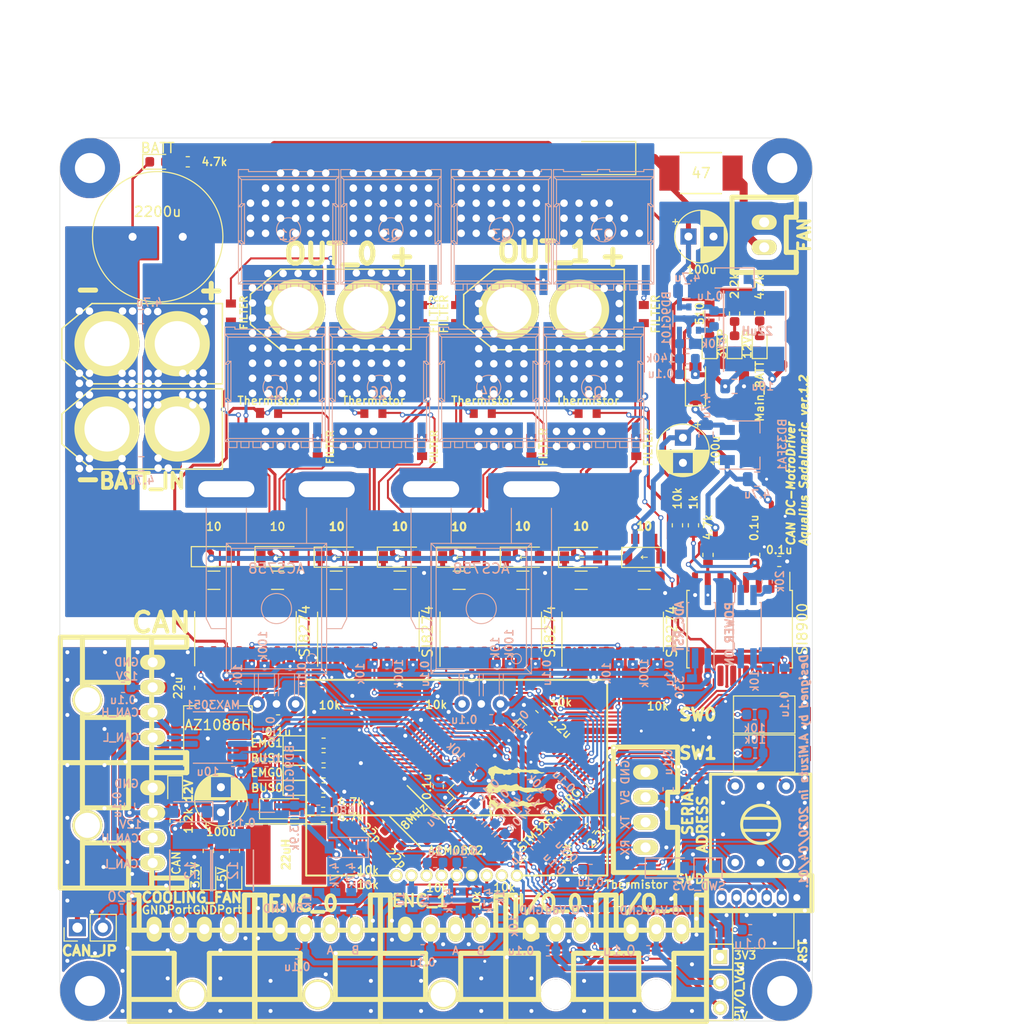
<source format=kicad_pcb>
(kicad_pcb (version 20171130) (host pcbnew "(5.1.5)-3")
  (layers (0 F.Cu signal) (31 B.Cu signal) (34 B.Paste user) (35 F.Paste user) (36 B.SilkS user) (37 F.SilkS user) (38 B.Mask user) (39 F.Mask user) (44 Edge.Cuts user))
  (net 0 "")
  (net 1 /OSC_IN)
  (net 2 GND)
  (net 3 /~RST)
  (net 4 /OSC_OUT)
  (net 5 +3V3)
  (net 6 /CAN_Vdd)
  (net 7 "Net-(C13-Pad1)")
  (net 8 "Net-(C14-Pad1)")
  (net 9 /FB_PWR_OUT)
  (net 10 /FB_PWR)
  (net 11 "Net-(C19-Pad1)")
  (net 12 "Net-(C20-Pad1)")
  (net 13 GNDPWR)
  (net 14 +3.3VP)
  (net 15 "Net-(C23-Pad2)")
  (net 16 "Net-(C23-Pad1)")
  (net 17 /Voltage)
  (net 18 /batt)
  (net 19 +12P)
  (net 20 "Net-(C30-Pad1)")
  (net 21 "Net-(C31-Pad1)")
  (net 22 +BATT)
  (net 23 +5V)
  (net 24 "Net-(D2-Pad2)")
  (net 25 "Net-(D3-Pad2)")
  (net 26 "Net-(D4-Pad2)")
  (net 27 +12V)
  (net 28 /PWM0_L)
  (net 29 /PWM0_R)
  (net 30 "Net-(D13-Pad2)")
  (net 31 "Net-(D14-Pad2)")
  (net 32 "Net-(D19-Pad2)")
  (net 33 "Net-(D20-Pad2)")
  (net 34 "Net-(D21-Pad2)")
  (net 35 "Net-(D22-Pad2)")
  (net 36 "Net-(D23-Pad2)")
  (net 37 "Net-(D26-Pad2)")
  (net 38 "Net-(JP1-Pad1)")
  (net 39 /CAN_H)
  (net 40 "Net-(JP2-Pad2)")
  (net 41 /SWCLK)
  (net 42 /SWDIO)
  (net 43 "Net-(P1-Pad6)")
  (net 44 /CAN_L)
  (net 45 /USART2_RX)
  (net 46 /USART2_TX)
  (net 47 "Net-(P7-Pad2)")
  (net 48 "Net-(R1-Pad1)")
  (net 49 /SW0)
  (net 50 /SW1)
  (net 51 /LED0)
  (net 52 /LED1)
  (net 53 /LED2)
  (net 54 "Net-(R9-Pad2)")
  (net 55 /EN0)
  (net 56 "Net-(R11-Pad1)")
  (net 57 "Net-(R12-Pad1)")
  (net 58 "Net-(R17-Pad2)")
  (net 59 "Net-(R18-Pad2)")
  (net 60 "Net-(R30-Pad2)")
  (net 61 "Net-(R31-Pad2)")
  (net 62 "Net-(R35-Pad1)")
  (net 63 /FB)
  (net 64 "Net-(R40-Pad1)")
  (net 65 /ADR_1)
  (net 66 /ADR_8)
  (net 67 /ADR_4)
  (net 68 /ADR_2)
  (net 69 /CAN1_RX)
  (net 70 /CAN1_TX)
  (net 71 /USART1_TX)
  (net 72 /USART1_RX)
  (net 73 "Net-(U4-Pad13)")
  (net 74 "Net-(U4-Pad12)")
  (net 75 "Net-(U4-Pad7)")
  (net 76 "Net-(U4-Pad2)")
  (net 77 "Net-(U5-Pad6)")
  (net 78 "Net-(U5-Pad11)")
  (net 79 "Net-(U5-Pad14)")
  (net 80 "Net-(U5-Pad15)")
  (net 81 "Net-(D27-Pad2)")
  (net 82 "Net-(P11-Pad4)")
  (net 83 "Net-(P11-Pad3)")
  (net 84 /TIM3_CH1)
  (net 85 /TIM3_CH2)
  (net 86 "Net-(C39-Pad1)")
  (net 87 "Net-(C39-Pad2)")
  (net 88 /ADC_~RST)
  (net 89 "Net-(D32-Pad2)")
  (net 90 "Net-(D33-Pad2)")
  (net 91 "Net-(D34-Pad2)")
  (net 92 /OUT0_L)
  (net 93 /OUT0_R)
  (net 94 /OUT1_L)
  (net 95 "Net-(C48-Pad1)")
  (net 96 /Current1)
  (net 97 /Current0)
  (net 98 /OUT1_R)
  (net 99 /PWM1_R)
  (net 100 /MOTOR0_BATT)
  (net 101 /PWM1_L)
  (net 102 /LED3)
  (net 103 /MOTOR1_BATT)
  (net 104 "Net-(P13-Pad3)")
  (net 105 "Net-(P13-Pad4)")
  (net 106 /EN1)
  (net 107 "Net-(R57-Pad1)")
  (net 108 "Net-(R60-Pad1)")
  (net 109 "Net-(U8-Pad13)")
  (net 110 "Net-(U8-Pad12)")
  (net 111 "Net-(U8-Pad7)")
  (net 112 "Net-(U8-Pad2)")
  (net 113 "Net-(U14-Pad2)")
  (net 114 "Net-(U14-Pad7)")
  (net 115 "Net-(U14-Pad12)")
  (net 116 "Net-(U14-Pad13)")
  (net 117 "Net-(C45-Pad1)")
  (net 118 "Net-(C46-Pad1)")
  (net 119 "Net-(C49-Pad1)")
  (net 120 "Net-(D1-Pad2)")
  (net 121 "Net-(D11-Pad2)")
  (net 122 "Net-(Q1-PadG)")
  (net 123 "Net-(Q2-PadG)")
  (net 124 "Net-(Q3-PadG)")
  (net 125 "Net-(Q4-PadG)")
  (net 126 "Net-(Q5-PadG)")
  (net 127 "Net-(Q6-PadG)")
  (net 128 "Net-(Q7-PadG)")
  (net 129 "Net-(Q8-PadG)")
  (net 130 "Net-(R13-Pad1)")
  (net 131 "Net-(R53-Pad2)")
  (net 132 "Net-(R54-Pad2)")
  (net 133 "Net-(R63-Pad2)")
  (net 134 "Net-(R64-Pad2)")
  (net 135 "Net-(R65-Pad1)")
  (net 136 "Net-(U12-Pad2)")
  (net 137 "Net-(U12-Pad7)")
  (net 138 "Net-(U12-Pad12)")
  (net 139 "Net-(U12-Pad13)")
  (net 140 /Motor0R_Tmp)
  (net 141 /Motor0L_Tmp)
  (net 142 /Motor1L_Tmp)
  (net 143 /Motor1R_Tmp)
  (net 144 /Substrate_Temp)
  (net 145 "Net-(U3-Pad4)")
  (net 146 /IO_0)
  (net 147 /IO_1)
  (net 148 /TIM4_CH1)
  (net 149 /TIM4_CH2)
  (net 150 "Net-(U3-Pad14)")
  (net 151 "Net-(U3-Pad15)")
  (net 152 "Net-(P2-Pad2)")
  (net 153 "Net-(P12-Pad2)")
  (net 154 "Net-(P2-Pad4)")
  (net 155 "Net-(C62-Pad1)")
  (net 156 "Net-(C63-Pad2)")
  (net 157 "Net-(C63-Pad1)")
  (net 158 "Net-(U17-Pad1)")
  (net 159 "Net-(D7-Pad2)")
  (net 160 "Net-(D8-Pad2)")
  (net 161 "Net-(D9-Pad2)")
  (net 162 "Net-(D39-Pad2)")
  (net 163 IO_Vdd)
  (net 164 "Net-(U3-Pad24)")
  (net 165 /I2C2_SCL)
  (net 166 /I2C2_SDA)
  (net 167 "Net-(U3-Pad50)")
  (net 168 "Net-(U3-Pad51)")
  (net 169 /PWR_ON_PIN)
  (net 170 "Net-(U3-Pad33)")
  (net 171 /ADC_~RST~_PIN)
  (net 172 /MOTOR0_VOLTAGE_DAC)
  (net 173 /MOTOR1_VOLTAGE_DAC)
  (module Mizz_lib:SW_Micro_SPST (layer F.Cu) (at 138.3 135.15 270)
    (fp_text reference JP3 hide)
    (fp_text value I/O_Vdd (at 0.3 -1.95 270) (layer F.SilkS) (effects (font (size 0.8 0.8) (thickness 0.2))))
    (pad 1 thru_hole rect (at -2.54 0 270) (size 1.397 1.397) (drill 0.8128) (layers *.Cu *.Mask F.SilkS) (net 5 +3V3))
    (pad 2 thru_hole circle (at 0 0 270) (size 1.397 1.397) (drill 0.8128) (layers *.Cu *.Mask F.SilkS) (net 163 IO_Vdd))
    (pad 3 thru_hole circle (at 2.54 0 270) (size 1.397 1.397) (drill 0.8128) (layers *.Cu *.Mask F.SilkS) (net 23 +5V))
  )
  (module Mizz_lib:ZH_6P (layer F.Cu) (at 145.95 126.7 180)
    (fp_text reference P1 hide)
    (fp_text value SWD (at 10.65 1.85 180) (layer F.SilkS) (effects (font (size 0.9 0.9) (thickness 0.2))))
    (pad 1 thru_hole oval (at 0 0 180) (size 1 1.524) (drill 0.7) (layers *.Cu *.Mask) (net 2 GND))
    (pad 2 thru_hole oval (at 1.5 0 180) (size 1 1.524) (drill 0.7) (layers *.Cu *.Mask) (net 38 "Net-(JP1-Pad1)"))
    (pad 3 thru_hole oval (at 3 0 180) (size 1 1.524) (drill 0.7) (layers *.Cu *.Mask) (net 41 /SWCLK))
    (pad 4 thru_hole oval (at 4.5 0 180) (size 1 1.524) (drill 0.7) (layers *.Cu *.Mask) (net 42 /SWDIO))
    (pad 5 thru_hole oval (at 6 0 180) (size 1 1.524) (drill 0.7) (layers *.Cu *.Mask) (net 3 /~RST))
    (pad 6 thru_hole oval (at 7.5 0 180) (size 1 1.524) (drill 0.7) (layers *.Cu *.Mask) (net 43 "Net-(P1-Pad6)"))
  )
  (module Mizz_lib:XA_4L (layer F.Cu) (at 81.9 129.85)
    (fp_text reference P2 hide)
    (fp_text value MOTOR_COOLING hide)
    (pad 1 thru_hole oval (at 0 0) (size 1.5 2.5) (drill 1) (layers *.Cu *.Mask F.SilkS) (net 2 GND))
    (pad 2 thru_hole oval (at 2.5 0) (size 1.5 2.5) (drill 1) (layers *.Cu *.Mask F.SilkS) (net 152 "Net-(P2-Pad2)"))
    (pad 3 thru_hole oval (at 5 0) (size 1.5 2.5) (drill 1) (layers *.Cu *.Mask F.SilkS) (net 2 GND))
    (pad 4 thru_hole oval (at 7.5 0) (size 1.5 2.5) (drill 1) (layers *.Cu *.Mask F.SilkS) (net 154 "Net-(P2-Pad4)"))
    (pad "" thru_hole circle (at 3.75 6.5) (size 3 3) (drill 2.5) (layers *.Cu *.Mask F.SilkS))
  )
  (module Mizz_lib:XA_4L (layer F.Cu) (at 94.45 129.85)
    (fp_text reference P11 hide)
    (fp_text value ENC_0 (at 2.25 -2.55) (layer F.SilkS) (effects (font (size 1.5 1.5) (thickness 0.375))))
    (pad "" thru_hole circle (at 3.75 6.5) (size 3 3) (drill 2.5) (layers *.Cu *.Mask F.SilkS))
    (pad 4 thru_hole oval (at 7.5 0) (size 1.5 2.5) (drill 1) (layers *.Cu *.Mask F.SilkS) (net 82 "Net-(P11-Pad4)"))
    (pad 3 thru_hole oval (at 5 0) (size 1.5 2.5) (drill 1) (layers *.Cu *.Mask F.SilkS) (net 83 "Net-(P11-Pad3)"))
    (pad 2 thru_hole oval (at 2.5 0) (size 1.5 2.5) (drill 1) (layers *.Cu *.Mask F.SilkS) (net 23 +5V))
    (pad 1 thru_hole oval (at 0 0) (size 1.5 2.5) (drill 1) (layers *.Cu *.Mask F.SilkS) (net 2 GND))
  )
  (module Mizz_lib:XA_4L (layer F.Cu) (at 106.95 129.85)
    (fp_text reference P13 hide)
    (fp_text value ENC_1 (at 1.45 -2.85) (layer F.SilkS) (effects (font (size 1.2 1.2) (thickness 0.25))))
    (pad 1 thru_hole oval (at 0 0) (size 1.5 2.5) (drill 1) (layers *.Cu *.Mask F.SilkS) (net 2 GND))
    (pad 2 thru_hole oval (at 2.5 0) (size 1.5 2.5) (drill 1) (layers *.Cu *.Mask F.SilkS) (net 23 +5V))
    (pad 3 thru_hole oval (at 5 0) (size 1.5 2.5) (drill 1) (layers *.Cu *.Mask F.SilkS) (net 104 "Net-(P13-Pad3)"))
    (pad 4 thru_hole oval (at 7.5 0) (size 1.5 2.5) (drill 1) (layers *.Cu *.Mask F.SilkS) (net 105 "Net-(P13-Pad4)"))
    (pad "" thru_hole circle (at 3.75 6.5) (size 3 3) (drill 2.5) (layers *.Cu *.Mask F.SilkS))
  )
  (module Mizz_lib:XA_3LC (layer F.Cu) (at 119.45 129.85)
    (fp_text reference P6 (at 0 0.5) (layer F.SilkS))
    (fp_text value I/O_0 (at 1.9 -2.6 unlocked) (layer F.SilkS) (effects (font (size 1.5 1.5) (thickness 0.375))))
    (pad "" thru_hole circle (at 2.5 6.5) (size 3 3) (drill 3) (layers *.Cu *.Mask F.SilkS) (clearance -0.3))
    (pad 3 thru_hole oval (at 5 0) (size 1.5 2.5) (drill 1) (layers *.Cu *.Mask F.SilkS) (net 146 /IO_0))
    (pad 2 thru_hole oval (at 2.5 0) (size 1.5 2.5) (drill 1) (layers *.Cu *.Mask F.SilkS) (net 163 IO_Vdd))
    (pad 1 thru_hole oval (at 0 0) (size 1.5 2.5) (drill 1) (layers *.Cu *.Mask F.SilkS) (net 2 GND))
  )
  (module Mizz_lib:XA_3LC (layer F.Cu) (at 129.45 129.85)
    (fp_text reference P14 hide)
    (fp_text value I/O_1 (at 1.9 -2.6 unlocked) (layer F.SilkS) (effects (font (size 1.5 1.5) (thickness 0.375))))
    (pad "" thru_hole circle (at 2.5 6.5) (size 3 3) (drill 3) (layers *.Cu *.Mask F.SilkS) (clearance -0.3))
    (pad 3 thru_hole oval (at 5 0) (size 1.5 2.5) (drill 1) (layers *.Cu *.Mask F.SilkS) (net 147 /IO_1))
    (pad 2 thru_hole oval (at 2.5 0) (size 1.5 2.5) (drill 1) (layers *.Cu *.Mask F.SilkS) (net 163 IO_Vdd))
    (pad 1 thru_hole oval (at 0 0) (size 1.5 2.5) (drill 1) (layers *.Cu *.Mask F.SilkS) (net 2 GND))
  )
  (module Mizz_lib:XA_4L (layer F.Cu) (at 81.75 115.75 270)
    (fp_text reference P4 hide)
    (fp_text value CAN (at 7.5 -2.35 270) (layer F.SilkS) (effects (font (size 0.8 0.8))))
    (pad 1 thru_hole oval (at 0 0 270) (size 1.5 2.5) (drill 1) (layers *.Cu *.Mask F.SilkS) (net 2 GND))
    (pad 2 thru_hole oval (at 2.5 0 270) (size 1.5 2.5) (drill 1) (layers *.Cu *.Mask F.SilkS) (net 6 /CAN_Vdd))
    (pad 3 thru_hole oval (at 5 0 270) (size 1.5 2.5) (drill 1) (layers *.Cu *.Mask F.SilkS) (net 39 /CAN_H))
    (pad 4 thru_hole oval (at 7.5 0 270) (size 1.5 2.5) (drill 1) (layers *.Cu *.Mask F.SilkS) (net 44 /CAN_L))
    (pad "" thru_hole circle (at 3.75 6.5 270) (size 3 3) (drill 2.5) (layers *.Cu *.Mask F.SilkS))
  )
  (module Mizz_lib:XA_4L (layer F.Cu) (at 81.75 103.25 270)
    (fp_text reference P3 hide)
    (fp_text value CAN (at -3.95 -0.85 180) (layer F.SilkS) (effects (font (size 2 2) (thickness 0.4))))
    (pad "" thru_hole circle (at 3.75 6.5 270) (size 3 3) (drill 2.5) (layers *.Cu *.Mask F.SilkS))
    (pad 4 thru_hole oval (at 7.5 0 270) (size 1.5 2.5) (drill 1) (layers *.Cu *.Mask F.SilkS) (net 44 /CAN_L))
    (pad 3 thru_hole oval (at 5 0 270) (size 1.5 2.5) (drill 1) (layers *.Cu *.Mask F.SilkS) (net 39 /CAN_H))
    (pad 2 thru_hole oval (at 2.5 0 270) (size 1.5 2.5) (drill 1) (layers *.Cu *.Mask F.SilkS) (net 6 /CAN_Vdd))
    (pad 1 thru_hole oval (at 0 0 270) (size 1.5 2.5) (drill 1) (layers *.Cu *.Mask F.SilkS) (net 2 GND))
  )
  (module Mizz_lib:XA_4P (layer F.Cu) (at 130.875 121.7 90)
    (fp_text reference P5 hide)
    (fp_text value SERIAL (at 3.75 4.2 270) (layer F.SilkS) (effects (font (thickness 0.25))))
    (pad 4 thru_hole oval (at 0 0 90) (size 1.5 2.5) (drill 1) (layers *.Cu *.Mask F.SilkS) (net 45 /USART2_RX))
    (pad 3 thru_hole oval (at 2.5 0 90) (size 1.5 2.5) (drill 1) (layers *.Cu *.Mask F.SilkS) (net 46 /USART2_TX))
    (pad 2 thru_hole oval (at 5 0 90) (size 1.5 2.5) (drill 1) (layers *.Cu *.Mask F.SilkS) (net 23 +5V))
    (pad 1 thru_hole oval (at 7.5 0 90) (size 1.5 2.5) (drill 1) (layers *.Cu *.Mask F.SilkS) (net 2 GND))
  )
  (module Mizz_lib:rotary_0F (layer F.Cu) (at 142.35 119.4 180)
    (fp_text reference U19 hide)
    (fp_text value ADRESS (at 5.8 0 90) (layer F.SilkS) (effects (font (thickness 0.25))))
    (pad 1 thru_hole circle (at -2.54 3.81 180) (size 1.524 1.524) (drill 0.762) (layers *.Cu *.Mask) (net 68 /ADR_2))
    (pad 2 thru_hole circle (at 0 3.81 180) (size 1.524 1.524) (drill 0.762) (layers *.Cu *.Mask) (net 2 GND))
    (pad 3 thru_hole circle (at 2.54 3.81 180) (size 1.524 1.524) (drill 0.762) (layers *.Cu *.Mask) (net 65 /ADR_1))
    (pad 4 thru_hole circle (at 2.54 -3.81 180) (size 1.524 1.524) (drill 0.762) (layers *.Cu *.Mask) (net 67 /ADR_4))
    (pad 5 thru_hole circle (at 0 -3.81 180) (size 1.524 1.524) (drill 0.762) (layers *.Cu *.Mask) (net 2 GND))
    (pad 6 thru_hole circle (at -2.54 -3.81 180) (size 1.524 1.524) (drill 0.762) (layers *.Cu *.Mask) (net 66 /ADR_8))
  )
  (module Mizz_lib:AQM0802_original (layer F.Cu) (at 112.05 114.25)
    (fp_text reference U17 hide)
    (fp_text value AQM0802 (at -0.1 7.75) (layer F.SilkS) (effects (font (size 0.8 0.8))))
    (pad 9 thru_hole circle (at 6 10.25) (size 1.2 1.2) (drill 0.8) (layers *.Cu *.Mask F.SilkS) (net 5 +3V3))
    (pad 8 thru_hole circle (at 4.5 10.25) (size 1.2 1.2) (drill 0.8) (layers *.Cu *.Mask F.SilkS) (net 165 /I2C2_SCL))
    (pad 7 thru_hole circle (at 3 10.25) (size 1.2 1.2) (drill 0.8) (layers *.Cu *.Mask F.SilkS) (net 166 /I2C2_SDA))
    (pad 6 thru_hole circle (at 1.5 10.25) (size 1.2 1.2) (drill 0.8) (layers *.Cu *.Mask F.SilkS) (net 2 GND))
    (pad 5 thru_hole circle (at 0 10.25) (size 1.2 1.2) (drill 0.8) (layers *.Cu *.Mask F.SilkS) (net 5 +3V3))
    (pad 4 thru_hole circle (at -1.5 10.25) (size 1.2 1.2) (drill 0.8) (layers *.Cu *.Mask F.SilkS) (net 156 "Net-(C63-Pad2)"))
    (pad 3 thru_hole circle (at -3 10.25) (size 1.2 1.2) (drill 0.8) (layers *.Cu *.Mask F.SilkS) (net 157 "Net-(C63-Pad1)"))
    (pad 2 thru_hole circle (at -4.5 10.25) (size 1.2 1.2) (drill 0.8) (layers *.Cu *.Mask F.SilkS) (net 155 "Net-(C62-Pad1)"))
    (pad 1 thru_hole circle (at -6 10.25) (size 1.2 1.2) (drill 0.8) (layers *.Cu *.Mask F.SilkS) (net 158 "Net-(U17-Pad1)"))
  )
  (module Mizz_lib:XT60_F (layer F.Cu) (at 120.75 68.1)
    (fp_text reference P10)
    (fp_text value OUT_1 (at 0 -5.75 unlocked) (layer F.SilkS) (effects (font (size 2 2) (thickness 0.5))))
    (pad 2 thru_hole circle (at 3.5 0) (size 6 6) (drill 4.5) (layers *.Cu *.Mask F.SilkS) (net 98 /OUT1_R))
    (pad 1 thru_hole circle (at -3.5 0) (size 6 6) (drill 4.5) (layers *.Cu *.Mask F.SilkS) (net 94 /OUT1_L))
  )
  (module Mizz_lib:XT60_F (layer F.Cu) (at 99.5 68.075)
    (fp_text reference P15)
    (fp_text value OUT_0 (at 0 -5.5) (layer F.SilkS) (effects (font (size 2 2) (thickness 0.5))))
    (pad 2 thru_hole circle (at 3.5 0) (size 6 6) (drill 4.5) (layers *.Cu *.Mask F.SilkS) (net 93 /OUT0_R))
    (pad 1 thru_hole circle (at -3.5 0) (size 6 6) (drill 4.5) (layers *.Cu *.Mask F.SilkS) (net 92 /OUT0_L))
  )
  (module Mizz_lib:XT60_F (layer F.Cu) (at 80.7 80)
    (fp_text reference P9)
    (fp_text value BATT_IN (at 0 5.2) (layer F.SilkS) (effects (font (size 1.5 1.5) (thickness 0.375))))
    (pad 1 thru_hole circle (at -3.5 0) (size 6.5 6.5) (drill 4.5) (layers *.Cu *.Mask F.SilkS) (net 13 GNDPWR))
    (pad 2 thru_hole circle (at 3.5 0) (size 6.5 6.5) (drill 4.5) (layers *.Cu *.Mask F.SilkS) (net 22 +BATT))
  )
  (module Mizz_lib:XT60_M (layer F.Cu) (at 80.7 71.5)
    (fp_text reference P8)
    (fp_text value BATT_IN hide)
    (pad 2 thru_hole circle (at 3.5 0) (size 6.5 6.5) (drill 4.5) (layers *.Cu *.Mask F.SilkS) (net 22 +BATT))
    (pad 1 thru_hole circle (at -3.5 0) (size 6.5 6.5) (drill 4.5) (layers *.Cu *.Mask F.SilkS) (net 13 GNDPWR))
  )
  (module Mizz_lib:XA_2P (layer F.Cu) (at 142.7 61.9 90)
    (fp_text reference P7 hide)
    (fp_text value FAN (at 1.25 4 270) (layer F.SilkS) (effects (font (size 1.2 1.2) (thickness 0.3))))
    (pad 1 thru_hole oval (at 2.5 0 90) (size 1.5 2.5) (drill 1) (layers *.Cu *.Mask F.SilkS) (net 13 GNDPWR))
    (pad 2 thru_hole oval (at 0 0 90) (size 1.5 2.5) (drill 1) (layers *.Cu *.Mask F.SilkS) (net 47 "Net-(P7-Pad2)"))
  )
  (module Mizz_lib:ACS785xCB (layer B.Cu) (at 94.09 107.4 180)
    (fp_text reference U10 hide)
    (fp_text value ACS758 (at 0 13.5 180) (layer B.SilkS) (effects (justify mirror)))
    (pad 1 thru_hole circle (at -1.91 0 180) (size 1.524 1.524) (drill 0.762) (layers *.Cu *.Mask) (net 5 +3V3))
    (pad 2 thru_hole circle (at 0 0 180) (size 1.524 1.524) (drill 0.762) (layers *.Cu *.Mask) (net 2 GND))
    (pad 3 thru_hole circle (at 1.91 0 180) (size 1.524 1.524) (drill 0.762) (layers *.Cu *.Mask) (net 108 "Net-(R60-Pad1)"))
    (pad 4 thru_hole oval (at 5 21.4 180) (size 8 3.5) (drill oval 5.6 1.6) (layers *.Cu *.Mask) (net 100 /MOTOR0_BATT))
    (pad 5 thru_hole oval (at -5 21.4 180) (size 8 3.5) (drill oval 5.6 1.6) (layers *.Cu *.Mask) (net 13 GNDPWR))
  )
  (module Mizz_lib:ACS785xCB (layer B.Cu) (at 114.5 107.4 180)
    (fp_text reference U13 hide)
    (fp_text value ACS758 (at 0 13.5 180) (layer B.SilkS) (effects (justify mirror)))
    (pad 5 thru_hole oval (at -5 21.4 180) (size 8 3.5) (drill oval 5.6 1.6) (layers *.Cu *.Mask) (net 13 GNDPWR))
    (pad 4 thru_hole oval (at 5 21.4 180) (size 8 3.5) (drill oval 5.6 1.6) (layers *.Cu *.Mask) (net 103 /MOTOR1_BATT))
    (pad 3 thru_hole circle (at 1.91 0 180) (size 1.524 1.524) (drill 0.762) (layers *.Cu *.Mask) (net 107 "Net-(R57-Pad1)"))
    (pad 2 thru_hole circle (at 0 0 180) (size 1.524 1.524) (drill 0.762) (layers *.Cu *.Mask) (net 2 GND))
    (pad 1 thru_hole circle (at -1.91 0 180) (size 1.524 1.524) (drill 0.762) (layers *.Cu *.Mask) (net 5 +3V3))
  )
  (module Mizz_lib:HSOF-8-1 (layer B.Cu) (at 104.35 75.85 180)
    (fp_text reference Q6 (at 0 -0.5) (layer B.SilkS) (effects (justify mirror)))
    (fp_text value MOSFET_N)
    (pad D smd rect (at 0 2.5 180) (size 10 8) (layers B.Cu B.Paste B.Mask) (net 93 /OUT0_R))
    (pad G smd rect (at -4.2 -5 180) (size 0.8 3) (layers B.Cu B.Paste B.Mask) (net 127 "Net-(Q6-PadG)"))
    (pad S smd rect (at 0.6 -5 180) (size 8 3) (layers B.Cu B.Paste B.Mask) (net 100 /MOTOR0_BATT))
  )
  (module Package_QFP:LQFP-64_10x10mm_P0.5mm (layer F.Cu) (at 118.35 116.075 45)
    (fp_text reference U3 hide)
    (fp_text value STM32F405RG (at 0 4.101219 45) (layer F.SilkS) (effects (font (size 0.8 0.8))))
    (pad 1 smd roundrect (at -5.675 -3.75 45) (size 1.55 0.3) (layers F.Cu F.Paste F.Mask) (net 5 +3V3))
    (pad 2 smd roundrect (at -5.675 -3.25 45) (size 1.55 0.3) (layers F.Cu F.Paste F.Mask) (net 146 /IO_0))
    (pad 3 smd roundrect (at -5.675 -2.75 45) (size 1.55 0.3) (layers F.Cu F.Paste F.Mask) (net 147 /IO_1))
    (pad 4 smd roundrect (at -5.675 -2.25 45) (size 1.55 0.3) (layers F.Cu F.Paste F.Mask) (net 145 "Net-(U3-Pad4)"))
    (pad 5 smd roundrect (at -5.675 -1.75 45) (size 1.55 0.3) (layers F.Cu F.Paste F.Mask) (net 1 /OSC_IN))
    (pad 6 smd roundrect (at -5.675 -1.25 45) (size 1.55 0.3) (layers F.Cu F.Paste F.Mask) (net 4 /OSC_OUT))
    (pad 7 smd roundrect (at -5.675 -0.75 45) (size 1.55 0.3) (layers F.Cu F.Paste F.Mask) (net 3 /~RST))
    (pad 8 smd roundrect (at -5.675 -0.25 45) (size 1.55 0.3) (layers F.Cu F.Paste F.Mask) (net 140 /Motor0R_Tmp))
    (pad 9 smd roundrect (at -5.675 0.25 45) (size 1.55 0.3) (layers F.Cu F.Paste F.Mask) (net 141 /Motor0L_Tmp))
    (pad 10 smd roundrect (at -5.675 0.75 45) (size 1.55 0.3) (layers F.Cu F.Paste F.Mask) (net 96 /Current1))
    (pad 11 smd roundrect (at -5.675 1.25 45) (size 1.55 0.3) (layers F.Cu F.Paste F.Mask) (net 97 /Current0))
    (pad 12 smd roundrect (at -5.675 1.75 45) (size 1.55 0.3) (layers F.Cu F.Paste F.Mask) (net 2 GND))
    (pad 13 smd roundrect (at -5.675 2.25 45) (size 1.55 0.3) (layers F.Cu F.Paste F.Mask) (net 5 +3V3))
    (pad 14 smd roundrect (at -5.675 2.75 45) (size 1.55 0.3) (layers F.Cu F.Paste F.Mask) (net 150 "Net-(U3-Pad14)"))
    (pad 15 smd roundrect (at -5.675 3.25 45) (size 1.55 0.3) (layers F.Cu F.Paste F.Mask) (net 151 "Net-(U3-Pad15)"))
    (pad 16 smd roundrect (at -5.675 3.75 45) (size 1.55 0.3) (layers F.Cu F.Paste F.Mask) (net 46 /USART2_TX))
    (pad 17 smd roundrect (at -3.75 5.675 45) (size 0.3 1.55) (layers F.Cu F.Paste F.Mask) (net 45 /USART2_RX))
    (pad 18 smd roundrect (at -3.25 5.675 45) (size 0.3 1.55) (layers F.Cu F.Paste F.Mask) (net 2 GND))
    (pad 19 smd roundrect (at -2.75 5.675 45) (size 0.3 1.55) (layers F.Cu F.Paste F.Mask) (net 5 +3V3))
    (pad 20 smd roundrect (at -2.25 5.675 45) (size 0.3 1.55) (layers F.Cu F.Paste F.Mask) (net 144 /Substrate_Temp))
    (pad 21 smd roundrect (at -1.75 5.675 45) (size 0.3 1.55) (layers F.Cu F.Paste F.Mask) (net 67 /ADR_4))
    (pad 22 smd roundrect (at -1.25 5.675 45) (size 0.3 1.55) (layers F.Cu F.Paste F.Mask) (net 66 /ADR_8))
    (pad 23 smd roundrect (at -0.75 5.675 45) (size 0.3 1.55) (layers F.Cu F.Paste F.Mask) (net 65 /ADR_1))
    (pad 24 smd roundrect (at -0.25 5.675 45) (size 0.3 1.55) (layers F.Cu F.Paste F.Mask) (net 164 "Net-(U3-Pad24)"))
    (pad 25 smd roundrect (at 0.25 5.675 45) (size 0.3 1.55) (layers F.Cu F.Paste F.Mask) (net 143 /Motor1R_Tmp))
    (pad 26 smd roundrect (at 0.75 5.675 45) (size 0.3 1.55) (layers F.Cu F.Paste F.Mask) (net 142 /Motor1L_Tmp))
    (pad 27 smd roundrect (at 1.25 5.675 45) (size 0.3 1.55) (layers F.Cu F.Paste F.Mask) (net 68 /ADR_2))
    (pad 28 smd roundrect (at 1.75 5.675 45) (size 0.3 1.55) (layers F.Cu F.Paste F.Mask) (net 54 "Net-(R9-Pad2)"))
    (pad 29 smd roundrect (at 2.25 5.675 45) (size 0.3 1.55) (layers F.Cu F.Paste F.Mask) (net 165 /I2C2_SCL))
    (pad 30 smd roundrect (at 2.75 5.675 45) (size 0.3 1.55) (layers F.Cu F.Paste F.Mask) (net 166 /I2C2_SDA))
    (pad 31 smd roundrect (at 3.25 5.675 45) (size 0.3 1.55) (layers F.Cu F.Paste F.Mask) (net 7 "Net-(C13-Pad1)"))
    (pad 32 smd roundrect (at 3.75 5.675 45) (size 0.3 1.55) (layers F.Cu F.Paste F.Mask) (net 5 +3V3))
    (pad 33 smd roundrect (at 5.675 3.75 45) (size 1.55 0.3) (layers F.Cu F.Paste F.Mask) (net 170 "Net-(U3-Pad33)"))
    (pad 34 smd roundrect (at 5.675 3.25 45) (size 1.55 0.3) (layers F.Cu F.Paste F.Mask) (net 106 /EN1))
    (pad 35 smd roundrect (at 5.675 2.75 45) (size 1.55 0.3) (layers F.Cu F.Paste F.Mask) (net 99 /PWM1_R))
    (pad 36 smd roundrect (at 5.675 2.25 45) (size 1.55 0.3) (layers F.Cu F.Paste F.Mask) (net 101 /PWM1_L))
    (pad 37 smd roundrect (at 5.675 1.75 45) (size 1.55 0.3) (layers F.Cu F.Paste F.Mask) (net 55 /EN0))
    (pad 38 smd roundrect (at 5.675 1.25 45) (size 1.55 0.3) (layers F.Cu F.Paste F.Mask) (net 28 /PWM0_L))
    (pad 39 smd roundrect (at 5.675 0.75 45) (size 1.55 0.3) (layers F.Cu F.Paste F.Mask) (net 29 /PWM0_R))
    (pad 40 smd roundrect (at 5.675 0.25 45) (size 1.55 0.3) (layers F.Cu F.Paste F.Mask) (net 50 /SW1))
    (pad 41 smd roundrect (at 5.675 -0.25 45) (size 1.55 0.3) (layers F.Cu F.Paste F.Mask) (net 49 /SW0))
    (pad 42 smd roundrect (at 5.675 -0.75 45) (size 1.55 0.3) (layers F.Cu F.Paste F.Mask) (net 71 /USART1_TX))
    (pad 43 smd roundrect (at 5.675 -1.25 45) (size 1.55 0.3) (layers F.Cu F.Paste F.Mask) (net 72 /USART1_RX))
    (pad 44 smd roundrect (at 5.675 -1.75 45) (size 1.55 0.3) (layers F.Cu F.Paste F.Mask) (net 169 /PWR_ON_PIN))
    (pad 45 smd roundrect (at 5.675 -2.25 45) (size 1.55 0.3) (layers F.Cu F.Paste F.Mask) (net 171 /ADC_~RST~_PIN))
    (pad 46 smd roundrect (at 5.675 -2.75 45) (size 1.55 0.3) (layers F.Cu F.Paste F.Mask) (net 42 /SWDIO))
    (pad 47 smd roundrect (at 5.675 -3.25 45) (size 1.55 0.3) (layers F.Cu F.Paste F.Mask) (net 8 "Net-(C14-Pad1)"))
    (pad 48 smd roundrect (at 5.675 -3.75 45) (size 1.55 0.3) (layers F.Cu F.Paste F.Mask) (net 5 +3V3))
    (pad 49 smd roundrect (at 3.75 -5.675 45) (size 0.3 1.55) (layers F.Cu F.Paste F.Mask) (net 41 /SWCLK))
    (pad 50 smd roundrect (at 3.25 -5.675 45) (size 0.3 1.55) (layers F.Cu F.Paste F.Mask) (net 167 "Net-(U3-Pad50)"))
    (pad 51 smd roundrect (at 2.75 -5.675 45) (size 0.3 1.55) (layers F.Cu F.Paste F.Mask) (net 168 "Net-(U3-Pad51)"))
    (pad 52 smd roundrect (at 2.25 -5.675 45) (size 0.3 1.55) (layers F.Cu F.Paste F.Mask) (net 51 /LED0))
    (pad 53 smd roundrect (at 1.75 -5.675 45) (size 0.3 1.55) (layers F.Cu F.Paste F.Mask) (net 52 /LED1))
    (pad 54 smd roundrect (at 1.25 -5.675 45) (size 0.3 1.55) (layers F.Cu F.Paste F.Mask) (net 53 /LED2))
    (pad 55 smd roundrect (at 0.75 -5.675 45) (size 0.3 1.55) (layers F.Cu F.Paste F.Mask) (net 102 /LED3))
    (pad 56 smd roundrect (at 0.25 -5.675 45) (size 0.3 1.55) (layers F.Cu F.Paste F.Mask) (net 84 /TIM3_CH1))
    (pad 57 smd roundrect (at -0.25 -5.675 45) (size 0.3 1.55) (layers F.Cu F.Paste F.Mask) (net 85 /TIM3_CH2))
    (pad 58 smd roundrect (at -0.75 -5.675 45) (size 0.3 1.55) (layers F.Cu F.Paste F.Mask) (net 148 /TIM4_CH1))
    (pad 59 smd roundrect (at -1.25 -5.675 45) (size 0.3 1.55) (layers F.Cu F.Paste F.Mask) (net 149 /TIM4_CH2))
    (pad 60 smd roundrect (at -1.75 -5.675 45) (size 0.3 1.55) (layers F.Cu F.Paste F.Mask) (net 48 "Net-(R1-Pad1)"))
    (pad 61 smd roundrect (at -2.25 -5.675 45) (size 0.3 1.55) (layers F.Cu F.Paste F.Mask) (net 69 /CAN1_RX))
    (pad 62 smd roundrect (at -2.75 -5.675 45) (size 0.3 1.55) (layers F.Cu F.Paste F.Mask) (net 70 /CAN1_TX))
    (pad 63 smd roundrect (at -3.25 -5.675 45) (size 0.3 1.55) (layers F.Cu F.Paste F.Mask) (net 2 GND))
    (pad 64 smd roundrect (at -3.75 -5.675 45) (size 0.3 1.55) (layers F.Cu F.Paste F.Mask) (net 5 +3V3))
  )
  (module Capacitor_SMD:C_0603_1608Metric (layer B.Cu) (at 115.5 108.975 180)
    (fp_text reference C21 hide)
    (fp_text value 0.1u (at 2.7 0) (layer B.SilkS) (effects (font (size 0.8 0.8)) (justify mirror)))
    (pad 1 smd roundrect (at -0.7875 0 180) (size 0.875 0.95) (layers B.Cu B.Paste B.Mask) (net 5 +3V3))
    (pad 2 smd roundrect (at 0.7875 0 180) (size 0.875 0.95) (layers B.Cu B.Paste B.Mask) (net 2 GND))
  )
  (module Capacitor_SMD:C_0603_1608Metric (layer B.Cu) (at 116.3 120.9 225)
    (fp_text reference C50 hide)
    (fp_text value 470n (at -2.899138 0 45) (layer B.SilkS) (effects (font (size 0.8 0.8)) (justify mirror)))
    (pad 1 smd roundrect (at -0.7875 0 225) (size 0.875 0.95) (layers B.Cu B.Paste B.Mask) (net 97 /Current0))
    (pad 2 smd roundrect (at 0.7875 0 225) (size 0.875 0.95) (layers B.Cu B.Paste B.Mask) (net 2 GND))
  )
  (module Package_SO:SOIC-16W_7.5x10.3mm_P1.27mm (layer F.Cu) (at 140.25 99.95 270)
    (fp_text reference U5 hide)
    (fp_text value SI8900 (at 0 -6.25 90) (layer F.SilkS))
    (pad 1 smd roundrect (at -4.65 -4.445 270) (size 2.05 0.6) (layers F.Cu F.Paste F.Mask) (net 14 +3.3VP))
    (pad 2 smd roundrect (at -4.65 -3.175 270) (size 2.05 0.6) (layers F.Cu F.Paste F.Mask) (net 14 +3.3VP))
    (pad 3 smd roundrect (at -4.65 -1.905 270) (size 2.05 0.6) (layers F.Cu F.Paste F.Mask) (net 17 /Voltage))
    (pad 4 smd roundrect (at -4.65 -0.635 270) (size 2.05 0.6) (layers F.Cu F.Paste F.Mask) (net 172 /MOTOR0_VOLTAGE_DAC))
    (pad 5 smd roundrect (at -4.65 0.635 270) (size 2.05 0.6) (layers F.Cu F.Paste F.Mask) (net 173 /MOTOR1_VOLTAGE_DAC))
    (pad 6 smd roundrect (at -4.65 1.905 270) (size 2.05 0.6) (layers F.Cu F.Paste F.Mask) (net 77 "Net-(U5-Pad6)"))
    (pad 7 smd roundrect (at -4.65 3.175 270) (size 2.05 0.6) (layers F.Cu F.Paste F.Mask) (net 88 /ADC_~RST))
    (pad 8 smd roundrect (at -4.65 4.445 270) (size 2.05 0.6) (layers F.Cu F.Paste F.Mask) (net 13 GNDPWR))
    (pad 9 smd roundrect (at 4.65 4.445 270) (size 2.05 0.6) (layers F.Cu F.Paste F.Mask) (net 2 GND))
    (pad 10 smd roundrect (at 4.65 3.175 270) (size 2.05 0.6) (layers F.Cu F.Paste F.Mask) (net 5 +3V3))
    (pad 11 smd roundrect (at 4.65 1.905 270) (size 2.05 0.6) (layers F.Cu F.Paste F.Mask) (net 78 "Net-(U5-Pad11)"))
    (pad 12 smd roundrect (at 4.65 0.635 270) (size 2.05 0.6) (layers F.Cu F.Paste F.Mask) (net 72 /USART1_RX))
    (pad 13 smd roundrect (at 4.65 -0.635 270) (size 2.05 0.6) (layers F.Cu F.Paste F.Mask) (net 71 /USART1_TX))
    (pad 14 smd roundrect (at 4.65 -1.905 270) (size 2.05 0.6) (layers F.Cu F.Paste F.Mask) (net 79 "Net-(U5-Pad14)"))
    (pad 15 smd roundrect (at 4.65 -3.175 270) (size 2.05 0.6) (layers F.Cu F.Paste F.Mask) (net 80 "Net-(U5-Pad15)"))
    (pad 16 smd roundrect (at 4.65 -4.445 270) (size 2.05 0.6) (layers F.Cu F.Paste F.Mask) (net 5 +3V3))
  )
  (module Resistor_SMD:R_0603_1608Metric (layer B.Cu) (at 113.75 113.875 135)
    (fp_text reference R1 hide)
    (fp_text value 10k (at 2.474874 0 135) (layer B.SilkS) (effects (font (size 0.8 0.8)) (justify mirror)))
    (pad 2 smd roundrect (at 0.7875 0 135) (size 0.875 0.95) (layers B.Cu B.Paste B.Mask) (net 2 GND))
    (pad 1 smd roundrect (at -0.7875 0 135) (size 0.875 0.95) (layers B.Cu B.Paste B.Mask) (net 48 "Net-(R1-Pad1)"))
  )
  (module Diode_SMD:D_SOD-123 (layer B.Cu) (at 139.45 64.95 180)
    (fp_text reference D16 hide)
    (fp_text value DIODE)
    (pad 1 smd rect (at -1.65 0 180) (size 0.9 1.2) (layers B.Cu B.Paste B.Mask) (net 16 "Net-(C23-Pad1)"))
    (pad 2 smd rect (at 1.65 0 180) (size 0.9 1.2) (layers B.Cu B.Paste B.Mask) (net 13 GNDPWR))
  )
  (module Mizz_lib:HSOF-8-1 (layer B.Cu) (at 93.95 75.85 180)
    (fp_text reference Q2 (at 0 -0.5) (layer B.SilkS) (effects (justify mirror)))
    (fp_text value MOSFET_N)
    (pad S smd rect (at 0.6 -5 180) (size 8 3) (layers B.Cu B.Paste B.Mask) (net 100 /MOTOR0_BATT))
    (pad G smd rect (at -4.2 -5 180) (size 0.8 3) (layers B.Cu B.Paste B.Mask) (net 123 "Net-(Q2-PadG)"))
    (pad D smd rect (at 0 2.5 180) (size 10 8) (layers B.Cu B.Paste B.Mask) (net 92 /OUT0_L))
  )
  (module Diode_SMD:D_SOD-123 (layer B.Cu) (at 85.5 118.15 180)
    (fp_text reference D5 hide)
    (fp_text value DIODE)
    (pad 1 smd rect (at -1.65 0 180) (size 0.9 1.2) (layers B.Cu B.Paste B.Mask) (net 27 +12V))
    (pad 2 smd rect (at 1.65 0 180) (size 0.9 1.2) (layers B.Cu B.Paste B.Mask) (net 6 /CAN_Vdd))
  )
  (module Resistor_SMD:R_0603_1608Metric (layer B.Cu) (at 78.65 127.85 180)
    (fp_text reference R3 hide)
    (fp_text value 120 (at 0 1.25) (layer B.SilkS) (effects (justify mirror)))
    (pad 1 smd roundrect (at -0.7875 0 180) (size 0.875 0.95) (layers B.Cu B.Paste B.Mask) (net 44 /CAN_L))
    (pad 2 smd roundrect (at 0.7875 0 180) (size 0.875 0.95) (layers B.Cu B.Paste B.Mask) (net 40 "Net-(JP2-Pad2)"))
  )
  (module Capacitor_SMD:C_0603_1608Metric (layer B.Cu) (at 115.3 119.9 225)
    (fp_text reference C47 hide)
    (fp_text value 470n (at -2.828427 0 45) (layer B.SilkS) (effects (font (size 0.8 0.8)) (justify mirror)))
    (pad 1 smd roundrect (at -0.7875 0 225) (size 0.875 0.95) (layers B.Cu B.Paste B.Mask) (net 96 /Current1))
    (pad 2 smd roundrect (at 0.7875 0 225) (size 0.875 0.95) (layers B.Cu B.Paste B.Mask) (net 2 GND))
  )
  (module Resistor_SMD:R_0603_1608Metric (layer F.Cu) (at 98.75 117.2)
    (fp_text reference R57 hide)
    (fp_text value 4.7k (at 2.75 0) (layer F.SilkS) (effects (font (size 0.8 0.8))))
    (pad 1 smd roundrect (at -0.7875 0) (size 0.875 0.95) (layers F.Cu F.Paste F.Mask) (net 107 "Net-(R57-Pad1)"))
    (pad 2 smd roundrect (at 0.7875 0) (size 0.875 0.95) (layers F.Cu F.Paste F.Mask) (net 96 /Current1))
  )
  (module Mizz_lib:Crystal_SMD_5032_2Pads (layer F.Cu) (at 107.8 118.625 315)
    (fp_text reference Y1 hide)
    (fp_text value 8MHz (at 0 0 45) (layer F.SilkS) (effects (font (size 0.8 0.8))))
    (pad 1 smd rect (at -2.05 0 315) (size 2 2.4) (layers F.Cu F.Paste F.Mask) (net 1 /OSC_IN))
    (pad 2 smd rect (at 2.05 0 315) (size 2 2.4) (layers F.Cu F.Paste F.Mask) (net 4 /OSC_OUT))
  )
  (module Capacitor_SMD:C_0603_1608Metric (layer F.Cu) (at 104.393153 119.418153 315)
    (fp_text reference C1 hide)
    (fp_text value 22p (at -0.007995 1.184404 135) (layer F.SilkS) (effects (font (size 0.8 0.8))))
    (pad 2 smd roundrect (at 0.7875 0 315) (size 0.875 0.95) (layers F.Cu F.Paste F.Mask) (net 1 /OSC_IN))
    (pad 1 smd roundrect (at -0.7875 0 315) (size 0.875 0.95) (layers F.Cu F.Paste F.Mask) (net 2 GND))
  )
  (module Capacitor_SMD:C_0603_1608Metric (layer B.Cu) (at 141.3 129.9 180)
    (fp_text reference C2 hide)
    (fp_text value 0.1u (at 0 -1.43) (layer B.SilkS) (effects (justify mirror)))
    (pad 1 smd roundrect (at -0.7875 0 180) (size 0.875 0.95) (layers B.Cu B.Paste B.Mask) (net 2 GND))
    (pad 2 smd roundrect (at 0.7875 0 180) (size 0.875 0.95) (layers B.Cu B.Paste B.Mask) (net 3 /~RST))
  )
  (module Capacitor_SMD:C_0603_1608Metric (layer F.Cu) (at 107.1 122.125 135)
    (fp_text reference C3 hide)
    (fp_text value 22p (at 0.282843 -1.202082 135) (layer F.SilkS) (effects (font (size 0.8 0.8))))
    (pad 1 smd roundrect (at -0.7875 0 135) (size 0.875 0.95) (layers F.Cu F.Paste F.Mask) (net 2 GND))
    (pad 2 smd roundrect (at 0.7875 0 135) (size 0.875 0.95) (layers F.Cu F.Paste F.Mask) (net 4 /OSC_OUT))
  )
  (module Capacitor_SMD:C_0603_1608Metric (layer B.Cu) (at 119.9 121.475 315)
    (fp_text reference C5 hide)
    (fp_text value 0.1u (at 2.669328 -0.017678 135) (layer B.SilkS) (effects (font (size 0.8 0.8)) (justify mirror)))
    (pad 1 smd roundrect (at -0.7875 0 315) (size 0.875 0.95) (layers B.Cu B.Paste B.Mask) (net 5 +3V3))
    (pad 2 smd roundrect (at 0.7875 0 315) (size 0.875 0.95) (layers B.Cu B.Paste B.Mask) (net 2 GND))
  )
  (module Capacitor_SMD:C_0603_1608Metric (layer B.Cu) (at 124.6 116.975 315)
    (fp_text reference C6 hide)
    (fp_text value 0.1u (at -2.65165 0 135) (layer B.SilkS) (effects (font (size 0.8 0.8)) (justify mirror)))
    (pad 2 smd roundrect (at 0.7875 0 315) (size 0.875 0.95) (layers B.Cu B.Paste B.Mask) (net 2 GND))
    (pad 1 smd roundrect (at -0.7875 0 315) (size 0.875 0.95) (layers B.Cu B.Paste B.Mask) (net 5 +3V3))
  )
  (module Capacitor_SMD:C_0603_1608Metric (layer B.Cu) (at 78.8 105.75)
    (fp_text reference C7 hide)
    (fp_text value 0.1u (at 0 1.25) (layer B.SilkS) (effects (font (size 0.8 0.8)) (justify mirror)))
    (pad 2 smd roundrect (at 0.7875 0) (size 0.875 0.95) (layers B.Cu B.Paste B.Mask) (net 6 /CAN_Vdd))
    (pad 1 smd roundrect (at -0.7875 0) (size 0.875 0.95) (layers B.Cu B.Paste B.Mask) (net 2 GND))
  )
  (module Capacitor_SMD:C_0603_1608Metric (layer B.Cu) (at 119.1 110.025 48)
    (fp_text reference C8 hide)
    (fp_text value 0.1u (at 0 -1.254999 48) (layer B.SilkS) (effects (font (size 0.8 0.8)) (justify mirror)))
    (pad 2 smd roundrect (at 0.7875 0 48) (size 0.875 0.95) (layers B.Cu B.Paste B.Mask) (net 2 GND))
    (pad 1 smd roundrect (at -0.7875 0 48) (size 0.875 0.95) (layers B.Cu B.Paste B.Mask) (net 5 +3V3))
  )
  (module Capacitor_SMD:C_0603_1608Metric (layer F.Cu) (at 110.21 115.65 270)
    (fp_text reference C9 hide)
    (fp_text value 0.1u (at 0 1.131371 270) (layer F.SilkS) (effects (font (size 0.8 0.8))))
    (pad 1 smd roundrect (at -0.7875 0 270) (size 0.875 0.95) (layers F.Cu F.Paste F.Mask) (net 5 +3V3))
    (pad 2 smd roundrect (at 0.7875 0 270) (size 0.875 0.95) (layers F.Cu F.Paste F.Mask) (net 2 GND))
  )
  (module Capacitor_SMD:C_0603_1608Metric (layer B.Cu) (at 117.3 121.9 225)
    (fp_text reference C10 hide)
    (fp_text value 1u (at 0.017678 -1.149049 45) (layer B.SilkS) (effects (font (size 0.8 0.8)) (justify mirror)))
    (pad 2 smd roundrect (at 0.7875 0 225) (size 0.875 0.95) (layers B.Cu B.Paste B.Mask) (net 2 GND))
    (pad 1 smd roundrect (at -0.7875 0 225) (size 0.875 0.95) (layers B.Cu B.Paste B.Mask) (net 5 +3V3))
  )
  (module Capacitor_SMD:C_0603_1608Metric (layer B.Cu) (at 79.45 117.45 270)
    (fp_text reference C11 hide)
    (fp_text value 0.1u (at 0 1.25 90) (layer B.SilkS) (effects (font (size 0.8 0.8)) (justify mirror)))
    (pad 2 smd roundrect (at 0.7875 0 270) (size 0.875 0.95) (layers B.Cu B.Paste B.Mask) (net 6 /CAN_Vdd))
    (pad 1 smd roundrect (at -0.7875 0 270) (size 0.875 0.95) (layers B.Cu B.Paste B.Mask) (net 2 GND))
  )
  (module Capacitor_SMD:C_0603_1608Metric (layer F.Cu) (at 125.325 119.775 225)
    (fp_text reference C13 hide)
    (fp_text value 2.2u (at 0 -1.166726 45) (layer F.SilkS) (effects (font (size 0.8 0.8))))
    (pad 1 smd roundrect (at -0.7875 0 225) (size 0.875 0.95) (layers F.Cu F.Paste F.Mask) (net 7 "Net-(C13-Pad1)"))
    (pad 2 smd roundrect (at 0.7875 0 225) (size 0.875 0.95) (layers F.Cu F.Paste F.Mask) (net 2 GND))
  )
  (module Capacitor_SMD:C_0603_1608Metric (layer F.Cu) (at 120.4 107.8 137)
    (fp_text reference C14 hide)
    (fp_text value 2.2u (at -2.74289 -0.067482 137) (layer F.SilkS) (effects (font (size 0.8 0.8))))
    (pad 2 smd roundrect (at 0.7875 0 137) (size 0.875 0.95) (layers F.Cu F.Paste F.Mask) (net 2 GND))
    (pad 1 smd roundrect (at -0.7875 0 137) (size 0.875 0.95) (layers F.Cu F.Paste F.Mask) (net 8 "Net-(C14-Pad1)"))
  )
  (module Capacitor_SMD:C_0603_1608Metric (layer B.Cu) (at 133.125 115.9 270)
    (fp_text reference C15 hide)
    (fp_text value 0.1u (at -2.7 0 90) (layer B.SilkS) (effects (font (size 0.8 0.8)) (justify mirror)))
    (pad 1 smd roundrect (at -0.7875 0 270) (size 0.875 0.95) (layers B.Cu B.Paste B.Mask) (net 2 GND))
    (pad 2 smd roundrect (at 0.7875 0 270) (size 0.875 0.95) (layers B.Cu B.Paste B.Mask) (net 23 +5V))
  )
  (module Capacitor_SMD:C_0603_1608Metric (layer B.Cu) (at 121.15 132)
    (fp_text reference C16 hide)
    (fp_text value 0.1u (at -2.7 0) (layer B.SilkS) (effects (font (size 0.8 0.8)) (justify mirror)))
    (pad 2 smd roundrect (at 0.7875 0) (size 0.875 0.95) (layers B.Cu B.Paste B.Mask) (net 163 IO_Vdd))
    (pad 1 smd roundrect (at -0.7875 0) (size 0.875 0.95) (layers B.Cu B.Paste B.Mask) (net 2 GND))
  )
  (module Capacitor_SMD:C_0603_1608Metric (layer B.Cu) (at 135.05 74.55 180)
    (fp_text reference C18 hide)
    (fp_text value 0.1u (at 2.65 0.05) (layer B.SilkS) (effects (font (size 0.8 0.8)) (justify mirror)))
    (pad 1 smd roundrect (at -0.7875 0 180) (size 0.875 0.95) (layers B.Cu B.Paste B.Mask) (net 9 /FB_PWR_OUT))
    (pad 2 smd roundrect (at 0.7875 0 180) (size 0.875 0.95) (layers B.Cu B.Paste B.Mask) (net 10 /FB_PWR))
  )
  (module Capacitor_SMD:C_0603_1608Metric (layer F.Cu) (at 144.2 93.2)
    (fp_text reference C22 hide)
    (fp_text value 0.1u (at 0 -1.15) (layer F.SilkS) (effects (font (size 0.8 0.8))))
    (pad 1 smd roundrect (at -0.7875 0) (size 0.875 0.95) (layers F.Cu F.Paste F.Mask) (net 14 +3.3VP))
    (pad 2 smd roundrect (at 0.7875 0) (size 0.875 0.95) (layers F.Cu F.Paste F.Mask) (net 13 GNDPWR))
  )
  (module Capacitor_SMD:C_0603_1608Metric (layer B.Cu) (at 137.7 69 270)
    (fp_text reference C23 hide)
    (fp_text value 0.1u (at -2.25 0.4 180) (layer B.SilkS) (effects (font (size 0.8 0.8)) (justify mirror)))
    (pad 2 smd roundrect (at 0.7875 0 270) (size 0.875 0.95) (layers B.Cu B.Paste B.Mask) (net 15 "Net-(C23-Pad2)"))
    (pad 1 smd roundrect (at -0.7875 0 270) (size 0.875 0.95) (layers B.Cu B.Paste B.Mask) (net 16 "Net-(C23-Pad1)"))
  )
  (module Capacitor_SMD:C_0603_1608Metric (layer F.Cu) (at 141.75 92.55 90)
    (fp_text reference C24 hide)
    (fp_text value 0.1u (at 2.7 -0.05 90) (layer F.SilkS) (effects (font (size 0.8 0.8))))
    (pad 2 smd roundrect (at 0.7875 0 90) (size 0.875 0.95) (layers F.Cu F.Paste F.Mask) (net 13 GNDPWR))
    (pad 1 smd roundrect (at -0.7875 0 90) (size 0.875 0.95) (layers F.Cu F.Paste F.Mask) (net 17 /Voltage))
  )
  (module Capacitor_THT:CP_Radial_D5.0mm_P2.50mm (layer F.Cu) (at 135.15 60.825)
    (fp_text reference C25 hide)
    (fp_text value 100u (at 1.3 3.3 180) (layer F.SilkS) (effects (font (size 0.8 0.8))))
    (pad 1 thru_hole rect (at 0 0) (size 1.6 1.6) (drill 0.8) (layers *.Cu *.Mask) (net 18 /batt))
    (pad 2 thru_hole circle (at 2.5 0) (size 1.6 1.6) (drill 0.8) (layers *.Cu *.Mask) (net 13 GNDPWR))
  )
  (module Capacitor_SMD:C_0805_2012Metric (layer B.Cu) (at 139.75 75.75)
    (fp_text reference C28 hide)
    (fp_text value 10u (at 2.8 0) (layer B.SilkS) (effects (font (size 0.8 0.8)) (justify mirror)))
    (pad 1 smd roundrect (at -0.9375 0) (size 0.975 1.4) (layers B.Cu B.Paste B.Mask) (net 9 /FB_PWR_OUT))
    (pad 2 smd roundrect (at 0.9375 0) (size 0.975 1.4) (layers B.Cu B.Paste B.Mask) (net 13 GNDPWR))
  )
  (module Capacitor_SMD:C_0805_2012Metric (layer B.Cu) (at 136.9 80.55 270)
    (fp_text reference C29 hide)
    (fp_text value 4.7u (at -2.9 0 90) (layer B.SilkS) (effects (font (size 0.8 0.8)) (justify mirror)))
    (pad 1 smd roundrect (at -0.9375 0 270) (size 0.975 1.4) (layers B.Cu B.Paste B.Mask) (net 19 +12P))
    (pad 2 smd roundrect (at 0.9375 0 270) (size 0.975 1.4) (layers B.Cu B.Paste B.Mask) (net 13 GNDPWR))
  )
  (module Capacitor_SMD:C_0805_2012Metric (layer B.Cu) (at 142 85)
    (fp_text reference C32 hide)
    (fp_text value 4.7u (at 0 1.5) (layer B.SilkS) (effects (font (size 0.8 0.8)) (justify mirror)))
    (pad 2 smd roundrect (at 0.9375 0) (size 0.975 1.4) (layers B.Cu B.Paste B.Mask) (net 13 GNDPWR))
    (pad 1 smd roundrect (at -0.9375 0) (size 0.975 1.4) (layers B.Cu B.Paste B.Mask) (net 14 +3.3VP))
  )
  (module Capacitor_THT:CP_Radial_D5.0mm_P2.50mm (layer F.Cu) (at 88.55 118.2 90)
    (fp_text reference C33 hide)
    (fp_text value 100u (at -1.95 0.025 180) (layer F.SilkS) (effects (font (size 0.8 0.8))))
    (pad 1 thru_hole rect (at 0 0 90) (size 1.6 1.6) (drill 0.8) (layers *.Cu *.Mask) (net 27 +12V))
    (pad 2 thru_hole circle (at 2.5 0 90) (size 1.6 1.6) (drill 0.8) (layers *.Cu *.Mask) (net 2 GND))
  )
  (module Diode_SMD:D_SOD-123 (layer B.Cu) (at 133.1 123.75)
    (fp_text reference D4 hide)
    (fp_text value DIODE)
    (pad 2 smd rect (at 1.65 0) (size 0.9 1.2) (layers B.Cu B.Paste B.Mask) (net 26 "Net-(D4-Pad2)"))
    (pad 1 smd rect (at -1.65 0) (size 0.9 1.2) (layers B.Cu B.Paste B.Mask) (net 5 +3V3))
  )
  (module LED_SMD:LED_0603_1608Metric (layer F.Cu) (at 96.235 111.32)
    (fp_text reference D7 hide)
    (fp_text value EMG1 (at -3.11 -0.02 unlocked) (layer F.SilkS) (effects (font (size 0.8 0.8))))
    (pad 2 smd roundrect (at 0.7875 0) (size 0.875 0.95) (layers F.Cu F.Paste F.Mask) (net 159 "Net-(D7-Pad2)"))
    (pad 1 smd roundrect (at -0.7875 0) (size 0.875 0.95) (layers F.Cu F.Paste F.Mask) (net 2 GND))
  )
  (module LED_SMD:LED_0603_1608Metric (layer F.Cu) (at 96.235 112.77)
    (fp_text reference D8 hide)
    (fp_text value BUS1 (at -3.11 0.03 unlocked) (layer F.SilkS) (effects (font (size 0.8 0.8))))
    (pad 1 smd roundrect (at -0.7875 0) (size 0.875 0.95) (layers F.Cu F.Paste F.Mask) (net 2 GND))
    (pad 2 smd roundrect (at 0.7875 0) (size 0.875 0.95) (layers F.Cu F.Paste F.Mask) (net 160 "Net-(D8-Pad2)"))
  )
  (module LED_SMD:LED_0603_1608Metric (layer F.Cu) (at 96.235 114.27)
    (fp_text reference D9 hide)
    (fp_text value EMG0 (at -3.11 -0.02 unlocked) (layer F.SilkS) (effects (font (size 0.8 0.8))))
    (pad 2 smd roundrect (at 0.7875 0) (size 0.875 0.95) (layers F.Cu F.Paste F.Mask) (net 161 "Net-(D9-Pad2)"))
    (pad 1 smd roundrect (at -0.7875 0) (size 0.875 0.95) (layers F.Cu F.Paste F.Mask) (net 2 GND))
  )
  (module Diode_SMD:D_SMA (layer F.Cu) (at 126.5 53 180)
    (fp_text reference D15 hide)
    (fp_text value DIODE)
    (pad 1 smd rect (at -2 0 180) (size 2.5 1.8) (layers F.Cu F.Paste F.Mask) (net 18 /batt))
    (pad 2 smd rect (at 2 0 180) (size 2.5 1.8) (layers F.Cu F.Paste F.Mask) (net 22 +BATT))
  )
  (module Diode_SMD:D_SOD-123 (layer F.Cu) (at 135.85 75.45 90)
    (fp_text reference D18 hide)
    (fp_text value DIODE)
    (pad 2 smd rect (at 1.65 0 90) (size 0.9 1.2) (layers F.Cu F.Paste F.Mask) (net 9 /FB_PWR_OUT))
    (pad 1 smd rect (at -1.65 0 90) (size 0.9 1.2) (layers F.Cu F.Paste F.Mask) (net 19 +12P))
  )
  (module LED_SMD:LED_0603_1608Metric (layer F.Cu) (at 82.25 53.375)
    (fp_text reference D21 hide)
    (fp_text value BATT (at 0 -1.375) (layer F.SilkS))
    (pad 2 smd roundrect (at 0.7875 0) (size 0.875 0.95) (layers F.Cu F.Paste F.Mask) (net 34 "Net-(D21-Pad2)"))
    (pad 1 smd roundrect (at -0.7875 0) (size 0.875 0.95) (layers F.Cu F.Paste F.Mask) (net 13 GNDPWR))
  )
  (module LED_SMD:LED_0603_1608Metric (layer F.Cu) (at 139.75 71.5 90)
    (fp_text reference D22 hide)
    (fp_text value 12VP (at 0 1.25 90) (layer F.SilkS) (effects (font (size 0.8 0.8))))
    (pad 1 smd roundrect (at -0.7875 0 90) (size 0.875 0.95) (layers F.Cu F.Paste F.Mask) (net 13 GNDPWR))
    (pad 2 smd roundrect (at 0.7875 0 90) (size 0.875 0.95) (layers F.Cu F.Paste F.Mask) (net 35 "Net-(D22-Pad2)"))
  )
  (module LED_SMD:LED_0603_1608Metric (layer F.Cu) (at 137.25 71.5 90)
    (fp_text reference D23 hide)
    (fp_text value 3V3P (at 0 1.25 90) (layer F.SilkS) (effects (font (size 0.8 0.8))))
    (pad 1 smd roundrect (at -0.7875 0 90) (size 0.875 0.95) (layers F.Cu F.Paste F.Mask) (net 13 GNDPWR))
    (pad 2 smd roundrect (at 0.7875 0 90) (size 0.875 0.95) (layers F.Cu F.Paste F.Mask) (net 36 "Net-(D23-Pad2)"))
  )
  (module Diode_SMD:D_SOD-123 (layer F.Cu) (at 94.65 117.85)
    (fp_text reference D24 hide)
    (fp_text value DIODE)
    (pad 1 smd rect (at -1.65 0) (size 0.9 1.2) (layers F.Cu F.Paste F.Mask) (net 86 "Net-(C39-Pad1)"))
    (pad 2 smd rect (at 1.65 0) (size 0.9 1.2) (layers F.Cu F.Paste F.Mask) (net 2 GND))
  )
  (module Diode_SMD:D_SOD-123 (layer B.Cu) (at 101 121.7 180)
    (fp_text reference D26 hide)
    (fp_text value DIODE)
    (pad 1 smd rect (at -1.65 0 180) (size 0.9 1.2) (layers B.Cu B.Paste B.Mask) (net 23 +5V))
    (pad 2 smd rect (at 1.65 0 180) (size 0.9 1.2) (layers B.Cu B.Paste B.Mask) (net 37 "Net-(D26-Pad2)"))
  )
  (module Jumper:SolderJumper-2_P1.3mm_Open_TrianglePad1.0x1.5mm (layer B.Cu) (at 137.1 123.75 180)
    (fp_text reference JP1 hide)
    (fp_text value SWD_3V3 (at 0.9 -1.8) (layer B.SilkS) (effects (font (size 0.8 0.8)) (justify mirror)))
    (pad 2 smd custom (at 0.725 0 180) (size 0.3 0.3) (layers B.Cu B.Mask) (net 26 "Net-(D4-Pad2)") (options (clearance outline) (anchor rect)) (primitives (gr_poly (pts (xy -0.65 0.75) (xy 0.5 0.75) (xy 0.5 -0.75) (xy -0.65 -0.75) (xy -0.15 0)) (width 0))))
    (pad 1 smd custom (at -0.725 0 180) (size 0.3 0.3) (layers B.Cu B.Mask) (net 38 "Net-(JP1-Pad1)") (options (clearance outline) (anchor rect)) (primitives (gr_poly (pts (xy -0.5 0.75) (xy 0.5 0.75) (xy 1 0) (xy 0.5 -0.75) (xy -0.5 -0.75)) (width 0))))
  )
  (module Connector_PinHeader_2.54mm:PinHeader_1x02_P2.54mm_Vertical (layer F.Cu) (at 74.25 129.7 90)
    (fp_text reference JP2 hide)
    (fp_text value CAN_JP (at -2.3 1.2 unlocked) (layer F.SilkS) (effects (font (thickness 0.25))))
    (pad 1 thru_hole rect (at 0 0 90) (size 1.7 1.7) (drill 1) (layers *.Cu *.Mask) (net 39 /CAN_H))
    (pad 2 thru_hole oval (at 0 2.54 90) (size 1.7 1.7) (drill 1) (layers *.Cu *.Mask) (net 40 "Net-(JP2-Pad2)"))
  )
  (module Mizz_lib:Inductor_Taiyo-Yuden_NR-60xx_HandSoldering (layer B.Cu) (at 141.75 70.25 270)
    (fp_text reference L1 hide)
    (fp_text value 22uH (at 0 -0.25 180) (layer B.SilkS) (effects (font (size 0.8 0.8) (thickness 0.2)) (justify mirror)))
    (pad 2 smd rect (at 2.775 0 270) (size 2.45 5.9) (layers B.Cu B.Paste B.Mask) (net 9 /FB_PWR_OUT))
    (pad 1 smd rect (at -2.775 0 270) (size 2.45 5.9) (layers B.Cu B.Paste B.Mask) (net 16 "Net-(C23-Pad1)"))
  )
  (module Mizz_lib:Inductor_Taiyo-Yuden_NR-60xx_HandSoldering (layer F.Cu) (at 95.05 122.45)
    (fp_text reference L2 hide)
    (fp_text value 22uH (at 0 -0.05 -90) (layer F.SilkS) (effects (font (size 0.8 0.8) (thickness 0.2))))
    (pad 1 smd rect (at -2.775 0) (size 2.45 5.9) (layers F.Cu F.Paste F.Mask) (net 86 "Net-(C39-Pad1)"))
    (pad 2 smd rect (at 2.775 0) (size 2.45 5.9) (layers F.Cu F.Paste F.Mask) (net 37 "Net-(D26-Pad2)"))
  )
  (module Resistor_SMD:R_0603_1608Metric (layer B.Cu) (at 141.75 108.46 180)
    (fp_text reference R4 hide)
    (fp_text value 10k (at 0 -1.35) (layer B.SilkS) (effects (font (size 0.8 0.8)) (justify mirror)))
    (pad 2 smd roundrect (at 0.7875 0 180) (size 0.875 0.95) (layers B.Cu B.Paste B.Mask) (net 49 /SW0))
    (pad 1 smd roundrect (at -0.7875 0 180) (size 0.875 0.95) (layers B.Cu B.Paste B.Mask) (net 23 +5V))
  )
  (module Resistor_SMD:R_0603_1608Metric (layer B.Cu) (at 141.8 112.29 180)
    (fp_text reference R5 hide)
    (fp_text value 10k (at 0 1.35) (layer B.SilkS) (effects (font (size 0.8 0.8)) (justify mirror)))
    (pad 2 smd roundrect (at 0.7875 0 180) (size 0.875 0.95) (layers B.Cu B.Paste B.Mask) (net 50 /SW1))
    (pad 1 smd roundrect (at -0.7875 0 180) (size 0.875 0.95) (layers B.Cu B.Paste B.Mask) (net 23 +5V))
  )
  (module Resistor_SMD:R_0603_1608Metric (layer F.Cu) (at 98.785 111.32 180)
    (fp_text reference R6 hide)
    (fp_text value 330)
    (pad 2 smd roundrect (at 0.7875 0 180) (size 0.875 0.95) (layers F.Cu F.Paste F.Mask) (net 159 "Net-(D7-Pad2)"))
    (pad 1 smd roundrect (at -0.7875 0 180) (size 0.875 0.95) (layers F.Cu F.Paste F.Mask) (net 51 /LED0))
  )
  (module Resistor_SMD:R_0603_1608Metric (layer F.Cu) (at 98.785 112.77 180)
    (fp_text reference R7 hide)
    (fp_text value 330)
    (pad 1 smd roundrect (at -0.7875 0 180) (size 0.875 0.95) (layers F.Cu F.Paste F.Mask) (net 52 /LED1))
    (pad 2 smd roundrect (at 0.7875 0 180) (size 0.875 0.95) (layers F.Cu F.Paste F.Mask) (net 160 "Net-(D8-Pad2)"))
  )
  (module Resistor_SMD:R_0603_1608Metric (layer F.Cu) (at 98.785 114.27 180)
    (fp_text reference R8 hide)
    (fp_text value 330)
    (pad 2 smd roundrect (at 0.7875 0 180) (size 0.875 0.95) (layers F.Cu F.Paste F.Mask) (net 161 "Net-(D9-Pad2)"))
    (pad 1 smd roundrect (at -0.7875 0 180) (size 0.875 0.95) (layers F.Cu F.Paste F.Mask) (net 53 /LED2))
  )
  (module Resistor_SMD:R_0603_1608Metric (layer B.Cu) (at 121.8 117.1 315)
    (fp_text reference R9 hide)
    (fp_text value 10k (at -2.474874 0 135) (layer B.SilkS) (effects (font (size 0.8 0.8)) (justify mirror)))
    (pad 1 smd roundrect (at -0.7875 0 315) (size 0.875 0.95) (layers B.Cu B.Paste B.Mask) (net 5 +3V3))
    (pad 2 smd roundrect (at 0.7875 0 315) (size 0.875 0.95) (layers B.Cu B.Paste B.Mask) (net 54 "Net-(R9-Pad2)"))
  )
  (module Resistor_SMD:R_0603_1608Metric (layer B.Cu) (at 135.05 73 180)
    (fp_text reference R14 hide)
    (fp_text value 140k (at 2.65 0.05) (layer B.SilkS) (effects (font (size 0.8 0.8)) (justify mirror)))
    (pad 2 smd roundrect (at 0.7875 0 180) (size 0.875 0.95) (layers B.Cu B.Paste B.Mask) (net 10 /FB_PWR))
    (pad 1 smd roundrect (at -0.7875 0 180) (size 0.875 0.95) (layers B.Cu B.Paste B.Mask) (net 9 /FB_PWR_OUT))
  )
  (module Resistor_SMD:R_0603_1608Metric (layer B.Cu) (at 135.05 71.5)
    (fp_text reference R15 hide)
    (fp_text value 10k (at 2.5 0) (layer B.SilkS) (effects (font (size 0.8 0.8)) (justify mirror)))
    (pad 1 smd roundrect (at -0.7875 0) (size 0.875 0.95) (layers B.Cu B.Paste B.Mask) (net 10 /FB_PWR))
    (pad 2 smd roundrect (at 0.7875 0) (size 0.875 0.95) (layers B.Cu B.Paste B.Mask) (net 13 GNDPWR))
  )
  (module Resistor_SMD:R_0603_1608Metric (layer F.Cu) (at 134.05 89.6 270)
    (fp_text reference R22 hide)
    (fp_text value 10k (at -1.5 0 90) (layer F.SilkS) (effects (font (size 0.8 0.8)) (justify left)))
    (pad 2 smd roundrect (at 0.7875 0 270) (size 0.875 0.95) (layers F.Cu F.Paste F.Mask) (net 17 /Voltage))
    (pad 1 smd roundrect (at -0.7875 0 270) (size 0.875 0.95) (layers F.Cu F.Paste F.Mask) (net 22 +BATT))
  )
  (module Resistor_SMD:R_0603_1608Metric (layer F.Cu) (at 135.65 89.6 90)
    (fp_text reference R23 hide)
    (fp_text value 1k (at 1.5 0 90) (layer F.SilkS) (effects (font (size 0.8 0.8)) (justify left)))
    (pad 1 smd roundrect (at -0.7875 0 90) (size 0.875 0.95) (layers F.Cu F.Paste F.Mask) (net 17 /Voltage))
    (pad 2 smd roundrect (at 0.7875 0 90) (size 0.875 0.95) (layers F.Cu F.Paste F.Mask) (net 13 GNDPWR))
  )
  (module Mizz_lib:R_2812 (layer F.Cu) (at 136.4 54.5 180)
    (fp_text reference R25 hide)
    (fp_text value 47 (at 0 0) (layer F.SilkS))
    (pad 1 smd rect (at -3.15 0 180) (size 2 3.5) (layers F.Cu F.Paste F.Mask) (net 47 "Net-(P7-Pad2)"))
    (pad 2 smd rect (at 3.15 0 180) (size 2 3.5) (layers F.Cu F.Paste F.Mask) (net 18 /batt))
  )
  (module Resistor_SMD:R_0603_1608Metric (layer F.Cu) (at 85.25 53.375)
    (fp_text reference R32 hide)
    (fp_text value 4.7k (at 2.65 0) (layer F.SilkS) (effects (font (size 0.8 0.8))))
    (pad 2 smd roundrect (at 0.7875 0) (size 0.875 0.95) (layers F.Cu F.Paste F.Mask) (net 22 +BATT))
    (pad 1 smd roundrect (at -0.7875 0) (size 0.875 0.95) (layers F.Cu F.Paste F.Mask) (net 34 "Net-(D21-Pad2)"))
  )
  (module Resistor_SMD:R_0603_1608Metric (layer F.Cu) (at 139.75 68.5 90)
    (fp_text reference R33 hide)
    (fp_text value 2.2k (at 2.75 0 90) (layer F.SilkS) (effects (font (size 0.8 0.8))))
    (pad 1 smd roundrect (at -0.7875 0 90) (size 0.875 0.95) (layers F.Cu F.Paste F.Mask) (net 35 "Net-(D22-Pad2)"))
    (pad 2 smd roundrect (at 0.7875 0 90) (size 0.875 0.95) (layers F.Cu F.Paste F.Mask) (net 19 +12P))
  )
  (module Resistor_SMD:R_0603_1608Metric (layer B.Cu) (at 95.9 118.3 90)
    (fp_text reference R37 hide)
    (fp_text value 3.9k (at -2.45 0 90) (layer B.SilkS) (effects (font (size 0.8 0.8)) (justify mirror)))
    (pad 1 smd roundrect (at -0.7875 0 90) (size 0.875 0.95) (layers B.Cu B.Paste B.Mask) (net 37 "Net-(D26-Pad2)"))
    (pad 2 smd roundrect (at 0.7875 0 90) (size 0.875 0.95) (layers B.Cu B.Paste B.Mask) (net 63 /FB))
  )
  (module Resistor_SMD:R_0603_1608Metric (layer B.Cu) (at 98.25 118)
    (fp_text reference R38 hide)
    (fp_text value 680 (at 2.5 0) (layer B.SilkS) (effects (font (size 0.8 0.8)) (justify mirror)))
    (pad 1 smd roundrect (at -0.7875 0) (size 0.875 0.95) (layers B.Cu B.Paste B.Mask) (net 63 /FB))
    (pad 2 smd roundrect (at 0.7875 0) (size 0.875 0.95) (layers B.Cu B.Paste B.Mask) (net 2 GND))
  )
  (module Resistor_SMD:R_0603_1608Metric (layer B.Cu) (at 143 95.2 90)
    (fp_text reference R40 hide)
    (fp_text value 20k (at 0 1.25 90) (layer B.SilkS) (effects (font (size 0.8 0.8)) (justify mirror)))
    (pad 2 smd roundrect (at 0.7875 0 90) (size 0.875 0.95) (layers B.Cu B.Paste B.Mask) (net 13 GNDPWR))
    (pad 1 smd roundrect (at -0.7875 0 90) (size 0.875 0.95) (layers B.Cu B.Paste B.Mask) (net 64 "Net-(R40-Pad1)"))
  )
  (module Button_Switch_SMD:SW_SPST_CK_RS282G05A3 (layer F.Cu) (at 142.6 129.9)
    (fp_text reference SW1 hide)
    (fp_text value RST (at 3.95 2.1 90 unlocked) (layer F.SilkS) (effects (font (size 0.8 0.8) (thickness 0.2))))
    (pad 1 smd rect (at -3.9 0) (size 1.5 1.5) (layers F.Cu F.Paste F.Mask) (net 3 /~RST))
    (pad 2 smd rect (at 3.9 0) (size 1.5 1.5) (layers F.Cu F.Paste F.Mask) (net 2 GND))
  )
  (module Package_SO:SOIC-8_3.9x4.9mm_P1.27mm (layer B.Cu) (at 87.75 110.75 180)
    (fp_text reference U1 hide)
    (fp_text value MAX3051 (at 0 3.25 180) (layer B.SilkS) (effects (font (size 0.8 0.8)) (justify mirror)))
    (pad 8 smd roundrect (at 2.475 1.905 180) (size 1.95 0.6) (layers B.Cu B.Paste B.Mask) (net 2 GND))
    (pad 7 smd roundrect (at 2.475 0.635 180) (size 1.95 0.6) (layers B.Cu B.Paste B.Mask) (net 39 /CAN_H))
    (pad 6 smd roundrect (at 2.475 -0.635 180) (size 1.95 0.6) (layers B.Cu B.Paste B.Mask) (net 44 /CAN_L))
    (pad 5 smd roundrect (at 2.475 -1.905 180) (size 1.95 0.6) (layers B.Cu B.Paste B.Mask) (net 2 GND))
    (pad 4 smd roundrect (at -2.475 -1.905 180) (size 1.95 0.6) (layers B.Cu B.Paste B.Mask) (net 69 /CAN1_RX))
    (pad 3 smd roundrect (at -2.475 -0.635 180) (size 1.95 0.6) (layers B.Cu B.Paste B.Mask) (net 5 +3V3))
    (pad 2 smd roundrect (at -2.475 0.635 180) (size 1.95 0.6) (layers B.Cu B.Paste B.Mask) (net 2 GND))
    (pad 1 smd roundrect (at -2.475 1.905 180) (size 1.95 0.6) (layers B.Cu B.Paste B.Mask) (net 70 /CAN1_TX))
  )
  (module Package_SO:SO-4_4.4x2.3mm_P1.27mm (layer B.Cu) (at 136.45 99.7 90)
    (fp_text reference U6 hide)
    (fp_text value ADC_~RST (at 0 -2.2 90) (layer B.SilkS) (effects (font (size 0.8 0.8) (thickness 0.2)) (justify mirror)))
    (pad 1 smd rect (at -3.15 0.635 90) (size 2 0.64) (layers B.Cu B.Paste B.Mask) (net 171 /ADC_~RST~_PIN))
    (pad 2 smd rect (at -3.15 -0.635 90) (size 2 0.64) (layers B.Cu B.Paste B.Mask) (net 57 "Net-(R12-Pad1)"))
    (pad 3 smd rect (at 3.15 -0.635 90) (size 2 0.64) (layers B.Cu B.Paste B.Mask) (net 13 GNDPWR))
    (pad 4 smd rect (at 3.15 0.635 90) (size 2 0.64) (layers B.Cu B.Paste B.Mask) (net 88 /ADC_~RST))
  )
  (module Package_TO_SOT_SMD:SOT-89-3 (layer B.Cu) (at 140.5 81.6)
    (fp_text reference U9 hide)
    (fp_text value BD33FA1 (at 4 0 -90) (layer B.SilkS) (effects (font (size 0.8 0.8)) (justify mirror)))
    (pad 2 smd trapezoid (at 2.667 0 90) (size 1.6 0.85) (rect_delta 0 -0.6) (layers B.Cu B.Paste B.Mask) (net 13 GNDPWR))
    (pad 1 smd rect (at -1.48 1.5 90) (size 1 1.5) (layers B.Cu B.Paste B.Mask) (net 14 +3.3VP))
    (pad 2 smd rect (at -1.3335 0 90) (size 1 1.8) (layers B.Cu B.Paste B.Mask) (net 13 GNDPWR))
    (pad 3 smd rect (at -1.48 -1.5 90) (size 1 1.5) (layers B.Cu B.Paste B.Mask) (net 19 +12P))
    (pad 2 smd rect (at 1.3335 0 90) (size 2.2 1.84) (layers B.Cu B.Paste B.Mask) (net 13 GNDPWR))
    (pad 2 smd trapezoid (at -0.0762 0 270) (size 1.5 1) (rect_delta 0 -0.7) (layers B.Cu B.Paste B.Mask) (net 13 GNDPWR))
  )
  (module Package_SO:SO-4_4.4x2.3mm_P1.27mm (layer B.Cu) (at 141 99.7 270)
    (fp_text reference U11 hide)
    (fp_text value POWER_ON (at 0.75 1.75 90) (layer B.SilkS) (effects (font (size 0.8 0.8) (thickness 0.2)) (justify mirror)))
    (pad 4 smd rect (at 3.15 0.635 270) (size 2 0.64) (layers B.Cu B.Paste B.Mask) (net 5 +3V3))
    (pad 3 smd rect (at 3.15 -0.635 270) (size 2 0.64) (layers B.Cu B.Paste B.Mask) (net 169 /PWR_ON_PIN))
    (pad 2 smd rect (at -3.15 -0.635 270) (size 2 0.64) (layers B.Cu B.Paste B.Mask) (net 64 "Net-(R40-Pad1)"))
    (pad 1 smd rect (at -3.15 0.635 270) (size 2 0.64) (layers B.Cu B.Paste B.Mask) (net 22 +BATT))
  )
  (module Capacitor_SMD:C_0603_1608Metric (layer F.Cu) (at 94.25 109 180)
    (fp_text reference C36 hide)
    (fp_text value 0.1u (at 0 -1.2 180) (layer F.SilkS) (effects (font (size 0.8 0.8))))
    (pad 1 smd roundrect (at -0.7875 0 180) (size 0.875 0.95) (layers F.Cu F.Paste F.Mask) (net 5 +3V3))
    (pad 2 smd roundrect (at 0.7875 0 180) (size 0.875 0.95) (layers F.Cu F.Paste F.Mask) (net 2 GND))
  )
  (module Capacitor_SMD:C_0805_2012Metric (layer B.Cu) (at 135.05 66.25)
    (fp_text reference C37 hide)
    (fp_text value 4.7u (at 0 -1.35) (layer B.SilkS) (effects (font (size 0.8 0.8)) (justify mirror)))
    (pad 1 smd roundrect (at -0.9375 0) (size 0.975 1.4) (layers B.Cu B.Paste B.Mask) (net 18 /batt))
    (pad 2 smd roundrect (at 0.9375 0) (size 0.975 1.4) (layers B.Cu B.Paste B.Mask) (net 13 GNDPWR))
  )
  (module LED_SMD:LED_0603_1608Metric (layer F.Cu) (at 142.25 71.5 90)
    (fp_text reference D27 hide)
    (fp_text value Main_BATT (at -4.75 0 90) (layer F.SilkS) (effects (font (size 0.8 0.8))))
    (pad 2 smd roundrect (at 0.7875 0 90) (size 0.875 0.95) (layers F.Cu F.Paste F.Mask) (net 81 "Net-(D27-Pad2)"))
    (pad 1 smd roundrect (at -0.7875 0 90) (size 0.875 0.95) (layers F.Cu F.Paste F.Mask) (net 13 GNDPWR))
  )
  (module Resistor_SMD:R_0603_1608Metric (layer F.Cu) (at 142.25 68.444999 90)
    (fp_text reference R41 hide)
    (fp_text value 4.7k (at 2.594999 -0.005001 90) (layer F.SilkS) (effects (font (size 0.8 0.8))))
    (pad 1 smd roundrect (at -0.7875 0 90) (size 0.875 0.95) (layers F.Cu F.Paste F.Mask) (net 81 "Net-(D27-Pad2)"))
    (pad 2 smd roundrect (at 0.7875 0 90) (size 0.875 0.95) (layers F.Cu F.Paste F.Mask) (net 18 /batt))
  )
  (module Capacitor_SMD:C_0603_1608Metric (layer B.Cu) (at 96.15 132.3)
    (fp_text reference C26 hide)
    (fp_text value 0.1u (at 0 1.3 180) (layer B.SilkS) (effects (font (size 0.8 0.8)) (justify mirror)))
    (pad 1 smd roundrect (at -0.7875 0) (size 0.875 0.95) (layers B.Cu B.Paste B.Mask) (net 2 GND))
    (pad 2 smd roundrect (at 0.7875 0) (size 0.875 0.95) (layers B.Cu B.Paste B.Mask) (net 23 +5V))
  )
  (module Capacitor_SMD:C_0603_1608Metric (layer B.Cu) (at 90.7 117.35 270)
    (fp_text reference C38 hide)
    (fp_text value 0.1u (at 1.9 0 180) (layer B.SilkS) (effects (font (size 0.8 0.8)) (justify mirror)))
    (pad 1 smd roundrect (at -0.7875 0 270) (size 0.875 0.95) (layers B.Cu B.Paste B.Mask) (net 27 +12V))
    (pad 2 smd roundrect (at 0.7875 0 270) (size 0.875 0.95) (layers B.Cu B.Paste B.Mask) (net 2 GND))
  )
  (module Capacitor_SMD:C_0603_1608Metric (layer B.Cu) (at 93.1 114.15)
    (fp_text reference C39 hide)
    (fp_text value 0.1u (at 0 -1.2) (layer B.SilkS) (effects (font (size 0.8 0.8)) (justify mirror)))
    (pad 1 smd roundrect (at -0.7875 0) (size 0.875 0.95) (layers B.Cu B.Paste B.Mask) (net 86 "Net-(C39-Pad1)"))
    (pad 2 smd roundrect (at 0.7875 0) (size 0.875 0.95) (layers B.Cu B.Paste B.Mask) (net 87 "Net-(C39-Pad2)"))
  )
  (module Button_Switch_SMD:SW_SPST_CK_RS282G05A3 (layer F.Cu) (at 142.7 108.46 180)
    (fp_text reference SW3 hide)
    (fp_text value SW0 (at 6.625 -0.015) (layer F.SilkS) (effects (font (size 1.2 1.2) (thickness 0.3))))
    (pad 2 smd rect (at 3.9 0 180) (size 1.5 1.5) (layers F.Cu F.Paste F.Mask) (net 49 /SW0))
    (pad 1 smd rect (at -3.9 0 180) (size 1.5 1.5) (layers F.Cu F.Paste F.Mask) (net 2 GND))
  )
  (module Button_Switch_SMD:SW_SPST_CK_RS282G05A3 (layer F.Cu) (at 142.7 112.34 180)
    (fp_text reference SW4 hide)
    (fp_text value SW1 (at 6.6 0.04) (layer F.SilkS) (effects (font (size 1.2 1.2) (thickness 0.3))))
    (pad 1 smd rect (at -3.9 0 180) (size 1.5 1.5) (layers F.Cu F.Paste F.Mask) (net 2 GND))
    (pad 2 smd rect (at 3.9 0 180) (size 1.5 1.5) (layers F.Cu F.Paste F.Mask) (net 50 /SW1))
  )
  (module Capacitor_SMD:C_0603_1608Metric (layer B.Cu) (at 92.25 109.95 90)
    (fp_text reference C42 hide)
    (fp_text value 0.1u (at 0 1.25 90) (layer B.SilkS) (effects (font (size 0.8 0.8)) (justify mirror)))
    (pad 1 smd roundrect (at -0.7875 0 90) (size 0.875 0.95) (layers B.Cu B.Paste B.Mask) (net 5 +3V3))
    (pad 2 smd roundrect (at 0.7875 0 90) (size 0.875 0.95) (layers B.Cu B.Paste B.Mask) (net 2 GND))
  )
  (module Resistor_SMD:R_0603_1608Metric (layer F.Cu) (at 137.1 92.55 270)
    (fp_text reference R16 hide)
    (fp_text value 4.7k (at -2.75 0 270) (layer F.SilkS) (effects (font (size 0.8 0.8))))
    (pad 1 smd roundrect (at -0.7875 0 270) (size 0.875 0.95) (layers F.Cu F.Paste F.Mask) (net 14 +3.3VP))
    (pad 2 smd roundrect (at 0.7875 0 270) (size 0.875 0.95) (layers F.Cu F.Paste F.Mask) (net 88 /ADC_~RST))
  )
  (module LED_SMD:LED_0603_1608Metric (layer F.Cu) (at 83.99 116.05 270)
    (fp_text reference D32 hide)
    (fp_text value 12V (at 0.01 -1.33 90) (layer F.SilkS) (effects (font (size 0.8 0.8) (thickness 0.2))))
    (pad 2 smd roundrect (at 0.7875 0 270) (size 0.875 0.95) (layers F.Cu F.Paste F.Mask) (net 89 "Net-(D32-Pad2)"))
    (pad 1 smd roundrect (at -0.7875 0 270) (size 0.875 0.95) (layers F.Cu F.Paste F.Mask) (net 2 GND))
  )
  (module LED_SMD:LED_0603_1608Metric (layer F.Cu) (at 89.9 124.4 90)
    (fp_text reference D33 hide)
    (fp_text value 5V (at 0 -1.25 90) (layer F.SilkS) (effects (font (size 0.8 0.8))))
    (pad 1 smd roundrect (at -0.7875 0 90) (size 0.875 0.95) (layers F.Cu F.Paste F.Mask) (net 2 GND))
    (pad 2 smd roundrect (at 0.7875 0 90) (size 0.875 0.95) (layers F.Cu F.Paste F.Mask) (net 90 "Net-(D33-Pad2)"))
  )
  (module LED_SMD:LED_0603_1608Metric (layer F.Cu) (at 87.3 124.45 90)
    (fp_text reference D34 hide)
    (fp_text value 3.3V (at 0 -1.3 90) (layer F.SilkS) (effects (font (size 0.8 0.8))))
    (pad 1 smd roundrect (at -0.7875 0 90) (size 0.875 0.95) (layers F.Cu F.Paste F.Mask) (net 2 GND))
    (pad 2 smd roundrect (at 0.7875 0 90) (size 0.875 0.95) (layers F.Cu F.Paste F.Mask) (net 91 "Net-(D34-Pad2)"))
  )
  (module Resistor_SMD:R_0603_1608Metric (layer F.Cu) (at 83.99 119.05 270)
    (fp_text reference R47 hide)
    (fp_text value 1.2k (at 0 -1.33 90) (layer F.SilkS) (effects (font (size 0.8 0.8))))
    (pad 2 smd roundrect (at 0.7875 0 270) (size 0.875 0.95) (layers F.Cu F.Paste F.Mask) (net 27 +12V))
    (pad 1 smd roundrect (at -0.7875 0 270) (size 0.875 0.95) (layers F.Cu F.Paste F.Mask) (net 89 "Net-(D32-Pad2)"))
  )
  (module Resistor_SMD:R_0603_1608Metric (layer F.Cu) (at 89.9 122.05 90)
    (fp_text reference R48 hide)
    (fp_text value 510)
    (pad 1 smd roundrect (at -0.7875 0 90) (size 0.875 0.95) (layers F.Cu F.Paste F.Mask) (net 90 "Net-(D33-Pad2)"))
    (pad 2 smd roundrect (at 0.7875 0 90) (size 0.875 0.95) (layers F.Cu F.Paste F.Mask) (net 23 +5V))
  )
  (module Resistor_SMD:R_0603_1608Metric (layer F.Cu) (at 87.3 122.05 90)
    (fp_text reference R49 hide)
    (fp_text value 330)
    (pad 1 smd roundrect (at -0.7875 0 90) (size 0.875 0.95) (layers F.Cu F.Paste F.Mask) (net 91 "Net-(D34-Pad2)"))
    (pad 2 smd roundrect (at 0.7875 0 90) (size 0.875 0.95) (layers F.Cu F.Paste F.Mask) (net 5 +3V3))
  )
  (module Capacitor_SMD:C_0805_2012Metric (layer B.Cu) (at 80.6 68.8 180)
    (fp_text reference C35 hide)
    (fp_text value 4.7u (at -0.8 1.4) (layer B.SilkS) (effects (font (size 0.8 0.8)) (justify mirror)))
    (pad 1 smd roundrect (at -0.9375 0 180) (size 0.975 1.4) (layers B.Cu B.Paste B.Mask) (net 22 +BATT))
    (pad 2 smd roundrect (at 0.9375 0 180) (size 0.975 1.4) (layers B.Cu B.Paste B.Mask) (net 13 GNDPWR))
  )
  (module Capacitor_SMD:C_0805_2012Metric (layer B.Cu) (at 80.625 83.475 180)
    (fp_text reference C43 hide)
    (fp_text value 4.7u (at 0 -1.65) (layer B.SilkS) (effects (font (size 0.8 0.8)) (justify mirror)))
    (pad 2 smd roundrect (at 0.9375 0 180) (size 0.975 1.4) (layers B.Cu B.Paste B.Mask) (net 13 GNDPWR))
    (pad 1 smd roundrect (at -0.9375 0 180) (size 0.975 1.4) (layers B.Cu B.Paste B.Mask) (net 22 +BATT))
  )
  (module Capacitor_SMD:C_0603_1608Metric (layer B.Cu) (at 108.65 131.9)
    (fp_text reference C44 hide)
    (fp_text value 0.1u (at 0 1.25) (layer B.SilkS) (effects (font (size 0.8 0.8)) (justify mirror)))
    (pad 1 smd roundrect (at -0.7875 0) (size 0.875 0.95) (layers B.Cu B.Paste B.Mask) (net 2 GND))
    (pad 2 smd roundrect (at 0.7875 0) (size 0.875 0.95) (layers B.Cu B.Paste B.Mask) (net 23 +5V))
  )
  (module LED_SMD:LED_0603_1608Metric (layer F.Cu) (at 96.235 115.77)
    (fp_text reference D39 hide)
    (fp_text value BUS0 (at -3.085 0 unlocked) (layer F.SilkS) (effects (font (size 0.8 0.8))))
    (pad 2 smd roundrect (at 0.7875 0) (size 0.875 0.95) (layers F.Cu F.Paste F.Mask) (net 162 "Net-(D39-Pad2)"))
    (pad 1 smd roundrect (at -0.7875 0) (size 0.875 0.95) (layers F.Cu F.Paste F.Mask) (net 2 GND))
  )
  (module Resistor_SMD:R_0603_1608Metric (layer F.Cu) (at 98.785 115.77 180)
    (fp_text reference R51 hide)
    (fp_text value 330)
    (pad 1 smd roundrect (at -0.7875 0 180) (size 0.875 0.95) (layers F.Cu F.Paste F.Mask) (net 102 /LED3))
    (pad 2 smd roundrect (at 0.7875 0 180) (size 0.875 0.95) (layers F.Cu F.Paste F.Mask) (net 162 "Net-(D39-Pad2)"))
  )
  (module Resistor_SMD:R_0603_1608Metric (layer F.Cu) (at 98.75 118.65)
    (fp_text reference R60 hide)
    (fp_text value 4.7k (at 2.725 0.025) (layer F.SilkS) (effects (font (size 0.8 0.8))))
    (pad 1 smd roundrect (at -0.7875 0) (size 0.875 0.95) (layers F.Cu F.Paste F.Mask) (net 108 "Net-(R60-Pad1)"))
    (pad 2 smd roundrect (at 0.7875 0) (size 0.875 0.95) (layers F.Cu F.Paste F.Mask) (net 97 /Current0))
  )
  (module Capacitor_SMD:C_0603_1608Metric (layer B.Cu) (at 131.15 132)
    (fp_text reference C55 hide)
    (fp_text value 0.1u (at -2.9 0) (layer B.SilkS) (effects (justify mirror)))
    (pad 1 smd roundrect (at -0.7875 0) (size 0.875 0.95) (layers B.Cu B.Paste B.Mask) (net 2 GND))
    (pad 2 smd roundrect (at 0.7875 0) (size 0.875 0.95) (layers B.Cu B.Paste B.Mask) (net 163 IO_Vdd))
  )
  (module Capacitor_SMD:C_0603_1608Metric (layer B.Cu) (at 89.775 114.15 180)
    (fp_text reference C56 hide)
    (fp_text value 10u (at 2.525 0) (layer B.SilkS) (effects (font (size 0.8 0.8)) (justify mirror)))
    (pad 1 smd roundrect (at -0.7875 0 180) (size 0.875 0.95) (layers B.Cu B.Paste B.Mask) (net 23 +5V))
    (pad 2 smd roundrect (at 0.7875 0 180) (size 0.875 0.95) (layers B.Cu B.Paste B.Mask) (net 2 GND))
  )
  (module Capacitor_SMD:C_0603_1608Metric (layer F.Cu) (at 85.425 105.8 90)
    (fp_text reference C57 hide)
    (fp_text value 22u (at 0 -1.15 90) (layer F.SilkS) (effects (font (size 0.8 0.8))))
    (pad 2 smd roundrect (at 0.7875 0 90) (size 0.875 0.95) (layers F.Cu F.Paste F.Mask) (net 2 GND))
    (pad 1 smd roundrect (at -0.7875 0 90) (size 0.875 0.95) (layers F.Cu F.Paste F.Mask) (net 5 +3V3))
  )
  (module Package_TO_SOT_SMD:SOT-223-3_TabPin2 (layer F.Cu) (at 88.25 109.5 90)
    (fp_text reference U15 hide)
    (fp_text value AZ1086H (at 0 0) (layer F.SilkS))
    (pad 2 smd rect (at 3.15 0 90) (size 2 3.8) (layers F.Cu F.Paste F.Mask) (net 5 +3V3))
    (pad 2 smd rect (at -3.15 0 90) (size 2 1.5) (layers F.Cu F.Paste F.Mask) (net 5 +3V3))
    (pad 3 smd rect (at -3.15 2.3 90) (size 2 1.5) (layers F.Cu F.Paste F.Mask) (net 23 +5V))
    (pad 1 smd rect (at -3.15 -2.3 90) (size 2 1.5) (layers F.Cu F.Paste F.Mask) (net 2 GND))
  )
  (module Mizz_lib:Mini_Monster (layer F.Cu) (at 118.3 116.1 90)
    (fp_text reference U16 hide)
    (fp_text value LOGO hide)
  )
  (module Mizz_lib:HSOF-8-1 (layer B.Cu) (at 95.3 60.15 180)
    (fp_text reference Q1 (at 0 -0.5) (layer B.SilkS) (effects (justify mirror)))
    (fp_text value MOSFET_N)
    (pad S smd rect (at 0.6 -5 180) (size 8 3) (layers B.Cu B.Paste B.Mask) (net 92 /OUT0_L))
    (pad G smd rect (at -4.2 -5 180) (size 0.8 3) (layers B.Cu B.Paste B.Mask) (net 122 "Net-(Q1-PadG)"))
    (pad D smd rect (at 0 2.5 180) (size 10 8) (layers B.Cu B.Paste B.Mask) (net 22 +BATT))
  )
  (module Mizz_lib:HSOF-8-1 (layer B.Cu) (at 116.5 60.15 180)
    (fp_text reference Q3 (at 0 -0.5) (layer B.SilkS) (effects (justify mirror)))
    (fp_text value MOSFET_N)
    (pad S smd rect (at 0.6 -5 180) (size 8 3) (layers B.Cu B.Paste B.Mask) (net 94 /OUT1_L))
    (pad G smd rect (at -4.2 -5 180) (size 0.8 3) (layers B.Cu B.Paste B.Mask) (net 124 "Net-(Q3-PadG)"))
    (pad D smd rect (at 0 2.5 180) (size 10 8) (layers B.Cu B.Paste B.Mask) (net 22 +BATT))
  )
  (module Mizz_lib:HSOF-8-1 (layer B.Cu) (at 115.25 75.85 180)
    (fp_text reference Q4 (at 0 -0.5) (layer B.SilkS) (effects (justify mirror)))
    (fp_text value MOSFET_N)
    (pad D smd rect (at 0 2.5 180) (size 10 8) (layers B.Cu B.Paste B.Mask) (net 94 /OUT1_L))
    (pad G smd rect (at -4.2 -5 180) (size 0.8 3) (layers B.Cu B.Paste B.Mask) (net 125 "Net-(Q4-PadG)"))
    (pad S smd rect (at 0.6 -5 180) (size 8 3) (layers B.Cu B.Paste B.Mask) (net 103 /MOTOR1_BATT))
  )
  (module Mizz_lib:HSOF-8-1 (layer B.Cu) (at 105.5 60.15 180)
    (fp_text reference Q5 (at 0 -0.5) (layer B.SilkS) (effects (justify mirror)))
    (fp_text value MOSFET_N)
    (pad D smd rect (at 0 2.5 180) (size 10 8) (layers B.Cu B.Paste B.Mask) (net 22 +BATT))
    (pad G smd rect (at -4.2 -5 180) (size 0.8 3) (layers B.Cu B.Paste B.Mask) (net 126 "Net-(Q5-PadG)"))
    (pad S smd rect (at 0.6 -5 180) (size 8 3) (layers B.Cu B.Paste B.Mask) (net 93 /OUT0_R))
  )
  (module Mizz_lib:HSOF-8-1 (layer B.Cu) (at 126.7 60.15 180)
    (fp_text reference Q7 (at 0 -0.5) (layer B.SilkS) (effects (justify mirror)))
    (fp_text value MOSFET_N)
    (pad D smd rect (at 0 2.5 180) (size 10 8) (layers B.Cu B.Paste B.Mask) (net 22 +BATT))
    (pad G smd rect (at -4.2 -5 180) (size 0.8 3) (layers B.Cu B.Paste B.Mask) (net 128 "Net-(Q7-PadG)"))
    (pad S smd rect (at 0.6 -5 180) (size 8 3) (layers B.Cu B.Paste B.Mask) (net 98 /OUT1_R))
  )
  (module Mizz_lib:HSOF-8-1 (layer B.Cu) (at 125.7 75.85 180)
    (fp_text reference Q8 (at 0 -0.5) (layer B.SilkS) (effects (justify mirror)))
    (fp_text value MOSFET_N)
    (pad S smd rect (at 0.6 -5 180) (size 8 3) (layers B.Cu B.Paste B.Mask) (net 103 /MOTOR1_BATT))
    (pad G smd rect (at -4.2 -5 180) (size 0.8 3) (layers B.Cu B.Paste B.Mask) (net 129 "Net-(Q8-PadG)"))
    (pad D smd rect (at 0 2.5 180) (size 10 8) (layers B.Cu B.Paste B.Mask) (net 98 /OUT1_R))
  )
  (module Capacitor_SMD:C_0603_1608Metric (layer B.Cu) (at 114.3 118.9 225)
    (fp_text reference C53 hide)
    (fp_text value 0.1u (at -2.687006 0 45) (layer B.SilkS) (effects (font (size 0.8 0.8)) (justify mirror)))
    (pad 1 smd roundrect (at -0.7875 0 225) (size 0.875 0.95) (layers B.Cu B.Paste B.Mask) (net 141 /Motor0L_Tmp))
    (pad 2 smd roundrect (at 0.7875 0 225) (size 0.875 0.95) (layers B.Cu B.Paste B.Mask) (net 2 GND))
  )
  (module Capacitor_SMD:C_0603_1608Metric (layer B.Cu) (at 122.05 119.25 315)
    (fp_text reference C54 hide)
    (fp_text value 0.1u (at -2.687006 0.070711 315) (layer B.SilkS) (effects (font (size 0.8 0.8)) (justify mirror)))
    (pad 2 smd roundrect (at 0.7875 0 315) (size 0.875 0.95) (layers B.Cu B.Paste B.Mask) (net 2 GND))
    (pad 1 smd roundrect (at -0.7875 0 315) (size 0.875 0.95) (layers B.Cu B.Paste B.Mask) (net 142 /Motor1L_Tmp))
  )
  (module Capacitor_SMD:C_0603_1608Metric (layer B.Cu) (at 113.3 117.9 225)
    (fp_text reference C58 hide)
    (fp_text value 0.1u (at -2.687006 0 225) (layer B.SilkS) (effects (font (size 0.8 0.8)) (justify mirror)))
    (pad 2 smd roundrect (at 0.7875 0 225) (size 0.875 0.95) (layers B.Cu B.Paste B.Mask) (net 2 GND))
    (pad 1 smd roundrect (at -0.7875 0 225) (size 0.875 0.95) (layers B.Cu B.Paste B.Mask) (net 140 /Motor0R_Tmp))
  )
  (module Capacitor_SMD:C_0603_1608Metric (layer B.Cu) (at 121.05 120.25 315)
    (fp_text reference C59 hide)
    (fp_text value 0.1u (at 2.687006 -0.070711 315) (layer B.SilkS) (effects (font (size 0.8 0.8)) (justify mirror)))
    (pad 1 smd roundrect (at -0.7875 0 315) (size 0.875 0.95) (layers B.Cu B.Paste B.Mask) (net 143 /Motor1R_Tmp))
    (pad 2 smd roundrect (at 0.7875 0 315) (size 0.875 0.95) (layers B.Cu B.Paste B.Mask) (net 2 GND))
  )
  (module Capacitor_SMD:C_0603_1608Metric (layer B.Cu) (at 125.4 123.9)
    (fp_text reference C60 hide)
    (fp_text value 0.1u (at 0 1.25) (layer B.SilkS) (effects (font (size 0.8 0.8)) (justify mirror)))
    (pad 2 smd roundrect (at 0.7875 0) (size 0.875 0.95) (layers B.Cu B.Paste B.Mask) (net 2 GND))
    (pad 1 smd roundrect (at -0.7875 0) (size 0.875 0.95) (layers B.Cu B.Paste B.Mask) (net 144 /Substrate_Temp))
  )
  (module Capacitor_SMD:C_0603_1608Metric (layer F.Cu) (at 125.4 125.4 180)
    (fp_text reference TH5 hide)
    (fp_text value Thermistor (at -4.55 0) (layer F.SilkS) (effects (font (size 0.8 0.8))))
    (pad 1 smd roundrect (at -0.7875 0 180) (size 0.875 0.95) (layers F.Cu F.Paste F.Mask) (net 5 +3V3))
    (pad 2 smd roundrect (at 0.7875 0 180) (size 0.875 0.95) (layers F.Cu F.Paste F.Mask) (net 144 /Substrate_Temp))
  )
  (module Mizz_lib:R_2812 (layer B.Cu) (at 85.5 124 90)
    (fp_text reference R71 hide)
    (fp_text value 12 (at 0 0 90) (layer B.SilkS) (effects (justify mirror)))
    (pad 2 smd rect (at 3.15 0 90) (size 2 3.5) (layers B.Cu B.Paste B.Mask) (net 27 +12V))
    (pad 1 smd rect (at -3.15 0 90) (size 2 3.5) (layers B.Cu B.Paste B.Mask) (net 152 "Net-(P2-Pad2)"))
  )
  (module Mizz_lib:R_2812 (layer B.Cu) (at 89.75 124 90)
    (fp_text reference R72 hide)
    (fp_text value 12 (at 0 0 90) (layer B.SilkS) (effects (justify mirror)))
    (pad 1 smd rect (at -3.15 0 90) (size 2 3.5) (layers B.Cu B.Paste B.Mask) (net 154 "Net-(P2-Pad4)"))
    (pad 2 smd rect (at 3.15 0 90) (size 2 3.5) (layers B.Cu B.Paste B.Mask) (net 27 +12V))
  )
  (module Mizz_lib:1608_WP (layer F.Cu) (at 87.85 90.9)
    (fp_text reference R19 hide)
    (fp_text value 10 (at 0 -0.7) (layer F.SilkS) (effects (font (size 0.8 0.8)) (justify bottom)))
    (pad 2 smd rect (at 0.9 0) (size 0.8 1) (layers F.Cu F.Paste F.Mask) (net 30 "Net-(D13-Pad2)"))
    (pad 1 smd rect (at -0.9 0) (size 0.8 1) (layers F.Cu F.Paste F.Mask) (net 19 +12P))
  )
  (module Mizz_lib:1608_WP (layer F.Cu) (at 94.2 90.9)
    (fp_text reference R20 hide)
    (fp_text value 10 (at 0 -0.7) (layer F.SilkS) (effects (font (size 0.8 0.8)) (justify bottom)))
    (pad 1 smd rect (at -0.9 0) (size 0.8 1) (layers F.Cu F.Paste F.Mask) (net 19 +12P))
    (pad 2 smd rect (at 0.9 0) (size 0.8 1) (layers F.Cu F.Paste F.Mask) (net 31 "Net-(D14-Pad2)"))
  )
  (module Mizz_lib:1608_WP (layer F.Cu) (at 100.1 90.95)
    (fp_text reference R28 hide)
    (fp_text value 10 (at 0 -0.75) (layer F.SilkS) (effects (font (size 0.8 0.8) (thickness 0.2)) (justify bottom)))
    (pad 1 smd rect (at -0.9 0) (size 0.8 1) (layers F.Cu F.Paste F.Mask) (net 19 +12P))
    (pad 2 smd rect (at 0.9 0) (size 0.8 1) (layers F.Cu F.Paste F.Mask) (net 32 "Net-(D19-Pad2)"))
  )
  (module Mizz_lib:1608_WP (layer F.Cu) (at 106.4 90.95)
    (fp_text reference R29 hide)
    (fp_text value 10 (at 0 -0.75) (layer F.SilkS) (effects (font (size 0.8 0.8) (thickness 0.2)) (justify bottom)))
    (pad 2 smd rect (at 0.9 0) (size 0.8 1) (layers F.Cu F.Paste F.Mask) (net 33 "Net-(D20-Pad2)"))
    (pad 1 smd rect (at -0.9 0) (size 0.8 1) (layers F.Cu F.Paste F.Mask) (net 19 +12P))
  )
  (module Mizz_lib:1608_WP (layer F.Cu) (at 112.3 90.95)
    (fp_text reference R55 hide)
    (fp_text value 10 (at 0 -0.725) (layer F.SilkS) (effects (font (size 0.8 0.8) (thickness 0.2)) (justify bottom)))
    (pad 1 smd rect (at -0.9 0) (size 0.8 1) (layers F.Cu F.Paste F.Mask) (net 19 +12P))
    (pad 2 smd rect (at 0.9 0) (size 0.8 1) (layers F.Cu F.Paste F.Mask) (net 120 "Net-(D1-Pad2)"))
  )
  (module Mizz_lib:1608_WP (layer F.Cu) (at 118.65 90.95)
    (fp_text reference R56 hide)
    (fp_text value 10 (at 0 -0.775) (layer F.SilkS) (effects (font (size 0.8 0.8) (thickness 0.2)) (justify bottom)))
    (pad 1 smd rect (at -0.9 0) (size 0.8 1) (layers F.Cu F.Paste F.Mask) (net 19 +12P))
    (pad 2 smd rect (at 0.9 0) (size 0.8 1) (layers F.Cu F.Paste F.Mask) (net 24 "Net-(D2-Pad2)"))
  )
  (module Mizz_lib:1608_WP (layer F.Cu) (at 124.45 90.95)
    (fp_text reference R58 hide)
    (fp_text value 10 (at 0 -0.775) (layer F.SilkS) (effects (font (size 0.8 0.8) (thickness 0.2)) (justify bottom)))
    (pad 1 smd rect (at -0.9 0) (size 0.8 1) (layers F.Cu F.Paste F.Mask) (net 19 +12P))
    (pad 2 smd rect (at 0.9 0) (size 0.8 1) (layers F.Cu F.Paste F.Mask) (net 25 "Net-(D3-Pad2)"))
  )
  (module Mizz_lib:1608_WP (layer F.Cu) (at 130.75 90.95)
    (fp_text reference R59 hide)
    (fp_text value 10 (at 0 -0.775) (layer F.SilkS) (effects (font (size 0.8 0.8) (thickness 0.2)) (justify bottom)))
    (pad 2 smd rect (at 0.9 0) (size 0.8 1) (layers F.Cu F.Paste F.Mask) (net 121 "Net-(D11-Pad2)"))
    (pad 1 smd rect (at -0.9 0) (size 0.8 1) (layers F.Cu F.Paste F.Mask) (net 19 +12P))
  )
  (module Capacitor_SMD:C_0603_1608Metric (layer B.Cu) (at 112.85 123.2 180)
    (fp_text reference C61 hide)
    (fp_text value 0.1u (at 0 1.15) (layer B.SilkS) (effects (font (size 0.8 0.8)) (justify mirror)))
    (pad 1 smd roundrect (at -0.7875 0 180) (size 0.875 0.95) (layers B.Cu B.Paste B.Mask) (net 2 GND))
    (pad 2 smd roundrect (at 0.7875 0 180) (size 0.875 0.95) (layers B.Cu B.Paste B.Mask) (net 5 +3V3))
  )
  (module Capacitor_SMD:C_0603_1608Metric (layer B.Cu) (at 109.9 123.2)
    (fp_text reference C63 hide)
    (fp_text value 1u (at 0 -1.1) (layer B.SilkS) (effects (font (size 0.8 0.8)) (justify mirror)))
    (pad 2 smd roundrect (at 0.7875 0) (size 0.875 0.95) (layers B.Cu B.Paste B.Mask) (net 156 "Net-(C63-Pad2)"))
    (pad 1 smd roundrect (at -0.7875 0) (size 0.875 0.95) (layers B.Cu B.Paste B.Mask) (net 157 "Net-(C63-Pad1)"))
  )
  (module Capacitor_THT:CP_Radial_D5.0mm_P2.50mm (layer F.Cu) (at 134.6 80.875 270)
    (fp_text reference C64 hide)
    (fp_text value 100u (at 1.3 -3.25 90) (layer F.SilkS) (effects (font (size 0.8 0.8))))
    (pad 1 thru_hole rect (at 0 0 270) (size 1.6 1.6) (drill 0.8) (layers *.Cu *.Mask) (net 19 +12P))
    (pad 2 thru_hole circle (at 2.5 0 270) (size 1.6 1.6) (drill 0.8) (layers *.Cu *.Mask) (net 13 GNDPWR))
  )
  (module Mizz_lib:1608_WP (layer B.Cu) (at 116.4 128.778 90)
    (fp_text reference R21 hide)
    (fp_text value 1k (at 2.15 0.44 90) (layer B.SilkS) (effects (font (size 0.8 0.8)) (justify bottom mirror)))
    (pad 2 smd rect (at 0.9 0 90) (size 0.8 1) (layers B.Cu B.Paste B.Mask) (net 105 "Net-(P13-Pad4)"))
    (pad 1 smd rect (at -0.9 0 90) (size 0.8 1) (layers B.Cu B.Paste B.Mask) (net 23 +5V))
  )
  (module Mizz_lib:1608_WP (layer B.Cu) (at 110.05 127 270)
    (fp_text reference R24 hide)
    (fp_text value 1k (at 0 0.75 90) (layer B.SilkS) (effects (font (size 0.8 0.8)) (justify bottom mirror)))
    (pad 1 smd rect (at -0.9 0 270) (size 0.8 1) (layers B.Cu B.Paste B.Mask) (net 23 +5V))
    (pad 2 smd rect (at 0.9 0 270) (size 0.8 1) (layers B.Cu B.Paste B.Mask) (net 104 "Net-(P13-Pad3)"))
  )
  (module Mizz_lib:1608_WP (layer B.Cu) (at 114.05 127 90)
    (fp_text reference R46 hide)
    (fp_text value 4.7k (at 0 1.65 90) (layer B.SilkS) (effects (font (size 0.8 0.8)) (justify bottom mirror)))
    (pad 2 smd rect (at 0.9 0 90) (size 0.8 1) (layers B.Cu B.Paste B.Mask) (net 148 /TIM4_CH1))
    (pad 1 smd rect (at -0.9 0 90) (size 0.8 1) (layers B.Cu B.Paste B.Mask) (net 105 "Net-(P13-Pad4)"))
  )
  (module Mizz_lib:1608_WP (layer B.Cu) (at 112.45 127 90)
    (fp_text reference R50 hide)
    (fp_text value 4.7k (at 0 -0.75 90) (layer B.SilkS) (effects (font (size 0.8 0.8)) (justify bottom mirror)))
    (pad 1 smd rect (at -0.9 0 90) (size 0.8 1) (layers B.Cu B.Paste B.Mask) (net 104 "Net-(P13-Pad3)"))
    (pad 2 smd rect (at 0.9 0 90) (size 0.8 1) (layers B.Cu B.Paste B.Mask) (net 149 /TIM4_CH2))
  )
  (module Mizz_lib:1608_WP (layer B.Cu) (at 117.85 127 90)
    (fp_text reference R73 hide)
    (fp_text value 10k (at -2.55 0.35 90) (layer B.SilkS) (effects (font (size 0.8 0.8)) (justify bottom mirror)))
    (pad 2 smd rect (at 0.9 0 90) (size 0.8 1) (layers B.Cu B.Paste B.Mask) (net 165 /I2C2_SCL))
    (pad 1 smd rect (at -0.9 0 90) (size 0.8 1) (layers B.Cu B.Paste B.Mask) (net 5 +3V3))
  )
  (module Mizz_lib:1608_WP (layer F.Cu) (at 115.05 126.75 90)
    (fp_text reference R74 hide)
    (fp_text value 10k (at 0.6 1.75 180) (layer F.SilkS) (effects (font (size 0.8 0.8)) (justify bottom)))
    (pad 1 smd rect (at -0.9 0 90) (size 0.8 1) (layers F.Cu F.Paste F.Mask) (net 5 +3V3))
    (pad 2 smd rect (at 0.9 0 90) (size 0.8 1) (layers F.Cu F.Paste F.Mask) (net 166 /I2C2_SDA))
  )
  (module Mizz_lib:1608_WP (layer B.Cu) (at 103.15 127.05 270)
    (fp_text reference R42 hide)
    (fp_text value 1k (at -2.15 -0.4 90) (layer B.SilkS) (effects (font (size 0.8 0.8)) (justify bottom mirror)))
    (pad 2 smd rect (at 0.9 0 270) (size 0.8 1) (layers B.Cu B.Paste B.Mask) (net 82 "Net-(P11-Pad4)"))
    (pad 1 smd rect (at -0.9 0 270) (size 0.8 1) (layers B.Cu B.Paste B.Mask) (net 23 +5V))
  )
  (module Mizz_lib:1608_WP (layer B.Cu) (at 98.35 127.05 270)
    (fp_text reference R43 hide)
    (fp_text value 1k (at 0 0.75 90) (layer B.SilkS) (effects (font (size 0.8 0.8)) (justify bottom mirror)))
    (pad 1 smd rect (at -0.9 0 270) (size 0.8 1) (layers B.Cu B.Paste B.Mask) (net 23 +5V))
    (pad 2 smd rect (at 0.9 0 270) (size 0.8 1) (layers B.Cu B.Paste B.Mask) (net 83 "Net-(P11-Pad3)"))
  )
  (module Mizz_lib:1608_WP (layer B.Cu) (at 101.55 127.05 90)
    (fp_text reference R44 hide)
    (fp_text value 4.7k (at 2.6 0.45 90) (layer B.SilkS) (effects (font (size 0.8 0.8)) (justify bottom mirror)))
    (pad 1 smd rect (at -0.9 0 90) (size 0.8 1) (layers B.Cu B.Paste B.Mask) (net 82 "Net-(P11-Pad4)"))
    (pad 2 smd rect (at 0.9 0 90) (size 0.8 1) (layers B.Cu B.Paste B.Mask) (net 84 /TIM3_CH1))
  )
  (module Mizz_lib:1608_WP (layer B.Cu) (at 99.95 127.05 90)
    (fp_text reference R45 hide)
    (fp_text value 4.7k (at 2.6 0.4 90) (layer B.SilkS) (effects (font (size 0.8 0.8)) (justify bottom mirror)))
    (pad 2 smd rect (at 0.9 0 90) (size 0.8 1) (layers B.Cu B.Paste B.Mask) (net 85 /TIM3_CH2))
    (pad 1 smd rect (at -0.9 0 90) (size 0.8 1) (layers B.Cu B.Paste B.Mask) (net 83 "Net-(P11-Pad3)"))
  )
  (module Mizz_lib:1608_WP (layer F.Cu) (at 110 106.3)
    (fp_text reference R52 hide)
    (fp_text value 10k (at 0 1.65) (layer F.SilkS) (effects (font (size 0.8 0.8)) (justify bottom)))
    (pad 2 smd rect (at 0.9 0) (size 0.8 1) (layers F.Cu F.Paste F.Mask) (net 2 GND))
    (pad 1 smd rect (at -0.9 0) (size 0.8 1) (layers F.Cu F.Paste F.Mask) (net 140 /Motor0R_Tmp))
  )
  (module Mizz_lib:1608_WP (layer F.Cu) (at 99.35 106.35)
    (fp_text reference R67 hide)
    (fp_text value 10k (at 0.05 1.65) (layer F.SilkS) (effects (font (size 0.8 0.8)) (justify bottom)))
    (pad 1 smd rect (at -0.9 0) (size 0.8 1) (layers F.Cu F.Paste F.Mask) (net 141 /Motor0L_Tmp))
    (pad 2 smd rect (at 0.9 0) (size 0.8 1) (layers F.Cu F.Paste F.Mask) (net 2 GND))
  )
  (module Mizz_lib:1608_WP (layer F.Cu) (at 122.45 106.1)
    (fp_text reference R68 hide)
    (fp_text value 10k (at 0 1.6) (layer F.SilkS) (effects (font (size 0.8 0.8)) (justify bottom)))
    (pad 2 smd rect (at 0.9 0) (size 0.8 1) (layers F.Cu F.Paste F.Mask) (net 2 GND))
    (pad 1 smd rect (at -0.9 0) (size 0.8 1) (layers F.Cu F.Paste F.Mask) (net 142 /Motor1L_Tmp))
  )
  (module Mizz_lib:1608_WP (layer F.Cu) (at 132.1 106.45 180)
    (fp_text reference R69 hide)
    (fp_text value 10k (at 0 -1.65) (layer F.SilkS) (effects (font (size 0.8 0.8)) (justify bottom)))
    (pad 2 smd rect (at 0.9 0 180) (size 0.8 1) (layers F.Cu F.Paste F.Mask) (net 2 GND))
    (pad 1 smd rect (at -0.9 0 180) (size 0.8 1) (layers F.Cu F.Paste F.Mask) (net 143 /Motor1R_Tmp))
  )
  (module Mizz_lib:1608_WP (layer F.Cu) (at 123.11 124.8 270)
    (fp_text reference R70 hide)
    (fp_text value 10k (at -2.5 -0.44 90) (layer F.SilkS) (effects (font (size 0.8 0.8)) (justify bottom)))
    (pad 1 smd rect (at -0.9 0 270) (size 0.8 1) (layers F.Cu F.Paste F.Mask) (net 144 /Substrate_Temp))
    (pad 2 smd rect (at 0.9 0 270) (size 0.8 1) (layers F.Cu F.Paste F.Mask) (net 2 GND))
  )
  (module Mizz_lib:1608_WP (layer B.Cu) (at 119.9 104.3 270)
    (fp_text reference C4 hide)
    (fp_text value 0.1u (at 0 -1.6 90) (layer B.SilkS) (effects (font (size 0.8 0.8)) (justify bottom mirror)))
    (pad 1 smd rect (at -0.9 0 270) (size 0.8 1) (layers B.Cu B.Paste B.Mask) (net 5 +3V3))
    (pad 2 smd rect (at 0.9 0 270) (size 0.8 1) (layers B.Cu B.Paste B.Mask) (net 2 GND))
  )
  (module Mizz_lib:1608_WP (layer B.Cu) (at 95.45 104.55 270)
    (fp_text reference C40 hide)
    (fp_text value 0.1u (at 0 -1.65 90) (layer B.SilkS) (effects (font (size 0.8 0.8)) (justify bottom mirror)))
    (pad 1 smd rect (at -0.9 0 270) (size 0.8 1) (layers B.Cu B.Paste B.Mask) (net 5 +3V3))
    (pad 2 smd rect (at 0.9 0 270) (size 0.8 1) (layers B.Cu B.Paste B.Mask) (net 2 GND))
  )
  (module Mizz_lib:1608_WP (layer B.Cu) (at 107.7 104.4 270)
    (fp_text reference C41 hide)
    (fp_text value 0.1u (at 0 -1.65 90) (layer B.SilkS) (effects (font (size 0.8 0.8)) (justify bottom mirror)))
    (pad 2 smd rect (at 0.9 0 270) (size 0.8 1) (layers B.Cu B.Paste B.Mask) (net 2 GND))
    (pad 1 smd rect (at -0.9 0 270) (size 0.8 1) (layers B.Cu B.Paste B.Mask) (net 5 +3V3))
  )
  (module Mizz_lib:1608_WP (layer B.Cu) (at 132.05 104.35 270)
    (fp_text reference C52 hide)
    (fp_text value 0.1u (at 0 -1.65 90) (layer B.SilkS) (effects (font (size 0.8 0.8)) (justify bottom mirror)))
    (pad 2 smd rect (at 0.9 0 270) (size 0.8 1) (layers B.Cu B.Paste B.Mask) (net 2 GND))
    (pad 1 smd rect (at -0.9 0 270) (size 0.8 1) (layers B.Cu B.Paste B.Mask) (net 5 +3V3))
  )
  (module Mizz_lib:1608_WP (layer B.Cu) (at 115.95 104.3 270)
    (fp_text reference R2 hide)
    (fp_text value 10k (at -2.5 -0.4 90) (layer B.SilkS) (effects (font (size 0.8 0.8)) (justify bottom mirror)))
    (pad 1 smd rect (at -0.9 0 270) (size 0.8 1) (layers B.Cu B.Paste B.Mask) (net 106 /EN1))
    (pad 2 smd rect (at 0.9 0 270) (size 0.8 1) (layers B.Cu B.Paste B.Mask) (net 2 GND))
  )
  (module Mizz_lib:1608_WP (layer B.Cu) (at 91.45 104.5 270)
    (fp_text reference R10 hide)
    (fp_text value 10k (at 0 0.75 90) (layer B.SilkS) (effects (font (size 0.8 0.8)) (justify bottom mirror)))
    (pad 1 smd rect (at -0.9 0 270) (size 0.8 1) (layers B.Cu B.Paste B.Mask) (net 55 /EN0))
    (pad 2 smd rect (at 0.9 0 270) (size 0.8 1) (layers B.Cu B.Paste B.Mask) (net 2 GND))
  )
  (module Mizz_lib:1608_WP (layer B.Cu) (at 92.9 104.5 270)
    (fp_text reference R11 hide)
    (fp_text value 100k (at -2.9 -0.3 90) (layer B.SilkS) (effects (font (size 0.8 0.8)) (justify bottom mirror)))
    (pad 2 smd rect (at 0.9 0 270) (size 0.8 1) (layers B.Cu B.Paste B.Mask) (net 2 GND))
    (pad 1 smd rect (at -0.9 0 270) (size 0.8 1) (layers B.Cu B.Paste B.Mask) (net 56 "Net-(R11-Pad1)"))
  )
  (module Mizz_lib:1608_WP (layer B.Cu) (at 117.35 104.3 270)
    (fp_text reference R13 hide)
    (fp_text value 100k (at -2.9 -0.4 90) (layer B.SilkS) (effects (font (size 0.8 0.8)) (justify bottom mirror)))
    (pad 2 smd rect (at 0.9 0 270) (size 0.8 1) (layers B.Cu B.Paste B.Mask) (net 2 GND))
    (pad 1 smd rect (at -0.9 0 270) (size 0.8 1) (layers B.Cu B.Paste B.Mask) (net 130 "Net-(R13-Pad1)"))
  )
  (module Mizz_lib:1608_WP (layer B.Cu) (at 105.1 104.4 270)
    (fp_text reference R35 hide)
    (fp_text value 100k (at 0 -1.65 90) (layer B.SilkS) (effects (font (size 0.8 0.8)) (justify bottom mirror)))
    (pad 1 smd rect (at -0.9 0 270) (size 0.8 1) (layers B.Cu B.Paste B.Mask) (net 62 "Net-(R35-Pad1)"))
    (pad 2 smd rect (at 0.9 0 270) (size 0.8 1) (layers B.Cu B.Paste B.Mask) (net 2 GND))
  )
  (module Mizz_lib:1608_WP (layer B.Cu) (at 103.65 104.4 270)
    (fp_text reference R36 hide)
    (fp_text value 10k (at 0 0.75 90) (layer B.SilkS) (effects (font (size 0.8 0.8)) (justify bottom mirror)))
    (pad 2 smd rect (at 0.9 0 270) (size 0.8 1) (layers B.Cu B.Paste B.Mask) (net 2 GND))
    (pad 1 smd rect (at -0.9 0 270) (size 0.8 1) (layers B.Cu B.Paste B.Mask) (net 55 /EN0))
  )
  (module Mizz_lib:1608_WP (layer B.Cu) (at 129.6 104.35 270)
    (fp_text reference R65 hide)
    (fp_text value 100k (at 0 -1.6 90) (layer B.SilkS) (effects (font (size 0.8 0.8)) (justify bottom mirror)))
    (pad 1 smd rect (at -0.9 0 270) (size 0.8 1) (layers B.Cu B.Paste B.Mask) (net 135 "Net-(R65-Pad1)"))
    (pad 2 smd rect (at 0.9 0 270) (size 0.8 1) (layers B.Cu B.Paste B.Mask) (net 2 GND))
  )
  (module Mizz_lib:1608_WP (layer B.Cu) (at 128.2 104.35 270)
    (fp_text reference R66 hide)
    (fp_text value 10k (at 0 0.75 90) (layer B.SilkS) (effects (font (size 0.8 0.8)) (justify bottom mirror)))
    (pad 2 smd rect (at 0.9 0 270) (size 0.8 1) (layers B.Cu B.Paste B.Mask) (net 2 GND))
    (pad 1 smd rect (at -0.9 0 270) (size 0.8 1) (layers B.Cu B.Paste B.Mask) (net 106 /EN1))
  )
  (module Mizz_lib:1608_WP (layer B.Cu) (at 144.75 104.7 270)
    (fp_text reference C17 hide)
    (fp_text value 0.1u (at 2.75 -0.45 90) (layer B.SilkS) (effects (font (size 0.8 0.8)) (justify bottom mirror)))
    (pad 2 smd rect (at 0.9 0 270) (size 0.8 1) (layers B.Cu B.Paste B.Mask) (net 2 GND))
    (pad 1 smd rect (at -0.9 0 270) (size 0.8 1) (layers B.Cu B.Paste B.Mask) (net 5 +3V3))
  )
  (module Mizz_lib:1608_WP (layer B.Cu) (at 135.5 105.75 270)
    (fp_text reference R12 hide)
    (fp_text value 330 (at 0 0.75 90) (layer B.SilkS) (effects (font (size 0.8 0.8)) (justify bottom mirror)))
    (pad 1 smd rect (at -0.9 0 270) (size 0.8 1) (layers B.Cu B.Paste B.Mask) (net 57 "Net-(R12-Pad1)"))
    (pad 2 smd rect (at 0.9 0 270) (size 0.8 1) (layers B.Cu B.Paste B.Mask) (net 2 GND))
  )
  (module Mizz_lib:1608_WP (layer B.Cu) (at 143 104.7 270)
    (fp_text reference R39 hide)
    (fp_text value 10k (at 0.4 0.8 90) (layer B.SilkS) (effects (font (size 0.8 0.8)) (justify bottom mirror)))
    (pad 1 smd rect (at -0.9 0 270) (size 0.8 1) (layers B.Cu B.Paste B.Mask) (net 169 /PWR_ON_PIN))
    (pad 2 smd rect (at 0.9 0 270) (size 0.8 1) (layers B.Cu B.Paste B.Mask) (net 2 GND))
  )
  (module Mizz_lib:1608_WP (layer B.Cu) (at 112 116.5 225)
    (fp_text reference C12 hide)
    (fp_text value 4.7u (at 2.775394 -0.583363 45) (layer B.SilkS) (effects (font (size 0.8 0.8)) (justify bottom mirror)))
    (pad 1 smd rect (at -0.9 0 225) (size 0.8 1) (layers B.Cu B.Paste B.Mask) (net 5 +3V3))
    (pad 2 smd rect (at 0.9 0 225) (size 0.8 1) (layers B.Cu B.Paste B.Mask) (net 2 GND))
  )
  (module Mizz_lib:1608_WP (layer F.Cu) (at 100.65 125.55 180)
    (fp_text reference R26 hide)
    (fp_text value 10k (at -2.55 -0.35) (layer F.SilkS) (effects (font (size 0.8 0.8)) (justify bottom)))
    (pad 2 smd rect (at 0.9 0 180) (size 0.8 1) (layers F.Cu F.Paste F.Mask) (net 2 GND))
    (pad 1 smd rect (at -0.9 0 180) (size 0.8 1) (layers F.Cu F.Paste F.Mask) (net 84 /TIM3_CH1))
  )
  (module Mizz_lib:1608_WP (layer F.Cu) (at 113.1 127 270)
    (fp_text reference R27 hide)
    (fp_text value 10k (at 0 -1.35 90) (layer F.SilkS) (effects (font (size 0.7 0.7)) (justify bottom)))
    (pad 1 smd rect (at -0.9 0 270) (size 0.8 1) (layers F.Cu F.Paste F.Mask) (net 148 /TIM4_CH1))
    (pad 2 smd rect (at 0.9 0 270) (size 0.8 1) (layers F.Cu F.Paste F.Mask) (net 2 GND))
  )
  (module Mizz_lib:1608_WP (layer F.Cu) (at 100.65 124.15 180)
    (fp_text reference R61 hide)
    (fp_text value 10k (at -2.55 -0.3) (layer F.SilkS) (effects (font (size 0.8 0.8)) (justify bottom)))
    (pad 2 smd rect (at 0.9 0 180) (size 0.8 1) (layers F.Cu F.Paste F.Mask) (net 2 GND))
    (pad 1 smd rect (at -0.9 0 180) (size 0.8 1) (layers F.Cu F.Paste F.Mask) (net 85 /TIM3_CH2))
  )
  (module Mizz_lib:1608_WP (layer F.Cu) (at 111.8 127 270)
    (fp_text reference R62 hide)
    (fp_text value 10k (at -0.8 1.7 180) (layer F.SilkS) (effects (font (size 0.8 0.8)) (justify bottom)))
    (pad 1 smd rect (at -0.9 0 270) (size 0.8 1) (layers F.Cu F.Paste F.Mask) (net 149 /TIM4_CH2))
    (pad 2 smd rect (at 0.9 0 270) (size 0.8 1) (layers F.Cu F.Paste F.Mask) (net 2 GND))
  )
  (module Mizz_lib:1608_WP (layer B.Cu) (at 107.65 126.85 270)
    (fp_text reference C62 hide)
    (fp_text value 1u (at 0 0.79 90) (layer B.SilkS) (effects (font (size 0.8 0.8)) (justify bottom mirror)))
    (pad 1 smd rect (at -0.9 0 270) (size 0.8 1) (layers B.Cu B.Paste B.Mask) (net 155 "Net-(C62-Pad1)"))
    (pad 2 smd rect (at 0.9 0 270) (size 0.8 1) (layers B.Cu B.Paste B.Mask) (net 5 +3V3))
  )
  (module Capacitor_SMD:C_1206_3216Metric (layer F.Cu) (at 87.85 95.075)
    (fp_text reference C19 hide)
    (fp_text value 4.7u)
    (pad 2 smd roundrect (at 1.4 0) (size 1.25 1.75) (layers F.Cu F.Paste F.Mask) (roundrect_rratio 0.2) (net 92 /OUT0_L))
    (pad 1 smd roundrect (at -1.4 0) (size 1.25 1.75) (layers F.Cu F.Paste F.Mask) (roundrect_rratio 0.2) (net 11 "Net-(C19-Pad1)"))
  )
  (module Capacitor_SMD:C_1206_3216Metric (layer F.Cu) (at 94.2 95.075)
    (fp_text reference C20 hide)
    (fp_text value 4.7u)
    (pad 1 smd roundrect (at -1.4 0) (size 1.25 1.75) (layers F.Cu F.Paste F.Mask) (roundrect_rratio 0.2) (net 12 "Net-(C20-Pad1)"))
    (pad 2 smd roundrect (at 1.4 0) (size 1.25 1.75) (layers F.Cu F.Paste F.Mask) (roundrect_rratio 0.2) (net 13 GNDPWR))
  )
  (module Capacitor_SMD:C_1206_3216Metric (layer F.Cu) (at 100.05 95.075)
    (fp_text reference C30 hide)
    (fp_text value 4.7u)
    (pad 2 smd roundrect (at 1.4 0) (size 1.25 1.75) (layers F.Cu F.Paste F.Mask) (roundrect_rratio 0.2) (net 93 /OUT0_R))
    (pad 1 smd roundrect (at -1.4 0) (size 1.25 1.75) (layers F.Cu F.Paste F.Mask) (roundrect_rratio 0.2) (net 20 "Net-(C30-Pad1)"))
  )
  (module Capacitor_SMD:C_1206_3216Metric (layer F.Cu) (at 106.4 95.075)
    (fp_text reference C31 hide)
    (fp_text value 4.7u)
    (pad 1 smd roundrect (at -1.4 0) (size 1.25 1.75) (layers F.Cu F.Paste F.Mask) (roundrect_rratio 0.2) (net 21 "Net-(C31-Pad1)"))
    (pad 2 smd roundrect (at 1.4 0) (size 1.25 1.75) (layers F.Cu F.Paste F.Mask) (roundrect_rratio 0.2) (net 13 GNDPWR))
  )
  (module Capacitor_SMD:C_1206_3216Metric (layer F.Cu) (at 112.3 95.075)
    (fp_text reference C45 hide)
    (fp_text value 4.7u)
    (pad 1 smd roundrect (at -1.4 0) (size 1.25 1.75) (layers F.Cu F.Paste F.Mask) (roundrect_rratio 0.2) (net 117 "Net-(C45-Pad1)"))
    (pad 2 smd roundrect (at 1.4 0) (size 1.25 1.75) (layers F.Cu F.Paste F.Mask) (roundrect_rratio 0.2) (net 94 /OUT1_L))
  )
  (module Capacitor_SMD:C_1206_3216Metric (layer F.Cu) (at 118.65 95.075)
    (fp_text reference C46 hide)
    (fp_text value 4.7u)
    (pad 2 smd roundrect (at 1.4 0) (size 1.25 1.75) (layers F.Cu F.Paste F.Mask) (roundrect_rratio 0.2) (net 13 GNDPWR))
    (pad 1 smd roundrect (at -1.4 0) (size 1.25 1.75) (layers F.Cu F.Paste F.Mask) (roundrect_rratio 0.2) (net 118 "Net-(C46-Pad1)"))
  )
  (module Capacitor_SMD:C_1206_3216Metric (layer F.Cu) (at 124.45 95.075)
    (fp_text reference C48 hide)
    (fp_text value 4.7u)
    (pad 1 smd roundrect (at -1.4 0) (size 1.25 1.75) (layers F.Cu F.Paste F.Mask) (roundrect_rratio 0.2) (net 95 "Net-(C48-Pad1)"))
    (pad 2 smd roundrect (at 1.4 0) (size 1.25 1.75) (layers F.Cu F.Paste F.Mask) (roundrect_rratio 0.2) (net 98 /OUT1_R))
  )
  (module Capacitor_SMD:C_1206_3216Metric (layer F.Cu) (at 130.75 95.075)
    (fp_text reference C49 hide)
    (fp_text value 4.7u)
    (pad 2 smd roundrect (at 1.4 0) (size 1.25 1.75) (layers F.Cu F.Paste F.Mask) (roundrect_rratio 0.2) (net 13 GNDPWR))
    (pad 1 smd roundrect (at -1.4 0) (size 1.25 1.75) (layers F.Cu F.Paste F.Mask) (roundrect_rratio 0.2) (net 119 "Net-(C49-Pad1)"))
  )
  (module Mizz_lib:C_Radial_D13.0mm_H25.0mm_P5.00mm (layer F.Cu) (at 84.75 60.85 180)
    (fp_text reference C34 hide)
    (fp_text value 2200u (at 2.5 2.5 180) (layer F.SilkS))
    (pad 1 thru_hole circle (at 0 0 180) (size 1.6 1.6) (drill 0.8) (layers *.Cu *.Mask) (net 22 +BATT))
    (pad 2 thru_hole circle (at 5 0 180) (size 1.6 1.6) (drill 0.8) (layers *.Cu *.Mask) (net 13 GNDPWR))
  )
  (module Package_SO:SOIC-16_3.9x9.9mm_P1.27mm (layer F.Cu) (at 91 100.15 90)
    (fp_text reference U4 hide)
    (fp_text value SI8274 (at 0 5.9 90) (layer F.SilkS))
    (pad 16 smd roundrect (at 2.475 -4.445 90) (size 1.95 0.6) (layers F.Cu F.Paste F.Mask) (net 11 "Net-(C19-Pad1)"))
    (pad 15 smd roundrect (at 2.475 -3.175 90) (size 1.95 0.6) (layers F.Cu F.Paste F.Mask) (net 58 "Net-(R17-Pad2)"))
    (pad 14 smd roundrect (at 2.475 -1.905 90) (size 1.95 0.6) (layers F.Cu F.Paste F.Mask) (net 92 /OUT0_L))
    (pad 13 smd roundrect (at 2.475 -0.635 90) (size 1.95 0.6) (layers F.Cu F.Paste F.Mask) (net 73 "Net-(U4-Pad13)"))
    (pad 12 smd roundrect (at 2.475 0.635 90) (size 1.95 0.6) (layers F.Cu F.Paste F.Mask) (net 74 "Net-(U4-Pad12)"))
    (pad 11 smd roundrect (at 2.475 1.905 90) (size 1.95 0.6) (layers F.Cu F.Paste F.Mask) (net 12 "Net-(C20-Pad1)"))
    (pad 10 smd roundrect (at 2.475 3.175 90) (size 1.95 0.6) (layers F.Cu F.Paste F.Mask) (net 59 "Net-(R18-Pad2)"))
    (pad 9 smd roundrect (at 2.475 4.445 90) (size 1.95 0.6) (layers F.Cu F.Paste F.Mask) (net 13 GNDPWR))
    (pad 8 smd roundrect (at -2.475 4.445 90) (size 1.95 0.6) (layers F.Cu F.Paste F.Mask) (net 5 +3V3))
    (pad 7 smd roundrect (at -2.475 3.175 90) (size 1.95 0.6) (layers F.Cu F.Paste F.Mask) (net 75 "Net-(U4-Pad7)"))
    (pad 6 smd roundrect (at -2.475 1.905 90) (size 1.95 0.6) (layers F.Cu F.Paste F.Mask) (net 56 "Net-(R11-Pad1)"))
    (pad 5 smd roundrect (at -2.475 0.635 90) (size 1.95 0.6) (layers F.Cu F.Paste F.Mask) (net 55 /EN0))
    (pad 4 smd roundrect (at -2.475 -0.635 90) (size 1.95 0.6) (layers F.Cu F.Paste F.Mask) (net 2 GND))
    (pad 3 smd roundrect (at -2.475 -1.905 90) (size 1.95 0.6) (layers F.Cu F.Paste F.Mask) (net 5 +3V3))
    (pad 2 smd roundrect (at -2.475 -3.175 90) (size 1.95 0.6) (layers F.Cu F.Paste F.Mask) (net 76 "Net-(U4-Pad2)"))
    (pad 1 smd roundrect (at -2.475 -4.445 90) (size 1.95 0.6) (layers F.Cu F.Paste F.Mask) (net 28 /PWM0_L))
  )
  (module Package_SO:SOIC-16_3.9x9.9mm_P1.27mm (layer F.Cu) (at 115.45 100.2 90)
    (fp_text reference U8 hide)
    (fp_text value SI8274 (at 0 5.9 90) (layer F.SilkS))
    (pad 16 smd roundrect (at 2.475 -4.445 90) (size 1.95 0.6) (layers F.Cu F.Paste F.Mask) (net 117 "Net-(C45-Pad1)"))
    (pad 15 smd roundrect (at 2.475 -3.175 90) (size 1.95 0.6) (layers F.Cu F.Paste F.Mask) (net 131 "Net-(R53-Pad2)"))
    (pad 14 smd roundrect (at 2.475 -1.905 90) (size 1.95 0.6) (layers F.Cu F.Paste F.Mask) (net 94 /OUT1_L))
    (pad 13 smd roundrect (at 2.475 -0.635 90) (size 1.95 0.6) (layers F.Cu F.Paste F.Mask) (net 109 "Net-(U8-Pad13)"))
    (pad 12 smd roundrect (at 2.475 0.635 90) (size 1.95 0.6) (layers F.Cu F.Paste F.Mask) (net 110 "Net-(U8-Pad12)"))
    (pad 11 smd roundrect (at 2.475 1.905 90) (size 1.95 0.6) (layers F.Cu F.Paste F.Mask) (net 118 "Net-(C46-Pad1)"))
    (pad 10 smd roundrect (at 2.475 3.175 90) (size 1.95 0.6) (layers F.Cu F.Paste F.Mask) (net 132 "Net-(R54-Pad2)"))
    (pad 9 smd roundrect (at 2.475 4.445 90) (size 1.95 0.6) (layers F.Cu F.Paste F.Mask) (net 13 GNDPWR))
    (pad 8 smd roundrect (at -2.475 4.445 90) (size 1.95 0.6) (layers F.Cu F.Paste F.Mask) (net 5 +3V3))
    (pad 7 smd roundrect (at -2.475 3.175 90) (size 1.95 0.6) (layers F.Cu F.Paste F.Mask) (net 111 "Net-(U8-Pad7)"))
    (pad 6 smd roundrect (at -2.475 1.905 90) (size 1.95 0.6) (layers F.Cu F.Paste F.Mask) (net 130 "Net-(R13-Pad1)"))
    (pad 5 smd roundrect (at -2.475 0.635 90) (size 1.95 0.6) (layers F.Cu F.Paste F.Mask) (net 106 /EN1))
    (pad 4 smd roundrect (at -2.475 -0.635 90) (size 1.95 0.6) (layers F.Cu F.Paste F.Mask) (net 2 GND))
    (pad 3 smd roundrect (at -2.475 -1.905 90) (size 1.95 0.6) (layers F.Cu F.Paste F.Mask) (net 5 +3V3))
    (pad 2 smd roundrect (at -2.475 -3.175 90) (size 1.95 0.6) (layers F.Cu F.Paste F.Mask) (net 112 "Net-(U8-Pad2)"))
    (pad 1 smd roundrect (at -2.475 -4.445 90) (size 1.95 0.6) (layers F.Cu F.Paste F.Mask) (net 101 /PWM1_L))
  )
  (module Package_SO:SOIC-16_3.9x9.9mm_P1.27mm (layer F.Cu) (at 103.25 100.2 90)
    (fp_text reference U12 hide)
    (fp_text value SI8274 (at 0 5.9 90) (layer F.SilkS))
    (pad 1 smd roundrect (at -2.475 -4.445 90) (size 1.95 0.6) (layers F.Cu F.Paste F.Mask) (net 29 /PWM0_R))
    (pad 2 smd roundrect (at -2.475 -3.175 90) (size 1.95 0.6) (layers F.Cu F.Paste F.Mask) (net 136 "Net-(U12-Pad2)"))
    (pad 3 smd roundrect (at -2.475 -1.905 90) (size 1.95 0.6) (layers F.Cu F.Paste F.Mask) (net 5 +3V3))
    (pad 4 smd roundrect (at -2.475 -0.635 90) (size 1.95 0.6) (layers F.Cu F.Paste F.Mask) (net 2 GND))
    (pad 5 smd roundrect (at -2.475 0.635 90) (size 1.95 0.6) (layers F.Cu F.Paste F.Mask) (net 55 /EN0))
    (pad 6 smd roundrect (at -2.475 1.905 90) (size 1.95 0.6) (layers F.Cu F.Paste F.Mask) (net 62 "Net-(R35-Pad1)"))
    (pad 7 smd roundrect (at -2.475 3.175 90) (size 1.95 0.6) (layers F.Cu F.Paste F.Mask) (net 137 "Net-(U12-Pad7)"))
    (pad 8 smd roundrect (at -2.475 4.445 90) (size 1.95 0.6) (layers F.Cu F.Paste F.Mask) (net 5 +3V3))
    (pad 9 smd roundrect (at 2.475 4.445 90) (size 1.95 0.6) (layers F.Cu F.Paste F.Mask) (net 13 GNDPWR))
    (pad 10 smd roundrect (at 2.475 3.175 90) (size 1.95 0.6) (layers F.Cu F.Paste F.Mask) (net 61 "Net-(R31-Pad2)"))
    (pad 11 smd roundrect (at 2.475 1.905 90) (size 1.95 0.6) (layers F.Cu F.Paste F.Mask) (net 21 "Net-(C31-Pad1)"))
    (pad 12 smd roundrect (at 2.475 0.635 90) (size 1.95 0.6) (layers F.Cu F.Paste F.Mask) (net 138 "Net-(U12-Pad12)"))
    (pad 13 smd roundrect (at 2.475 -0.635 90) (size 1.95 0.6) (layers F.Cu F.Paste F.Mask) (net 139 "Net-(U12-Pad13)"))
    (pad 14 smd roundrect (at 2.475 -1.905 90) (size 1.95 0.6) (layers F.Cu F.Paste F.Mask) (net 93 /OUT0_R))
    (pad 15 smd roundrect (at 2.475 -3.175 90) (size 1.95 0.6) (layers F.Cu F.Paste F.Mask) (net 60 "Net-(R30-Pad2)"))
    (pad 16 smd roundrect (at 2.475 -4.445 90) (size 1.95 0.6) (layers F.Cu F.Paste F.Mask) (net 20 "Net-(C30-Pad1)"))
  )
  (module Package_SO:SOIC-16_3.9x9.9mm_P1.27mm (layer F.Cu) (at 127.6 100.2 90)
    (fp_text reference U14 hide)
    (fp_text value SI8274 (at 0 5.9 90) (layer F.SilkS))
    (pad 1 smd roundrect (at -2.475 -4.445 90) (size 1.95 0.6) (layers F.Cu F.Paste F.Mask) (net 99 /PWM1_R))
    (pad 2 smd roundrect (at -2.475 -3.175 90) (size 1.95 0.6) (layers F.Cu F.Paste F.Mask) (net 113 "Net-(U14-Pad2)"))
    (pad 3 smd roundrect (at -2.475 -1.905 90) (size 1.95 0.6) (layers F.Cu F.Paste F.Mask) (net 5 +3V3))
    (pad 4 smd roundrect (at -2.475 -0.635 90) (size 1.95 0.6) (layers F.Cu F.Paste F.Mask) (net 2 GND))
    (pad 5 smd roundrect (at -2.475 0.635 90) (size 1.95 0.6) (layers F.Cu F.Paste F.Mask) (net 106 /EN1))
    (pad 6 smd roundrect (at -2.475 1.905 90) (size 1.95 0.6) (layers F.Cu F.Paste F.Mask) (net 135 "Net-(R65-Pad1)"))
    (pad 7 smd roundrect (at -2.475 3.175 90) (size 1.95 0.6) (layers F.Cu F.Paste F.Mask) (net 114 "Net-(U14-Pad7)"))
    (pad 8 smd roundrect (at -2.475 4.445 90) (size 1.95 0.6) (layers F.Cu F.Paste F.Mask) (net 5 +3V3))
    (pad 9 smd roundrect (at 2.475 4.445 90) (size 1.95 0.6) (layers F.Cu F.Paste F.Mask) (net 13 GNDPWR))
    (pad 10 smd roundrect (at 2.475 3.175 90) (size 1.95 0.6) (layers F.Cu F.Paste F.Mask) (net 134 "Net-(R64-Pad2)"))
    (pad 11 smd roundrect (at 2.475 1.905 90) (size 1.95 0.6) (layers F.Cu F.Paste F.Mask) (net 119 "Net-(C49-Pad1)"))
    (pad 12 smd roundrect (at 2.475 0.635 90) (size 1.95 0.6) (layers F.Cu F.Paste F.Mask) (net 115 "Net-(U14-Pad12)"))
    (pad 13 smd roundrect (at 2.475 -0.635 90) (size 1.95 0.6) (layers F.Cu F.Paste F.Mask) (net 116 "Net-(U14-Pad13)"))
    (pad 14 smd roundrect (at 2.475 -1.905 90) (size 1.95 0.6) (layers F.Cu F.Paste F.Mask) (net 98 /OUT1_R))
    (pad 15 smd roundrect (at 2.475 -3.175 90) (size 1.95 0.6) (layers F.Cu F.Paste F.Mask) (net 133 "Net-(R63-Pad2)"))
    (pad 16 smd roundrect (at 2.475 -4.445 90) (size 1.95 0.6) (layers F.Cu F.Paste F.Mask) (net 95 "Net-(C48-Pad1)"))
  )
  (module Mizz_lib:1608_WP (layer F.Cu) (at 93.35 78.4)
    (fp_text reference TH1 hide)
    (fp_text value Thermistor (at 0 -0.75) (layer F.SilkS) (effects (font (size 0.8 0.8)) (justify bottom)))
    (pad 1 smd rect (at -0.9 0) (size 0.8 1) (layers F.Cu F.Paste F.Mask) (net 5 +3V3))
    (pad 2 smd rect (at 0.9 0) (size 0.8 1) (layers F.Cu F.Paste F.Mask) (net 141 /Motor0L_Tmp))
  )
  (module Mizz_lib:1608_WP (layer F.Cu) (at 114.65 78.4)
    (fp_text reference TH2 hide)
    (fp_text value Thermistor (at 0 -0.75) (layer F.SilkS) (effects (font (size 0.8 0.8)) (justify bottom)))
    (pad 1 smd rect (at -0.9 0) (size 0.8 1) (layers F.Cu F.Paste F.Mask) (net 5 +3V3))
    (pad 2 smd rect (at 0.9 0) (size 0.8 1) (layers F.Cu F.Paste F.Mask) (net 142 /Motor1L_Tmp))
  )
  (module Mizz_lib:1608_WP (layer F.Cu) (at 103.75 78.4)
    (fp_text reference TH3 hide)
    (fp_text value Thermistor (at 0 -0.75) (layer F.SilkS) (effects (font (size 0.8 0.8)) (justify bottom)))
    (pad 2 smd rect (at 0.9 0) (size 0.8 1) (layers F.Cu F.Paste F.Mask) (net 140 /Motor0R_Tmp))
    (pad 1 smd rect (at -0.9 0) (size 0.8 1) (layers F.Cu F.Paste F.Mask) (net 5 +3V3))
  )
  (module Mizz_lib:1608_WP (layer F.Cu) (at 125.1 78.4)
    (fp_text reference TH4 hide)
    (fp_text value Thermistor (at 0 -0.75) (layer F.SilkS) (effects (font (size 0.8 0.8)) (justify bottom)))
    (pad 2 smd rect (at 0.9 0) (size 0.8 1) (layers F.Cu F.Paste F.Mask) (net 143 /Motor1R_Tmp))
    (pad 1 smd rect (at -0.9 0) (size 0.8 1) (layers F.Cu F.Paste F.Mask) (net 5 +3V3))
  )
  (module Mizz_lib:1608_WP (layer F.Cu) (at 108.6 68.55 270)
    (fp_text reference R30 hide)
    (fp_text value FILTER (at 0 -1.65 90) (layer F.SilkS) (effects (font (size 0.8 0.8)) (justify bottom)))
    (pad 2 smd rect (at 0.9 0 270) (size 0.8 1) (layers F.Cu F.Paste F.Mask) (net 60 "Net-(R30-Pad2)"))
    (pad 1 smd rect (at -0.9 0 270) (size 0.8 1) (layers F.Cu F.Paste F.Mask) (net 126 "Net-(Q5-PadG)"))
  )
  (module Mizz_lib:1608_WP (layer F.Cu) (at 108.6 81.8 270)
    (fp_text reference R31 hide)
    (fp_text value FILTER (at 0 -1.6 90) (layer F.SilkS) (effects (font (size 0.7 0.7)) (justify bottom)))
    (pad 1 smd rect (at -0.9 0 270) (size 0.8 1) (layers F.Cu F.Paste F.Mask) (net 127 "Net-(Q6-PadG)"))
    (pad 2 smd rect (at 0.9 0 270) (size 0.8 1) (layers F.Cu F.Paste F.Mask) (net 61 "Net-(R31-Pad2)"))
  )
  (module Mizz_lib:1608_WP (layer F.Cu) (at 112 68.55 270)
    (fp_text reference R53 hide)
    (fp_text value FILTER (at 0 0.75 90) (layer F.SilkS) (effects (font (size 0.8 0.8)) (justify bottom)))
    (pad 1 smd rect (at -0.9 0 270) (size 0.8 1) (layers F.Cu F.Paste F.Mask) (net 124 "Net-(Q3-PadG)"))
    (pad 2 smd rect (at 0.9 0 270) (size 0.8 1) (layers F.Cu F.Paste F.Mask) (net 131 "Net-(R53-Pad2)"))
  )
  (module Mizz_lib:1608_WP (layer F.Cu) (at 119.5 81.8 270)
    (fp_text reference R54 hide)
    (fp_text value FILTER (at 0 -1.65 90) (layer F.SilkS) (effects (font (size 0.8 0.8)) (justify bottom)))
    (pad 2 smd rect (at 0.9 0 270) (size 0.8 1) (layers F.Cu F.Paste F.Mask) (net 132 "Net-(R54-Pad2)"))
    (pad 1 smd rect (at -0.9 0 270) (size 0.8 1) (layers F.Cu F.Paste F.Mask) (net 125 "Net-(Q4-PadG)"))
  )
  (module Mizz_lib:1608_WP (layer F.Cu) (at 89.55 68.4 270)
    (fp_text reference R17 hide)
    (fp_text value FILTER (at 0 -1.7 90) (layer F.SilkS) (effects (font (size 0.7 0.7)) (justify bottom)))
    (pad 2 smd rect (at 0.9 0 270) (size 0.8 1) (layers F.Cu F.Paste F.Mask) (net 58 "Net-(R17-Pad2)"))
    (pad 1 smd rect (at -0.9 0 270) (size 0.8 1) (layers F.Cu F.Paste F.Mask) (net 122 "Net-(Q1-PadG)"))
  )
  (module Mizz_lib:1608_WP (layer F.Cu) (at 98.2 81.8 270)
    (fp_text reference R18 hide)
    (fp_text value FILTER (at 0 -1.65 90) (layer F.SilkS) (effects (font (size 0.7 0.7)) (justify bottom)))
    (pad 1 smd rect (at -0.9 0 270) (size 0.8 1) (layers F.Cu F.Paste F.Mask) (net 123 "Net-(Q2-PadG)"))
    (pad 2 smd rect (at 0.9 0 270) (size 0.8 1) (layers F.Cu F.Paste F.Mask) (net 59 "Net-(R18-Pad2)"))
  )
  (module Mizz_lib:1608_WP (layer F.Cu) (at 130.7 68.55 270)
    (fp_text reference R63 hide)
    (fp_text value FILTER (at 0 -1.65 90) (layer F.SilkS) (effects (font (size 0.8 0.8)) (justify bottom)))
    (pad 1 smd rect (at -0.9 0 270) (size 0.8 1) (layers F.Cu F.Paste F.Mask) (net 128 "Net-(Q7-PadG)"))
    (pad 2 smd rect (at 0.9 0 270) (size 0.8 1) (layers F.Cu F.Paste F.Mask) (net 133 "Net-(R63-Pad2)"))
  )
  (module Mizz_lib:1608_WP (layer F.Cu) (at 129.95 81.8 270)
    (fp_text reference R64 hide)
    (fp_text value FILTER (at 0 -1.65 90) (layer F.SilkS) (effects (font (size 0.8 0.8)) (justify bottom)))
    (pad 2 smd rect (at 0.9 0 270) (size 0.8 1) (layers F.Cu F.Paste F.Mask) (net 134 "Net-(R64-Pad2)"))
    (pad 1 smd rect (at -0.9 0 270) (size 0.8 1) (layers F.Cu F.Paste F.Mask) (net 129 "Net-(Q8-PadG)"))
  )
  (module Diode_SMD:D_SOD-123 (layer F.Cu) (at 130.75 92.8)
    (fp_text reference D11 hide)
    (fp_text value DIODE)
    (pad 2 smd rect (at 1.65 0) (size 0.9 1.2) (layers F.Cu F.Paste F.Mask) (net 121 "Net-(D11-Pad2)"))
    (pad 1 smd rect (at -1.65 0) (size 0.9 1.2) (layers F.Cu F.Paste F.Mask) (net 119 "Net-(C49-Pad1)"))
  )
  (module Diode_SMD:D_SOD-123 (layer F.Cu) (at 87.85 92.725)
    (fp_text reference D13 hide)
    (fp_text value DIODE)
    (pad 1 smd rect (at -1.65 0) (size 0.9 1.2) (layers F.Cu F.Paste F.Mask) (net 11 "Net-(C19-Pad1)"))
    (pad 2 smd rect (at 1.65 0) (size 0.9 1.2) (layers F.Cu F.Paste F.Mask) (net 30 "Net-(D13-Pad2)"))
  )
  (module Diode_SMD:D_SOD-123 (layer F.Cu) (at 94.2 92.725)
    (fp_text reference D14 hide)
    (fp_text value DIODE)
    (pad 2 smd rect (at 1.65 0) (size 0.9 1.2) (layers F.Cu F.Paste F.Mask) (net 31 "Net-(D14-Pad2)"))
    (pad 1 smd rect (at -1.65 0) (size 0.9 1.2) (layers F.Cu F.Paste F.Mask) (net 12 "Net-(C20-Pad1)"))
  )
  (module Diode_SMD:D_SOD-123 (layer F.Cu) (at 100.1 92.775)
    (fp_text reference D19 hide)
    (fp_text value DIODE)
    (pad 1 smd rect (at -1.65 0) (size 0.9 1.2) (layers F.Cu F.Paste F.Mask) (net 20 "Net-(C30-Pad1)"))
    (pad 2 smd rect (at 1.65 0) (size 0.9 1.2) (layers F.Cu F.Paste F.Mask) (net 32 "Net-(D19-Pad2)"))
  )
  (module Diode_SMD:D_SOD-123 (layer F.Cu) (at 106.4 92.775)
    (fp_text reference D20 hide)
    (fp_text value DIODE)
    (pad 1 smd rect (at -1.65 0) (size 0.9 1.2) (layers F.Cu F.Paste F.Mask) (net 21 "Net-(C31-Pad1)"))
    (pad 2 smd rect (at 1.65 0) (size 0.9 1.2) (layers F.Cu F.Paste F.Mask) (net 33 "Net-(D20-Pad2)"))
  )
  (module Diode_SMD:D_SOD-123 (layer F.Cu) (at 112.3 92.775)
    (fp_text reference D1 hide)
    (fp_text value DIODE)
    (pad 1 smd rect (at -1.65 0) (size 0.9 1.2) (layers F.Cu F.Paste F.Mask) (net 117 "Net-(C45-Pad1)"))
    (pad 2 smd rect (at 1.65 0) (size 0.9 1.2) (layers F.Cu F.Paste F.Mask) (net 120 "Net-(D1-Pad2)"))
  )
  (module Diode_SMD:D_SOD-123 (layer F.Cu) (at 118.65 92.775)
    (fp_text reference D2 hide)
    (fp_text value DIODE)
    (pad 1 smd rect (at -1.65 0) (size 0.9 1.2) (layers F.Cu F.Paste F.Mask) (net 118 "Net-(C46-Pad1)"))
    (pad 2 smd rect (at 1.65 0) (size 0.9 1.2) (layers F.Cu F.Paste F.Mask) (net 24 "Net-(D2-Pad2)"))
  )
  (module Diode_SMD:D_SOD-123 (layer F.Cu) (at 124.45 92.8)
    (fp_text reference D3 hide)
    (fp_text value DIODE)
    (pad 2 smd rect (at 1.65 0) (size 0.9 1.2) (layers F.Cu F.Paste F.Mask) (net 25 "Net-(D3-Pad2)"))
    (pad 1 smd rect (at -1.65 0) (size 0.9 1.2) (layers F.Cu F.Paste F.Mask) (net 95 "Net-(C48-Pad1)"))
  )
  (module Mizz_lib:1608_WP (layer F.Cu) (at 137.25 68.5 90)
    (fp_text reference R34 hide)
    (fp_text value 510 (at 0 -0.5 90) (layer F.SilkS) (effects (font (size 0.8 0.8)) (justify bottom)))
    (pad 1 smd rect (at -0.9 0 90) (size 0.8 1) (layers F.Cu F.Paste F.Mask) (net 36 "Net-(D23-Pad2)"))
    (pad 2 smd rect (at 0.9 0 90) (size 0.8 1) (layers F.Cu F.Paste F.Mask) (net 14 +3.3VP))
  )
  (module Package_SO:TSOP-6_1.65x3.05mm_P0.95mm (layer B.Cu) (at 93.1 116.6 180)
    (fp_text reference U2 hide)
    (fp_text value BD9G101 (at -2.3 2.4 90) (layer B.SilkS) (effects (font (size 0.8 0.8)) (justify mirror)))
    (pad 6 smd rect (at 1.16 0.95 180) (size 0.7 0.51) (layers B.Cu B.Paste B.Mask) (net 86 "Net-(C39-Pad1)"))
    (pad 5 smd rect (at 1.16 0 180) (size 0.7 0.51) (layers B.Cu B.Paste B.Mask) (net 27 +12V))
    (pad 4 smd rect (at 1.16 -0.95 180) (size 0.7 0.51) (layers B.Cu B.Paste B.Mask) (net 27 +12V))
    (pad 3 smd rect (at -1.16 -0.95 180) (size 0.7 0.51) (layers B.Cu B.Paste B.Mask) (net 63 /FB))
    (pad 2 smd rect (at -1.16 0 180) (size 0.7 0.51) (layers B.Cu B.Paste B.Mask) (net 2 GND))
    (pad 1 smd rect (at -1.16 0.95 180) (size 0.7 0.51) (layers B.Cu B.Paste B.Mask) (net 87 "Net-(C39-Pad2)"))
  )
  (module Package_SO:TSOP-6_1.65x3.05mm_P0.95mm (layer B.Cu) (at 135.2 69 90)
    (fp_text reference U7 hide)
    (fp_text value BD9G101 (at 0 -2.25 90) (layer B.SilkS) (effects (font (size 0.8 0.8)) (justify mirror)))
    (pad 1 smd rect (at -1.16 0.95 90) (size 0.7 0.51) (layers B.Cu B.Paste B.Mask) (net 15 "Net-(C23-Pad2)"))
    (pad 2 smd rect (at -1.16 0 90) (size 0.7 0.51) (layers B.Cu B.Paste B.Mask) (net 13 GNDPWR))
    (pad 3 smd rect (at -1.16 -0.95 90) (size 0.7 0.51) (layers B.Cu B.Paste B.Mask) (net 10 /FB_PWR))
    (pad 4 smd rect (at 1.16 -0.95 90) (size 0.7 0.51) (layers B.Cu B.Paste B.Mask) (net 18 /batt))
    (pad 5 smd rect (at 1.16 0 90) (size 0.7 0.51) (layers B.Cu B.Paste B.Mask) (net 18 /batt))
    (pad 6 smd rect (at 1.16 0.95 90) (size 0.7 0.51) (layers B.Cu B.Paste B.Mask) (net 16 "Net-(C23-Pad1)"))
  )
  (gr_text - (at 75.3 85.2 180) (layer F.SilkS) (effects (font (size 2 2) (thickness 0.5))))
  (gr_text - (at 75.3 66.3 180) (layer F.SilkS) (effects (font (size 2 2) (thickness 0.5))))
  (gr_text A (at 111.95 132) (layer B.SilkS) (effects (font (size 0.8 0.8)) (justify mirror)))
  (gr_text B (at 114.45 132) (layer B.SilkS) (effects (font (size 0.8 0.8)) (justify mirror)))
  (gr_text B (at 101.95 131.95) (layer B.SilkS) (effects (font (size 0.8 0.8)) (justify mirror)))
  (gr_text A (at 99.45 131.95) (layer B.SilkS) (effects (font (size 0.8 0.8)) (justify mirror)))
  (gr_text 3V3 (at 140.8 132.45) (layer F.SilkS) (effects (font (size 0.8 0.8))))
  (gr_text 5V (at 140.35 138.5) (layer F.SilkS) (effects (font (size 0.8 0.8))))
  (gr_text Vdd (at 121.9 127.95) (layer B.SilkS) (effects (font (size 0.8 0.8)) (justify mirror)))
  (gr_text ← (at 130.75 92.725) (layer F.SilkS) (effects (font (size 0.8 0.8) (thickness 0.1))))
  (gr_text ← (at 124.45 92.725) (layer F.SilkS) (effects (font (size 0.8 0.8) (thickness 0.1))))
  (gr_text ← (at 118.65 92.725) (layer F.SilkS) (effects (font (size 0.8 0.8) (thickness 0.1))))
  (gr_text ← (at 112.3 92.725) (layer F.SilkS) (effects (font (size 0.8 0.8) (thickness 0.1))))
  (gr_text ← (at 106.4 92.725) (layer F.SilkS) (effects (font (size 0.8 0.8) (thickness 0.1))))
  (gr_text ← (at 100.1 92.725) (layer F.SilkS) (effects (font (size 0.8 0.8) (thickness 0.1))))
  (gr_text ← (at 94.2 92.725) (layer F.SilkS) (effects (font (size 0.8 0.8) (thickness 0.1))))
  (gr_text GND (at 86.95 127.95) (layer F.SilkS) (effects (font (size 0.8 0.8))))
  (gr_text Port (at 89.4 127.9) (layer F.SilkS) (effects (font (size 0.8 0.8))))
  (gr_text Port (at 84.4 127.9) (layer F.SilkS) (effects (font (size 0.8 0.8))))
  (gr_text GND (at 81.9 127.95) (layer F.SilkS) (effects (font (size 0.8 0.8))))
  (gr_text COOLING_FAN (at 85.65 126.7) (layer F.SilkS) (effects (font (size 1 1) (thickness 0.25))))
  (gr_text 12V (at 79.55 119.4) (layer B.SilkS) (effects (font (size 0.8 0.8)) (justify mirror)))
  (gr_text GND (at 79.15 115.35) (layer B.SilkS) (effects (font (size 0.8 0.8)) (justify mirror)))
  (gr_text CAN_H (at 78.5 120.8) (layer B.SilkS) (effects (font (size 0.8 0.8)) (justify mirror)))
  (gr_text CAN_L (at 78.55 123.35) (layer B.SilkS) (effects (font (size 0.8 0.8)) (justify mirror)))
  (gr_text CAN_L (at 78.6 110.75) (layer B.SilkS) (effects (font (size 0.8 0.8)) (justify mirror)))
  (gr_text CAN_H (at 78.5 108.25) (layer B.SilkS) (effects (font (size 0.8 0.8)) (justify mirror)))
  (gr_text 12V (at 79.2 104.65) (layer B.SilkS) (effects (font (size 0.8 0.8)) (justify mirror)))
  (gr_text GND (at 79.15 103.25) (layer B.SilkS) (effects (font (size 0.8 0.8)) (justify mirror)))
  (gr_text 5V (at 96.05 127.75) (layer B.SilkS) (effects (font (size 0.8 0.8)) (justify mirror)))
  (gr_text GND (at 93.95 127.8) (layer B.SilkS) (effects (font (size 0.8 0.8)) (justify mirror)))
  (gr_text RX (at 128.85 121.7 90) (layer B.SilkS) (effects (font (size 0.8 0.8)) (justify mirror)))
  (gr_text TX (at 128.85 119.2 90) (layer B.SilkS) (effects (font (size 0.8 0.8)) (justify mirror)))
  (gr_text GND (at 128.85 114.2 90) (layer B.SilkS) (effects (font (size 0.8 0.8)) (justify mirror)))
  (gr_text 5V (at 128.85 116.7 90) (layer B.SilkS) (effects (font (size 0.8 0.8)) (justify mirror)))
  (gr_text GND (at 119.5 127.95) (layer B.SilkS) (effects (font (size 0.8 0.8)) (justify mirror)))
  (gr_text I/O (at 124.5 127.95) (layer B.SilkS) (effects (font (size 0.8 0.8)) (justify mirror)))
  (gr_text I/O (at 134.5 128) (layer B.SilkS) (effects (font (size 0.8 0.8)) (justify mirror)))
  (gr_text Vdd (at 132 128) (layer B.SilkS) (effects (font (size 0.8 0.8)) (justify mirror)))
  (gr_text GND (at 129.5 128) (layer B.SilkS) (effects (font (size 0.8 0.8)) (justify mirror)))
  (gr_text "CAN DC-MotroDriver\nAqualius Sadalmeric ver.1.2" (at 146 91.75 90) (layer F.SilkS) (effects (font (size 0.8 0.8) (thickness 0.2) italic) (justify left)))
  (gr_line (start 147.5 136) (end 147.5 54) (layer Edge.Cuts) (width 0.05))
  (gr_line (start 72.5 54) (end 72.5 136) (layer Edge.Cuts) (width 0.05))
  (gr_text + (at 127.75 62.85 270) (layer F.SilkS) (effects (font (size 2 2) (thickness 0.5))))
  (gr_text "Designed by A.Mizuta in 2020/04/01." (at 146.65 102.3 90) (layer B.SilkS) (effects (font (size 0.8 0.8) (thickness 0.2) italic) (justify left mirror)))
  (gr_arc (start 144.5 136) (end 144.5 139) (angle -90) (layer Edge.Cuts) (width 0.05))
  (gr_line (start 75.5 139) (end 144.5 139) (layer Edge.Cuts) (width 0.05))
  (gr_line (start 144.5 51) (end 75.5 51) (layer Edge.Cuts) (width 0.05))
  (gr_text + (at 106.75 62.85 270) (layer F.SilkS) (effects (font (size 2 2) (thickness 0.5))))
  (gr_arc (start 75.5 54) (end 75.5 51) (angle -90) (layer Edge.Cuts) (width 0.05))
  (gr_arc (start 144.5 54) (end 147.5 54) (angle -90) (layer Edge.Cuts) (width 0.05))
  (gr_arc (start 75.5 136) (end 72.5 136) (angle -90) (layer Edge.Cuts) (width 0.05))
  (gr_text + (at 87.45 66.25 90) (layer F.SilkS) (effects (font (size 2 2) (thickness 0.5))))
  (via (at 75.5 136) (size 6) (drill 3) (layers F.Cu B.Cu) (net 0))
  (via (at 144.5 136) (size 6) (drill 3) (layers F.Cu B.Cu) (net 0))
  (via (at 75.5 54) (size 6) (drill 3) (layers F.Cu B.Cu) (net 0))
  (segment (start 104.95 118.575862) (end 104.95 119.975) (width 0.2) (layer F.Cu) (net 1))
  (segment (start 106.350431 117.175431) (end 104.95 118.575862) (width 0.2) (layer F.Cu) (net 1))
  (segment (start 107.269669 116.256193) (end 106.350431 117.175431) (width 0.2) (layer F.Cu) (net 1))
  (segment (start 107.736193 116.256193) (end 107.269669 116.256193) (width 0.2) (layer F.Cu) (net 1))
  (segment (start 111.154559 119.674559) (end 107.736193 116.256193) (width 0.2) (layer F.Cu) (net 1))
  (segment (start 113.099732 118.850394) (end 112.275567 119.674559) (width 0.2) (layer F.Cu) (net 1))
  (segment (start 112.275567 119.674559) (end 111.154559 119.674559) (width 0.2) (layer F.Cu) (net 1))
  (via (at 95.05 116.4) (size 0.5) (drill 0.3) (layers F.Cu B.Cu) (net 2))
  (via (at 140.5 133.75) (size 0.8) (drill 0.4) (layers F.Cu B.Cu) (net 2))
  (via (at 140.5 138) (size 0.8) (drill 0.4) (layers F.Cu B.Cu) (net 2))
  (via (at 135.5 138) (size 0.8) (drill 0.4) (layers F.Cu B.Cu) (net 2))
  (via (at 129.75 138) (size 0.8) (drill 0.4) (layers F.Cu B.Cu) (net 2))
  (via (at 124.75 138) (size 0.8) (drill 0.4) (layers F.Cu B.Cu) (net 2))
  (via (at 119.5 138) (size 0.8) (drill 0.4) (layers F.Cu B.Cu) (net 2))
  (via (at 114.5 138) (size 0.8) (drill 0.4) (layers F.Cu B.Cu) (net 2))
  (via (at 108.5 138) (size 0.8) (drill 0.4) (layers F.Cu B.Cu) (net 2))
  (via (at 103.5 138) (size 0.8) (drill 0.4) (layers F.Cu B.Cu) (net 2))
  (via (at 93.5 138) (size 0.8) (drill 0.4) (layers F.Cu B.Cu) (net 2))
  (via (at 88.5 138) (size 0.8) (drill 0.4) (layers F.Cu B.Cu) (net 2))
  (via (at 83.5 138) (size 0.8) (drill 0.4) (layers F.Cu B.Cu) (net 2))
  (via (at 78.75 138) (size 0.8) (drill 0.4) (layers F.Cu B.Cu) (net 2))
  (via (at 78.75 134) (size 0.8) (drill 0.4) (layers F.Cu B.Cu) (net 2))
  (via (at 76 132.25) (size 0.8) (drill 0.4) (layers F.Cu B.Cu) (net 2))
  (via (at 73.25 133) (size 0.8) (drill 0.4) (layers F.Cu B.Cu) (net 2))
  (via (at 73.25 118.75) (size 0.8) (drill 0.4) (layers F.Cu B.Cu) (net 2))
  (via (at 73.25 113.5) (size 0.8) (drill 0.4) (layers F.Cu B.Cu) (net 2))
  (via (at 73.25 108.5) (size 0.8) (drill 0.4) (layers F.Cu B.Cu) (net 2))
  (via (at 73.25 105) (size 0.8) (drill 0.4) (layers F.Cu B.Cu) (net 2))
  (via (at 143.75 131.25) (size 0.8) (drill 0.4) (layers F.Cu B.Cu) (net 2))
  (via (at 79.25 131.75) (size 0.8) (drill 0.4) (layers F.Cu B.Cu) (net 2))
  (via (at 83.25 134.75) (size 0.8) (drill 0.4) (layers F.Cu B.Cu) (net 2))
  (via (at 88.5 134.75) (size 0.8) (drill 0.4) (layers F.Cu B.Cu) (net 2))
  (via (at 93.5 135) (size 0.8) (drill 0.4) (layers F.Cu B.Cu) (net 2))
  (via (at 99 134.35) (size 0.8) (drill 0.4) (layers F.Cu B.Cu) (net 2))
  (via (at 103.5 135) (size 0.8) (drill 0.4) (layers F.Cu B.Cu) (net 2))
  (via (at 119.5 134.75) (size 0.8) (drill 0.4) (layers F.Cu B.Cu) (net 2))
  (via (at 124.75 135) (size 0.8) (drill 0.4) (layers F.Cu B.Cu) (net 2))
  (via (at 92.25 127.75) (size 0.8) (drill 0.4) (layers F.Cu B.Cu) (net 2))
  (via (at 92.25 130.75) (size 0.8) (drill 0.4) (layers F.Cu B.Cu) (net 2))
  (via (at 91 130.75) (size 0.8) (drill 0.4) (layers F.Cu B.Cu) (net 2))
  (via (at 83.75 104.5) (size 0.8) (drill 0.4) (layers F.Cu B.Cu) (net 2))
  (via (at 94.75 127.75) (size 0.8) (drill 0.4) (layers F.Cu B.Cu) (net 2))
  (via (at 100 132.25) (size 0.8) (drill 0.4) (layers F.Cu B.Cu) (net 2))
  (via (at 73.25 102.25) (size 0.8) (drill 0.4) (layers F.Cu B.Cu) (net 2))
  (via (at 77 102.25) (size 0.8) (drill 0.4) (layers F.Cu B.Cu) (net 2))
  (via (at 80.25 102.25) (size 0.8) (drill 0.4) (layers F.Cu B.Cu) (net 2))
  (via (at 85.25 102.25) (size 0.8) (drill 0.4) (layers F.Cu B.Cu) (net 2))
  (segment (start 108.125888 132.311612) (end 108.5875 131.85) (width 0.5) (layer B.Cu) (net 2))
  (via (at 108.5 109) (size 0.8) (drill 0.4) (layers F.Cu B.Cu) (net 2))
  (via (at 111.25 108.2) (size 0.8) (drill 0.4) (layers F.Cu B.Cu) (net 2))
  (via (at 138.85 107.15) (size 0.5) (drill 0.3) (layers F.Cu B.Cu) (net 2))
  (via (at 137.6 108.4) (size 0.5) (drill 0.3) (layers F.Cu B.Cu) (net 2))
  (via (at 135.65 110) (size 0.5) (drill 0.3) (layers F.Cu B.Cu) (net 2))
  (via (at 130.45 110.1) (size 0.5) (drill 0.3) (layers F.Cu B.Cu) (net 2))
  (via (at 137.2 110.75) (size 0.8) (drill 0.4) (layers F.Cu B.Cu) (net 2))
  (via (at 141.65 110.75) (size 0.8) (drill 0.4) (layers F.Cu B.Cu) (net 2))
  (via (at 146.75 102.25) (size 0.8) (drill 0.4) (layers F.Cu B.Cu) (net 2))
  (via (at 146.75 104.75) (size 0.8) (drill 0.4) (layers F.Cu B.Cu) (net 2))
  (via (at 146.75 107.25) (size 0.8) (drill 0.4) (layers F.Cu B.Cu) (net 2))
  (via (at 146.75 109.75) (size 0.8) (drill 0.4) (layers F.Cu B.Cu) (net 2))
  (via (at 146.75 114.75) (size 0.8) (drill 0.4) (layers F.Cu B.Cu) (net 2))
  (via (at 146.75 117.25) (size 0.8) (drill 0.4) (layers F.Cu B.Cu) (net 2))
  (via (at 146.75 119.75) (size 0.8) (drill 0.4) (layers F.Cu B.Cu) (net 2))
  (via (at 146.75 122.25) (size 0.8) (drill 0.4) (layers F.Cu B.Cu) (net 2))
  (via (at 146.75 124.75) (size 0.8) (drill 0.4) (layers F.Cu B.Cu) (net 2))
  (via (at 146.75 128) (size 0.8) (drill 0.4) (layers F.Cu B.Cu) (net 2))
  (via (at 146.75 131) (size 0.8) (drill 0.4) (layers F.Cu B.Cu) (net 2))
  (via (at 146.75 133) (size 0.8) (drill 0.4) (layers F.Cu B.Cu) (net 2))
  (via (at 125.7 121.15) (size 0.8) (drill 0.4) (layers F.Cu B.Cu) (net 2))
  (via (at 134.3 106.7) (size 0.8) (drill 0.4) (layers F.Cu B.Cu) (net 2))
  (via (at 136.25 112.5) (size 0.8) (drill 0.4) (layers F.Cu B.Cu) (net 2))
  (via (at 114.8 105.2) (size 0.8) (drill 0.4) (layers F.Cu B.Cu) (net 2))
  (via (at 106.35 105.45) (size 0.8) (drill 0.4) (layers F.Cu B.Cu) (net 2))
  (via (at 127 105.25) (size 0.8) (drill 0.4) (layers F.Cu B.Cu) (net 2))
  (via (at 118.75 107.5) (size 0.8) (drill 0.4) (layers F.Cu B.Cu) (net 2))
  (via (at 95.4475 111.32) (size 0.5) (drill 0.3) (layers F.Cu B.Cu) (net 2))
  (via (at 106.93 110.57) (size 0.8) (drill 0.4) (layers F.Cu B.Cu) (net 2))
  (via (at 110.9 116.74) (size 0.8) (drill 0.4) (layers F.Cu B.Cu) (net 2))
  (via (at 119.47 115.15) (size 0.8) (drill 0.4) (layers F.Cu B.Cu) (net 2))
  (via (at 123.11 124.92) (size 0.8) (drill 0.4) (layers F.Cu B.Cu) (net 2))
  (via (at 125.84 127.07) (size 0.8) (drill 0.4) (layers F.Cu B.Cu) (net 2))
  (via (at 124.17 132.86) (size 0.8) (drill 0.4) (layers F.Cu B.Cu) (net 2))
  (via (at 123.23 131.04) (size 0.8) (drill 0.4) (layers F.Cu B.Cu) (net 2))
  (via (at 114.79 122.38) (size 0.5) (drill 0.3) (layers F.Cu B.Cu) (net 2))
  (via (at 110.87 118.57) (size 0.5) (drill 0.3) (layers F.Cu B.Cu) (net 2))
  (via (at 103.6 117.3) (size 0.8) (drill 0.4) (layers F.Cu B.Cu) (net 2))
  (via (at 102.35 110) (size 0.5) (drill 0.3) (layers F.Cu B.Cu) (net 2))
  (via (at 101.6 108.35) (size 0.5) (drill 0.3) (layers F.Cu B.Cu) (net 2))
  (via (at 97.85 108.2) (size 0.8) (drill 0.4) (layers F.Cu B.Cu) (net 2))
  (via (at 96.55 105.35) (size 0.5) (drill 0.3) (layers F.Cu B.Cu) (net 2))
  (via (at 96.55 102.8) (size 0.5) (drill 0.3) (layers F.Cu B.Cu) (net 2))
  (via (at 98 102.8) (size 0.5) (drill 0.3) (layers F.Cu B.Cu) (net 2))
  (via (at 99.6 104.75) (size 0.5) (drill 0.3) (layers F.Cu B.Cu) (net 2))
  (via (at 101.65 106.6) (size 0.8) (drill 0.4) (layers F.Cu B.Cu) (net 2))
  (via (at 110.15 106.65) (size 0.8) (drill 0.4) (layers F.Cu B.Cu) (net 2))
  (via (at 117.7 108.45) (size 0.8) (drill 0.4) (layers F.Cu B.Cu) (net 2))
  (via (at 117.7 116.3) (size 0.8) (drill 0.4) (layers F.Cu B.Cu) (net 2))
  (via (at 115.25 115.05) (size 0.8) (drill 0.4) (layers F.Cu B.Cu) (net 2))
  (via (at 115.85 112.55) (size 0.8) (drill 0.4) (layers F.Cu B.Cu) (net 2))
  (via (at 117.25 111.05) (size 0.5) (drill 0.3) (layers F.Cu B.Cu) (net 2))
  (via (at 119.45 113.2) (size 0.5) (drill 0.3) (layers F.Cu B.Cu) (net 2))
  (via (at 129.05 122.7) (size 0.8) (drill 0.4) (layers F.Cu B.Cu) (net 2))
  (via (at 132.95 121.7) (size 0.8) (drill 0.4) (layers F.Cu B.Cu) (net 2))
  (via (at 127.75 115) (size 0.8) (drill 0.4) (layers F.Cu B.Cu) (net 2))
  (via (at 127.65 118.45) (size 0.8) (drill 0.4) (layers F.Cu B.Cu) (net 2))
  (via (at 132.95 117.85) (size 0.8) (drill 0.4) (layers F.Cu B.Cu) (net 2))
  (via (at 135.6 117.85) (size 0.8) (drill 0.4) (layers F.Cu B.Cu) (net 2))
  (via (at 135.6 120.4) (size 0.8) (drill 0.4) (layers F.Cu B.Cu) (net 2))
  (via (at 138.6 120.4) (size 0.8) (drill 0.4) (layers F.Cu B.Cu) (net 2))
  (via (at 135.6 122.4) (size 0.8) (drill 0.4) (layers F.Cu B.Cu) (net 2))
  (via (at 136.95 115.2) (size 0.8) (drill 0.4) (layers F.Cu B.Cu) (net 2))
  (via (at 143.1 120.4) (size 0.8) (drill 0.4) (layers F.Cu B.Cu) (net 2))
  (via (at 143.1 117.25) (size 0.8) (drill 0.4) (layers F.Cu B.Cu) (net 2))
  (via (at 138.6 117.25) (size 0.8) (drill 0.4) (layers F.Cu B.Cu) (net 2))
  (via (at 135.5 133.35) (size 0.8) (drill 0.4) (layers F.Cu B.Cu) (net 2))
  (via (at 135.95 130.4) (size 0.8) (drill 0.4) (layers F.Cu B.Cu) (net 2))
  (via (at 135.95 128.8) (size 0.8) (drill 0.4) (layers F.Cu B.Cu) (net 2))
  (via (at 135.95 126.8) (size 0.8) (drill 0.4) (layers F.Cu B.Cu) (net 2))
  (via (at 133.45 126.8) (size 0.8) (drill 0.4) (layers F.Cu B.Cu) (net 2))
  (via (at 135.55 125.15) (size 0.8) (drill 0.4) (layers F.Cu B.Cu) (net 2))
  (via (at 138.95 128.45) (size 0.8) (drill 0.4) (layers F.Cu B.Cu) (net 2))
  (via (at 140.95 128.45) (size 0.8) (drill 0.4) (layers F.Cu B.Cu) (net 2))
  (via (at 143.75 128.4) (size 0.8) (drill 0.4) (layers F.Cu B.Cu) (net 2))
  (via (at 117.05 132.65) (size 0.8) (drill 0.4) (layers F.Cu B.Cu) (net 2))
  (via (at 103.7 130.9) (size 0.8) (drill 0.4) (layers F.Cu B.Cu) (net 2))
  (via (at 103.7 129) (size 0.8) (drill 0.4) (layers F.Cu B.Cu) (net 2))
  (via (at 75.7 128.1) (size 0.8) (drill 0.4) (layers F.Cu B.Cu) (net 2))
  (via (at 79.7 126.55) (size 0.8) (drill 0.4) (layers F.Cu B.Cu) (net 2))
  (via (at 79.7 124.35) (size 0.8) (drill 0.4) (layers F.Cu B.Cu) (net 2))
  (via (at 73.25 127) (size 0.8) (drill 0.4) (layers F.Cu B.Cu) (net 2))
  (via (at 73.25 123.15) (size 0.8) (drill 0.4) (layers F.Cu B.Cu) (net 2))
  (via (at 76.85 123.65) (size 0.8) (drill 0.4) (layers F.Cu B.Cu) (net 2))
  (via (at 76.95 120.85) (size 0.8) (drill 0.4) (layers F.Cu B.Cu) (net 2))
  (via (at 76.95 117.8) (size 0.8) (drill 0.4) (layers F.Cu B.Cu) (net 2))
  (via (at 79.7 119.55) (size 0.8) (drill 0.4) (layers F.Cu B.Cu) (net 2))
  (via (at 76.95 113.5) (size 0.8) (drill 0.4) (layers F.Cu B.Cu) (net 2))
  (via (at 76.95 109.9) (size 0.8) (drill 0.4) (layers F.Cu B.Cu) (net 2))
  (via (at 80.05 107.05) (size 0.8) (drill 0.4) (layers F.Cu B.Cu) (net 2))
  (via (at 87.25 108.05) (size 0.8) (drill 0.4) (layers F.Cu B.Cu) (net 2))
  (via (at 89.1 108) (size 0.8) (drill 0.4) (layers F.Cu B.Cu) (net 2))
  (via (at 87.25 110.85) (size 0.8) (drill 0.4) (layers F.Cu B.Cu) (net 2))
  (via (at 85.1 117.5) (size 0.8) (drill 0.4) (layers F.Cu B.Cu) (net 2))
  (via (at 85.9 122.65) (size 0.8) (drill 0.4) (layers F.Cu B.Cu) (net 2))
  (via (at 88.65 122.65) (size 0.8) (drill 0.4) (layers F.Cu B.Cu) (net 2))
  (via (at 88.65 125.5) (size 0.8) (drill 0.4) (layers F.Cu B.Cu) (net 2))
  (via (at 85.9 125.5) (size 0.8) (drill 0.4) (layers F.Cu B.Cu) (net 2))
  (via (at 83.1 128.2) (size 0.8) (drill 0.4) (layers F.Cu B.Cu) (net 2))
  (via (at 88.5 131.95) (size 0.8) (drill 0.4) (layers F.Cu B.Cu) (net 2))
  (via (at 83.25 131.95) (size 0.8) (drill 0.4) (layers F.Cu B.Cu) (net 2))
  (via (at 83.1 125.5) (size 0.8) (drill 0.4) (layers F.Cu B.Cu) (net 2))
  (via (at 114.5 134.75) (size 0.8) (drill 0.4) (layers F.Cu B.Cu) (net 2))
  (via (at 108.5 135) (size 0.8) (drill 0.4) (layers F.Cu B.Cu) (net 2))
  (via (at 100.35 121.45) (size 0.5) (drill 0.3) (layers F.Cu B.Cu) (net 2))
  (via (at 100.85 116.15) (size 0.8) (drill 0.4) (layers F.Cu B.Cu) (net 2))
  (via (at 102.5 113.3) (size 0.8) (drill 0.4) (layers F.Cu B.Cu) (net 2))
  (via (at 106.85 114.85) (size 0.8) (drill 0.4) (layers F.Cu B.Cu) (net 2))
  (via (at 105.6 129) (size 0.8) (drill 0.4) (layers F.Cu B.Cu) (net 2))
  (via (at 105.6 130.9) (size 0.8) (drill 0.4) (layers F.Cu B.Cu) (net 2))
  (via (at 114.85 133.05) (size 0.5) (drill 0.3) (layers F.Cu B.Cu) (net 2))
  (via (at 109.9 133.05) (size 0.5) (drill 0.3) (layers F.Cu B.Cu) (net 2))
  (via (at 110.7 131.35) (size 0.8) (drill 0.4) (layers F.Cu B.Cu) (net 2))
  (via (at 113.25 131.35) (size 0.8) (drill 0.4) (layers F.Cu B.Cu) (net 2))
  (via (at 120.95 123.3) (size 0.5) (drill 0.3) (layers F.Cu B.Cu) (net 2))
  (via (at 79.05 113.15) (size 0.8) (drill 0.4) (layers F.Cu B.Cu) (net 2))
  (via (at 96.45 110) (size 0.5) (drill 0.3) (layers F.Cu B.Cu) (net 2))
  (segment (start 139.95 129.3375) (end 140.5125 129.9) (width 0.25) (layer B.Cu) (net 3))
  (segment (start 139.95 126.7) (end 139.95 129.3375) (width 0.25) (layer B.Cu) (net 3))
  (via (at 139.8 129.9) (size 0.5) (drill 0.3) (layers F.Cu B.Cu) (net 3))
  (segment (start 140.5125 129.9) (end 139.8 129.9) (width 0.25) (layer B.Cu) (net 3))
  (segment (start 139.8 129.9) (end 138.7 129.9) (width 0.25) (layer F.Cu) (net 3))
  (via (at 123.68 131.9) (size 0.5) (drill 0.3) (layers F.Cu B.Cu) (net 3))
  (segment (start 123.68 131.9) (end 124.41 131.9) (width 0.2) (layer B.Cu) (net 3))
  (via (at 130.99 132.79) (size 0.5) (drill 0.3) (layers F.Cu B.Cu) (net 3))
  (segment (start 124.41 131.9) (end 125.3 132.79) (width 0.2) (layer B.Cu) (net 3))
  (segment (start 125.3 132.79) (end 130.99 132.79) (width 0.2) (layer B.Cu) (net 3))
  (segment (start 130.99 132.79) (end 134.76 132.79) (width 0.2) (layer F.Cu) (net 3))
  (segment (start 137.65 129.9) (end 138.7 129.9) (width 0.2) (layer F.Cu) (net 3))
  (segment (start 134.76 132.79) (end 137.65 129.9) (width 0.2) (layer F.Cu) (net 3))
  (segment (start 123.41 132.17) (end 123.68 131.9) (width 0.2) (layer F.Cu) (net 3))
  (segment (start 114.010025 125.560025) (end 114.25 125.8) (width 0.2) (layer F.Cu) (net 3))
  (segment (start 118 128.74) (end 118 131.41) (width 0.2) (layer F.Cu) (net 3))
  (segment (start 118.76 132.17) (end 123.41 132.17) (width 0.2) (layer F.Cu) (net 3))
  (segment (start 114.25 125.8) (end 114.249999 126.490001) (width 0.2) (layer F.Cu) (net 3))
  (segment (start 114.249999 126.490001) (end 114.499998 126.74) (width 0.2) (layer F.Cu) (net 3))
  (segment (start 116 126.74) (end 118 128.74) (width 0.2) (layer F.Cu) (net 3))
  (segment (start 114.499998 126.74) (end 116 126.74) (width 0.2) (layer F.Cu) (net 3))
  (segment (start 118 131.41) (end 118.76 132.17) (width 0.2) (layer F.Cu) (net 3))
  (segment (start 110.785999 120.999999) (end 112.36434 121) (width 0.2) (layer F.Cu) (net 3))
  (segment (start 108.185999 123.599999) (end 110.785999 120.999999) (width 0.2) (layer F.Cu) (net 3))
  (segment (start 105.250001 123.599999) (end 108.185999 123.599999) (width 0.2) (layer F.Cu) (net 3))
  (segment (start 114.2 125.8) (end 113.800001 125.400001) (width 0.2) (layer F.Cu) (net 3))
  (segment (start 114.25 125.8) (end 114.2 125.8) (width 0.2) (layer F.Cu) (net 3))
  (segment (start 112.36434 121) (end 113.806839 119.557501) (width 0.2) (layer F.Cu) (net 3))
  (segment (start 105.617999 125.400001) (end 104.92 124.702002) (width 0.2) (layer F.Cu) (net 3))
  (segment (start 104.92 124.702002) (end 104.92 123.93) (width 0.2) (layer F.Cu) (net 3))
  (segment (start 104.92 123.93) (end 105.250001 123.599999) (width 0.2) (layer F.Cu) (net 3))
  (segment (start 113.800001 125.400001) (end 105.617999 125.400001) (width 0.2) (layer F.Cu) (net 3))
  (segment (start 107.755985 121.568153) (end 106.543153 121.568153) (width 0.2) (layer F.Cu) (net 4))
  (segment (start 109.249569 120.074569) (end 107.755985 121.568153) (width 0.2) (layer F.Cu) (net 4))
  (segment (start 112.582665 120.074569) (end 109.249569 120.074569) (width 0.2) (layer F.Cu) (net 4))
  (segment (start 113.453286 119.203948) (end 112.582665 120.074569) (width 0.2) (layer F.Cu) (net 4))
  (segment (start 92.25 110.55) (end 92.25 110.5375) (width 0.5) (layer B.Cu) (net 5))
  (segment (start 89.095 105.705) (end 88.25 106.55) (width 0.5) (layer F.Cu) (net 5))
  (segment (start 91.6025 111.385) (end 92.25 110.7375) (width 0.5) (layer B.Cu) (net 5))
  (segment (start 90.225 111.385) (end 91.6025 111.385) (width 0.5) (layer B.Cu) (net 5))
  (via (at 92.25 110.7375) (size 0.8) (drill 0.4) (layers F.Cu B.Cu) (net 5))
  (segment (start 92.825 110.7375) (end 92.8275 110.74) (width 0.5) (layer F.Cu) (net 5))
  (segment (start 92.25 110.7375) (end 92.825 110.7375) (width 0.5) (layer F.Cu) (net 5))
  (segment (start 93.2975 110.74) (end 95.0375 109) (width 0.5) (layer F.Cu) (net 5))
  (segment (start 92.8275 110.74) (end 93.2975 110.74) (width 0.5) (layer F.Cu) (net 5))
  (segment (start 95.96 108.0775) (end 95.0375 109) (width 0.5) (layer F.Cu) (net 5))
  (segment (start 95.96 107.7) (end 95.96 108.0775) (width 0.5) (layer F.Cu) (net 5))
  (segment (start 88.25 108.05) (end 88.25 112.85) (width 0.5) (layer F.Cu) (net 5))
  (segment (start 88.25 106.55) (end 88.25 108.05) (width 0.5) (layer F.Cu) (net 5))
  (segment (start 88.25 111.35) (end 88.25 112.85) (width 0.5) (layer F.Cu) (net 5))
  (segment (start 88.8625 110.7375) (end 88.25 111.35) (width 0.5) (layer F.Cu) (net 5))
  (segment (start 92.25 110.7375) (end 88.8625 110.7375) (width 0.5) (layer F.Cu) (net 5))
  (via (at 144.74 103.03) (size 0.5) (drill 0.3) (layers F.Cu B.Cu) (net 5))
  (segment (start 144.75 103.9125) (end 144.75 103.04) (width 0.25) (layer B.Cu) (net 5))
  (segment (start 144.75 103.04) (end 144.74 103.03) (width 0.25) (layer B.Cu) (net 5))
  (segment (start 144.74 104.555) (end 144.695 104.6) (width 0.25) (layer F.Cu) (net 5))
  (segment (start 144.74 103.03) (end 144.74 104.555) (width 0.25) (layer F.Cu) (net 5))
  (segment (start 137.075 101.625) (end 137.075 104.6) (width 0.25) (layer F.Cu) (net 5))
  (segment (start 136.4 100.95) (end 137.075 101.625) (width 0.25) (layer F.Cu) (net 5))
  (segment (start 135.35 100.95) (end 136.4 100.95) (width 0.25) (layer F.Cu) (net 5))
  (segment (start 134.1 92.4) (end 134.1 99.7) (width 0.25) (layer F.Cu) (net 5))
  (segment (start 134.1 99.7) (end 135.35 100.95) (width 0.25) (layer F.Cu) (net 5))
  (segment (start 88.0125 106.5875) (end 88.25 106.35) (width 0.5) (layer F.Cu) (net 5))
  (segment (start 85.425 106.5875) (end 88.0125 106.5875) (width 0.5) (layer F.Cu) (net 5))
  (segment (start 88.25 113.9) (end 88 114.15) (width 0.25) (layer F.Cu) (net 5))
  (segment (start 88.25 112.65) (end 88.25 113.9) (width 0.25) (layer F.Cu) (net 5))
  (segment (start 88 114.15) (end 87.1 114.15) (width 0.25) (layer F.Cu) (net 5))
  (segment (start 87.1 114.15) (end 86.3 114.95) (width 0.25) (layer F.Cu) (net 5))
  (segment (start 86.3 114.95) (end 86.3 119.3) (width 0.25) (layer F.Cu) (net 5))
  (segment (start 86.3 119.3) (end 87.3 120.3) (width 0.25) (layer F.Cu) (net 5))
  (segment (start 87.3 120.3) (end 87.3 121.2625) (width 0.25) (layer F.Cu) (net 5))
  (segment (start 137.075 101.625) (end 137.4 101.95) (width 0.3) (layer F.Cu) (net 5))
  (via (at 139.75 102.15) (size 0.5) (drill 0.3) (layers F.Cu B.Cu) (net 5))
  (segment (start 137.4 101.95) (end 137.6 102.15) (width 0.3) (layer F.Cu) (net 5))
  (segment (start 137.6 102.15) (end 139.75 102.15) (width 0.3) (layer F.Cu) (net 5))
  (segment (start 139.75 102.235) (end 140.365 102.85) (width 0.3) (layer B.Cu) (net 5))
  (segment (start 139.75 102.15) (end 139.75 102.235) (width 0.3) (layer B.Cu) (net 5))
  (segment (start 143.86 102.15) (end 144.74 103.03) (width 0.3) (layer F.Cu) (net 5))
  (segment (start 139.75 102.15) (end 143.86 102.15) (width 0.3) (layer F.Cu) (net 5))
  (segment (start 115.15 127.55) (end 115.05 127.65) (width 0.5) (layer F.Cu) (net 5))
  (segment (start 111.536838 114.8625) (end 111.685519 114.713819) (width 0.2) (layer F.Cu) (net 5))
  (segment (start 110.21 114.8625) (end 111.536838 114.8625) (width 0.2) (layer F.Cu) (net 5))
  (segment (start 94.45 103.65) (end 93.65 104.45) (width 0.5) (layer B.Cu) (net 5))
  (segment (start 95.45 103.65) (end 94.45 103.65) (width 0.5) (layer B.Cu) (net 5))
  (via (at 89.095 104.555) (size 0.8) (drill 0.4) (layers F.Cu B.Cu) (net 5))
  (segment (start 89.095 104.555) (end 89.095 105.705) (width 0.5) (layer F.Cu) (net 5))
  (segment (start 89.095 103.55) (end 89.095 104.555) (width 0.5) (layer F.Cu) (net 5))
  (segment (start 93.65 104.45) (end 89.765685 104.45) (width 0.5) (layer B.Cu) (net 5))
  (segment (start 89.660685 104.555) (end 89.095 104.555) (width 0.5) (layer B.Cu) (net 5))
  (segment (start 89.765685 104.45) (end 89.660685 104.555) (width 0.5) (layer B.Cu) (net 5))
  (segment (start 95.45 103.65) (end 96.45 103.65) (width 0.5) (layer B.Cu) (net 5))
  (via (at 101.35 104.45) (size 0.8) (drill 0.4) (layers F.Cu B.Cu) (net 5))
  (segment (start 96.45 103.65) (end 100.55 103.65) (width 0.5) (layer B.Cu) (net 5))
  (segment (start 100.55 103.65) (end 101.35 104.45) (width 0.5) (layer B.Cu) (net 5))
  (segment (start 101.35 103.405) (end 101.345 103.4) (width 0.5) (layer F.Cu) (net 5))
  (segment (start 101.35 104.45) (end 101.35 103.405) (width 0.5) (layer F.Cu) (net 5))
  (segment (start 107.7 103.95) (end 107.7 103.5) (width 0.5) (layer B.Cu) (net 5))
  (segment (start 101.35 104.45) (end 107.2 104.45) (width 0.5) (layer B.Cu) (net 5))
  (segment (start 107.2 104.45) (end 107.7 103.95) (width 0.5) (layer B.Cu) (net 5))
  (via (at 107.7 103.5) (size 0.5) (drill 0.3) (layers F.Cu B.Cu) (net 5))
  (via (at 113.55 104.65) (size 0.8) (drill 0.4) (layers F.Cu B.Cu) (net 5))
  (segment (start 113.35 104.45) (end 113.55 104.65) (width 0.5) (layer B.Cu) (net 5))
  (segment (start 113.55 103.455) (end 113.545 103.45) (width 0.5) (layer F.Cu) (net 5))
  (segment (start 113.55 104.65) (end 113.55 103.455) (width 0.5) (layer F.Cu) (net 5))
  (segment (start 112.95 104.45) (end 113.35 104.45) (width 0.5) (layer B.Cu) (net 5))
  (segment (start 107.2 104.45) (end 112.95 104.45) (width 0.5) (layer B.Cu) (net 5))
  (segment (start 119.8 103.4) (end 119.9 103.4) (width 0.5) (layer B.Cu) (net 5))
  (segment (start 118.850001 104.349999) (end 119.8 103.4) (width 0.5) (layer B.Cu) (net 5))
  (segment (start 113.050001 104.349999) (end 118.850001 104.349999) (width 0.5) (layer B.Cu) (net 5))
  (segment (start 112.95 104.45) (end 113.050001 104.349999) (width 0.5) (layer B.Cu) (net 5))
  (via (at 119.9 103.4) (size 0.5) (drill 0.3) (layers F.Cu B.Cu) (net 5))
  (via (at 125.7 104.75) (size 0.8) (drill 0.4) (layers F.Cu B.Cu) (net 5))
  (segment (start 125.299999 104.349999) (end 125.7 104.75) (width 0.5) (layer B.Cu) (net 5))
  (segment (start 125.7 103.455) (end 125.695 103.45) (width 0.5) (layer F.Cu) (net 5))
  (segment (start 125.7 104.75) (end 125.7 103.455) (width 0.5) (layer F.Cu) (net 5))
  (segment (start 124.749999 104.349999) (end 125.299999 104.349999) (width 0.5) (layer B.Cu) (net 5))
  (segment (start 118.850001 104.349999) (end 124.749999 104.349999) (width 0.5) (layer B.Cu) (net 5))
  (segment (start 131.95 103.45) (end 132.05 103.45) (width 0.5) (layer B.Cu) (net 5))
  (segment (start 131.05 104.35) (end 131.95 103.45) (width 0.5) (layer B.Cu) (net 5))
  (segment (start 124.749999 104.349999) (end 131.05 104.35) (width 0.5) (layer B.Cu) (net 5))
  (via (at 132.05 103.45) (size 0.5) (drill 0.3) (layers F.Cu B.Cu) (net 5))
  (segment (start 131.05 104.35) (end 132.95 104.35) (width 0.5) (layer B.Cu) (net 5))
  (via (at 137.075 104.6) (size 0.8) (drill 0.4) (layers F.Cu B.Cu) (net 5))
  (segment (start 137.075 104.985002) (end 137.075 104.6) (width 0.5) (layer B.Cu) (net 5))
  (segment (start 136.360001 105.700001) (end 137.075 104.985002) (width 0.5) (layer B.Cu) (net 5))
  (segment (start 134.300001 105.700001) (end 136.360001 105.700001) (width 0.5) (layer B.Cu) (net 5))
  (segment (start 132.95 104.35) (end 134.300001 105.700001) (width 0.5) (layer B.Cu) (net 5))
  (via (at 119.343153 120.918153) (size 0.5) (drill 0.3) (layers F.Cu B.Cu) (net 5))
  (segment (start 120.418287 122.032375) (end 119.343153 120.957241) (width 0.25) (layer F.Cu) (net 5))
  (segment (start 119.343153 120.957241) (end 119.343153 120.918153) (width 0.25) (layer F.Cu) (net 5))
  (segment (start 111.685519 117.436181) (end 111.688819 117.436181) (width 0.25) (layer F.Cu) (net 5))
  (via (at 118.57306 110.610227) (size 0.5) (drill 0.3) (layers F.Cu B.Cu) (net 5))
  (segment (start 119.711181 109.410519) (end 118.57306 110.54864) (width 0.25) (layer F.Cu) (net 5))
  (segment (start 118.57306 110.54864) (end 118.57306 110.610227) (width 0.25) (layer F.Cu) (net 5))
  (segment (start 118.918153 121.343153) (end 119.343153 120.918153) (width 0.5) (layer B.Cu) (net 5))
  (segment (start 117.856847 121.343153) (end 118.918153 121.343153) (width 0.5) (layer B.Cu) (net 5))
  (segment (start 119.343153 120.266139) (end 118.85 119.772986) (width 0.5) (layer B.Cu) (net 5))
  (segment (start 119.343153 120.918153) (end 119.343153 120.266139) (width 0.5) (layer B.Cu) (net 5))
  (segment (start 118.85 117.05) (end 119.85 116.05) (width 0.5) (layer B.Cu) (net 5))
  (segment (start 120.75 116.05) (end 121.243153 116.543153) (width 0.5) (layer B.Cu) (net 5))
  (segment (start 119.85 116.05) (end 120.75 116.05) (width 0.5) (layer B.Cu) (net 5))
  (segment (start 123.663084 116.038084) (end 124.043153 116.418153) (width 0.5) (layer B.Cu) (net 5))
  (segment (start 115.988084 115.938084) (end 118.85 118.8) (width 0.5) (layer B.Cu) (net 5))
  (segment (start 113.186916 115.938084) (end 115.988084 115.938084) (width 0.5) (layer B.Cu) (net 5))
  (segment (start 118.85 119.772986) (end 118.85 118.8) (width 0.5) (layer B.Cu) (net 5))
  (segment (start 118.85 118.8) (end 118.85 117.05) (width 0.5) (layer B.Cu) (net 5))
  (segment (start 116.937833 108.975) (end 116.2875 108.975) (width 0.5) (layer B.Cu) (net 5))
  (segment (start 118.57306 110.610227) (end 116.937833 108.975) (width 0.5) (layer B.Cu) (net 5))
  (segment (start 116.2875 107.5225) (end 116.41 107.4) (width 0.5) (layer B.Cu) (net 5))
  (segment (start 116.2875 108.975) (end 116.2875 107.5225) (width 0.5) (layer B.Cu) (net 5))
  (segment (start 123.663084 116.038084) (end 123.658084 116.038084) (width 0.5) (layer B.Cu) (net 5))
  (segment (start 123.658084 116.038084) (end 122.26 114.64) (width 0.5) (layer B.Cu) (net 5))
  (segment (start 121.26 114.64) (end 119.85 116.05) (width 0.5) (layer B.Cu) (net 5))
  (segment (start 122.26 114.64) (end 121.26 114.64) (width 0.5) (layer B.Cu) (net 5))
  (segment (start 138.3 131.4115) (end 138.3 132.61) (width 0.5) (layer B.Cu) (net 5))
  (segment (start 138.3 129.68) (end 138.3 131.4115) (width 0.5) (layer B.Cu) (net 5))
  (segment (start 136.52 127.9) (end 138.3 129.68) (width 0.5) (layer B.Cu) (net 5))
  (via (at 124.158851 116.343318) (size 0.5) (drill 0.3) (layers F.Cu B.Cu) (net 5))
  (segment (start 124.158851 116.580551) (end 125.014481 117.436181) (width 0.25) (layer F.Cu) (net 5))
  (segment (start 124.158851 116.343318) (end 124.158851 116.580551) (width 0.25) (layer F.Cu) (net 5))
  (segment (start 117.48763 107.4) (end 116.41 107.4) (width 0.5) (layer B.Cu) (net 5))
  (segment (start 118.4 106.48763) (end 117.48763 107.4) (width 0.5) (layer B.Cu) (net 5))
  (segment (start 118.4 104.8) (end 118.4 106.48763) (width 0.5) (layer B.Cu) (net 5))
  (segment (start 118.850001 104.349999) (end 118.4 104.8) (width 0.5) (layer B.Cu) (net 5))
  (segment (start 118.85 116.4) (end 118.85 117.05) (width 0.5) (layer B.Cu) (net 5))
  (segment (start 118.57306 116.12306) (end 118.85 116.4) (width 0.5) (layer B.Cu) (net 5))
  (segment (start 118.57306 110.610227) (end 118.57306 116.12306) (width 0.5) (layer B.Cu) (net 5))
  (segment (start 112.05 123.2125) (end 112.0625 123.2) (width 0.5) (layer B.Cu) (net 5))
  (segment (start 112.05 124.5) (end 112.05 123.2125) (width 0.5) (layer B.Cu) (net 5))
  (via (at 110.21 114.8625) (size 0.5) (drill 0.3) (layers F.Cu B.Cu) (net 5))
  (segment (start 113.186916 115.938084) (end 112.078084 115.938084) (width 0.5) (layer B.Cu) (net 5))
  (segment (start 112.078084 115.938084) (end 111 114.86) (width 0.5) (layer B.Cu) (net 5))
  (segment (start 110.9975 114.8625) (end 110.21 114.8625) (width 0.5) (layer B.Cu) (net 5))
  (segment (start 111 114.86) (end 110.9975 114.8625) (width 0.5) (layer B.Cu) (net 5))
  (segment (start 111.685519 117.436181) (end 112.64 116.4817) (width 0.25) (layer F.Cu) (net 5))
  (segment (start 126.725 125.4) (end 126.735 125.41) (width 0.5) (layer F.Cu) (net 5))
  (segment (start 126.1875 125.4) (end 126.725 125.4) (width 0.5) (layer F.Cu) (net 5))
  (via (at 128.7 125.41) (size 0.8) (drill 0.4) (layers F.Cu B.Cu) (net 5))
  (segment (start 126.735 125.41) (end 128.7 125.41) (width 0.5) (layer F.Cu) (net 5))
  (segment (start 130.35 123.75) (end 131.45 123.75) (width 0.5) (layer B.Cu) (net 5))
  (segment (start 129.099999 125.000001) (end 130.35 123.75) (width 0.5) (layer B.Cu) (net 5))
  (segment (start 128.7 125.41) (end 129.099999 125.010001) (width 0.5) (layer B.Cu) (net 5))
  (segment (start 129.099999 125.010001) (end 129.099999 125.000001) (width 0.5) (layer B.Cu) (net 5))
  (segment (start 126.21 127.9) (end 124.6 127.9) (width 0.5) (layer B.Cu) (net 5))
  (segment (start 128.7 125.41) (end 126.21 127.9) (width 0.5) (layer B.Cu) (net 5))
  (segment (start 118.85 127.9) (end 124.6 127.9) (width 0.5) (layer B.Cu) (net 5))
  (segment (start 124.6 127.9) (end 136.52 127.9) (width 0.5) (layer B.Cu) (net 5))
  (segment (start 118.3 127.9) (end 118.85 127.9) (width 0.5) (layer B.Cu) (net 5))
  (segment (start 117.85 127.9) (end 118.3 127.9) (width 0.5) (layer B.Cu) (net 5))
  (via (at 115.05 127.325) (size 0.5) (drill 0.3) (layers F.Cu B.Cu) (net 5))
  (segment (start 115.05 127.65) (end 115.05 127.325) (width 0.2) (layer F.Cu) (net 5))
  (segment (start 115.299999 127.075001) (end 115.424999 127.075001) (width 0.5) (layer B.Cu) (net 5))
  (via (at 112.95 116.25001) (size 0.5) (drill 0.3) (layers F.Cu B.Cu) (net 5))
  (segment (start 111.685519 117.436181) (end 112.87169 116.25001) (width 0.25) (layer F.Cu) (net 5))
  (segment (start 112.87169 116.25001) (end 112.95 116.25001) (width 0.25) (layer F.Cu) (net 5))
  (segment (start 112.95 116.177208) (end 112.636396 115.863604) (width 0.25) (layer B.Cu) (net 5))
  (segment (start 112.95 116.25001) (end 112.95 116.177208) (width 0.25) (layer B.Cu) (net 5))
  (via (at 117.856847 121.343153) (size 0.5) (drill 0.3) (layers F.Cu B.Cu) (net 5))
  (segment (start 117.573797 121.060103) (end 117.856847 121.343153) (width 0.2) (layer F.Cu) (net 5))
  (segment (start 116.546877 121.060103) (end 117.573797 121.060103) (width 0.2) (layer F.Cu) (net 5))
  (segment (start 115.928159 121.678821) (end 116.546877 121.060103) (width 0.2) (layer F.Cu) (net 5))
  (segment (start 118.05 123.651472) (end 118.05 124.5) (width 0.5) (layer B.Cu) (net 5))
  (segment (start 118.04 123.641472) (end 118.05 123.651472) (width 0.5) (layer B.Cu) (net 5))
  (segment (start 118.04 121.84) (end 118.04 123.641472) (width 0.5) (layer B.Cu) (net 5))
  (segment (start 117.856847 121.343153) (end 117.856847 121.656847) (width 0.5) (layer B.Cu) (net 5))
  (segment (start 117.856847 121.656847) (end 118.04 121.84) (width 0.5) (layer B.Cu) (net 5))
  (segment (start 118.700001 125.150001) (end 118.05 124.5) (width 0.3) (layer B.Cu) (net 5))
  (segment (start 118.700001 127.109999) (end 118.700001 125.150001) (width 0.3) (layer B.Cu) (net 5))
  (segment (start 117.85 127.9) (end 117.91 127.9) (width 0.3) (layer B.Cu) (net 5))
  (segment (start 117.91 127.9) (end 118.700001 127.109999) (width 0.3) (layer B.Cu) (net 5))
  (segment (start 115.424999 127.075001) (end 115.65 126.85) (width 0.5) (layer B.Cu) (net 5))
  (segment (start 115.05 127.325) (end 115.299999 127.075001) (width 0.5) (layer B.Cu) (net 5))
  (segment (start 117.85 127.639998) (end 117.85 127.9) (width 0.5) (layer B.Cu) (net 5))
  (segment (start 117.060002 126.85) (end 117.85 127.639998) (width 0.5) (layer B.Cu) (net 5))
  (segment (start 115.65 126.85) (end 117.060002 126.85) (width 0.5) (layer B.Cu) (net 5))
  (segment (start 114.935003 127.075001) (end 115.299999 127.075001) (width 0.5) (layer B.Cu) (net 5))
  (segment (start 114.810002 126.95) (end 114.935003 127.075001) (width 0.5) (layer B.Cu) (net 5))
  (segment (start 107.65 127.6375) (end 108.5825 127.6375) (width 0.5) (layer B.Cu) (net 5))
  (segment (start 108.5825 127.6375) (end 109.27 126.95) (width 0.5) (layer B.Cu) (net 5))
  (segment (start 109.27 126.95) (end 110.65 126.95) (width 0.5) (layer B.Cu) (net 5))
  (segment (start 110.65 126.95) (end 114.810002 126.95) (width 0.5) (layer B.Cu) (net 5))
  (segment (start 111.450001 125.763995) (end 111.449997 125.763999) (width 0.5) (layer B.Cu) (net 5))
  (segment (start 112.05 124.5) (end 111.450001 125.099999) (width 0.5) (layer B.Cu) (net 5))
  (segment (start 111.450001 125.099999) (end 111.450001 125.763995) (width 0.5) (layer B.Cu) (net 5))
  (segment (start 110.910002 126.95) (end 110.65 126.95) (width 0.5) (layer B.Cu) (net 5))
  (segment (start 111.449997 126.410005) (end 110.910002 126.95) (width 0.5) (layer B.Cu) (net 5))
  (segment (start 111.449997 125.763999) (end 111.449997 126.410005) (width 0.5) (layer B.Cu) (net 5))
  (via (at 95.45 103.65) (size 0.5) (drill 0.3) (layers F.Cu B.Cu) (net 5))
  (via (at 93.2 78.4) (size 0.5) (drill 0.3) (layers F.Cu B.Cu) (net 5))
  (segment (start 92.45 78.4) (end 93.2 78.4) (width 0.3) (layer F.Cu) (net 5))
  (via (at 101.9 78.4) (size 0.5) (drill 0.3) (layers F.Cu B.Cu) (net 5))
  (segment (start 101.9 78.4) (end 102.85 78.4) (width 0.3) (layer F.Cu) (net 5))
  (segment (start 93.7 77.9) (end 93.2 78.4) (width 0.3) (layer B.Cu) (net 5))
  (segment (start 101.4 77.9) (end 93.7 77.9) (width 0.3) (layer B.Cu) (net 5))
  (segment (start 101.4 77.9) (end 101.9 78.4) (width 0.3) (layer B.Cu) (net 5))
  (segment (start 101.4 77.9) (end 112.35 77.9) (width 0.3) (layer B.Cu) (net 5))
  (via (at 123.35 78.4) (size 0.5) (drill 0.3) (layers F.Cu B.Cu) (net 5))
  (segment (start 122.85 77.9) (end 123.35 78.4) (width 0.3) (layer B.Cu) (net 5))
  (segment (start 123.35 78.4) (end 124.2 78.4) (width 0.3) (layer F.Cu) (net 5))
  (segment (start 89.095 101.395) (end 89.095 102.625) (width 0.3) (layer F.Cu) (net 5))
  (segment (start 88.85 101.15) (end 89.095 101.395) (width 0.3) (layer F.Cu) (net 5))
  (segment (start 86 101.15) (end 88.85 101.15) (width 0.3) (layer F.Cu) (net 5))
  (segment (start 83.95 99.1) (end 86 101.15) (width 0.3) (layer F.Cu) (net 5))
  (segment (start 85.8 83.6) (end 83.95 85.45) (width 0.3) (layer F.Cu) (net 5))
  (segment (start 83.95 85.45) (end 83.95 99.1) (width 0.3) (layer F.Cu) (net 5))
  (segment (start 88.4 83.6) (end 85.8 83.6) (width 0.3) (layer F.Cu) (net 5))
  (segment (start 92.3 78.4) (end 91.85 77.95) (width 0.3) (layer F.Cu) (net 5))
  (segment (start 92.45 78.4) (end 92.3 78.4) (width 0.3) (layer F.Cu) (net 5))
  (segment (start 89.8 77.95) (end 89.1 78.65) (width 0.3) (layer F.Cu) (net 5))
  (segment (start 91.85 77.95) (end 89.8 77.95) (width 0.3) (layer F.Cu) (net 5))
  (segment (start 89.1 78.65) (end 89.1 82.9) (width 0.3) (layer F.Cu) (net 5))
  (segment (start 89.1 82.9) (end 88.4 83.6) (width 0.3) (layer F.Cu) (net 5))
  (segment (start 113.05 78.15) (end 112.8 77.9) (width 0.3) (layer B.Cu) (net 5))
  (segment (start 112.35 77.9) (end 112.8 77.9) (width 0.3) (layer B.Cu) (net 5))
  (segment (start 112.8 77.9) (end 122.85 77.9) (width 0.3) (layer B.Cu) (net 5))
  (via (at 113.2 78.3) (size 0.5) (drill 0.3) (layers F.Cu B.Cu) (net 5))
  (segment (start 113.3 78.4) (end 113.2 78.3) (width 0.3) (layer F.Cu) (net 5))
  (segment (start 113.75 78.4) (end 113.3 78.4) (width 0.3) (layer F.Cu) (net 5))
  (segment (start 134.1 91.85) (end 133.15 90.9) (width 0.3) (layer F.Cu) (net 5))
  (segment (start 134.1 92.4) (end 134.1 91.85) (width 0.3) (layer F.Cu) (net 5))
  (segment (start 133.15 89.3) (end 133.15 90.9) (width 0.25) (layer F.Cu) (net 5))
  (segment (start 133.15 90.9) (end 133.15 87.65) (width 0.3) (layer F.Cu) (net 5))
  (segment (start 131.14999 85.64999) (end 131.14999 85.40711) (width 0.3) (layer F.Cu) (net 5))
  (segment (start 133.15 87.65) (end 131.14999 85.64999) (width 0.3) (layer F.Cu) (net 5))
  (segment (start 131.14999 85.40711) (end 131.14999 84.05) (width 0.3) (layer F.Cu) (net 5))
  (segment (start 131.14999 84.05) (end 131.14999 78.69999) (width 0.3) (layer F.Cu) (net 5))
  (segment (start 122.85 77.9) (end 129.6 77.9) (width 0.3) (layer B.Cu) (net 5))
  (via (at 130.967592 78.042064) (size 0.5) (drill 0.3) (layers F.Cu B.Cu) (net 5))
  (segment (start 129.6 77.9) (end 130.825528 77.9) (width 0.3) (layer B.Cu) (net 5))
  (segment (start 130.825528 77.9) (end 130.967592 78.042064) (width 0.3) (layer B.Cu) (net 5))
  (segment (start 131.14999 78.224462) (end 131.14999 78.69999) (width 0.3) (layer F.Cu) (net 5))
  (segment (start 130.967592 78.042064) (end 131.14999 78.224462) (width 0.3) (layer F.Cu) (net 5))
  (segment (start 95.445 103.645) (end 95.45 103.65) (width 0.4) (layer F.Cu) (net 5))
  (segment (start 95.445 102.625) (end 95.445 103.645) (width 0.4) (layer F.Cu) (net 5))
  (segment (start 81.75 118.25) (end 79.4625 118.25) (width 0.5) (layer B.Cu) (net 6))
  (segment (start 81.75 105.75) (end 79.5875 105.75) (width 0.5) (layer B.Cu) (net 6))
  (segment (start 83.75 118.25) (end 83.85 118.15) (width 1) (layer B.Cu) (net 6))
  (segment (start 81.75 118.25) (end 83.75 118.25) (width 1) (layer B.Cu) (net 6))
  (via (at 79.45 118.2375) (size 0.8) (drill 0.4) (layers F.Cu B.Cu) (net 6))
  (segment (start 79.45 114.85) (end 79.45 118.2375) (width 1) (layer F.Cu) (net 6))
  (segment (start 83.4 105.75) (end 84.1 106.45) (width 1) (layer F.Cu) (net 6))
  (segment (start 81.75 105.75) (end 83.4 105.75) (width 1) (layer F.Cu) (net 6))
  (segment (start 84.1 106.45) (end 84.1 112.3) (width 1) (layer F.Cu) (net 6))
  (segment (start 84.1 112.3) (end 82.95 113.45) (width 1) (layer F.Cu) (net 6))
  (segment (start 82.95 113.45) (end 80.85 113.45) (width 1) (layer F.Cu) (net 6))
  (segment (start 80.85 113.45) (end 79.45 114.85) (width 1) (layer F.Cu) (net 6))
  (segment (start 125.881847 119.010653) (end 125.881847 119.218153) (width 0.2) (layer F.Cu) (net 7))
  (segment (start 124.660928 117.789734) (end 125.881847 119.010653) (width 0.2) (layer F.Cu) (net 7))
  (segment (start 120.975941 108.852865) (end 120.975941 108.337074) (width 0.25) (layer F.Cu) (net 8))
  (segment (start 120.064734 109.764072) (end 120.975941 108.852865) (width 0.25) (layer F.Cu) (net 8))
  (segment (start 141.725 73) (end 141.75 73.025) (width 0.5) (layer B.Cu) (net 9))
  (segment (start 141.75 73.025) (end 140.225 73.025) (width 0.5) (layer B.Cu) (net 9))
  (via (at 138.8125 75.75) (size 0.8) (drill 0.4) (layers F.Cu B.Cu) (net 9))
  (segment (start 141.5375 73.025) (end 138.8125 75.75) (width 0.5) (layer B.Cu) (net 9))
  (segment (start 141.75 73.025) (end 141.5375 73.025) (width 0.5) (layer B.Cu) (net 9))
  (segment (start 135.8375 73) (end 135.8375 74.55) (width 0.5) (layer B.Cu) (net 9))
  (via (at 135.8375 74.55) (size 0.8) (drill 0.4) (layers F.Cu B.Cu) (net 9))
  (segment (start 137.6625 74.6) (end 138.8125 75.75) (width 0.5) (layer F.Cu) (net 9))
  (segment (start 135.95 74.6) (end 137.6625 74.6) (width 0.5) (layer F.Cu) (net 9))
  (segment (start 135.85 74.5375) (end 135.8375 74.55) (width 0.5) (layer F.Cu) (net 9))
  (segment (start 135.85 73.8) (end 135.85 74.5375) (width 0.5) (layer F.Cu) (net 9))
  (via (at 143.5 75) (size 0.8) (drill 0.4) (layers F.Cu B.Cu) (net 9))
  (segment (start 144.75 73.4) (end 144.75 73.75) (width 0.5) (layer F.Cu) (net 9))
  (segment (start 144.75 73.75) (end 143.5 75) (width 0.5) (layer F.Cu) (net 9))
  (segment (start 143.5 74.775) (end 141.75 73.025) (width 0.5) (layer B.Cu) (net 9))
  (segment (start 143.5 75) (end 143.5 74.775) (width 0.5) (layer B.Cu) (net 9))
  (segment (start 134.25 71.4875) (end 134.2625 71.5) (width 0.5) (layer B.Cu) (net 10))
  (segment (start 134.25 70.16) (end 134.25 71.4875) (width 0.5) (layer B.Cu) (net 10))
  (segment (start 134.2625 71.5) (end 134.2625 73) (width 0.5) (layer B.Cu) (net 10))
  (segment (start 134.2625 73) (end 134.2625 74.55) (width 0.5) (layer B.Cu) (net 10))
  (segment (start 86.555 95.18) (end 86.45 95.075) (width 0.5) (layer F.Cu) (net 11))
  (segment (start 86.555 97.675) (end 86.555 95.18) (width 0.5) (layer F.Cu) (net 11))
  (segment (start 86.2 94.825) (end 86.45 95.075) (width 0.5) (layer F.Cu) (net 11))
  (segment (start 86.2 92.725) (end 86.2 94.825) (width 0.5) (layer F.Cu) (net 11))
  (segment (start 92.905 95.18) (end 92.8 95.075) (width 0.5) (layer F.Cu) (net 12))
  (segment (start 92.905 97.675) (end 92.905 95.18) (width 0.5) (layer F.Cu) (net 12))
  (segment (start 92.55 94.825) (end 92.8 95.075) (width 0.5) (layer F.Cu) (net 12))
  (segment (start 92.55 92.725) (end 92.55 94.825) (width 0.5) (layer F.Cu) (net 12))
  (via (at 79.7 77.6) (size 1) (drill 0.75) (layers F.Cu B.Cu) (net 13))
  (via (at 79.7 74.45) (size 1) (drill 0.75) (layers F.Cu B.Cu) (net 13))
  (via (at 79.7 75.45) (size 1) (drill 0.75) (layers F.Cu B.Cu) (net 13))
  (via (at 78.7 75.45) (size 1) (drill 0.75) (layers F.Cu B.Cu) (net 13))
  (via (at 78.7 74.45) (size 1) (drill 0.75) (layers F.Cu B.Cu) (net 13))
  (via (at 74.45 74.45) (size 1) (drill 0.75) (layers F.Cu B.Cu) (net 13))
  (via (at 74.45 75.45) (size 1) (drill 0.75) (layers F.Cu B.Cu) (net 13))
  (via (at 75.45 75.45) (size 1) (drill 0.75) (layers F.Cu B.Cu) (net 13))
  (via (at 75.45 74.45) (size 1) (drill 0.75) (layers F.Cu B.Cu) (net 13))
  (via (at 75.45 76.6) (size 1) (drill 0.75) (layers F.Cu B.Cu) (net 13))
  (via (at 74.45 76.6) (size 1) (drill 0.75) (layers F.Cu B.Cu) (net 13))
  (via (at 74.45 77.6) (size 1) (drill 0.75) (layers F.Cu B.Cu) (net 13))
  (via (at 78.7 76.6) (size 1) (drill 0.75) (layers F.Cu B.Cu) (net 13))
  (via (at 79.7 76.6) (size 1) (drill 0.75) (layers F.Cu B.Cu) (net 13))
  (via (at 78.7 83.95) (size 1) (drill 0.75) (layers F.Cu B.Cu) (net 13))
  (via (at 78.7 82.95) (size 1) (drill 0.75) (layers F.Cu B.Cu) (net 13))
  (via (at 74.45 82.95) (size 1) (drill 0.75) (layers F.Cu B.Cu) (net 13))
  (via (at 74.45 83.95) (size 1) (drill 0.75) (layers F.Cu B.Cu) (net 13))
  (via (at 75.45 83.95) (size 1) (drill 0.75) (layers F.Cu B.Cu) (net 13))
  (via (at 75.45 82.95) (size 1) (drill 0.75) (layers F.Cu B.Cu) (net 13))
  (via (at 79.75 68.25) (size 1) (drill 0.75) (layers F.Cu B.Cu) (net 13))
  (via (at 78.75 68.25) (size 1) (drill 0.75) (layers F.Cu B.Cu) (net 13))
  (segment (start 79.75 65.575) (end 79.75 68.25) (width 0.3) (layer F.Cu) (net 13))
  (segment (start 137.25 72.2875) (end 139.75 72.2875) (width 1) (layer F.Cu) (net 13))
  (segment (start 139.75 72.2875) (end 142.25 72.2875) (width 1) (layer F.Cu) (net 13))
  (via (at 140.6875 75.75) (size 0.8) (drill 0.4) (layers F.Cu B.Cu) (net 13))
  (segment (start 137.25 72.2875) (end 138.48125 73.51875) (width 1) (layer F.Cu) (net 13))
  (segment (start 139.1665 81.6) (end 137.0125 81.6) (width 1) (layer B.Cu) (net 13))
  (segment (start 142.9375 82.704) (end 141.8335 81.6) (width 1) (layer B.Cu) (net 13))
  (segment (start 142.9375 85) (end 142.9375 82.704) (width 1) (layer B.Cu) (net 13))
  (segment (start 142.9375 85) (end 143.65 85.7125) (width 1) (layer B.Cu) (net 13))
  (segment (start 143.65 85.7125) (end 143.6625 85.7125) (width 1) (layer B.Cu) (net 13))
  (segment (start 143.6625 85.7125) (end 144.3 86.35) (width 1) (layer B.Cu) (net 13))
  (segment (start 144.3 86.35) (end 144.3 88.3) (width 1) (layer B.Cu) (net 13))
  (segment (start 141.8335 81.6) (end 141.8335 81.3335) (width 1) (layer B.Cu) (net 13))
  (segment (start 141.8335 81.3335) (end 140.6875 80.1875) (width 1) (layer B.Cu) (net 13))
  (segment (start 140.6875 74.4375) (end 139.76875 73.51875) (width 1) (layer F.Cu) (net 13))
  (segment (start 140.6875 75.75) (end 140.6875 74.4375) (width 1) (layer F.Cu) (net 13))
  (segment (start 139.76875 73.51875) (end 138.48125 73.51875) (width 1) (layer F.Cu) (net 13))
  (segment (start 142.67129 82.09571) (end 143.167 81.6) (width 1) (layer B.Cu) (net 13))
  (segment (start 142.67129 82.43779) (end 142.67129 82.09571) (width 1) (layer B.Cu) (net 13))
  (segment (start 142.9375 82.704) (end 142.67129 82.43779) (width 1) (layer B.Cu) (net 13))
  (segment (start 140.6875 80.1875) (end 140.6875 75.75) (width 1) (layer B.Cu) (net 13))
  (segment (start 146.15 74.2) (end 146.15 63.25) (width 1) (layer B.Cu) (net 13))
  (segment (start 140.6875 80.1875) (end 140.6875 79.6625) (width 1) (layer B.Cu) (net 13))
  (segment (start 140.6875 79.6625) (end 146.15 74.2) (width 1) (layer B.Cu) (net 13))
  (segment (start 141.8335 81.6) (end 140.4238 81.6) (width 1) (layer B.Cu) (net 13))
  (segment (start 140.4238 81.6) (end 139.1665 81.6) (width 1) (layer B.Cu) (net 13))
  (via (at 144.7875 88.7) (size 0.5) (drill 0.3) (layers F.Cu B.Cu) (net 13))
  (via (at 142.9375 85) (size 0.5) (drill 0.3) (layers F.Cu B.Cu) (net 13))
  (via (at 74.45 68.25) (size 1) (drill 0.75) (layers F.Cu B.Cu) (net 13))
  (via (at 75.45 68.25) (size 1) (drill 0.75) (layers F.Cu B.Cu) (net 13))
  (via (at 135.815 96.55) (size 0.8) (drill 0.4) (layers F.Cu B.Cu) (net 13))
  (segment (start 135.805 95.3) (end 135.805 96.54) (width 0.5) (layer F.Cu) (net 13))
  (segment (start 135.805 96.54) (end 135.815 96.55) (width 0.5) (layer F.Cu) (net 13))
  (via (at 144.9875 93.2) (size 0.8) (drill 0.4) (layers F.Cu B.Cu) (net 13))
  (segment (start 146.15 60.6) (end 146.15 63.25) (width 1) (layer B.Cu) (net 13))
  (segment (start 144.95 59.4) (end 146.15 60.6) (width 1) (layer B.Cu) (net 13))
  (segment (start 142.7 59.4) (end 144.95 59.4) (width 1) (layer B.Cu) (net 13))
  (segment (start 79.75 55.0875) (end 79.75 60.85) (width 0.25) (layer F.Cu) (net 13))
  (segment (start 81.4625 53.375) (end 79.75 55.0875) (width 0.25) (layer F.Cu) (net 13))
  (via (at 135.35 87.8) (size 0.5) (drill 0.3) (layers F.Cu B.Cu) (net 13))
  (segment (start 135.65 88.8125) (end 135.65 88.1) (width 0.25) (layer F.Cu) (net 13))
  (segment (start 135.65 88.1) (end 135.35 87.8) (width 0.25) (layer F.Cu) (net 13))
  (via (at 142.7125 91.75) (size 0.5) (drill 0.3) (layers F.Cu B.Cu) (net 13))
  (segment (start 141.75 91.7625) (end 142.7 91.7625) (width 0.25) (layer F.Cu) (net 13))
  (segment (start 142.7 91.7625) (end 142.7125 91.75) (width 0.25) (layer F.Cu) (net 13))
  (segment (start 107.695 95.18) (end 107.8 95.075) (width 0.5) (layer F.Cu) (net 13))
  (segment (start 107.695 97.675) (end 107.695 95.18) (width 0.5) (layer F.Cu) (net 13))
  (segment (start 95.445 95.23) (end 95.6 95.075) (width 0.5) (layer F.Cu) (net 13))
  (segment (start 95.445 97.675) (end 95.445 95.23) (width 0.5) (layer F.Cu) (net 13))
  (segment (start 132.045 95.18) (end 132.15 95.075) (width 0.5) (layer F.Cu) (net 13))
  (segment (start 132.045 97.675) (end 132.045 95.18) (width 0.5) (layer F.Cu) (net 13))
  (segment (start 119.895 95.23) (end 120.05 95.075) (width 0.5) (layer F.Cu) (net 13))
  (segment (start 119.895 97.675) (end 119.895 95.23) (width 0.5) (layer F.Cu) (net 13))
  (segment (start 107.8 95.075) (end 108.525 94.35) (width 0.5) (layer F.Cu) (net 13))
  (via (at 108.8 94.35) (size 0.8) (drill 0.4) (layers F.Cu B.Cu) (net 13))
  (segment (start 108.525 94.35) (end 108.8 94.35) (width 0.5) (layer F.Cu) (net 13))
  (segment (start 95.6 95.075) (end 96.375 94.3) (width 0.5) (layer F.Cu) (net 13))
  (via (at 96.599999 94.3) (size 0.8) (drill 0.4) (layers F.Cu B.Cu) (net 13))
  (segment (start 96.375 94.3) (end 96.599999 94.3) (width 0.5) (layer F.Cu) (net 13))
  (segment (start 120.05 95.075) (end 120.775 94.35) (width 0.5) (layer F.Cu) (net 13))
  (via (at 120.86 94.35) (size 0.8) (drill 0.4) (layers F.Cu B.Cu) (net 13))
  (segment (start 120.775 94.35) (end 120.86 94.35) (width 0.5) (layer F.Cu) (net 13))
  (segment (start 132.045 96.65) (end 132.345 96.35) (width 0.5) (layer F.Cu) (net 13))
  (segment (start 132.045 97.725) (end 132.045 96.65) (width 0.5) (layer F.Cu) (net 13))
  (via (at 132.825 96.35) (size 0.8) (drill 0.4) (layers F.Cu B.Cu) (net 13))
  (segment (start 132.345 96.35) (end 132.825 96.35) (width 0.5) (layer F.Cu) (net 13))
  (segment (start 139.02 84.1) (end 139.92 85) (width 0.5) (layer B.Cu) (net 14))
  (segment (start 139.92 85) (end 141.0625 85) (width 0.5) (layer B.Cu) (net 14))
  (via (at 143.063072 87.030339) (size 0.8) (drill 0.4) (layers F.Cu B.Cu) (net 14))
  (segment (start 141.0625 85) (end 141.0625 85.029767) (width 0.5) (layer B.Cu) (net 14))
  (segment (start 141.0625 85.029767) (end 143.063072 87.030339) (width 0.5) (layer B.Cu) (net 14))
  (segment (start 139.02 84.1) (end 139.02 84.58) (width 0.5) (layer B.Cu) (net 14))
  (segment (start 139.02 84.68) (end 139.02 84.1) (width 0.5) (layer B.Cu) (net 14))
  (segment (start 137.1 86.6) (end 139.02 84.68) (width 0.5) (layer B.Cu) (net 14))
  (segment (start 143.4125 87.379767) (end 143.063072 87.030339) (width 0.5) (layer F.Cu) (net 14))
  (segment (start 143.4125 93.2) (end 143.4125 87.379767) (width 0.5) (layer F.Cu) (net 14))
  (segment (start 143.4125 95.2875) (end 143.425 95.3) (width 0.5) (layer F.Cu) (net 14))
  (segment (start 143.4125 93.2) (end 143.4125 95.2875) (width 0.5) (layer F.Cu) (net 14))
  (segment (start 143.425 95.3) (end 144.695 95.3) (width 0.5) (layer F.Cu) (net 14))
  (via (at 137.830209 89.832291) (size 0.8) (drill 0.4) (layers F.Cu B.Cu) (net 14))
  (segment (start 137.1 89.102082) (end 137.830209 89.832291) (width 0.5) (layer B.Cu) (net 14))
  (segment (start 137.1 88.25) (end 137.1 89.102082) (width 0.5) (layer B.Cu) (net 14))
  (segment (start 137.1 88.25) (end 137.1 86.6) (width 0.5) (layer B.Cu) (net 14))
  (segment (start 137.830209 91.032291) (end 137.1 91.7625) (width 0.5) (layer F.Cu) (net 14))
  (segment (start 137.830209 89.832291) (end 137.830209 91.032291) (width 0.5) (layer F.Cu) (net 14))
  (segment (start 139.02 84.1) (end 139.02 83.1) (width 0.5) (layer B.Cu) (net 14))
  (segment (start 139.02 84.1) (end 139.02 82.974998) (width 0.4) (layer F.Cu) (net 14))
  (segment (start 139.02 82.974998) (end 133.6 77.554998) (width 0.4) (layer F.Cu) (net 14))
  (segment (start 133.6 74.9) (end 133.65 74.85) (width 0.4) (layer F.Cu) (net 14))
  (segment (start 133.6 77.554998) (end 133.6 74.9) (width 0.4) (layer F.Cu) (net 14))
  (via (at 139.02 84.1) (size 0.5) (drill 0.3) (layers F.Cu B.Cu) (net 14))
  (segment (start 137.25 67.6) (end 137.25 67.55) (width 0.3) (layer F.Cu) (net 14))
  (segment (start 137.25 67.55) (end 136.8 67.1) (width 0.3) (layer F.Cu) (net 14))
  (segment (start 134.2 67.1) (end 133.65 67.65) (width 0.3) (layer F.Cu) (net 14))
  (segment (start 136.8 67.1) (end 134.2 67.1) (width 0.3) (layer F.Cu) (net 14))
  (segment (start 133.65 74.85) (end 133.65 67.65) (width 0.4) (layer F.Cu) (net 14))
  (segment (start 137.3275 70.16) (end 137.7 69.7875) (width 0.5) (layer B.Cu) (net 15))
  (segment (start 136.15 70.16) (end 137.3275 70.16) (width 0.5) (layer B.Cu) (net 15))
  (segment (start 137.3275 67.84) (end 137.7 68.2125) (width 0.5) (layer B.Cu) (net 16))
  (segment (start 136.15 67.84) (end 137.3275 67.84) (width 0.5) (layer B.Cu) (net 16))
  (segment (start 141.0125 68.2125) (end 141.75 67.475) (width 0.5) (layer B.Cu) (net 16))
  (segment (start 137.7 68.2125) (end 141.0125 68.2125) (width 0.5) (layer B.Cu) (net 16))
  (segment (start 141.75 65.6) (end 141.1 64.95) (width 0.5) (layer B.Cu) (net 16))
  (segment (start 141.75 67.475) (end 141.75 65.6) (width 0.5) (layer B.Cu) (net 16))
  (segment (start 134.05 90.3875) (end 135.65 90.3875) (width 0.3) (layer F.Cu) (net 17))
  (via (at 135.65 91.4) (size 0.5) (drill 0.3) (layers F.Cu B.Cu) (net 17))
  (segment (start 135.65 90.3875) (end 135.65 91.4) (width 0.3) (layer F.Cu) (net 17))
  (via (at 141.75 93.3375) (size 0.5) (drill 0.3) (layers F.Cu B.Cu) (net 17))
  (segment (start 141.75 93.3375) (end 141.75 93.4) (width 0.3) (layer F.Cu) (net 17))
  (segment (start 142.155 93.805) (end 142.155 95.3) (width 0.3) (layer F.Cu) (net 17))
  (segment (start 141.75 93.4) (end 142.155 93.805) (width 0.3) (layer F.Cu) (net 17))
  (segment (start 135.65 91.4) (end 135.65 92.9) (width 0.3) (layer B.Cu) (net 17))
  (segment (start 141.3875 93.7) (end 141.75 93.3375) (width 0.3) (layer B.Cu) (net 17))
  (segment (start 136.45 93.7) (end 141.3875 93.7) (width 0.3) (layer B.Cu) (net 17))
  (segment (start 135.65 92.9) (end 136.45 93.7) (width 0.3) (layer B.Cu) (net 17))
  (segment (start 135.2 67.84) (end 134.25 67.84) (width 0.5) (layer B.Cu) (net 18))
  (segment (start 133.987491 66.393507) (end 133.987491 66.25) (width 0.5) (layer B.Cu) (net 18))
  (segment (start 134.25 67.84) (end 134.25 66.656016) (width 0.5) (layer B.Cu) (net 18))
  (segment (start 134.25 66.656016) (end 133.987491 66.393507) (width 0.5) (layer B.Cu) (net 18))
  (segment (start 142.25 67.15) (end 142.25 67.657499) (width 0.5) (layer F.Cu) (net 18))
  (segment (start 141.35 66.25) (end 142.25 67.15) (width 0.5) (layer F.Cu) (net 18))
  (segment (start 133.6 54.85) (end 133.25 54.5) (width 0.5) (layer F.Cu) (net 18))
  (segment (start 135.15 60.825) (end 135.15 63.6) (width 0.5) (layer B.Cu) (net 18))
  (segment (start 135.15 63.6) (end 134.1 64.65) (width 0.5) (layer B.Cu) (net 18))
  (segment (start 134.1125 64.6625) (end 134.1125 66.25) (width 0.5) (layer B.Cu) (net 18))
  (segment (start 134.1 64.65) (end 134.1125 64.6625) (width 0.5) (layer B.Cu) (net 18))
  (segment (start 133.25 55.725) (end 133.25 55.75) (width 0.5) (layer F.Cu) (net 18))
  (segment (start 133.25 55.75) (end 135.15 57.65) (width 0.5) (layer F.Cu) (net 18))
  (segment (start 135.15 57.65) (end 135.15 60.825) (width 0.5) (layer F.Cu) (net 18))
  (segment (start 141.35 66.25) (end 138.1 66.25) (width 0.5) (layer F.Cu) (net 18))
  (segment (start 135.15 63.3) (end 135.15 60.825) (width 0.5) (layer F.Cu) (net 18))
  (segment (start 138.1 66.25) (end 135.15 63.3) (width 0.5) (layer F.Cu) (net 18))
  (segment (start 131.75 53) (end 133.25 54.5) (width 0.8) (layer F.Cu) (net 18))
  (segment (start 128.5 53) (end 131.75 53) (width 0.8) (layer F.Cu) (net 18))
  (segment (start 111.5125 91.325) (end 111.35 91.325) (width 0.5) (layer F.Cu) (net 19))
  (segment (start 136.8625 79.65) (end 136.9 79.6125) (width 0.5) (layer B.Cu) (net 19))
  (segment (start 138.5325 79.6125) (end 139.02 80.1) (width 0.5) (layer B.Cu) (net 19))
  (segment (start 136.9 79.6125) (end 138.5325 79.6125) (width 0.5) (layer B.Cu) (net 19))
  (segment (start 135.8625 79.6125) (end 134.6 80.875) (width 0.5) (layer B.Cu) (net 19))
  (segment (start 136.9 79.6125) (end 135.8625 79.6125) (width 0.5) (layer B.Cu) (net 19))
  (segment (start 123.55 91.275) (end 123.425 91.275) (width 0.5) (layer F.Cu) (net 19))
  (via (at 135.85 78.05) (size 0.8) (drill 0.4) (layers F.Cu B.Cu) (net 19))
  (segment (start 136.9 79.1) (end 135.85 78.05) (width 0.5) (layer B.Cu) (net 19))
  (segment (start 136.9 79.6125) (end 136.9 79.1) (width 0.5) (layer B.Cu) (net 19))
  (segment (start 135.85 77.1) (end 135.85 78.05) (width 0.5) (layer F.Cu) (net 19))
  (segment (start 136.469999 68.649999) (end 134.75 70.369998) (width 0.3) (layer F.Cu) (net 19))
  (segment (start 139.75 67.7125) (end 138.812501 68.649999) (width 0.3) (layer F.Cu) (net 19))
  (segment (start 138.812501 68.649999) (end 136.469999 68.649999) (width 0.3) (layer F.Cu) (net 19))
  (segment (start 134.75 75.05) (end 135.85 76.15) (width 0.3) (layer F.Cu) (net 19))
  (segment (start 134.75 70.369998) (end 134.75 75.05) (width 0.3) (layer F.Cu) (net 19))
  (segment (start 135.85 76.15) (end 135.85 77.1) (width 0.3) (layer F.Cu) (net 19))
  (segment (start 133.3 80.875) (end 132.5 81.675) (width 0.5) (layer B.Cu) (net 19))
  (segment (start 134.6 80.875) (end 133.3 80.875) (width 0.5) (layer B.Cu) (net 19))
  (segment (start 132.5 81.675) (end 132.5 84.35) (width 0.5) (layer B.Cu) (net 19))
  (via (at 129.85 89.8) (size 0.8) (drill 0.4) (layers F.Cu B.Cu) (net 19))
  (segment (start 129.85 89.8) (end 129.85 90.95) (width 0.5) (layer F.Cu) (net 19))
  (via (at 124.05 92.85) (size 0.8) (drill 0.4) (layers F.Cu B.Cu) (net 19))
  (segment (start 123.700001 92.500001) (end 124.05 92.85) (width 0.5) (layer F.Cu) (net 19))
  (segment (start 123.55 90.95) (end 123.700001 91.100001) (width 0.5) (layer F.Cu) (net 19))
  (segment (start 123.700001 91.100001) (end 123.700001 92.500001) (width 0.5) (layer F.Cu) (net 19))
  (segment (start 129.85 89.8) (end 129.85 91.65) (width 0.5) (layer B.Cu) (net 19))
  (segment (start 128.65 92.85) (end 124.05 92.85) (width 0.5) (layer B.Cu) (net 19))
  (segment (start 129.85 91.65) (end 128.65 92.85) (width 0.5) (layer B.Cu) (net 19))
  (via (at 118.15 92.9) (size 0.8) (drill 0.4) (layers F.Cu B.Cu) (net 19))
  (segment (start 117.900001 92.650001) (end 118.15 92.9) (width 0.5) (layer F.Cu) (net 19))
  (segment (start 117.75 90.95) (end 117.900001 91.100001) (width 0.5) (layer F.Cu) (net 19))
  (segment (start 117.900001 91.100001) (end 117.900001 92.650001) (width 0.5) (layer F.Cu) (net 19))
  (segment (start 124 92.9) (end 124.05 92.85) (width 0.5) (layer B.Cu) (net 19))
  (segment (start 118.15 92.9) (end 124 92.9) (width 0.5) (layer B.Cu) (net 19))
  (via (at 111.85 92.9) (size 0.8) (drill 0.4) (layers F.Cu B.Cu) (net 19))
  (segment (start 111.550001 92.600001) (end 111.85 92.9) (width 0.5) (layer F.Cu) (net 19))
  (segment (start 111.4 90.95) (end 111.550001 91.100001) (width 0.5) (layer F.Cu) (net 19))
  (segment (start 111.550001 91.100001) (end 111.550001 92.600001) (width 0.5) (layer F.Cu) (net 19))
  (segment (start 111.85 92.9) (end 118.15 92.9) (width 0.5) (layer B.Cu) (net 19))
  (via (at 106.1 92.9) (size 0.8) (drill 0.4) (layers F.Cu B.Cu) (net 19))
  (segment (start 105.650001 92.450001) (end 106.1 92.9) (width 0.5) (layer F.Cu) (net 19))
  (segment (start 105.5 90.95) (end 105.650001 91.100001) (width 0.5) (layer F.Cu) (net 19))
  (segment (start 105.650001 91.100001) (end 105.650001 92.450001) (width 0.5) (layer F.Cu) (net 19))
  (segment (start 106.665685 92.9) (end 111.85 92.9) (width 0.5) (layer B.Cu) (net 19))
  (segment (start 106.1 92.9) (end 106.665685 92.9) (width 0.5) (layer B.Cu) (net 19))
  (via (at 99.85 92.9) (size 0.8) (drill 0.4) (layers F.Cu B.Cu) (net 19))
  (segment (start 99.350001 92.400001) (end 99.85 92.9) (width 0.5) (layer F.Cu) (net 19))
  (segment (start 99.2 90.95) (end 99.350001 91.100001) (width 0.5) (layer F.Cu) (net 19))
  (segment (start 99.350001 91.100001) (end 99.350001 92.400001) (width 0.5) (layer F.Cu) (net 19))
  (segment (start 99.85 92.9) (end 106.1 92.9) (width 0.5) (layer B.Cu) (net 19))
  (via (at 94 92.9) (size 0.8) (drill 0.4) (layers F.Cu B.Cu) (net 19))
  (segment (start 99.85 92.9) (end 94 92.9) (width 0.5) (layer B.Cu) (net 19))
  (segment (start 93.450001 91.050001) (end 93.3 90.9) (width 0.5) (layer F.Cu) (net 19))
  (segment (start 93.450001 92.350001) (end 93.450001 91.050001) (width 0.5) (layer F.Cu) (net 19))
  (segment (start 94 92.9) (end 93.450001 92.350001) (width 0.5) (layer F.Cu) (net 19))
  (via (at 87.6 92.9) (size 0.8) (drill 0.4) (layers F.Cu B.Cu) (net 19))
  (segment (start 94 92.9) (end 87.6 92.9) (width 0.5) (layer B.Cu) (net 19))
  (segment (start 86.95 91.684315) (end 86.95 90.9) (width 0.5) (layer F.Cu) (net 19))
  (segment (start 87.6 92.334315) (end 86.95 91.684315) (width 0.5) (layer F.Cu) (net 19))
  (segment (start 87.6 92.9) (end 87.6 92.334315) (width 0.5) (layer F.Cu) (net 19))
  (segment (start 131.65 88) (end 129.85 89.8) (width 0.5) (layer B.Cu) (net 19))
  (segment (start 131.65 85.2) (end 131.65 88) (width 0.5) (layer B.Cu) (net 19))
  (segment (start 132.5 84.35) (end 131.65 85.2) (width 0.5) (layer B.Cu) (net 19))
  (segment (start 98.805 95.23) (end 98.65 95.075) (width 0.5) (layer F.Cu) (net 20))
  (segment (start 98.805 97.675) (end 98.805 95.23) (width 0.5) (layer F.Cu) (net 20))
  (segment (start 98.45 94.875) (end 98.65 95.075) (width 0.5) (layer F.Cu) (net 20))
  (segment (start 98.45 92.775) (end 98.45 94.875) (width 0.5) (layer F.Cu) (net 20))
  (segment (start 105.155 95.23) (end 105 95.075) (width 0.5) (layer F.Cu) (net 21))
  (segment (start 105.155 97.675) (end 105.155 95.23) (width 0.5) (layer F.Cu) (net 21))
  (segment (start 104.75 94.825) (end 105 95.075) (width 0.5) (layer F.Cu) (net 21))
  (segment (start 104.75 92.775) (end 104.75 94.825) (width 0.5) (layer F.Cu) (net 21))
  (via (at 91.5 57.5) (size 1.5) (drill 0.75) (layers F.Cu B.Cu) (net 22))
  (via (at 122.75 60.5) (size 1.5) (drill 0.75) (layers F.Cu B.Cu) (net 22))
  (via (at 81.25 68.3) (size 1) (drill 0.75) (layers F.Cu B.Cu) (net 22))
  (via (at 82.25 68.3) (size 1) (drill 0.75) (layers F.Cu B.Cu) (net 22))
  (via (at 86.85 68.3) (size 1) (drill 0.75) (layers F.Cu B.Cu) (net 22))
  (via (at 86.9 69.3) (size 1) (drill 0.75) (layers F.Cu B.Cu) (net 22))
  (via (at 86.8 74.4) (size 1) (drill 0.75) (layers F.Cu B.Cu) (net 22))
  (via (at 86.8 75.5) (size 1) (drill 0.75) (layers F.Cu B.Cu) (net 22))
  (via (at 85.75 75.5) (size 1) (drill 0.75) (layers F.Cu B.Cu) (net 22))
  (via (at 85.75 74.45) (size 1) (drill 0.75) (layers F.Cu B.Cu) (net 22))
  (via (at 81.3 74.45) (size 1) (drill 0.75) (layers F.Cu B.Cu) (net 22))
  (via (at 81.3 75.45) (size 1) (drill 0.75) (layers F.Cu B.Cu) (net 22))
  (via (at 82.3 74.45) (size 1) (drill 0.75) (layers F.Cu B.Cu) (net 22))
  (via (at 82.3 75.45) (size 1) (drill 0.75) (layers F.Cu B.Cu) (net 22))
  (via (at 81.25 76.6) (size 1) (drill 0.75) (layers F.Cu B.Cu) (net 22))
  (via (at 82.25 77.6) (size 1) (drill 0.75) (layers F.Cu B.Cu) (net 22))
  (via (at 81.25 77.6) (size 1) (drill 0.75) (layers F.Cu B.Cu) (net 22))
  (via (at 82.25 76.6) (size 1) (drill 0.75) (layers F.Cu B.Cu) (net 22))
  (via (at 85.75 76.6) (size 1) (drill 0.75) (layers F.Cu B.Cu) (net 22))
  (via (at 86.75 77.6) (size 1) (drill 0.75) (layers F.Cu B.Cu) (net 22))
  (via (at 85.75 77.6) (size 1) (drill 0.75) (layers F.Cu B.Cu) (net 22))
  (via (at 86.75 76.6) (size 1) (drill 0.75) (layers F.Cu B.Cu) (net 22))
  (via (at 82.3 83.9) (size 1) (drill 0.75) (layers F.Cu B.Cu) (net 22))
  (via (at 82.3 82.9) (size 1) (drill 0.75) (layers F.Cu B.Cu) (net 22))
  (via (at 83.3 83.9) (size 1) (drill 0.75) (layers F.Cu B.Cu) (net 22))
  (via (at 84.75 74.45) (size 1) (drill 0.75) (layers F.Cu B.Cu) (net 22))
  (via (at 84.75 76.6) (size 1) (drill 0.75) (layers F.Cu B.Cu) (net 22))
  (segment (start 140.365 95.215) (end 140.365 96.55) (width 0.3) (layer B.Cu) (net 22))
  (segment (start 139.4 94.25) (end 140.365 95.215) (width 0.3) (layer B.Cu) (net 22))
  (segment (start 134.32499 89.62499) (end 136.17499 89.62499) (width 0.25) (layer F.Cu) (net 22))
  (segment (start 134.05 88.8125) (end 134.05 89.35) (width 0.25) (layer F.Cu) (net 22))
  (segment (start 134.05 89.35) (end 134.32499 89.62499) (width 0.25) (layer F.Cu) (net 22))
  (segment (start 136.225001 91.393505) (end 136.225001 92.424999) (width 0.25) (layer F.Cu) (net 22))
  (segment (start 136.45001 91.168496) (end 136.225001 91.393505) (width 0.25) (layer F.Cu) (net 22))
  (segment (start 136.17499 89.62499) (end 136.45001 89.90001) (width 0.25) (layer F.Cu) (net 22))
  (segment (start 136.45001 89.90001) (end 136.45001 91.168496) (width 0.25) (layer F.Cu) (net 22))
  (via (at 135.15 93.5) (size 0.5) (drill 0.3) (layers F.Cu B.Cu) (net 22))
  (segment (start 136.225001 92.424999) (end 135.15 93.5) (width 0.25) (layer F.Cu) (net 22))
  (segment (start 135.9 94.25) (end 139.4 94.25) (width 0.25) (layer B.Cu) (net 22))
  (segment (start 135.15 93.5) (end 135.9 94.25) (width 0.25) (layer B.Cu) (net 22))
  (segment (start 86.499112 53.836612) (end 86.499112 53.899112) (width 0.25) (layer F.Cu) (net 22))
  (segment (start 86.0375 53.375) (end 86.499112 53.836612) (width 0.25) (layer F.Cu) (net 22))
  (segment (start 86.499112 53.899112) (end 86.6 54) (width 0.25) (layer F.Cu) (net 22))
  (segment (start 86.6 59) (end 84.75 60.85) (width 0.25) (layer F.Cu) (net 22))
  (segment (start 86.6 54) (end 86.6 59) (width 0.25) (layer F.Cu) (net 22))
  (segment (start 84.75 70.95) (end 84.2 71.5) (width 0.8) (layer F.Cu) (net 22))
  (segment (start 84.75 60.85) (end 84.75 70.95) (width 0.8) (layer F.Cu) (net 22))
  (segment (start 124.85 53) (end 124.5 53) (width 0.3) (layer F.Cu) (net 22))
  (segment (start 134.05 88.8125) (end 134.05 85.575) (width 0.3) (layer F.Cu) (net 22))
  (segment (start 132.77499 84.29999) (end 132.77499 59.57499) (width 0.3) (layer F.Cu) (net 22))
  (segment (start 132.77499 59.57499) (end 127.975 54.775) (width 0.3) (layer F.Cu) (net 22))
  (segment (start 127.975 54.775) (end 126.625 54.775) (width 0.3) (layer F.Cu) (net 22))
  (segment (start 134.05 85.575) (end 132.77499 84.29999) (width 0.3) (layer F.Cu) (net 22))
  (segment (start 126.625 54.775) (end 124.85 53) (width 0.3) (layer F.Cu) (net 22))
  (segment (start 121.15 51.7) (end 93.9 51.7) (width 0.8) (layer F.Cu) (net 22))
  (segment (start 124.5 53) (end 122.45 53) (width 0.8) (layer F.Cu) (net 22))
  (segment (start 122.45 53) (end 121.15 51.7) (width 0.8) (layer F.Cu) (net 22))
  (segment (start 93.9 51.7) (end 84.75 60.85) (width 0.8) (layer F.Cu) (net 22))
  (via (at 124.25 60.5) (size 1.5) (drill 0.75) (layers F.Cu B.Cu) (net 22))
  (via (at 125.75 60.5) (size 1.5) (drill 0.75) (layers F.Cu B.Cu) (net 22))
  (via (at 127.25 60.5) (size 1.5) (drill 0.75) (layers F.Cu B.Cu) (net 22))
  (via (at 128.75 60.5) (size 1.5) (drill 0.75) (layers F.Cu B.Cu) (net 22))
  (via (at 130.25 60.5) (size 1.5) (drill 0.75) (layers F.Cu B.Cu) (net 22))
  (via (at 128.75 59) (size 1.5) (drill 0.75) (layers F.Cu B.Cu) (net 22))
  (via (at 124.25 59) (size 1.5) (drill 0.75) (layers F.Cu B.Cu) (net 22))
  (via (at 127.25 59) (size 1.5) (drill 0.75) (layers F.Cu B.Cu) (net 22))
  (via (at 125.75 59) (size 1.5) (drill 0.75) (layers F.Cu B.Cu) (net 22))
  (via (at 122.75 59) (size 1.5) (drill 0.75) (layers F.Cu B.Cu) (net 22))
  (via (at 125.75 57.5) (size 1.5) (drill 0.75) (layers F.Cu B.Cu) (net 22))
  (via (at 127.25 57.5) (size 1.5) (drill 0.75) (layers F.Cu B.Cu) (net 22))
  (via (at 124.25 57.5) (size 1.5) (drill 0.75) (layers F.Cu B.Cu) (net 22))
  (via (at 122.75 57.5) (size 1.5) (drill 0.75) (layers F.Cu B.Cu) (net 22))
  (via (at 91.5 59) (size 1.5) (drill 0.75) (layers F.Cu B.Cu) (net 22))
  (via (at 91.5 60.5) (size 1.5) (drill 0.75) (layers F.Cu B.Cu) (net 22))
  (via (at 93 59) (size 1.5) (drill 0.75) (layers F.Cu B.Cu) (net 22))
  (via (at 93 60.5) (size 1.5) (drill 0.75) (layers F.Cu B.Cu) (net 22))
  (via (at 93 57.5) (size 1.5) (drill 0.75) (layers F.Cu B.Cu) (net 22))
  (via (at 94.5 59) (size 1.5) (drill 0.75) (layers F.Cu B.Cu) (net 22))
  (via (at 94.5 57.5) (size 1.5) (drill 0.75) (layers F.Cu B.Cu) (net 22))
  (via (at 94.5 60.5) (size 1.5) (drill 0.75) (layers F.Cu B.Cu) (net 22))
  (via (at 96 57.5) (size 1.5) (drill 0.75) (layers F.Cu B.Cu) (net 22))
  (via (at 96 60.5) (size 1.5) (drill 0.75) (layers F.Cu B.Cu) (net 22))
  (via (at 96 59) (size 1.5) (drill 0.75) (layers F.Cu B.Cu) (net 22))
  (via (at 97.5 57.5) (size 1.5) (drill 0.75) (layers F.Cu B.Cu) (net 22))
  (via (at 97.5 60.5) (size 1.5) (drill 0.75) (layers F.Cu B.Cu) (net 22))
  (via (at 97.5 59) (size 1.5) (drill 0.75) (layers F.Cu B.Cu) (net 22))
  (via (at 96 56) (size 1.5) (drill 0.75) (layers F.Cu B.Cu) (net 22))
  (via (at 94.5 56) (size 1.5) (drill 0.75) (layers F.Cu B.Cu) (net 22))
  (via (at 93 56) (size 1.5) (drill 0.75) (layers F.Cu B.Cu) (net 22))
  (via (at 97.5 56) (size 1.5) (drill 0.75) (layers F.Cu B.Cu) (net 22))
  (via (at 97.5 54.5) (size 1.5) (drill 0.75) (layers F.Cu B.Cu) (net 22))
  (via (at 96 54.5) (size 1.5) (drill 0.75) (layers F.Cu B.Cu) (net 22))
  (via (at 94.5 54.5) (size 1.5) (drill 0.75) (layers F.Cu B.Cu) (net 22))
  (via (at 99 60.5) (size 1.5) (drill 0.75) (layers F.Cu B.Cu) (net 22))
  (via (at 99 59) (size 1.5) (drill 0.75) (layers F.Cu B.Cu) (net 22))
  (via (at 99 54.5) (size 1.5) (drill 0.75) (layers F.Cu B.Cu) (net 22))
  (via (at 99 56) (size 1.5) (drill 0.75) (layers F.Cu B.Cu) (net 22))
  (via (at 99 57.5) (size 1.5) (drill 0.75) (layers F.Cu B.Cu) (net 22))
  (via (at 101.75 54.5) (size 1.5) (drill 0.75) (layers F.Cu B.Cu) (net 22))
  (via (at 101.75 56) (size 1.5) (drill 0.75) (layers F.Cu B.Cu) (net 22))
  (via (at 101.75 59) (size 1.5) (drill 0.75) (layers F.Cu B.Cu) (net 22))
  (via (at 101.75 57.5) (size 1.5) (drill 0.75) (layers F.Cu B.Cu) (net 22))
  (via (at 101.75 60.5) (size 1.5) (drill 0.75) (layers F.Cu B.Cu) (net 22))
  (via (at 103.25 57.5) (size 1.5) (drill 0.75) (layers F.Cu B.Cu) (net 22))
  (via (at 103.25 56) (size 1.5) (drill 0.75) (layers F.Cu B.Cu) (net 22))
  (via (at 103.25 59) (size 1.5) (drill 0.75) (layers F.Cu B.Cu) (net 22))
  (via (at 103.25 60.5) (size 1.5) (drill 0.75) (layers F.Cu B.Cu) (net 22))
  (via (at 103.25 54.5) (size 1.5) (drill 0.75) (layers F.Cu B.Cu) (net 22))
  (via (at 104.75 57.5) (size 1.5) (drill 0.75) (layers F.Cu B.Cu) (net 22))
  (via (at 104.75 59) (size 1.5) (drill 0.75) (layers F.Cu B.Cu) (net 22))
  (via (at 104.75 56) (size 1.5) (drill 0.75) (layers F.Cu B.Cu) (net 22))
  (via (at 104.75 60.5) (size 1.5) (drill 0.75) (layers F.Cu B.Cu) (net 22))
  (via (at 104.75 54.5) (size 1.5) (drill 0.75) (layers F.Cu B.Cu) (net 22))
  (via (at 106.25 60.5) (size 1.5) (drill 0.75) (layers F.Cu B.Cu) (net 22))
  (via (at 106.25 57.5) (size 1.5) (drill 0.75) (layers F.Cu B.Cu) (net 22))
  (via (at 106.25 54.5) (size 1.5) (drill 0.75) (layers F.Cu B.Cu) (net 22))
  (via (at 106.25 56) (size 1.5) (drill 0.75) (layers F.Cu B.Cu) (net 22))
  (via (at 106.25 59) (size 1.5) (drill 0.75) (layers F.Cu B.Cu) (net 22))
  (via (at 107.75 57.5) (size 1.5) (drill 0.75) (layers F.Cu B.Cu) (net 22))
  (via (at 107.75 60.5) (size 1.5) (drill 0.75) (layers F.Cu B.Cu) (net 22))
  (via (at 107.75 59) (size 1.5) (drill 0.75) (layers F.Cu B.Cu) (net 22))
  (via (at 107.75 56) (size 1.5) (drill 0.75) (layers F.Cu B.Cu) (net 22))
  (via (at 107.75 54.5) (size 1.5) (drill 0.75) (layers F.Cu B.Cu) (net 22))
  (via (at 109.25 59) (size 1.5) (drill 0.75) (layers F.Cu B.Cu) (net 22))
  (via (at 109.25 56) (size 1.5) (drill 0.75) (layers F.Cu B.Cu) (net 22))
  (via (at 109.25 60.5) (size 1.5) (drill 0.75) (layers F.Cu B.Cu) (net 22))
  (via (at 109.25 57.5) (size 1.5) (drill 0.75) (layers F.Cu B.Cu) (net 22))
  (via (at 109.25 54.5) (size 1.5) (drill 0.75) (layers F.Cu B.Cu) (net 22))
  (via (at 112.5 59) (size 1.5) (drill 0.75) (layers F.Cu B.Cu) (net 22))
  (via (at 112.5 54.5) (size 1.5) (drill 0.75) (layers F.Cu B.Cu) (net 22))
  (via (at 112.5 56) (size 1.5) (drill 0.75) (layers F.Cu B.Cu) (net 22))
  (via (at 112.5 57.5) (size 1.5) (drill 0.75) (layers F.Cu B.Cu) (net 22))
  (via (at 112.5 60.5) (size 1.5) (drill 0.75) (layers F.Cu B.Cu) (net 22))
  (via (at 114 54.5) (size 1.5) (drill 0.75) (layers F.Cu B.Cu) (net 22))
  (via (at 114 57.5) (size 1.5) (drill 0.75) (layers F.Cu B.Cu) (net 22))
  (via (at 114 56) (size 1.5) (drill 0.75) (layers F.Cu B.Cu) (net 22))
  (via (at 114 59) (size 1.5) (drill 0.75) (layers F.Cu B.Cu) (net 22))
  (via (at 114 60.5) (size 1.5) (drill 0.75) (layers F.Cu B.Cu) (net 22))
  (via (at 115.5 60.5) (size 1.5) (drill 0.75) (layers F.Cu B.Cu) (net 22))
  (via (at 115.5 56) (size 1.5) (drill 0.75) (layers F.Cu B.Cu) (net 22))
  (via (at 115.5 54.5) (size 1.5) (drill 0.75) (layers F.Cu B.Cu) (net 22))
  (via (at 115.5 59) (size 1.5) (drill 0.75) (layers F.Cu B.Cu) (net 22))
  (via (at 115.5 57.5) (size 1.5) (drill 0.75) (layers F.Cu B.Cu) (net 22))
  (via (at 117 54.5) (size 1.5) (drill 0.75) (layers F.Cu B.Cu) (net 22))
  (via (at 117 57.5) (size 1.5) (drill 0.75) (layers F.Cu B.Cu) (net 22))
  (via (at 117 56) (size 1.5) (drill 0.75) (layers F.Cu B.Cu) (net 22))
  (via (at 117 60.5) (size 1.5) (drill 0.75) (layers F.Cu B.Cu) (net 22))
  (via (at 117 59) (size 1.5) (drill 0.75) (layers F.Cu B.Cu) (net 22))
  (via (at 118.5 57.5) (size 1.5) (drill 0.75) (layers F.Cu B.Cu) (net 22))
  (via (at 118.5 60.5) (size 1.5) (drill 0.75) (layers F.Cu B.Cu) (net 22))
  (via (at 118.5 56) (size 1.5) (drill 0.75) (layers F.Cu B.Cu) (net 22))
  (via (at 118.5 54.5) (size 1.5) (drill 0.75) (layers F.Cu B.Cu) (net 22))
  (via (at 118.5 59) (size 1.5) (drill 0.75) (layers F.Cu B.Cu) (net 22))
  (via (at 120 56) (size 1.5) (drill 0.75) (layers F.Cu B.Cu) (net 22))
  (via (at 120 59) (size 1.5) (drill 0.75) (layers F.Cu B.Cu) (net 22))
  (via (at 120 57.5) (size 1.5) (drill 0.75) (layers F.Cu B.Cu) (net 22))
  (via (at 120 60.5) (size 1.5) (drill 0.75) (layers F.Cu B.Cu) (net 22))
  (via (at 120 54.5) (size 1.5) (drill 0.75) (layers F.Cu B.Cu) (net 22))
  (segment (start 98.35 126.15) (end 98.35 126.260002) (width 0.5) (layer B.Cu) (net 23))
  (segment (start 142.5375 112.24) (end 142.5875 112.29) (width 0.5) (layer B.Cu) (net 23))
  (segment (start 142.5375 108.46) (end 142.5375 112.24) (width 0.5) (layer B.Cu) (net 23))
  (segment (start 142.5875 112.865) (end 141.7025 113.75) (width 0.5) (layer B.Cu) (net 23))
  (segment (start 142.5875 112.29) (end 142.5875 112.865) (width 0.5) (layer B.Cu) (net 23))
  (segment (start 96.9375 129.8625) (end 96.95 129.85) (width 0.5) (layer B.Cu) (net 23))
  (segment (start 96.9375 132.3) (end 96.9375 129.8625) (width 0.5) (layer B.Cu) (net 23))
  (segment (start 96.9375 132.3) (end 97.41251 132.77501) (width 0.5) (layer B.Cu) (net 23))
  (segment (start 109.45 131.8875) (end 109.4375 131.9) (width 0.5) (layer B.Cu) (net 23))
  (segment (start 109.45 129.85) (end 109.45 131.8875) (width 0.5) (layer B.Cu) (net 23))
  (segment (start 109.4375 132.475) (end 108.7125 133.2) (width 0.5) (layer B.Cu) (net 23))
  (segment (start 109.4375 131.9) (end 109.4375 132.475) (width 0.5) (layer B.Cu) (net 23))
  (segment (start 97.8375 133.2) (end 97.41251 132.77501) (width 0.5) (layer B.Cu) (net 23))
  (via (at 108.7125 133.2) (size 0.8) (drill 0.4) (layers F.Cu B.Cu) (net 23))
  (segment (start 109.45 129.85) (end 109.45 129.35) (width 0.5) (layer B.Cu) (net 23))
  (via (at 90.5625 114.15) (size 0.8) (drill 0.4) (layers F.Cu B.Cu) (net 23))
  (segment (start 90.55 114.1375) (end 90.5625 114.15) (width 0.5) (layer F.Cu) (net 23))
  (segment (start 90.55 112.65) (end 90.55 114.1375) (width 0.5) (layer F.Cu) (net 23))
  (segment (start 90.5625 118.1875) (end 90.5625 114.15) (width 0.25) (layer F.Cu) (net 23))
  (segment (start 90.5625 118.8375) (end 90.5625 118.1875) (width 0.25) (layer F.Cu) (net 23))
  (segment (start 89.9 121.2625) (end 89.9 119.5) (width 0.25) (layer F.Cu) (net 23))
  (segment (start 89.9 119.5) (end 90.5625 118.8375) (width 0.25) (layer F.Cu) (net 23))
  (segment (start 133.1125 116.7) (end 133.125 116.6875) (width 0.5) (layer B.Cu) (net 23))
  (segment (start 130.875 116.7) (end 133.1125 116.7) (width 0.5) (layer B.Cu) (net 23))
  (segment (start 133.125 116.6875) (end 134.0375 116.6875) (width 0.5) (layer B.Cu) (net 23))
  (segment (start 134.0375 116.6875) (end 134.05 116.7) (width 0.5) (layer B.Cu) (net 23))
  (segment (start 137 113.75) (end 134.05 116.7) (width 0.5) (layer B.Cu) (net 23))
  (segment (start 141.7025 113.75) (end 137 113.75) (width 0.5) (layer B.Cu) (net 23))
  (segment (start 102.65 121.7) (end 102.85 121.7) (width 0.5) (layer B.Cu) (net 23))
  (segment (start 96.95 129.2) (end 96.95 129.85) (width 0.5) (layer F.Cu) (net 23))
  (segment (start 98.5 127.65) (end 96.95 129.2) (width 0.5) (layer F.Cu) (net 23))
  (segment (start 102.65 121.7) (end 103.15 122.2) (width 0.5) (layer B.Cu) (net 23))
  (segment (start 103.15 122.2) (end 103.15 122.75) (width 0.5) (layer B.Cu) (net 23))
  (via (at 103.15 124.6) (size 0.8) (drill 0.4) (layers F.Cu B.Cu) (net 23))
  (segment (start 103.15 122.75) (end 103.15 124.6) (width 0.5) (layer B.Cu) (net 23))
  (segment (start 103.15 126.4) (end 101.9 127.65) (width 0.5) (layer F.Cu) (net 23))
  (segment (start 103.15 124.6) (end 103.15 126.4) (width 0.5) (layer F.Cu) (net 23))
  (segment (start 101.9 127.65) (end 98.5 127.65) (width 0.5) (layer F.Cu) (net 23))
  (segment (start 101.7 121.7) (end 99.9375 119.9375) (width 0.5) (layer B.Cu) (net 23))
  (segment (start 90.891728 114.15) (end 90.5625 114.15) (width 0.5) (layer B.Cu) (net 23))
  (segment (start 102.65 121.7) (end 101.7 121.7) (width 0.5) (layer B.Cu) (net 23))
  (segment (start 99.9375 119.9375) (end 99.9375 116.6625) (width 0.5) (layer B.Cu) (net 23))
  (segment (start 99.9375 116.6625) (end 96.25 112.975) (width 0.5) (layer B.Cu) (net 23))
  (segment (start 96.25 112.975) (end 92.066728 112.975) (width 0.5) (layer B.Cu) (net 23))
  (segment (start 92.066728 112.975) (end 90.891728 114.15) (width 0.5) (layer B.Cu) (net 23))
  (segment (start 138.3 137.69) (end 134.4 133.79) (width 0.5) (layer F.Cu) (net 23))
  (segment (start 109.3025 133.79) (end 108.7125 133.2) (width 0.5) (layer F.Cu) (net 23))
  (segment (start 126.5 132.07) (end 126.5 128.37) (width 0.5) (layer F.Cu) (net 23))
  (segment (start 128.875 127.275) (end 129.75 126.4) (width 0.5) (layer F.Cu) (net 23))
  (segment (start 127.595 127.275) (end 128.875 127.275) (width 0.5) (layer F.Cu) (net 23))
  (segment (start 129.75 126.4) (end 132.3 126.4) (width 0.5) (layer F.Cu) (net 23))
  (segment (start 126.5 128.37) (end 127.595 127.275) (width 0.5) (layer F.Cu) (net 23))
  (segment (start 132.3 126.4) (end 134.05 124.65) (width 0.5) (layer F.Cu) (net 23))
  (segment (start 134.05 124.65) (end 134.05 116.7) (width 0.5) (layer F.Cu) (net 23))
  (via (at 134.05 116.7) (size 0.8) (drill 0.4) (layers F.Cu B.Cu) (net 23))
  (segment (start 124.78 133.79) (end 126.5 132.07) (width 0.5) (layer F.Cu) (net 23))
  (segment (start 123.82 133.79) (end 124.78 133.79) (width 0.5) (layer F.Cu) (net 23))
  (segment (start 123.82 133.79) (end 109.3025 133.79) (width 0.5) (layer F.Cu) (net 23))
  (segment (start 134.4 133.79) (end 123.82 133.79) (width 0.5) (layer F.Cu) (net 23))
  (segment (start 102.3 127) (end 103.15 126.15) (width 0.5) (layer B.Cu) (net 23))
  (segment (start 99.089998 127) (end 102.3 127) (width 0.5) (layer B.Cu) (net 23))
  (segment (start 98.35 126.260002) (end 99.089998 127) (width 0.5) (layer B.Cu) (net 23))
  (segment (start 103.15 124.6) (end 103.15 126.15) (width 0.5) (layer B.Cu) (net 23))
  (segment (start 109.07 126.1) (end 108.29 126.88) (width 0.5) (layer B.Cu) (net 23))
  (segment (start 110.05 126.1) (end 109.07 126.1) (width 0.5) (layer B.Cu) (net 23))
  (segment (start 103.15 124.6) (end 103.549999 124.999999) (width 0.5) (layer B.Cu) (net 23))
  (segment (start 108.29 126.88) (end 106.1 126.88) (width 0.5) (layer B.Cu) (net 23))
  (segment (start 106.1 126.88) (end 104.62 128.36) (width 0.5) (layer B.Cu) (net 23))
  (segment (start 104.62 132.25) (end 103.67 133.2) (width 0.5) (layer B.Cu) (net 23))
  (segment (start 104.62 128.36) (end 104.62 132.25) (width 0.5) (layer B.Cu) (net 23))
  (segment (start 108.7125 133.2) (end 103.67 133.2) (width 0.5) (layer B.Cu) (net 23))
  (segment (start 103.67 133.2) (end 97.8375 133.2) (width 0.5) (layer B.Cu) (net 23))
  (segment (start 109.4375 132.475) (end 109.4375 132.4625) (width 0.5) (layer B.Cu) (net 23))
  (segment (start 116.4 130.9) (end 116.4 129.678) (width 0.5) (layer B.Cu) (net 23))
  (segment (start 115 132.3) (end 116.4 130.9) (width 0.5) (layer B.Cu) (net 23))
  (segment (start 109.4375 132.475) (end 109.6125 132.3) (width 0.5) (layer B.Cu) (net 23))
  (segment (start 109.6125 132.3) (end 115 132.3) (width 0.5) (layer B.Cu) (net 23))
  (segment (start 120.3 91.7) (end 119.55 90.95) (width 0.5) (layer F.Cu) (net 24))
  (segment (start 120.3 92.775) (end 120.3 91.7) (width 0.5) (layer F.Cu) (net 24))
  (segment (start 126.1 91.7) (end 125.35 90.95) (width 0.5) (layer F.Cu) (net 25))
  (segment (start 126.1 92.8) (end 126.1 91.7) (width 0.5) (layer F.Cu) (net 25))
  (segment (start 136.375 123.75) (end 134.75 123.75) (width 0.5) (layer B.Cu) (net 26))
  (segment (start 91.99 116.6) (end 91.99 117.55) (width 0.5) (layer B.Cu) (net 27))
  (segment (start 91.9525 116.5625) (end 91.99 116.6) (width 0.5) (layer B.Cu) (net 27))
  (via (at 83.99 119.8375) (size 0.8) (drill 0.4) (layers F.Cu B.Cu) (net 27))
  (segment (start 87.15 117.95) (end 85.8775 117.95) (width 0.5) (layer B.Cu) (net 27))
  (segment (start 85.8775 117.95) (end 83.99 119.8375) (width 0.5) (layer B.Cu) (net 27))
  (segment (start 88.6 118.15) (end 88.75 118) (width 1) (layer B.Cu) (net 27))
  (segment (start 87.15 118.15) (end 88.6 118.15) (width 1) (layer B.Cu) (net 27))
  (segment (start 88.75 119.85) (end 89.75 120.85) (width 1) (layer B.Cu) (net 27))
  (segment (start 88.75 118) (end 88.75 119.85) (width 1) (layer B.Cu) (net 27))
  (segment (start 89.75 120.85) (end 85.5 120.85) (width 1) (layer B.Cu) (net 27))
  (segment (start 90.7375 116.6) (end 90.7 116.5625) (width 0.5) (layer B.Cu) (net 27))
  (segment (start 91.99 116.6) (end 90.7375 116.6) (width 0.5) (layer B.Cu) (net 27))
  (segment (start 90.1875 116.5625) (end 88.75 118) (width 0.5) (layer B.Cu) (net 27))
  (segment (start 90.7 116.5625) (end 90.1875 116.5625) (width 0.5) (layer B.Cu) (net 27))
  (segment (start 121.882755 114.310011) (end 121.725688 114.310011) (width 0.2) (layer F.Cu) (net 28))
  (segment (start 123.246714 112.946052) (end 121.882755 114.310011) (width 0.2) (layer F.Cu) (net 28))
  (via (at 117.038086 112.675904) (size 0.5) (drill 0.3) (layers F.Cu B.Cu) (net 28))
  (segment (start 121.725688 114.310011) (end 118.672193 114.310011) (width 0.2) (layer F.Cu) (net 28))
  (segment (start 118.672193 114.310011) (end 117.038086 112.675904) (width 0.2) (layer F.Cu) (net 28))
  (segment (start 116.788087 112.425905) (end 116.785905 112.425905) (width 0.2) (layer B.Cu) (net 28))
  (segment (start 117.038086 112.675904) (end 116.788087 112.425905) (width 0.2) (layer B.Cu) (net 28))
  (segment (start 116.785905 112.425905) (end 115.09 110.73) (width 0.2) (layer B.Cu) (net 28))
  (segment (start 111.844302 110.73) (end 111.80431 110.690008) (width 0.2) (layer B.Cu) (net 28))
  (segment (start 115.09 110.73) (end 111.844302 110.73) (width 0.2) (layer B.Cu) (net 28))
  (segment (start 111.80431 110.690008) (end 108.894312 107.78001) (width 0.2) (layer B.Cu) (net 28))
  (segment (start 108.894312 107.78001) (end 100.94001 107.78001) (width 0.2) (layer B.Cu) (net 28))
  (segment (start 94.709999 104.749999) (end 94.33 105.129998) (width 0.2) (layer B.Cu) (net 28))
  (segment (start 100.94001 107.78001) (end 97.909999 104.749999) (width 0.2) (layer B.Cu) (net 28))
  (segment (start 97.909999 104.749999) (end 94.709999 104.749999) (width 0.2) (layer B.Cu) (net 28))
  (segment (start 94.33 105.129998) (end 94.33 105.6) (width 0.2) (layer B.Cu) (net 28))
  (segment (start 93.829999 106.100001) (end 92.190001 106.100001) (width 0.2) (layer B.Cu) (net 28))
  (segment (start 94.33 105.6) (end 93.829999 106.100001) (width 0.2) (layer B.Cu) (net 28))
  (segment (start 90.709999 106.100001) (end 90.7 106.11) (width 0.2) (layer B.Cu) (net 28))
  (segment (start 92.190001 106.100001) (end 90.709999 106.100001) (width 0.2) (layer B.Cu) (net 28))
  (via (at 86.56 104.56) (size 0.5) (drill 0.3) (layers F.Cu B.Cu) (net 28))
  (segment (start 90.7 106.11) (end 88.11 106.11) (width 0.2) (layer B.Cu) (net 28))
  (segment (start 88.11 106.11) (end 86.56 104.56) (width 0.2) (layer B.Cu) (net 28))
  (segment (start 86.56 103.405) (end 86.555 103.4) (width 0.2) (layer F.Cu) (net 28))
  (segment (start 86.56 104.56) (end 86.56 103.405) (width 0.2) (layer F.Cu) (net 28))
  (segment (start 122.274443 113.211217) (end 122.258783 113.211217) (width 0.2) (layer F.Cu) (net 29))
  (segment (start 122.893161 112.592499) (end 122.274443 113.211217) (width 0.2) (layer F.Cu) (net 29))
  (segment (start 122.258783 113.211217) (end 121.559999 113.910001) (width 0.2) (layer F.Cu) (net 29))
  (segment (start 121.559999 113.910001) (end 120.247752 113.910001) (width 0.2) (layer F.Cu) (net 29))
  (via (at 117.1 111.96) (size 0.5) (drill 0.3) (layers F.Cu B.Cu) (net 29))
  (segment (start 120.247752 113.910001) (end 119.050001 113.910001) (width 0.2) (layer F.Cu) (net 29))
  (segment (start 119.050001 113.910001) (end 117.1 111.96) (width 0.2) (layer F.Cu) (net 29))
  (segment (start 117.1 111.96) (end 116.850001 111.710001) (width 0.2) (layer B.Cu) (net 29))
  (segment (start 116.850001 111.710001) (end 115.43 110.29) (width 0.2) (layer B.Cu) (net 29))
  (segment (start 115.43 110.29) (end 111.97 110.29) (width 0.2) (layer B.Cu) (net 29))
  (segment (start 111.97 110.29) (end 111.56 109.88) (width 0.2) (layer B.Cu) (net 29))
  (segment (start 111.56 109.88) (end 109.06 107.38) (width 0.2) (layer B.Cu) (net 29))
  (via (at 98.81 104.87) (size 0.5) (drill 0.3) (layers F.Cu B.Cu) (net 29))
  (segment (start 109.06 107.38) (end 101.32 107.38) (width 0.2) (layer B.Cu) (net 29))
  (segment (start 101.32 107.38) (end 98.81 104.87) (width 0.2) (layer B.Cu) (net 29))
  (segment (start 98.81 103.405) (end 98.805 103.4) (width 0.2) (layer F.Cu) (net 29))
  (segment (start 98.81 104.87) (end 98.81 103.405) (width 0.2) (layer F.Cu) (net 29))
  (segment (start 89.5 91.65) (end 88.75 90.9) (width 0.5) (layer F.Cu) (net 30))
  (segment (start 89.5 92.725) (end 89.5 91.65) (width 0.5) (layer F.Cu) (net 30))
  (segment (start 95.85 91.65) (end 95.1 90.9) (width 0.5) (layer F.Cu) (net 31))
  (segment (start 95.85 92.725) (end 95.85 91.65) (width 0.5) (layer F.Cu) (net 31))
  (segment (start 101.75 91.7) (end 101 90.95) (width 0.5) (layer F.Cu) (net 32))
  (segment (start 101.75 92.775) (end 101.75 91.7) (width 0.5) (layer F.Cu) (net 32))
  (segment (start 108.05 91.7) (end 107.3 90.95) (width 0.5) (layer F.Cu) (net 33))
  (segment (start 108.05 92.775) (end 108.05 91.7) (width 0.5) (layer F.Cu) (net 33))
  (segment (start 84.4625 53.375) (end 83.0375 53.375) (width 0.25) (layer F.Cu) (net 34))
  (segment (start 139.75 70.7125) (end 139.75 69.2875) (width 0.3) (layer F.Cu) (net 35))
  (segment (start 137.25 70.7125) (end 137.25 69.2875) (width 0.3) (layer F.Cu) (net 36))
  (segment (start 96.7375 119.0875) (end 99.35 121.7) (width 0.5) (layer B.Cu) (net 37))
  (segment (start 95.9 119.0875) (end 96.7375 119.0875) (width 0.5) (layer B.Cu) (net 37))
  (segment (start 98.575 121.7) (end 97.825 122.45) (width 0.5) (layer F.Cu) (net 37))
  (via (at 100.05 122.4) (size 0.8) (drill 0.4) (layers F.Cu B.Cu) (net 37))
  (segment (start 99.35 121.7) (end 100.05 122.4) (width 0.5) (layer B.Cu) (net 37))
  (segment (start 97.875 122.4) (end 97.825 122.45) (width 0.5) (layer F.Cu) (net 37))
  (segment (start 100.05 122.4) (end 97.875 122.4) (width 0.5) (layer F.Cu) (net 37))
  (segment (start 137.825 123.75) (end 139.025 124.95) (width 0.5) (layer B.Cu) (net 38))
  (segment (start 139.025 124.95) (end 143.6 124.95) (width 0.5) (layer B.Cu) (net 38))
  (segment (start 143.6 124.95) (end 144.45 125.8) (width 0.5) (layer B.Cu) (net 38))
  (segment (start 144.45 125.8) (end 144.45 127) (width 0.5) (layer B.Cu) (net 38))
  (segment (start 77.87 116.91) (end 77.87 119.72) (width 0.5) (layer F.Cu) (net 39))
  (segment (start 77.87 119.72) (end 77.87 124.08) (width 0.5) (layer F.Cu) (net 39))
  (segment (start 78.9 120.75) (end 77.87 119.72) (width 0.5) (layer F.Cu) (net 39))
  (segment (start 81.75 120.75) (end 78.9 120.75) (width 0.5) (layer F.Cu) (net 39))
  (segment (start 77.87 110.38) (end 77.87 111.45) (width 0.5) (layer F.Cu) (net 39))
  (segment (start 80 108.25) (end 77.87 110.38) (width 0.5) (layer F.Cu) (net 39))
  (segment (start 81.75 108.25) (end 80 108.25) (width 0.5) (layer F.Cu) (net 39))
  (segment (start 77.87 111.45) (end 77.87 116.91) (width 0.5) (layer F.Cu) (net 39))
  (segment (start 83.615 110.115) (end 81.75 108.25) (width 0.5) (layer B.Cu) (net 39))
  (segment (start 85.275 110.115) (end 83.615 110.115) (width 0.5) (layer B.Cu) (net 39))
  (segment (start 74.25 127.7) (end 74.25 129.7) (width 0.5) (layer F.Cu) (net 39))
  (segment (start 77.87 124.08) (end 74.25 127.7) (width 0.5) (layer F.Cu) (net 39))
  (segment (start 77.8625 127.85) (end 77.325 127.85) (width 0.5) (layer B.Cu) (net 40))
  (segment (start 77.325 127.85) (end 76.79 128.385) (width 0.5) (layer B.Cu) (net 40))
  (segment (start 76.79 128.385) (end 76.79 129.7) (width 0.5) (layer B.Cu) (net 40))
  (via (at 120.54 113.36) (size 0.5) (drill 0.3) (layers F.Cu B.Cu) (net 41))
  (segment (start 117.607537 110.427537) (end 120.54 113.36) (width 0.2) (layer F.Cu) (net 41))
  (segment (start 116.988819 109.410519) (end 117.607537 110.029237) (width 0.2) (layer F.Cu) (net 41))
  (segment (start 117.607537 110.029237) (end 117.607537 110.427537) (width 0.2) (layer F.Cu) (net 41))
  (via (at 125.36 115.89) (size 0.5) (drill 0.3) (layers F.Cu B.Cu) (net 41))
  (segment (start 120.54 113.36) (end 122.83 113.36) (width 0.2) (layer B.Cu) (net 41))
  (segment (start 122.83 113.36) (end 125.36 115.89) (width 0.2) (layer B.Cu) (net 41))
  (via (at 127.96 113.169704) (size 0.5) (drill 0.3) (layers F.Cu B.Cu) (net 41))
  (segment (start 127.96 113.643553) (end 127.96 113.169704) (width 0.2) (layer F.Cu) (net 41))
  (segment (start 125.36 115.89) (end 125.713553 115.89) (width 0.2) (layer F.Cu) (net 41))
  (segment (start 125.713553 115.89) (end 127.96 113.643553) (width 0.2) (layer F.Cu) (net 41))
  (segment (start 128.209999 112.919705) (end 128.209999 112.910001) (width 0.2) (layer B.Cu) (net 41))
  (segment (start 127.96 113.169704) (end 128.209999 112.919705) (width 0.2) (layer B.Cu) (net 41))
  (segment (start 128.209999 112.910001) (end 128.51999 112.60001) (width 0.2) (layer B.Cu) (net 41))
  (segment (start 128.51999 112.60001) (end 132.294374 112.60001) (width 0.2) (layer B.Cu) (net 41))
  (segment (start 132.294374 112.60001) (end 133.397116 113.702752) (width 0.2) (layer B.Cu) (net 41))
  (via (at 134.696091 114.223909) (size 0.5) (drill 0.3) (layers F.Cu B.Cu) (net 41))
  (segment (start 134.691092 114.21891) (end 134.696091 114.223909) (width 0.2) (layer B.Cu) (net 41))
  (segment (start 132.294374 112.60001) (end 133.913274 114.21891) (width 0.2) (layer B.Cu) (net 41))
  (segment (start 133.913274 114.21891) (end 134.691092 114.21891) (width 0.2) (layer B.Cu) (net 41))
  (segment (start 142.95 125.61) (end 142.95 126.7) (width 0.2) (layer F.Cu) (net 41))
  (segment (start 142.07999 124.73999) (end 142.95 125.61) (width 0.2) (layer F.Cu) (net 41))
  (segment (start 134.94609 114.473908) (end 134.94609 114.47609) (width 0.2) (layer F.Cu) (net 41))
  (segment (start 134.696091 114.223909) (end 134.94609 114.473908) (width 0.2) (layer F.Cu) (net 41))
  (segment (start 134.94609 114.47609) (end 137.58001 117.11001) (width 0.2) (layer F.Cu) (net 41))
  (segment (start 137.58001 117.11001) (end 137.58001 123.774312) (width 0.2) (layer F.Cu) (net 41))
  (segment (start 137.58001 123.774312) (end 138.545688 124.73999) (width 0.2) (layer F.Cu) (net 41))
  (segment (start 138.545688 124.73999) (end 142.07999 124.73999) (width 0.2) (layer F.Cu) (net 41))
  (via (at 120.65 112.6) (size 0.5) (drill 0.3) (layers F.Cu B.Cu) (net 42))
  (segment (start 119.799569 111.749569) (end 120.65 112.6) (width 0.2) (layer F.Cu) (net 42))
  (segment (start 120.418287 110.117625) (end 119.799569 110.736343) (width 0.2) (layer F.Cu) (net 42))
  (segment (start 119.799569 110.736343) (end 119.799569 111.749569) (width 0.2) (layer F.Cu) (net 42))
  (segment (start 121.003553 112.6) (end 121.013553 112.59) (width 0.2) (layer B.Cu) (net 42))
  (segment (start 120.65 112.6) (end 121.003553 112.6) (width 0.2) (layer B.Cu) (net 42))
  (via (at 125.42 115.16) (size 0.5) (drill 0.3) (layers F.Cu B.Cu) (net 42))
  (segment (start 121.013553 112.59) (end 122.85 112.59) (width 0.2) (layer B.Cu) (net 42))
  (segment (start 122.85 112.59) (end 125.42 115.16) (width 0.2) (layer B.Cu) (net 42))
  (via (at 127.41 112.66) (size 0.5) (drill 0.3) (layers F.Cu B.Cu) (net 42))
  (segment (start 125.42 115.16) (end 127.41 113.17) (width 0.2) (layer F.Cu) (net 42))
  (segment (start 127.41 113.17) (end 127.41 112.66) (width 0.2) (layer F.Cu) (net 42))
  (segment (start 127.655702 112.66) (end 128.115702 112.2) (width 0.2) (layer B.Cu) (net 42))
  (segment (start 127.41 112.66) (end 127.655702 112.66) (width 0.2) (layer B.Cu) (net 42))
  (via (at 134.141091 113.668909) (size 0.5) (drill 0.3) (layers F.Cu B.Cu) (net 42))
  (segment (start 128.115702 112.2) (end 132.672182 112.2) (width 0.2) (layer B.Cu) (net 42))
  (segment (start 132.672182 112.2) (end 134.141091 113.668909) (width 0.2) (layer B.Cu) (net 42))
  (segment (start 134.141091 113.668909) (end 134.141091 114.531091) (width 0.2) (layer F.Cu) (net 42))
  (segment (start 134.141091 114.531091) (end 137.18 117.57) (width 0.2) (layer F.Cu) (net 42))
  (segment (start 137.18 117.57) (end 137.18 123.94) (width 0.2) (layer F.Cu) (net 42))
  (segment (start 137.18 123.94) (end 138.38 125.14) (width 0.2) (layer F.Cu) (net 42))
  (segment (start 138.38 125.14) (end 141.06 125.14) (width 0.2) (layer F.Cu) (net 42))
  (segment (start 141.45 125.53) (end 141.45 126.7) (width 0.2) (layer F.Cu) (net 42))
  (segment (start 141.06 125.14) (end 141.45 125.53) (width 0.2) (layer F.Cu) (net 42))
  (segment (start 81.75 124.5) (end 81.75 123.25) (width 0.5) (layer B.Cu) (net 44))
  (segment (start 81.75 126.075) (end 81.75 124.5) (width 0.5) (layer B.Cu) (net 44))
  (segment (start 79.975 127.85) (end 81.75 126.075) (width 0.5) (layer B.Cu) (net 44))
  (segment (start 79.4375 127.85) (end 79.975 127.85) (width 0.5) (layer B.Cu) (net 44))
  (segment (start 80 110.75) (end 77.92 112.83) (width 0.5) (layer B.Cu) (net 44))
  (segment (start 81.75 110.75) (end 80 110.75) (width 0.5) (layer B.Cu) (net 44))
  (segment (start 77.92 112.83) (end 77.92 121.51) (width 0.5) (layer B.Cu) (net 44))
  (segment (start 79.66 123.25) (end 81.75 123.25) (width 0.5) (layer B.Cu) (net 44))
  (segment (start 77.92 121.51) (end 79.66 123.25) (width 0.5) (layer B.Cu) (net 44))
  (segment (start 82.385 111.385) (end 81.75 110.75) (width 0.5) (layer B.Cu) (net 44))
  (segment (start 85.275 111.385) (end 82.385 111.385) (width 0.5) (layer B.Cu) (net 44))
  (segment (start 119.711181 122.739481) (end 120.27585 123.30415) (width 0.2) (layer F.Cu) (net 45))
  (segment (start 127.52001 124.655689) (end 125.791046 126.384653) (width 0.2) (layer B.Cu) (net 45))
  (segment (start 127.52001 122.15999) (end 127.52001 124.655689) (width 0.2) (layer B.Cu) (net 45))
  (segment (start 130.875 121.7) (end 127.98 121.7) (width 0.2) (layer B.Cu) (net 45))
  (segment (start 127.98 121.7) (end 127.52001 122.15999) (width 0.2) (layer B.Cu) (net 45))
  (via (at 120.135176 124.857145) (size 0.5) (drill 0.3) (layers F.Cu B.Cu) (net 45))
  (segment (start 120.27585 124.716471) (end 120.135176 124.857145) (width 0.2) (layer F.Cu) (net 45))
  (segment (start 120.27585 124.59585) (end 120.27585 124.716471) (width 0.2) (layer F.Cu) (net 45))
  (segment (start 120.27585 123.30415) (end 120.27585 124.59585) (width 0.2) (layer F.Cu) (net 45))
  (segment (start 120.135176 124.857145) (end 120.14 124.861969) (width 0.2) (layer B.Cu) (net 45))
  (segment (start 121.198236 126.384653) (end 121.774653 126.384653) (width 0.2) (layer B.Cu) (net 45))
  (segment (start 120.135176 125.321593) (end 121.198236 126.384653) (width 0.2) (layer B.Cu) (net 45))
  (segment (start 120.135176 124.857145) (end 120.135176 125.321593) (width 0.2) (layer B.Cu) (net 45))
  (segment (start 125.791046 126.384653) (end 121.774653 126.384653) (width 0.2) (layer B.Cu) (net 45))
  (segment (start 129.914302 119.2) (end 127.12 121.994302) (width 0.2) (layer B.Cu) (net 46))
  (segment (start 130.875 119.2) (end 129.914302 119.2) (width 0.2) (layer B.Cu) (net 46))
  (segment (start 127.12 121.994302) (end 127.12 124.49) (width 0.2) (layer B.Cu) (net 46))
  (segment (start 127.12 124.49) (end 125.625357 125.984643) (width 0.2) (layer B.Cu) (net 46))
  (segment (start 125.625357 125.984643) (end 121.363925 125.984643) (width 0.2) (layer B.Cu) (net 46))
  (segment (start 121.363925 125.984643) (end 120.729989 125.350707) (width 0.2) (layer B.Cu) (net 46))
  (segment (start 120.729989 125.350707) (end 120.729989 124.674139) (width 0.2) (layer B.Cu) (net 46))
  (segment (start 120.729989 124.674139) (end 119.72585 123.67) (width 0.2) (layer B.Cu) (net 46))
  (via (at 119.72585 123.67) (size 0.5) (drill 0.3) (layers F.Cu B.Cu) (net 46))
  (segment (start 117.503483 122.739481) (end 117.963991 123.199989) (width 0.2) (layer F.Cu) (net 46))
  (segment (start 116.988819 122.739481) (end 117.503483 122.739481) (width 0.2) (layer F.Cu) (net 46))
  (segment (start 119.255839 123.199989) (end 119.72585 123.67) (width 0.2) (layer F.Cu) (net 46))
  (segment (start 117.963991 123.199989) (end 119.255839 123.199989) (width 0.2) (layer F.Cu) (net 46))
  (segment (start 142.2 61.9) (end 142.7 61.9) (width 0.8) (layer F.Cu) (net 47))
  (segment (start 140.65 60.35) (end 142.2 61.9) (width 0.8) (layer F.Cu) (net 47))
  (segment (start 139.55 54.5) (end 139.55 54.55) (width 0.8) (layer F.Cu) (net 47))
  (segment (start 140.65 55.65) (end 140.65 60.35) (width 0.8) (layer F.Cu) (net 47))
  (segment (start 139.55 54.55) (end 140.65 55.65) (width 0.8) (layer F.Cu) (net 47))
  (via (at 113.7 114.8) (size 0.5) (drill 0.3) (layers F.Cu B.Cu) (net 48))
  (segment (start 113.099732 113.299606) (end 113.7 113.899874) (width 0.2) (layer F.Cu) (net 48))
  (segment (start 113.7 113.899874) (end 113.7 114.8) (width 0.2) (layer F.Cu) (net 48))
  (segment (start 113.938694 114.8) (end 114.306847 114.431847) (width 0.2) (layer B.Cu) (net 48))
  (segment (start 113.7 114.8) (end 113.938694 114.8) (width 0.2) (layer B.Cu) (net 48))
  (via (at 140.05 108.45) (size 0.5) (drill 0.3) (layers F.Cu B.Cu) (net 49))
  (segment (start 140.9625 108.46) (end 140.06 108.46) (width 0.25) (layer B.Cu) (net 49))
  (segment (start 140.06 108.46) (end 140.05 108.45) (width 0.25) (layer B.Cu) (net 49))
  (segment (start 138.81 108.45) (end 138.8 108.46) (width 0.25) (layer F.Cu) (net 49))
  (segment (start 140.05 108.45) (end 138.81 108.45) (width 0.25) (layer F.Cu) (net 49))
  (segment (start 138.8 108.46) (end 138.39 108.46) (width 0.2) (layer F.Cu) (net 49))
  (segment (start 138.39 108.46) (end 136.15 110.7) (width 0.2) (layer F.Cu) (net 49))
  (segment (start 123.371446 110.7) (end 122.186054 111.885392) (width 0.2) (layer F.Cu) (net 49))
  (segment (start 136.15 110.7) (end 123.371446 110.7) (width 0.2) (layer F.Cu) (net 49))
  (via (at 140.05 112.3) (size 0.5) (drill 0.3) (layers F.Cu B.Cu) (net 50))
  (segment (start 141.0125 112.29) (end 140.06 112.29) (width 0.25) (layer B.Cu) (net 50))
  (segment (start 140.06 112.29) (end 140.05 112.3) (width 0.25) (layer B.Cu) (net 50))
  (segment (start 138.84 112.3) (end 138.8 112.34) (width 0.25) (layer F.Cu) (net 50))
  (segment (start 140.05 112.3) (end 138.84 112.3) (width 0.25) (layer F.Cu) (net 50))
  (segment (start 122.539608 112.238946) (end 123.158326 111.620228) (width 0.2) (layer F.Cu) (net 50))
  (segment (start 136.4 111.1) (end 137.64 112.34) (width 0.2) (layer F.Cu) (net 50))
  (segment (start 137.64 112.34) (end 138.8 112.34) (width 0.2) (layer F.Cu) (net 50))
  (segment (start 123.159772 111.620228) (end 123.68 111.1) (width 0.2) (layer F.Cu) (net 50))
  (segment (start 123.158326 111.620228) (end 123.159772 111.620228) (width 0.2) (layer F.Cu) (net 50))
  (segment (start 123.68 111.1) (end 136.4 111.1) (width 0.2) (layer F.Cu) (net 50))
  (segment (start 99.5725 111.32) (end 107.18 111.32) (width 0.2) (layer F.Cu) (net 51))
  (segment (start 107.18 111.32) (end 109.45 109.05) (width 0.2) (layer F.Cu) (net 51))
  (segment (start 114.50698 109.05) (end 115.928159 110.471179) (width 0.2) (layer F.Cu) (net 51))
  (segment (start 109.45 109.05) (end 114.50698 109.05) (width 0.2) (layer F.Cu) (net 51))
  (segment (start 100.034112 112.308388) (end 100.041612 112.308388) (width 0.2) (layer F.Cu) (net 52))
  (segment (start 99.5725 112.77) (end 100.034112 112.308388) (width 0.2) (layer F.Cu) (net 52))
  (segment (start 100.041612 112.308388) (end 100.62999 111.72001) (width 0.2) (layer F.Cu) (net 52))
  (segment (start 100.62999 111.72001) (end 107.345689 111.72001) (width 0.2) (layer F.Cu) (net 52))
  (segment (start 107.345689 111.72001) (end 109.615688 109.45001) (width 0.2) (layer F.Cu) (net 52))
  (segment (start 114.199884 109.45001) (end 115.574606 110.824732) (width 0.2) (layer F.Cu) (net 52))
  (segment (start 109.615688 109.45001) (end 114.199884 109.45001) (width 0.2) (layer F.Cu) (net 52))
  (segment (start 99.5725 114.27) (end 99.722499 114.27) (width 0.2) (layer F.Cu) (net 53))
  (segment (start 99.722499 114.27) (end 101.872479 112.12002) (width 0.2) (layer F.Cu) (net 53))
  (segment (start 101.872479 112.12002) (end 107.511378 112.12002) (width 0.2) (layer F.Cu) (net 53))
  (segment (start 107.511378 112.12002) (end 108.05 111.581396) (width 0.2) (layer F.Cu) (net 53))
  (segment (start 108.05 111.581396) (end 109.778935 109.852461) (width 0.2) (layer F.Cu) (net 53))
  (segment (start 113.895227 109.852461) (end 115.221052 111.178286) (width 0.2) (layer F.Cu) (net 53))
  (segment (start 109.778935 109.852461) (end 113.895227 109.852461) (width 0.2) (layer F.Cu) (net 53))
  (via (at 122.356847 117.656847) (size 0.5) (drill 0.3) (layers F.Cu B.Cu) (net 54))
  (segment (start 123.600268 118.850394) (end 122.406721 117.656847) (width 0.25) (layer F.Cu) (net 54))
  (segment (start 122.406721 117.656847) (end 122.356847 117.656847) (width 0.25) (layer F.Cu) (net 54))
  (via (at 103.88 101.48) (size 0.5) (drill 0.3) (layers F.Cu B.Cu) (net 55))
  (segment (start 103.885 103.4) (end 103.885 101.485) (width 0.2) (layer F.Cu) (net 55))
  (segment (start 103.885 101.485) (end 103.88 101.48) (width 0.2) (layer F.Cu) (net 55))
  (via (at 91.64 101.48) (size 0.5) (drill 0.3) (layers F.Cu B.Cu) (net 55))
  (segment (start 103.88 101.48) (end 91.64 101.48) (width 0.2) (layer B.Cu) (net 55))
  (segment (start 91.64 103.395) (end 91.635 103.4) (width 0.2) (layer F.Cu) (net 55))
  (segment (start 91.64 101.48) (end 91.64 103.395) (width 0.2) (layer F.Cu) (net 55))
  (via (at 91.635 103.4) (size 0.5) (drill 0.3) (layers F.Cu B.Cu) (net 55))
  (via (at 103.885 103.4) (size 0.5) (drill 0.3) (layers F.Cu B.Cu) (net 55))
  (via (at 125.09998 111.71718) (size 0.5) (drill 0.3) (layers F.Cu B.Cu) (net 55))
  (segment (start 123.600268 113.299606) (end 125.09998 111.799894) (width 0.2) (layer F.Cu) (net 55))
  (segment (start 125.09998 111.799894) (end 125.09998 111.71718) (width 0.2) (layer F.Cu) (net 55))
  (segment (start 125.09998 111.363627) (end 125.1 111.363607) (width 0.2) (layer B.Cu) (net 55))
  (segment (start 125.09998 111.71718) (end 125.09998 111.363627) (width 0.2) (layer B.Cu) (net 55))
  (segment (start 125.1 111.363607) (end 125.1 109.15) (width 0.2) (layer B.Cu) (net 55))
  (segment (start 125.1 109.15) (end 124.780011 108.830011) (width 0.2) (layer B.Cu) (net 55))
  (segment (start 124.780011 108.830011) (end 121.980011 108.830011) (width 0.2) (layer B.Cu) (net 55))
  (segment (start 121.980011 108.830011) (end 121.25 108.1) (width 0.2) (layer B.Cu) (net 55))
  (via (at 119.35 106.45) (size 0.5) (drill 0.3) (layers F.Cu B.Cu) (net 55))
  (segment (start 121.25 108.1) (end 119.55 106.4) (width 0.2) (layer B.Cu) (net 55))
  (segment (start 119.55 106.4) (end 119.4 106.4) (width 0.2) (layer B.Cu) (net 55))
  (segment (start 119.25 106.45) (end 119.10001 106.30001) (width 0.2) (layer F.Cu) (net 55))
  (segment (start 119.35 106.45) (end 119.25 106.45) (width 0.2) (layer F.Cu) (net 55))
  (segment (start 119.10001 106.30001) (end 113.50001 106.30001) (width 0.2) (layer F.Cu) (net 55))
  (segment (start 113.50001 106.30001) (end 112.55001 105.35001) (width 0.2) (layer F.Cu) (net 55))
  (via (at 110.05 105.55) (size 0.5) (drill 0.3) (layers F.Cu B.Cu) (net 55))
  (segment (start 112.55001 105.35001) (end 110.24999 105.35001) (width 0.2) (layer F.Cu) (net 55))
  (segment (start 110.24999 105.35001) (end 110.05 105.55) (width 0.2) (layer F.Cu) (net 55))
  (via (at 103.85 106.3) (size 0.5) (drill 0.3) (layers F.Cu B.Cu) (net 55))
  (segment (start 110.05 105.55) (end 109.3 106.3) (width 0.2) (layer B.Cu) (net 55))
  (segment (start 109.3 106.3) (end 103.85 106.3) (width 0.2) (layer B.Cu) (net 55))
  (segment (start 103.85 103.435) (end 103.885 103.4) (width 0.2) (layer F.Cu) (net 55))
  (segment (start 103.85 106.3) (end 103.85 103.435) (width 0.2) (layer F.Cu) (net 55))
  (via (at 92.9 103.6) (size 0.5) (drill 0.3) (layers F.Cu B.Cu) (net 56))
  (segment (start 92.905 103.595) (end 92.9 103.6) (width 0.2) (layer F.Cu) (net 56))
  (segment (start 92.905 102.625) (end 92.905 103.595) (width 0.2) (layer F.Cu) (net 56))
  (segment (start 135.815 104.6475) (end 135.5 104.9625) (width 0.25) (layer B.Cu) (net 57))
  (segment (start 135.815 102.85) (end 135.815 104.6475) (width 0.25) (layer B.Cu) (net 57))
  (segment (start 91.99 89.835) (end 88.47 89.835) (width 0.2) (layer F.Cu) (net 58))
  (segment (start 93.3 88.525) (end 91.99 89.835) (width 0.2) (layer F.Cu) (net 58))
  (via (at 90.3 78.6) (size 0.5) (drill 0.3) (layers F.Cu B.Cu) (net 58))
  (via (at 88.8 78.05) (size 0.5) (drill 0.3) (layers F.Cu B.Cu) (net 58))
  (segment (start 90.3 78.6) (end 89.35 78.6) (width 0.2) (layer B.Cu) (net 58))
  (segment (start 89.35 78.6) (end 88.8 78.05) (width 0.2) (layer B.Cu) (net 58))
  (segment (start 89.55 75.55) (end 89.55 69.3) (width 0.2) (layer F.Cu) (net 58))
  (segment (start 88.8 76.3) (end 89.55 75.55) (width 0.2) (layer F.Cu) (net 58))
  (segment (start 88.8 78.05) (end 88.8 76.3) (width 0.2) (layer F.Cu) (net 58))
  (segment (start 87.825 90.48) (end 88.47 89.835) (width 0.2) (layer F.Cu) (net 58))
  (segment (start 87.825 90.48) (end 87.825 91.475) (width 0.2) (layer F.Cu) (net 58))
  (segment (start 87.825 91.475) (end 88.45 92.1) (width 0.2) (layer F.Cu) (net 58))
  (segment (start 88.45 93.85) (end 87.825 94.475) (width 0.2) (layer F.Cu) (net 58))
  (segment (start 88.45 92.1) (end 88.45 93.85) (width 0.2) (layer F.Cu) (net 58))
  (segment (start 87.825 94.475) (end 87.825 97.675) (width 0.2) (layer F.Cu) (net 58))
  (segment (start 90.3 82.85) (end 90.3 78.6) (width 0.2) (layer F.Cu) (net 58))
  (segment (start 91.2 83.75) (end 90.3 82.85) (width 0.2) (layer F.Cu) (net 58))
  (segment (start 92.45 83.75) (end 91.2 83.75) (width 0.2) (layer F.Cu) (net 58))
  (segment (start 93.39001 84.69001) (end 92.45 83.75) (width 0.2) (layer F.Cu) (net 58))
  (segment (start 91.99 89.835) (end 93.39001 88.43499) (width 0.2) (layer F.Cu) (net 58))
  (segment (start 93.39001 88.43499) (end 93.39001 84.69001) (width 0.2) (layer F.Cu) (net 58))
  (segment (start 98.2 83.3) (end 97.95002 83.54998) (width 0.2) (layer F.Cu) (net 59))
  (segment (start 98.2 82.7) (end 98.2 83.3) (width 0.2) (layer F.Cu) (net 59))
  (segment (start 95.82517 83.54998) (end 95.6 83.775151) (width 0.2) (layer F.Cu) (net 59))
  (segment (start 97.95002 83.54998) (end 95.82517 83.54998) (width 0.2) (layer F.Cu) (net 59))
  (segment (start 95.6 83.775151) (end 94.38998 84.98517) (width 0.2) (layer F.Cu) (net 59))
  (segment (start 94.38998 84.98517) (end 94.38998 89.96002) (width 0.2) (layer F.Cu) (net 59))
  (segment (start 94.38998 89.96002) (end 94.175 90.175) (width 0.2) (layer F.Cu) (net 59))
  (segment (start 94.175 90.175) (end 94.175 91.775) (width 0.2) (layer F.Cu) (net 59))
  (segment (start 94.175 91.775) (end 94.8 92.4) (width 0.2) (layer F.Cu) (net 59))
  (segment (start 94.8 93.9) (end 94.175 94.525) (width 0.2) (layer F.Cu) (net 59))
  (segment (start 94.8 92.4) (end 94.8 93.9) (width 0.2) (layer F.Cu) (net 59))
  (segment (start 94.175 94.525) (end 94.175 97.675) (width 0.2) (layer F.Cu) (net 59))
  (segment (start 108.6 69.45) (end 108.6 77.45) (width 0.2) (layer F.Cu) (net 60))
  (segment (start 108.6 77.45) (end 103.39001 82.65999) (width 0.2) (layer F.Cu) (net 60))
  (segment (start 103.39001 82.65999) (end 103.39001 88.03499) (width 0.2) (layer F.Cu) (net 60))
  (segment (start 103.39001 88.03499) (end 101.37 90.055) (width 0.2) (layer F.Cu) (net 60))
  (segment (start 101.37 90.055) (end 100.454998 90.055) (width 0.2) (layer F.Cu) (net 60))
  (segment (start 100.454998 90.055) (end 100.075 90.434998) (width 0.2) (layer F.Cu) (net 60))
  (segment (start 100.075 90.434998) (end 100.075 91.675) (width 0.2) (layer F.Cu) (net 60))
  (segment (start 100.075 91.675) (end 100.75 92.35) (width 0.2) (layer F.Cu) (net 60))
  (segment (start 100.75 93.75) (end 100.075 94.425) (width 0.2) (layer F.Cu) (net 60))
  (segment (start 100.75 92.35) (end 100.75 93.75) (width 0.2) (layer F.Cu) (net 60))
  (segment (start 100.075 94.425) (end 100.075 97.675) (width 0.2) (layer F.Cu) (net 60))
  (segment (start 108.6 83.3) (end 108.6 82.7) (width 0.2) (layer F.Cu) (net 61))
  (segment (start 108.35002 83.54998) (end 108.6 83.3) (width 0.2) (layer F.Cu) (net 61))
  (segment (start 106.23517 83.54998) (end 108.35002 83.54998) (width 0.2) (layer F.Cu) (net 61))
  (segment (start 106.23515 83.55) (end 106.23517 83.54998) (width 0.2) (layer F.Cu) (net 61))
  (segment (start 104.30002 85.29998) (end 106.05 83.55) (width 0.2) (layer F.Cu) (net 61))
  (segment (start 104.30002 88.25002) (end 104.30002 85.29998) (width 0.2) (layer F.Cu) (net 61))
  (segment (start 106.425 97.675) (end 106.425 94.475) (width 0.2) (layer F.Cu) (net 61))
  (segment (start 106.05 83.55) (end 106.23515 83.55) (width 0.2) (layer F.Cu) (net 61))
  (segment (start 106.425 94.475) (end 107 93.9) (width 0.2) (layer F.Cu) (net 61))
  (segment (start 107 92.2) (end 106.425 91.625) (width 0.2) (layer F.Cu) (net 61))
  (segment (start 107 93.9) (end 107 92.2) (width 0.2) (layer F.Cu) (net 61))
  (segment (start 106.425 91.625) (end 106.425 90.375) (width 0.2) (layer F.Cu) (net 61))
  (segment (start 106.425 90.375) (end 104.30002 88.25002) (width 0.2) (layer F.Cu) (net 61))
  (via (at 105.1 103.5) (size 0.5) (drill 0.3) (layers F.Cu B.Cu) (net 62))
  (segment (start 95.8125 117.55) (end 95.9 117.6375) (width 0.5) (layer B.Cu) (net 63))
  (segment (start 95.8625 117.55) (end 95.9 117.5125) (width 0.5) (layer B.Cu) (net 63))
  (segment (start 94.31 117.55) (end 95.8625 117.55) (width 0.5) (layer B.Cu) (net 63))
  (segment (start 96.975 117.5125) (end 97.4625 118) (width 0.5) (layer B.Cu) (net 63))
  (segment (start 95.9 117.5125) (end 96.975 117.5125) (width 0.5) (layer B.Cu) (net 63))
  (segment (start 142.4375 96.55) (end 143 95.9875) (width 0.3) (layer B.Cu) (net 64))
  (segment (start 141.635 96.55) (end 142.4375 96.55) (width 0.3) (layer B.Cu) (net 64))
  (segment (start 122.451219 121.236879) (end 122.456879 121.236879) (width 0.2) (layer F.Cu) (net 65))
  (segment (start 121.832501 120.618161) (end 122.451219 121.236879) (width 0.2) (layer F.Cu) (net 65))
  (segment (start 122.456879 121.236879) (end 123.46 122.24) (width 0.2) (layer F.Cu) (net 65))
  (segment (start 125.665699 122.24) (end 128.06001 119.845689) (width 0.2) (layer F.Cu) (net 65))
  (segment (start 123.46 122.24) (end 125.665699 122.24) (width 0.2) (layer F.Cu) (net 65))
  (segment (start 139.81 115.59) (end 138.54 114.32) (width 0.2) (layer F.Cu) (net 65))
  (segment (start 128.06001 119.845689) (end 128.064311 119.845689) (width 0.2) (layer F.Cu) (net 65))
  (segment (start 128.064311 119.845689) (end 128.92 118.99) (width 0.2) (layer F.Cu) (net 65))
  (segment (start 128.92 118.99) (end 128.92 113.32) (width 0.2) (layer F.Cu) (net 65))
  (segment (start 128.92 113.32) (end 129.52 112.72) (width 0.2) (layer F.Cu) (net 65))
  (segment (start 135.57 114.32) (end 133.97 112.72) (width 0.2) (layer F.Cu) (net 65))
  (segment (start 138.54 114.32) (end 135.57 114.32) (width 0.2) (layer F.Cu) (net 65))
  (segment (start 129.52 112.72) (end 133.97 112.72) (width 0.2) (layer F.Cu) (net 65))
  (segment (start 122.097666 121.590432) (end 122.110432 121.590432) (width 0.2) (layer F.Cu) (net 66))
  (segment (start 121.478948 120.971714) (end 122.097666 121.590432) (width 0.2) (layer F.Cu) (net 66))
  (segment (start 123.16001 122.64001) (end 127.84001 122.64001) (width 0.2) (layer F.Cu) (net 66))
  (segment (start 122.110432 121.590432) (end 123.16001 122.64001) (width 0.2) (layer F.Cu) (net 66))
  (segment (start 127.84001 122.64001) (end 128.69 123.49) (width 0.2) (layer F.Cu) (net 66))
  (via (at 132.56 123.16) (size 0.5) (drill 0.3) (layers F.Cu B.Cu) (net 66))
  (segment (start 128.69 123.49) (end 132.23 123.49) (width 0.2) (layer F.Cu) (net 66))
  (segment (start 132.23 123.49) (end 132.56 123.16) (width 0.2) (layer F.Cu) (net 66))
  (segment (start 142.82 121.14) (end 144.89 123.21) (width 0.2) (layer B.Cu) (net 66))
  (segment (start 132.56 123.16) (end 134.58 121.14) (width 0.2) (layer B.Cu) (net 66))
  (segment (start 134.58 121.14) (end 142.82 121.14) (width 0.2) (layer B.Cu) (net 66))
  (segment (start 139.81 123.21) (end 138.14001 121.54001) (width 0.2) (layer B.Cu) (net 67))
  (via (at 132.652514 123.853862) (size 0.5) (drill 0.3) (layers F.Cu B.Cu) (net 67))
  (segment (start 138.14001 121.54001) (end 134.966366 121.54001) (width 0.2) (layer B.Cu) (net 67))
  (segment (start 134.966366 121.54001) (end 132.652514 123.853862) (width 0.2) (layer B.Cu) (net 67))
  (segment (start 128.524311 123.89001) (end 127.674321 123.04002) (width 0.2) (layer F.Cu) (net 67))
  (segment (start 132.652514 123.853862) (end 132.616366 123.89001) (width 0.2) (layer F.Cu) (net 67))
  (segment (start 132.616366 123.89001) (end 128.524311 123.89001) (width 0.2) (layer F.Cu) (net 67))
  (segment (start 122.840146 123.04002) (end 121.125394 121.325268) (width 0.2) (layer F.Cu) (net 67))
  (segment (start 127.674321 123.04002) (end 122.840146 123.04002) (width 0.2) (layer F.Cu) (net 67))
  (segment (start 124.1813 119.822666) (end 123.865432 119.822666) (width 0.2) (layer F.Cu) (net 68))
  (segment (start 124.99 119.45) (end 124.553966 119.45) (width 0.2) (layer F.Cu) (net 68))
  (segment (start 127.89432 119.445681) (end 126.9 120.44) (width 0.2) (layer F.Cu) (net 68))
  (segment (start 123.865432 119.822666) (end 123.246714 119.203948) (width 0.2) (layer F.Cu) (net 68))
  (segment (start 124.553966 119.45) (end 124.1813 119.822666) (width 0.2) (layer F.Cu) (net 68))
  (segment (start 127.898621 119.445681) (end 127.89432 119.445681) (width 0.2) (layer F.Cu) (net 68))
  (segment (start 125.98 120.44) (end 124.99 119.45) (width 0.2) (layer F.Cu) (net 68))
  (segment (start 128.51999 118.824312) (end 127.898621 119.445681) (width 0.2) (layer F.Cu) (net 68))
  (segment (start 143.22 113.92) (end 135.735698 113.92) (width 0.2) (layer F.Cu) (net 68))
  (segment (start 126.9 120.44) (end 125.98 120.44) (width 0.2) (layer F.Cu) (net 68))
  (segment (start 144.89 115.59) (end 143.22 113.92) (width 0.2) (layer F.Cu) (net 68))
  (segment (start 135.735698 113.92) (end 134.135688 112.31999) (width 0.2) (layer F.Cu) (net 68))
  (segment (start 134.135688 112.31999) (end 129.354311 112.31999) (width 0.2) (layer F.Cu) (net 68))
  (segment (start 129.354311 112.31999) (end 128.51999 113.154311) (width 0.2) (layer F.Cu) (net 68))
  (segment (start 128.51999 113.154311) (end 128.51999 118.824312) (width 0.2) (layer F.Cu) (net 68))
  (via (at 111.864589 112.829769) (size 0.5) (drill 0.3) (layers F.Cu B.Cu) (net 69))
  (segment (start 112.746179 113.653159) (end 112.687979 113.653159) (width 0.2) (layer F.Cu) (net 69))
  (segment (start 112.687979 113.653159) (end 111.864589 112.829769) (width 0.2) (layer F.Cu) (net 69))
  (segment (start 106.80001 109.40001) (end 110.775001 113.375001) (width 0.25) (layer B.Cu) (net 69))
  (segment (start 90.68 112.2) (end 92.3 112.2) (width 0.25) (layer B.Cu) (net 69))
  (segment (start 90.225 112.655) (end 90.68 112.2) (width 0.25) (layer B.Cu) (net 69))
  (segment (start 95.09999 109.40001) (end 106.80001 109.40001) (width 0.25) (layer B.Cu) (net 69))
  (segment (start 111.319357 113.375001) (end 111.864589 112.829769) (width 0.25) (layer B.Cu) (net 69))
  (segment (start 92.3 112.2) (end 95.09999 109.40001) (width 0.25) (layer B.Cu) (net 69))
  (segment (start 110.775001 113.375001) (end 111.319357 113.375001) (width 0.25) (layer B.Cu) (net 69))
  (via (at 111.05 112.8) (size 0.5) (drill 0.3) (layers F.Cu B.Cu) (net 70))
  (segment (start 111.637995 113.387995) (end 111.05 112.8) (width 0.2) (layer F.Cu) (net 70))
  (segment (start 112.392625 114.006713) (end 111.773907 113.387995) (width 0.2) (layer F.Cu) (net 70))
  (segment (start 111.773907 113.387995) (end 111.637995 113.387995) (width 0.2) (layer F.Cu) (net 70))
  (segment (start 108.174999 109.924999) (end 111.05 112.8) (width 0.25) (layer B.Cu) (net 70))
  (segment (start 107.2 108.95) (end 108.174999 109.924999) (width 0.25) (layer B.Cu) (net 70))
  (segment (start 90.685 108.845) (end 91.296494 109.456494) (width 0.25) (layer B.Cu) (net 70))
  (segment (start 93.93858 109.92501) (end 94.91359 108.95) (width 0.25) (layer B.Cu) (net 70))
  (segment (start 90.225 108.845) (end 90.685 108.845) (width 0.25) (layer B.Cu) (net 70))
  (segment (start 91.3 109.456494) (end 91.768516 109.92501) (width 0.25) (layer B.Cu) (net 70))
  (segment (start 91.296494 109.456494) (end 91.3 109.456494) (width 0.25) (layer B.Cu) (net 70))
  (segment (start 91.768516 109.92501) (end 93.93858 109.92501) (width 0.25) (layer B.Cu) (net 70))
  (segment (start 94.91359 108.95) (end 107.2 108.95) (width 0.25) (layer B.Cu) (net 70))
  (segment (start 140.885 105.725) (end 140.885 104.6) (width 0.2) (layer F.Cu) (net 71))
  (segment (start 121.832501 111.527499) (end 123.89 109.47) (width 0.2) (layer F.Cu) (net 71))
  (segment (start 121.832501 111.531839) (end 121.832501 111.527499) (width 0.2) (layer F.Cu) (net 71))
  (segment (start 123.89 109.47) (end 135.175699 109.47) (width 0.2) (layer F.Cu) (net 71))
  (segment (start 135.175699 109.47) (end 138.135698 106.51) (width 0.2) (layer F.Cu) (net 71))
  (segment (start 138.135698 106.51) (end 140.1 106.51) (width 0.2) (layer F.Cu) (net 71))
  (segment (start 140.1 106.51) (end 140.885 105.725) (width 0.2) (layer F.Cu) (net 71))
  (segment (start 121.478948 111.178286) (end 121.478948 111.171052) (width 0.2) (layer F.Cu) (net 72))
  (segment (start 139.615 105.685) (end 139.615 104.6) (width 0.2) (layer F.Cu) (net 72))
  (segment (start 138.1 106.1) (end 139.2 106.1) (width 0.2) (layer F.Cu) (net 72))
  (segment (start 139.2 106.1) (end 139.615 105.685) (width 0.2) (layer F.Cu) (net 72))
  (segment (start 123.6 109.05) (end 134.54 109.05) (width 0.2) (layer F.Cu) (net 72))
  (segment (start 121.478948 111.171052) (end 123.6 109.05) (width 0.2) (layer F.Cu) (net 72))
  (segment (start 134.54 109.05) (end 135.03 109.05) (width 0.2) (layer F.Cu) (net 72))
  (segment (start 137.98 106.1) (end 138.1 106.1) (width 0.2) (layer F.Cu) (net 72))
  (segment (start 135.03 109.05) (end 137.98 106.1) (width 0.2) (layer F.Cu) (net 72))
  (segment (start 142.25 70.7125) (end 142.25 69.232499) (width 0.3) (layer F.Cu) (net 81))
  (segment (start 101.55 129.45) (end 101.95 129.85) (width 0.25) (layer B.Cu) (net 82))
  (segment (start 101.55 127.8375) (end 101.55 129.45) (width 0.25) (layer B.Cu) (net 82))
  (segment (start 101.55 127.8375) (end 103.15 127.8375) (width 0.25) (layer B.Cu) (net 82))
  (segment (start 99.95 129.35) (end 99.45 129.85) (width 0.25) (layer B.Cu) (net 83))
  (segment (start 99.95 127.8375) (end 99.95 129.35) (width 0.25) (layer B.Cu) (net 83))
  (segment (start 98.35 127.8375) (end 99.95 127.8375) (width 0.25) (layer B.Cu) (net 83))
  (segment (start 113.944482 111.315928) (end 113.944482 111.314482) (width 0.2) (layer F.Cu) (net 84))
  (segment (start 114.513946 111.885392) (end 113.944482 111.315928) (width 0.2) (layer F.Cu) (net 84))
  (segment (start 113.944482 111.314482) (end 113.285278 110.655278) (width 0.2) (layer F.Cu) (net 84))
  (segment (start 113.285278 110.655278) (end 112.464722 110.655278) (width 0.2) (layer F.Cu) (net 84))
  (segment (start 112.464722 110.655278) (end 110.107515 110.655278) (width 0.2) (layer F.Cu) (net 84))
  (segment (start 110.107515 110.655278) (end 107.842756 112.92004) (width 0.2) (layer F.Cu) (net 84))
  (segment (start 107.842756 112.92004) (end 103.92996 112.92004) (width 0.2) (layer F.Cu) (net 84))
  (via (at 101.55 125.25) (size 0.5) (drill 0.3) (layers F.Cu B.Cu) (net 84))
  (segment (start 101.5 125.2) (end 101.55 125.25) (width 0.2) (layer F.Cu) (net 84))
  (segment (start 101.55 125.25) (end 101.55 126.15) (width 0.2) (layer B.Cu) (net 84))
  (segment (start 101.649992 115.200008) (end 103.92996 112.92004) (width 0.2) (layer F.Cu) (net 84))
  (segment (start 101.55 125.55) (end 100.8 124.8) (width 0.2) (layer F.Cu) (net 84))
  (segment (start 100.8 124.8) (end 100.8 123.459998) (width 0.2) (layer F.Cu) (net 84))
  (segment (start 100.8 123.459998) (end 101.65 122.609998) (width 0.2) (layer F.Cu) (net 84))
  (segment (start 101.65 122.609998) (end 101.65 115.531396) (width 0.2) (layer F.Cu) (net 84))
  (segment (start 101.65 115.531396) (end 101.649992 115.531388) (width 0.2) (layer F.Cu) (net 84))
  (segment (start 101.649992 115.531388) (end 101.649992 115.200008) (width 0.2) (layer F.Cu) (net 84))
  (via (at 102.05 124.594568) (size 0.5) (drill 0.3) (layers F.Cu B.Cu) (net 85))
  (segment (start 100.905432 124.594568) (end 102.05 124.594568) (width 0.2) (layer B.Cu) (net 85))
  (segment (start 99.95 126.15) (end 99.95 125.55) (width 0.2) (layer B.Cu) (net 85))
  (segment (start 99.95 125.55) (end 100.905432 124.594568) (width 0.2) (layer B.Cu) (net 85))
  (segment (start 102.05 124.594568) (end 102.05 115.365698) (width 0.2) (layer F.Cu) (net 85))
  (segment (start 102.05 115.365698) (end 104.095648 113.32005) (width 0.2) (layer F.Cu) (net 85))
  (segment (start 108.008445 113.32005) (end 108.65 112.678493) (width 0.2) (layer F.Cu) (net 85))
  (segment (start 104.095648 113.32005) (end 108.008445 113.32005) (width 0.2) (layer F.Cu) (net 85))
  (segment (start 108.65 112.678493) (end 110.273205 111.055288) (width 0.2) (layer F.Cu) (net 85))
  (segment (start 112.976734 111.055288) (end 114.160392 112.238946) (width 0.2) (layer F.Cu) (net 85))
  (segment (start 110.273205 111.055288) (end 112.976734 111.055288) (width 0.2) (layer F.Cu) (net 85))
  (segment (start 101.994568 124.594568) (end 101.55 124.15) (width 0.2) (layer F.Cu) (net 85))
  (segment (start 102.05 124.594568) (end 101.994568 124.594568) (width 0.2) (layer F.Cu) (net 85))
  (segment (start 91.99 114.4725) (end 92.3125 114.15) (width 0.5) (layer B.Cu) (net 86))
  (segment (start 91.99 115.65) (end 91.99 114.4725) (width 0.5) (layer B.Cu) (net 86))
  (segment (start 91.99 115.505001) (end 91.99 115.65) (width 0.5) (layer B.Cu) (net 86))
  (segment (start 92.409751 115.505001) (end 91.99 115.505001) (width 0.5) (layer B.Cu) (net 86))
  (segment (start 92.969711 116.064961) (end 92.409751 115.505001) (width 0.5) (layer B.Cu) (net 86))
  (via (at 93.089285 116.565335) (size 0.8) (drill 0.4) (layers F.Cu B.Cu) (net 86))
  (segment (start 92.969711 116.064961) (end 92.969711 116.445761) (width 0.5) (layer B.Cu) (net 86))
  (segment (start 92.969711 116.445761) (end 93.089285 116.565335) (width 0.5) (layer B.Cu) (net 86))
  (segment (start 92.975 116.67962) (end 93.089285 116.565335) (width 0.5) (layer F.Cu) (net 86))
  (segment (start 93.089285 117.760715) (end 93 117.85) (width 0.5) (layer F.Cu) (net 86))
  (segment (start 93.089285 116.565335) (end 93.089285 117.760715) (width 0.5) (layer F.Cu) (net 86))
  (segment (start 93 121.725) (end 92.275 122.45) (width 0.5) (layer F.Cu) (net 86))
  (segment (start 93 117.85) (end 93 121.725) (width 0.5) (layer F.Cu) (net 86))
  (segment (start 94.31 114.5725) (end 93.8875 114.15) (width 0.5) (layer B.Cu) (net 87))
  (segment (start 94.31 115.65) (end 94.31 114.5725) (width 0.5) (layer B.Cu) (net 87))
  (segment (start 137.075 95.3) (end 137.075 93.3625) (width 0.3) (layer F.Cu) (net 88))
  (segment (start 137.075 93.3625) (end 137.1 93.3375) (width 0.3) (layer F.Cu) (net 88))
  (via (at 137.085 96.55) (size 0.5) (drill 0.3) (layers F.Cu B.Cu) (net 88))
  (segment (start 137.075 95.3) (end 137.075 96.54) (width 0.3) (layer F.Cu) (net 88))
  (segment (start 137.075 96.54) (end 137.085 96.55) (width 0.3) (layer F.Cu) (net 88))
  (segment (start 83.99 118.2625) (end 83.99 116.8375) (width 0.5) (layer F.Cu) (net 89))
  (segment (start 89.9 123.6125) (end 89.9 122.8375) (width 0.25) (layer F.Cu) (net 90))
  (segment (start 87.3 123.6625) (end 87.3 122.8375) (width 0.25) (layer F.Cu) (net 91))
  (segment (start 93.6625 76.125) (end 94.4 76.125) (width 0.3) (layer B.Cu) (net 92))
  (segment (start 95.05 73.625) (end 94.25 73.625) (width 0.5) (layer B.Cu) (net 92))
  (segment (start 89.095 95.23) (end 89.25 95.075) (width 0.5) (layer F.Cu) (net 92))
  (segment (start 89.095 97.675) (end 89.095 95.23) (width 0.5) (layer F.Cu) (net 92))
  (segment (start 89.25 95.075) (end 90.4 93.925) (width 0.25) (layer F.Cu) (net 92))
  (segment (start 93.95 73.35) (end 93.95 75.3) (width 0.3) (layer B.Cu) (net 92))
  (segment (start 93.95 73.35) (end 93.95 74.2) (width 0.3) (layer B.Cu) (net 92))
  (via (at 91.05 78.65) (size 0.5) (drill 0.3) (layers F.Cu B.Cu) (net 92))
  (segment (start 93.95 74.2) (end 91.7 76.45) (width 0.3) (layer B.Cu) (net 92))
  (segment (start 91.05 77.1) (end 91.05 78.65) (width 0.3) (layer B.Cu) (net 92))
  (segment (start 90.300001 94.024999) (end 89.25 95.075) (width 0.3) (layer F.Cu) (net 92))
  (segment (start 90.300001 92.161409) (end 90.300001 94.024999) (width 0.3) (layer F.Cu) (net 92))
  (segment (start 93.93997 88.52144) (end 90.300001 92.161409) (width 0.3) (layer F.Cu) (net 92))
  (segment (start 91.7 76.45) (end 91.05 77.1) (width 0.3) (layer B.Cu) (net 92))
  (via (at 91.7 76.45) (size 1.5) (drill 0.75) (layers F.Cu B.Cu) (net 92))
  (via (at 93.25 76.45) (size 1.5) (drill 0.75) (layers F.Cu B.Cu) (net 92))
  (via (at 94.75 76.45) (size 1.5) (drill 0.75) (layers F.Cu B.Cu) (net 92))
  (via (at 96.25 76.45) (size 1.5) (drill 0.75) (layers F.Cu B.Cu) (net 92))
  (via (at 97.75 76.45) (size 1.5) (drill 0.75) (layers F.Cu B.Cu) (net 92))
  (via (at 91.7 74.95) (size 1.5) (drill 0.75) (layers F.Cu B.Cu) (net 92))
  (via (at 94.75 74.95) (size 1.5) (drill 0.75) (layers F.Cu B.Cu) (net 92))
  (via (at 96.25 74.95) (size 1.5) (drill 0.75) (layers F.Cu B.Cu) (net 92))
  (via (at 97.75 74.95) (size 1.5) (drill 0.75) (layers F.Cu B.Cu) (net 92))
  (via (at 93.25 74.95) (size 1.5) (drill 0.75) (layers F.Cu B.Cu) (net 92))
  (via (at 96.25 73.45) (size 1.5) (drill 0.75) (layers F.Cu B.Cu) (net 92))
  (via (at 93.25 73.45) (size 1.5) (drill 0.75) (layers F.Cu B.Cu) (net 92))
  (via (at 91.7 73.45) (size 1.5) (drill 0.75) (layers F.Cu B.Cu) (net 92))
  (via (at 94.75 73.45) (size 1.5) (drill 0.75) (layers F.Cu B.Cu) (net 92))
  (via (at 97.75 73.45) (size 1.5) (drill 0.75) (layers F.Cu B.Cu) (net 92))
  (via (at 91.7 71.95) (size 1.5) (drill 0.75) (layers F.Cu B.Cu) (net 92))
  (via (at 96.25 71.95) (size 1.5) (drill 0.75) (layers F.Cu B.Cu) (net 92))
  (via (at 93.25 71.95) (size 1.5) (drill 0.75) (layers F.Cu B.Cu) (net 92))
  (via (at 97.75 71.95) (size 1.5) (drill 0.75) (layers F.Cu B.Cu) (net 92))
  (via (at 94.75 71.95) (size 1.5) (drill 0.75) (layers F.Cu B.Cu) (net 92))
  (via (at 93.25 70.45) (size 1.5) (drill 0.75) (layers F.Cu B.Cu) (net 92))
  (via (at 91.7 70.45) (size 1.5) (drill 0.75) (layers F.Cu B.Cu) (net 92))
  (via (at 94.75 70.45) (size 1.5) (drill 0.75) (layers F.Cu B.Cu) (net 92))
  (via (at 97.75 70.45) (size 1.5) (drill 0.75) (layers F.Cu B.Cu) (net 92))
  (via (at 91.7 68.95) (size 1.5) (drill 0.75) (layers F.Cu B.Cu) (net 92))
  (via (at 93.25 67.45) (size 1.5) (drill 0.75) (layers F.Cu B.Cu) (net 92))
  (via (at 93.25 68.95) (size 1.5) (drill 0.75) (layers F.Cu B.Cu) (net 92))
  (via (at 93.25 65.95) (size 1.5) (drill 0.75) (layers F.Cu B.Cu) (net 92))
  (via (at 91.7 67.45) (size 1.5) (drill 0.75) (layers F.Cu B.Cu) (net 92))
  (via (at 91.7 65.95) (size 1.5) (drill 0.75) (layers F.Cu B.Cu) (net 92))
  (via (at 93.25 64.5) (size 1.5) (drill 0.75) (layers F.Cu B.Cu) (net 92))
  (via (at 96.25 64.5) (size 1.5) (drill 0.75) (layers F.Cu B.Cu) (net 92))
  (via (at 97.75 64.5) (size 1.5) (drill 0.75) (layers F.Cu B.Cu) (net 92))
  (segment (start 91.05 78.65) (end 91.05 82.7) (width 0.3) (layer F.Cu) (net 92))
  (segment (start 91.05 82.7) (end 91.6 83.25) (width 0.3) (layer F.Cu) (net 92))
  (segment (start 91.6 83.25) (end 92.65 83.25) (width 0.3) (layer F.Cu) (net 92))
  (segment (start 93.93997 84.53997) (end 93.93997 88.52144) (width 0.3) (layer F.Cu) (net 92))
  (segment (start 92.65 83.25) (end 93.93997 84.53997) (width 0.3) (layer F.Cu) (net 92))
  (via (at 94.75 64.5) (size 1.5) (drill 0.75) (layers F.Cu B.Cu) (net 92))
  (via (at 106.6 76.45) (size 1.5) (drill 0.75) (layers F.Cu B.Cu) (net 93))
  (segment (start 101.345 95.18) (end 101.45 95.075) (width 0.5) (layer F.Cu) (net 93))
  (segment (start 101.345 97.675) (end 101.345 95.18) (width 0.5) (layer F.Cu) (net 93))
  (via (at 109.2 77) (size 0.5) (drill 0.3) (layers F.Cu B.Cu) (net 93))
  (segment (start 109.2 77.65) (end 109.2 77) (width 0.3) (layer F.Cu) (net 93))
  (segment (start 103.84002 83.00998) (end 109.2 77.65) (width 0.3) (layer F.Cu) (net 93))
  (segment (start 103.84002 88.22139) (end 103.84002 83.00998) (width 0.3) (layer F.Cu) (net 93))
  (segment (start 102.550001 89.511409) (end 103.84002 88.22139) (width 0.3) (layer F.Cu) (net 93))
  (segment (start 101.45 95.075) (end 102.550001 93.974999) (width 0.3) (layer F.Cu) (net 93))
  (segment (start 102.550001 93.974999) (end 102.550001 89.511409) (width 0.3) (layer F.Cu) (net 93))
  (via (at 105.1 76.45) (size 1.5) (drill 0.75) (layers F.Cu B.Cu) (net 93))
  (via (at 103.6 76.45) (size 1.5) (drill 0.75) (layers F.Cu B.Cu) (net 93))
  (via (at 102.1 76.45) (size 1.5) (drill 0.75) (layers F.Cu B.Cu) (net 93))
  (via (at 100.6 76.45) (size 1.5) (drill 0.75) (layers F.Cu B.Cu) (net 93))
  (via (at 102.1 74.95) (size 1.5) (drill 0.75) (layers F.Cu B.Cu) (net 93))
  (via (at 103.6 74.95) (size 1.5) (drill 0.75) (layers F.Cu B.Cu) (net 93))
  (via (at 105.1 74.95) (size 1.5) (drill 0.75) (layers F.Cu B.Cu) (net 93))
  (via (at 106.6 74.95) (size 1.5) (drill 0.75) (layers F.Cu B.Cu) (net 93))
  (via (at 100.6 74.95) (size 1.5) (drill 0.75) (layers F.Cu B.Cu) (net 93))
  (via (at 105.05 71.95) (size 1.5) (drill 0.75) (layers F.Cu B.Cu) (net 93))
  (via (at 102.05 73.45) (size 1.5) (drill 0.75) (layers F.Cu B.Cu) (net 93))
  (via (at 103.55 73.45) (size 1.5) (drill 0.75) (layers F.Cu B.Cu) (net 93))
  (via (at 103.55 71.95) (size 1.5) (drill 0.75) (layers F.Cu B.Cu) (net 93))
  (via (at 105.05 73.45) (size 1.5) (drill 0.75) (layers F.Cu B.Cu) (net 93))
  (via (at 102.05 71.95) (size 1.5) (drill 0.75) (layers F.Cu B.Cu) (net 93))
  (via (at 106.55 73.45) (size 1.5) (drill 0.75) (layers F.Cu B.Cu) (net 93))
  (via (at 100.55 73.45) (size 1.5) (drill 0.75) (layers F.Cu B.Cu) (net 93))
  (via (at 100.55 71.95) (size 1.5) (drill 0.75) (layers F.Cu B.Cu) (net 93))
  (via (at 106.55 71.95) (size 1.5) (drill 0.75) (layers F.Cu B.Cu) (net 93))
  (via (at 100.55 70.45) (size 1.5) (drill 0.75) (layers F.Cu B.Cu) (net 93))
  (via (at 106.55 70.45) (size 1.5) (drill 0.75) (layers F.Cu B.Cu) (net 93))
  (via (at 105.05 70.45) (size 1.5) (drill 0.75) (layers F.Cu B.Cu) (net 93))
  (via (at 106.55 68.95) (size 1.5) (drill 0.75) (layers F.Cu B.Cu) (net 93))
  (via (at 106.55 67.45) (size 1.5) (drill 0.75) (layers F.Cu B.Cu) (net 93))
  (via (at 106.55 64.45) (size 1.5) (drill 0.75) (layers F.Cu B.Cu) (net 93))
  (via (at 106.55 65.95) (size 1.5) (drill 0.75) (layers F.Cu B.Cu) (net 93))
  (via (at 105.05 65.95) (size 1.5) (drill 0.75) (layers F.Cu B.Cu) (net 93))
  (via (at 102.05 64.45) (size 1.5) (drill 0.75) (layers F.Cu B.Cu) (net 93))
  (via (at 103.55 64.45) (size 1.5) (drill 0.75) (layers F.Cu B.Cu) (net 93))
  (via (at 105 64.45) (size 1.5) (drill 0.75) (layers F.Cu B.Cu) (net 93))
  (via (at 118.75 76.5) (size 1.5) (drill 0.75) (layers F.Cu B.Cu) (net 94))
  (segment (start 113.545 95.23) (end 113.7 95.075) (width 0.5) (layer F.Cu) (net 94))
  (segment (start 113.545 97.675) (end 113.545 95.23) (width 0.5) (layer F.Cu) (net 94))
  (via (at 117.25 76.5) (size 1.5) (drill 0.75) (layers F.Cu B.Cu) (net 94))
  (via (at 115.75 76.5) (size 1.5) (drill 0.75) (layers F.Cu B.Cu) (net 94))
  (via (at 114.25 76.5) (size 1.5) (drill 0.75) (layers F.Cu B.Cu) (net 94))
  (via (at 114.25 75) (size 1.5) (drill 0.75) (layers F.Cu B.Cu) (net 94))
  (via (at 115.75 75) (size 1.5) (drill 0.75) (layers F.Cu B.Cu) (net 94))
  (via (at 117.25 75) (size 1.5) (drill 0.75) (layers F.Cu B.Cu) (net 94))
  (via (at 118.75 75) (size 1.5) (drill 0.75) (layers F.Cu B.Cu) (net 94))
  (via (at 118.75 73.5) (size 1.5) (drill 0.75) (layers F.Cu B.Cu) (net 94))
  (via (at 117.25 73.5) (size 1.5) (drill 0.75) (layers F.Cu B.Cu) (net 94))
  (via (at 115.75 73.5) (size 1.5) (drill 0.75) (layers F.Cu B.Cu) (net 94))
  (via (at 114.25 73.5) (size 1.5) (drill 0.75) (layers F.Cu B.Cu) (net 94))
  (via (at 114.25 72) (size 1.5) (drill 0.75) (layers F.Cu B.Cu) (net 94))
  (via (at 115.75 72) (size 1.5) (drill 0.75) (layers F.Cu B.Cu) (net 94))
  (via (at 117.25 72) (size 1.5) (drill 0.75) (layers F.Cu B.Cu) (net 94))
  (via (at 118.75 72) (size 1.5) (drill 0.75) (layers F.Cu B.Cu) (net 94))
  (via (at 114.25 69) (size 1.5) (drill 0.75) (layers F.Cu B.Cu) (net 94))
  (via (at 114.25 70.5) (size 1.5) (drill 0.75) (layers F.Cu B.Cu) (net 94))
  (via (at 114.25 66) (size 1.5) (drill 0.75) (layers F.Cu B.Cu) (net 94))
  (via (at 114.25 67.5) (size 1.5) (drill 0.75) (layers F.Cu B.Cu) (net 94))
  (via (at 114.25 67.5) (size 1.5) (drill 0.75) (layers F.Cu B.Cu) (net 94))
  (via (at 114.25 66) (size 1.5) (drill 0.75) (layers F.Cu B.Cu) (net 94))
  (via (at 115.75 70.5) (size 1.5) (drill 0.75) (layers F.Cu B.Cu) (net 94))
  (segment (start 112.45001 77.23933) (end 113.18934 76.5) (width 0.3) (layer F.Cu) (net 94))
  (segment (start 113.7 95.075) (end 114.8 93.975) (width 0.3) (layer F.Cu) (net 94))
  (segment (start 114.8 93.975) (end 114.8 90.9) (width 0.3) (layer F.Cu) (net 94))
  (segment (start 114.8 90.9) (end 114.25002 90.35002) (width 0.3) (layer F.Cu) (net 94))
  (segment (start 114.25002 90.35002) (end 114.250019 84.964458) (width 0.3) (layer F.Cu) (net 94))
  (segment (start 113.18934 76.5) (end 114.25 76.5) (width 0.3) (layer F.Cu) (net 94))
  (segment (start 114.250019 84.964458) (end 112.45001 83.164449) (width 0.3) (layer F.Cu) (net 94))
  (segment (start 112.45001 83.164449) (end 112.45001 77.23933) (width 0.3) (layer F.Cu) (net 94))
  (segment (start 123.155 95.18) (end 123.05 95.075) (width 0.5) (layer F.Cu) (net 95))
  (segment (start 123.155 97.675) (end 123.155 95.18) (width 0.5) (layer F.Cu) (net 95))
  (segment (start 122.8 94.825) (end 123.05 95.075) (width 0.5) (layer F.Cu) (net 95))
  (segment (start 122.8 92.8) (end 122.8 94.825) (width 0.5) (layer F.Cu) (net 95))
  (via (at 100.6375 117.2) (size 0.5) (drill 0.3) (layers F.Cu B.Cu) (net 96))
  (segment (start 99.5375 117.2) (end 100.6375 117.2) (width 0.2) (layer F.Cu) (net 96))
  (via (at 116.4 118.95) (size 0.5) (drill 0.3) (layers F.Cu B.Cu) (net 96))
  (segment (start 114.867499 120.618161) (end 116.4 119.08566) (width 0.25) (layer F.Cu) (net 96))
  (segment (start 116.4 119.08566) (end 116.4 118.95) (width 0.25) (layer F.Cu) (net 96))
  (segment (start 116.25 118.95) (end 115.856847 119.343153) (width 0.25) (layer B.Cu) (net 96))
  (segment (start 116.4 118.95) (end 116.25 118.95) (width 0.25) (layer B.Cu) (net 96))
  (segment (start 100.6375 117.2) (end 100.991053 117.2) (width 0.2) (layer B.Cu) (net 96))
  (segment (start 100.991053 117.2) (end 102.45 117.2) (width 0.2) (layer B.Cu) (net 96))
  (segment (start 102.45 117.2) (end 106.8 121.55) (width 0.2) (layer B.Cu) (net 96))
  (segment (start 106.8 121.55) (end 110.2 121.55) (width 0.2) (layer B.Cu) (net 96))
  (segment (start 113.93566 121.55) (end 114.867499 120.618161) (width 0.2) (layer F.Cu) (net 96))
  (via (at 111.05 121.55) (size 0.5) (drill 0.3) (layers F.Cu B.Cu) (net 96))
  (segment (start 111.3 121.55) (end 111.05 121.55) (width 0.2) (layer F.Cu) (net 96))
  (segment (start 111.3 121.55) (end 113.93566 121.55) (width 0.2) (layer F.Cu) (net 96))
  (segment (start 111.05 121.55) (end 110.2 121.55) (width 0.2) (layer B.Cu) (net 96))
  (via (at 100.6375 118.65) (size 0.5) (drill 0.3) (layers F.Cu B.Cu) (net 97))
  (segment (start 99.5375 118.65) (end 100.6375 118.65) (width 0.2) (layer F.Cu) (net 97))
  (via (at 117.3 119.85) (size 0.5) (drill 0.3) (layers F.Cu B.Cu) (net 97))
  (segment (start 115.221052 120.971714) (end 116.342766 119.85) (width 0.25) (layer F.Cu) (net 97))
  (segment (start 116.342766 119.85) (end 117.3 119.85) (width 0.25) (layer F.Cu) (net 97))
  (segment (start 117.3 119.9) (end 116.856847 120.343153) (width 0.25) (layer B.Cu) (net 97))
  (segment (start 117.3 119.85) (end 117.3 119.9) (width 0.25) (layer B.Cu) (net 97))
  (segment (start 100.6375 118.65) (end 100.991053 118.65) (width 0.2) (layer B.Cu) (net 97))
  (segment (start 100.991053 118.65) (end 101.95 118.65) (width 0.2) (layer B.Cu) (net 97))
  (segment (start 101.95 118.65) (end 105.4 122.1) (width 0.2) (layer B.Cu) (net 97))
  (segment (start 105.4 122.1) (end 109.734944 122.1) (width 0.2) (layer B.Cu) (net 97))
  (segment (start 114.092766 122.1) (end 115.221052 120.971714) (width 0.2) (layer F.Cu) (net 97))
  (via (at 110.6 122.1) (size 0.5) (drill 0.3) (layers F.Cu B.Cu) (net 97))
  (segment (start 109.734944 122.1) (end 110.6 122.1) (width 0.2) (layer B.Cu) (net 97))
  (segment (start 110.6 122.1) (end 114.092766 122.1) (width 0.2) (layer F.Cu) (net 97))
  (via (at 128.25 66) (size 1.5) (drill 0.75) (layers F.Cu B.Cu) (net 98))
  (via (at 128.25 70.5) (size 1.5) (drill 0.75) (layers F.Cu B.Cu) (net 98))
  (via (at 126.75 70.5) (size 1.5) (drill 0.75) (layers F.Cu B.Cu) (net 98))
  (via (at 125.25 70.5) (size 1.5) (drill 0.75) (layers F.Cu B.Cu) (net 98))
  (via (at 122.25 70.5) (size 1.5) (drill 0.75) (layers F.Cu B.Cu) (net 98))
  (via (at 122.25 75) (size 1.5) (drill 0.75) (layers F.Cu B.Cu) (net 98))
  (via (at 123.75 75) (size 1.5) (drill 0.75) (layers F.Cu B.Cu) (net 98))
  (via (at 125.25 75) (size 1.5) (drill 0.75) (layers F.Cu B.Cu) (net 98))
  (via (at 126.75 75) (size 1.5) (drill 0.75) (layers F.Cu B.Cu) (net 98))
  (via (at 128.25 75) (size 1.5) (drill 0.75) (layers F.Cu B.Cu) (net 98))
  (via (at 128.25 76.5) (size 1.5) (drill 0.75) (layers F.Cu B.Cu) (net 98))
  (via (at 126.75 76.5) (size 1.5) (drill 0.75) (layers F.Cu B.Cu) (net 98))
  (via (at 125.25 76.5) (size 1.5) (drill 0.75) (layers F.Cu B.Cu) (net 98))
  (via (at 123.75 76.5) (size 1.5) (drill 0.75) (layers F.Cu B.Cu) (net 98))
  (via (at 122.25 76.5) (size 1.5) (drill 0.75) (layers F.Cu B.Cu) (net 98))
  (segment (start 125.695 95.23) (end 125.85 95.075) (width 0.5) (layer F.Cu) (net 98))
  (segment (start 125.695 97.675) (end 125.695 95.23) (width 0.5) (layer F.Cu) (net 98))
  (via (at 122.25 73.5) (size 1.5) (drill 0.75) (layers F.Cu B.Cu) (net 98))
  (via (at 126.75 72) (size 1.5) (drill 0.75) (layers F.Cu B.Cu) (net 98))
  (via (at 128.25 72) (size 1.5) (drill 0.75) (layers F.Cu B.Cu) (net 98))
  (via (at 123.75 72) (size 1.5) (drill 0.75) (layers F.Cu B.Cu) (net 98))
  (via (at 122.25 72) (size 1.5) (drill 0.75) (layers F.Cu B.Cu) (net 98))
  (via (at 123.75 73.5) (size 1.5) (drill 0.75) (layers F.Cu B.Cu) (net 98))
  (via (at 125.25 72) (size 1.5) (drill 0.75) (layers F.Cu B.Cu) (net 98))
  (via (at 126.75 73.5) (size 1.5) (drill 0.75) (layers F.Cu B.Cu) (net 98))
  (via (at 128.25 69) (size 1.5) (drill 0.75) (layers F.Cu B.Cu) (net 98))
  (via (at 128.25 67.5) (size 1.5) (drill 0.75) (layers F.Cu B.Cu) (net 98))
  (via (at 126.75 66) (size 1.5) (drill 0.75) (layers F.Cu B.Cu) (net 98))
  (segment (start 126.900001 93.680001) (end 125.367906 95.212096) (width 0.3) (layer F.Cu) (net 98))
  (segment (start 130.367591 77.132409) (end 130.75 76.75) (width 0.3) (layer F.Cu) (net 98))
  (via (at 130.75 76.75) (size 0.8) (drill 0.4) (layers F.Cu B.Cu) (net 98))
  (segment (start 127 93.925) (end 125.85 95.075) (width 0.3) (layer F.Cu) (net 98))
  (segment (start 127 91) (end 127 93.925) (width 0.3) (layer F.Cu) (net 98))
  (segment (start 125 89) (end 127 91) (width 0.3) (layer F.Cu) (net 98))
  (segment (start 125 84.250412) (end 125 89) (width 0.3) (layer F.Cu) (net 98))
  (segment (start 130.367591 77.132409) (end 130.367591 78.882821) (width 0.3) (layer F.Cu) (net 98))
  (segment (start 130.367591 78.882821) (end 125 84.250412) (width 0.3) (layer F.Cu) (net 98))
  (via (at 125.25 73.5) (size 1.5) (drill 0.75) (layers F.Cu B.Cu) (net 98))
  (via (at 128.25 73.5) (size 1.5) (drill 0.75) (layers F.Cu B.Cu) (net 98))
  (via (at 122.42 107.88) (size 0.5) (drill 0.3) (layers F.Cu B.Cu) (net 99))
  (segment (start 122.42 105.135) (end 122.42 107.88) (width 0.2) (layer F.Cu) (net 99))
  (segment (start 123.155 103.45) (end 123.155 104.4) (width 0.2) (layer F.Cu) (net 99))
  (segment (start 123.155 104.4) (end 122.42 105.135) (width 0.2) (layer F.Cu) (net 99))
  (segment (start 122.42 107.88) (end 122.773553 107.88) (width 0.2) (layer B.Cu) (net 99))
  (segment (start 122.773553 107.88) (end 124.08 107.88) (width 0.2) (layer B.Cu) (net 99))
  (segment (start 125.42 112.894088) (end 124.307375 114.006713) (width 0.2) (layer F.Cu) (net 99))
  (via (at 125.516068 113.05) (size 0.5) (drill 0.3) (layers F.Cu B.Cu) (net 99))
  (segment (start 124.307375 114.006713) (end 125.264088 113.05) (width 0.2) (layer F.Cu) (net 99))
  (segment (start 125.264088 113.05) (end 125.516068 113.05) (width 0.2) (layer F.Cu) (net 99))
  (segment (start 124.08 107.88) (end 124.98 107.88) (width 0.2) (layer B.Cu) (net 99))
  (segment (start 124.98 107.88) (end 126.04999 108.94999) (width 0.2) (layer B.Cu) (net 99))
  (segment (start 126.04999 112.516078) (end 125.516068 113.05) (width 0.2) (layer B.Cu) (net 99))
  (segment (start 126.04999 108.94999) (end 126.04999 112.516078) (width 0.2) (layer B.Cu) (net 99))
  (via (at 100.75 81.75) (size 1.5) (drill 0.75) (layers F.Cu B.Cu) (net 100))
  (via (at 93 81.75) (size 1.5) (drill 0.75) (layers F.Cu B.Cu) (net 100))
  (via (at 94.5 81.75) (size 1.5) (drill 0.75) (layers F.Cu B.Cu) (net 100))
  (via (at 96 81.75) (size 1.5) (drill 0.75) (layers F.Cu B.Cu) (net 100))
  (via (at 96 80.25) (size 1.5) (drill 0.75) (layers F.Cu B.Cu) (net 100))
  (via (at 94.5 80.25) (size 1.5) (drill 0.75) (layers F.Cu B.Cu) (net 100))
  (via (at 93 80.25) (size 1.5) (drill 0.75) (layers F.Cu B.Cu) (net 100))
  (via (at 102.25 81.75) (size 1.5) (drill 0.75) (layers F.Cu B.Cu) (net 100))
  (via (at 100.75 80.25) (size 1.5) (drill 0.75) (layers F.Cu B.Cu) (net 100))
  (via (at 102.25 80.25) (size 1.5) (drill 0.75) (layers F.Cu B.Cu) (net 100))
  (via (at 103.75 80.25) (size 1.5) (drill 0.75) (layers F.Cu B.Cu) (net 100))
  (via (at 120.2 106.1) (size 0.5) (drill 0.3) (layers F.Cu B.Cu) (net 101))
  (via (at 125.469028 112.319221) (size 0.5) (drill 0.3) (layers F.Cu B.Cu) (net 101))
  (segment (start 123.953821 113.653159) (end 125.287759 112.319221) (width 0.2) (layer F.Cu) (net 101))
  (segment (start 125.287759 112.319221) (end 125.469028 112.319221) (width 0.2) (layer F.Cu) (net 101))
  (segment (start 125.530779 112.319221) (end 125.64998 112.20002) (width 0.2) (layer B.Cu) (net 101))
  (segment (start 125.469028 112.319221) (end 125.530779 112.319221) (width 0.2) (layer B.Cu) (net 101))
  (segment (start 125.64998 112.20002) (end 125.64998 109.115678) (width 0.2) (layer B.Cu) (net 101))
  (segment (start 125.64998 109.115678) (end 124.964303 108.430001) (width 0.2) (layer B.Cu) (net 101))
  (segment (start 120.2 106.453553) (end 120.2 106.1) (width 0.2) (layer B.Cu) (net 101))
  (segment (start 120.2 106.474002) (end 120.2 106.453553) (width 0.2) (layer B.Cu) (net 101))
  (segment (start 122.155999 108.430001) (end 120.2 106.474002) (width 0.2) (layer B.Cu) (net 101))
  (segment (start 124.964303 108.430001) (end 122.155999 108.430001) (width 0.2) (layer B.Cu) (net 101))
  (segment (start 111.005 104.445) (end 111.005 103.45) (width 0.2) (layer F.Cu) (net 101))
  (segment (start 111.51 104.95) (end 111.005 104.445) (width 0.2) (layer F.Cu) (net 101))
  (segment (start 112.75 104.95) (end 111.51 104.95) (width 0.2) (layer F.Cu) (net 101))
  (segment (start 113.7 105.9) (end 112.75 104.95) (width 0.2) (layer F.Cu) (net 101))
  (segment (start 120 105.9) (end 113.7 105.9) (width 0.2) (layer F.Cu) (net 101))
  (segment (start 120.2 106.1) (end 120 105.9) (width 0.2) (layer F.Cu) (net 101))
  (segment (start 107.677067 112.52003) (end 102.038168 112.52003) (width 0.2) (layer F.Cu) (net 102))
  (segment (start 109.941826 110.255268) (end 107.677067 112.52003) (width 0.2) (layer F.Cu) (net 102))
  (segment (start 100.5 114.058198) (end 100.5 115.38) (width 0.2) (layer F.Cu) (net 102))
  (segment (start 102.038168 112.52003) (end 100.5 114.058198) (width 0.2) (layer F.Cu) (net 102))
  (segment (start 100.5 115.38) (end 100.11 115.77) (width 0.2) (layer F.Cu) (net 102))
  (segment (start 100.11 115.77) (end 99.5725 115.77) (width 0.2) (layer F.Cu) (net 102))
  (segment (start 113.590928 110.255268) (end 114.867499 111.531839) (width 0.2) (layer F.Cu) (net 102))
  (segment (start 109.941826 110.255268) (end 113.590928 110.255268) (width 0.2) (layer F.Cu) (net 102))
  (via (at 123.5 80.25) (size 1.5) (drill 0.75) (layers F.Cu B.Cu) (net 103))
  (via (at 123.5 81.75) (size 1.5) (drill 0.75) (layers F.Cu B.Cu) (net 103))
  (via (at 122 81.75) (size 1.5) (drill 0.75) (layers F.Cu B.Cu) (net 103))
  (via (at 122 80.25) (size 1.5) (drill 0.75) (layers F.Cu B.Cu) (net 103))
  (via (at 117.25 80.25) (size 1.5) (drill 0.75) (layers F.Cu B.Cu) (net 103))
  (via (at 115.75 80.25) (size 1.5) (drill 0.75) (layers F.Cu B.Cu) (net 103))
  (via (at 114.25 80.25) (size 1.5) (drill 0.75) (layers F.Cu B.Cu) (net 103))
  (via (at 114.25 81.75) (size 1.5) (drill 0.75) (layers F.Cu B.Cu) (net 103))
  (via (at 115.75 81.75) (size 1.5) (drill 0.75) (layers F.Cu B.Cu) (net 103))
  (via (at 117.25 81.75) (size 1.5) (drill 0.75) (layers F.Cu B.Cu) (net 103))
  (via (at 126.5 80.25) (size 1.5) (drill 0.75) (layers F.Cu B.Cu) (net 103))
  (via (at 125 81.75) (size 1.5) (drill 0.75) (layers F.Cu B.Cu) (net 103))
  (via (at 125 80.25) (size 1.5) (drill 0.75) (layers F.Cu B.Cu) (net 103))
  (segment (start 110.05 127.9) (end 112.45 127.9) (width 0.25) (layer B.Cu) (net 104))
  (segment (start 112.45 129.35) (end 111.95 129.85) (width 0.25) (layer B.Cu) (net 104))
  (segment (start 112.45 127.9) (end 112.45 129.35) (width 0.25) (layer B.Cu) (net 104))
  (segment (start 116.4 127.9) (end 114.05 127.9) (width 0.25) (layer B.Cu) (net 105))
  (segment (start 114.05 129.45) (end 114.45 129.85) (width 0.25) (layer B.Cu) (net 105))
  (segment (start 114.05 127.9) (end 114.05 129.45) (width 0.25) (layer B.Cu) (net 105))
  (via (at 128.1 101.55) (size 0.5) (drill 0.3) (layers F.Cu B.Cu) (net 106))
  (segment (start 128.235 103.55) (end 128.235 101.685) (width 0.2) (layer F.Cu) (net 106))
  (segment (start 128.235 101.685) (end 128.1 101.55) (width 0.2) (layer F.Cu) (net 106))
  (via (at 116.1 101.65) (size 0.5) (drill 0.3) (layers F.Cu B.Cu) (net 106))
  (segment (start 128.1 101.55) (end 116.2 101.55) (width 0.2) (layer B.Cu) (net 106))
  (segment (start 116.2 101.55) (end 116.1 101.65) (width 0.2) (layer B.Cu) (net 106))
  (segment (start 116.1 103.535) (end 116.085 103.55) (width 0.25) (layer F.Cu) (net 106))
  (segment (start 116.1 101.65) (end 116.1 103.535) (width 0.2) (layer F.Cu) (net 106))
  (via (at 116.085 103.55) (size 0.5) (drill 0.3) (layers F.Cu B.Cu) (net 106))
  (segment (start 125.279646 113.741548) (end 125.279646 113.740354) (width 0.2) (layer F.Cu) (net 106))
  (segment (start 124.660928 114.360266) (end 125.279646 113.741548) (width 0.2) (layer F.Cu) (net 106))
  (via (at 128.13 107.69) (size 0.5) (drill 0.3) (layers F.Cu B.Cu) (net 106))
  (segment (start 128.235 103.45) (end 128.235 107.585) (width 0.2) (layer F.Cu) (net 106))
  (segment (start 128.235 107.585) (end 128.13 107.69) (width 0.2) (layer F.Cu) (net 106))
  (segment (start 128.13 107.69) (end 128.13 108.043553) (width 0.2) (layer B.Cu) (net 106))
  (via (at 127.719069 111.783113) (size 0.5) (drill 0.3) (layers F.Cu B.Cu) (net 106))
  (segment (start 128.13 108.043553) (end 128.13 111.372182) (width 0.2) (layer B.Cu) (net 106))
  (segment (start 128.13 111.372182) (end 127.719069 111.783113) (width 0.2) (layer B.Cu) (net 106))
  (segment (start 127.719069 111.783113) (end 127.238081 111.783113) (width 0.2) (layer F.Cu) (net 106))
  (segment (start 124.660928 114.360266) (end 125.421194 113.6) (width 0.2) (layer F.Cu) (net 106))
  (segment (start 125.421194 113.6) (end 126.3 113.6) (width 0.2) (layer F.Cu) (net 106))
  (segment (start 126.3 113.6) (end 126.85 113.05) (width 0.2) (layer F.Cu) (net 106))
  (segment (start 126.85 112.171194) (end 127.238081 111.783113) (width 0.2) (layer F.Cu) (net 106))
  (segment (start 126.85 113.05) (end 126.85 112.171194) (width 0.2) (layer F.Cu) (net 106))
  (via (at 128.2 103.45) (size 0.5) (drill 0.3) (layers F.Cu B.Cu) (net 106))
  (segment (start 97.425 117.2) (end 97.9625 117.2) (width 0.2) (layer F.Cu) (net 107))
  (segment (start 97.2 117.425) (end 97.425 117.2) (width 0.2) (layer F.Cu) (net 107))
  (segment (start 97.2 118.65) (end 97.2 117.425) (width 0.2) (layer F.Cu) (net 107))
  (segment (start 97.050011 118.799989) (end 97.2 118.65) (width 0.2) (layer F.Cu) (net 107))
  (segment (start 94.599989 118.799989) (end 97.050011 118.799989) (width 0.2) (layer F.Cu) (net 107))
  (segment (start 109.1 107.4) (end 105.95501 110.54499) (width 0.2) (layer F.Cu) (net 107))
  (segment (start 105.95501 110.54499) (end 94.95501 110.54499) (width 0.2) (layer F.Cu) (net 107))
  (segment (start 94.95501 110.54499) (end 94.35001 111.14999) (width 0.2) (layer F.Cu) (net 107))
  (segment (start 94.35001 111.14999) (end 94.35001 118.55001) (width 0.2) (layer F.Cu) (net 107))
  (segment (start 94.35001 118.55001) (end 94.599989 118.799989) (width 0.2) (layer F.Cu) (net 107))
  (segment (start 112.59 107.4) (end 109.1 107.4) (width 0.2) (layer F.Cu) (net 107))
  (segment (start 96.595 106.095) (end 97.1 106.6) (width 0.2) (layer F.Cu) (net 108))
  (segment (start 93.95 110.95) (end 93.95 118.85) (width 0.2) (layer F.Cu) (net 108))
  (segment (start 93.395 106.095) (end 96.595 106.095) (width 0.2) (layer F.Cu) (net 108))
  (segment (start 92.09 107.4) (end 93.395 106.095) (width 0.2) (layer F.Cu) (net 108))
  (segment (start 95.6 110) (end 97.1 108.5) (width 0.2) (layer F.Cu) (net 108))
  (segment (start 94.9 110) (end 95.6 110) (width 0.2) (layer F.Cu) (net 108))
  (segment (start 97.1 108.5) (end 97.1 106.6) (width 0.2) (layer F.Cu) (net 108))
  (segment (start 94.9 110) (end 93.95 110.95) (width 0.2) (layer F.Cu) (net 108))
  (segment (start 97.412501 119.199999) (end 97.9625 118.65) (width 0.2) (layer F.Cu) (net 108))
  (segment (start 93.95 118.85) (end 94.299999 119.199999) (width 0.2) (layer F.Cu) (net 108))
  (segment (start 94.299999 119.199999) (end 97.412501 119.199999) (width 0.2) (layer F.Cu) (net 108))
  (segment (start 111.005 95.18) (end 110.9 95.075) (width 0.5) (layer F.Cu) (net 117))
  (segment (start 111.005 97.675) (end 111.005 95.18) (width 0.5) (layer F.Cu) (net 117))
  (segment (start 110.65 94.825) (end 110.9 95.075) (width 0.5) (layer F.Cu) (net 117))
  (segment (start 110.65 92.775) (end 110.65 94.825) (width 0.5) (layer F.Cu) (net 117))
  (segment (start 117.355 95.18) (end 117.25 95.075) (width 0.5) (layer F.Cu) (net 118))
  (segment (start 117.355 97.675) (end 117.355 95.18) (width 0.5) (layer F.Cu) (net 118))
  (segment (start 117 94.825) (end 117.25 95.075) (width 0.5) (layer F.Cu) (net 118))
  (segment (start 117 92.775) (end 117 94.825) (width 0.5) (layer F.Cu) (net 118))
  (segment (start 129.505 95.23) (end 129.35 95.075) (width 0.5) (layer F.Cu) (net 119))
  (segment (start 129.505 97.675) (end 129.505 95.23) (width 0.5) (layer F.Cu) (net 119))
  (segment (start 129.1 94.825) (end 129.35 95.075) (width 0.5) (layer F.Cu) (net 119))
  (segment (start 129.1 92.8) (end 129.1 94.825) (width 0.5) (layer F.Cu) (net 119))
  (segment (start 113.95 91.7) (end 113.2 90.95) (width 0.5) (layer F.Cu) (net 120))
  (segment (start 113.95 92.775) (end 113.95 91.7) (width 0.5) (layer F.Cu) (net 120))
  (segment (start 132.4 92.2) (end 132.4 92.8) (width 0.5) (layer F.Cu) (net 121))
  (segment (start 131.65 90.95) (end 131.65 91.45) (width 0.5) (layer F.Cu) (net 121))
  (segment (start 131.65 91.45) (end 132.4 92.2) (width 0.5) (layer F.Cu) (net 121))
  (via (at 99.5 63) (size 0.5) (drill 0.3) (layers F.Cu B.Cu) (net 122))
  (segment (start 99.5 65.15) (end 99.5 63) (width 0.2) (layer B.Cu) (net 122))
  (segment (start 99.5 63) (end 91.55 63) (width 0.2) (layer F.Cu) (net 122))
  (segment (start 89.55 65) (end 89.55 67.5) (width 0.2) (layer F.Cu) (net 122))
  (segment (start 91.55 63) (end 89.55 65) (width 0.2) (layer F.Cu) (net 122))
  (via (at 98.2 80.9) (size 0.5) (drill 0.3) (layers F.Cu B.Cu) (net 123))
  (via (at 120.7 65.15) (size 0.5) (drill 0.3) (layers F.Cu B.Cu) (net 124))
  (segment (start 120.1 65.15) (end 119.45 64.5) (width 0.2) (layer F.Cu) (net 124))
  (segment (start 120.7 65.15) (end 120.1 65.15) (width 0.2) (layer F.Cu) (net 124))
  (segment (start 119.45 64.5) (end 113.5 64.5) (width 0.2) (layer F.Cu) (net 124))
  (segment (start 112 66) (end 112 67.65) (width 0.2) (layer F.Cu) (net 124))
  (segment (start 113.5 64.5) (end 112 66) (width 0.2) (layer F.Cu) (net 124))
  (via (at 119.5 80.9) (size 0.5) (drill 0.3) (layers F.Cu B.Cu) (net 125))
  (via (at 109.7 67.3) (size 0.5) (drill 0.3) (layers F.Cu B.Cu) (net 126))
  (segment (start 109.7 65.15) (end 109.7 67.3) (width 0.2) (layer B.Cu) (net 126))
  (segment (start 108.7 67.55) (end 108.6 67.65) (width 0.2) (layer F.Cu) (net 126))
  (segment (start 109.5 67.55) (end 108.7 67.55) (width 0.2) (layer F.Cu) (net 126))
  (segment (start 109.7 67.3) (end 109.7 67.35) (width 0.2) (layer F.Cu) (net 126))
  (segment (start 109.7 67.35) (end 109.5 67.55) (width 0.2) (layer F.Cu) (net 126))
  (via (at 108.55 80.85) (size 0.5) (drill 0.3) (layers F.Cu B.Cu) (net 127))
  (segment (start 108.6 80.9) (end 108.55 80.85) (width 0.2) (layer F.Cu) (net 127))
  (via (at 130.7 66.95) (size 0.5) (drill 0.3) (layers F.Cu B.Cu) (net 128))
  (segment (start 130.9 65.15) (end 130.9 66.75) (width 0.2) (layer B.Cu) (net 128))
  (segment (start 130.9 66.75) (end 130.7 66.95) (width 0.2) (layer B.Cu) (net 128))
  (segment (start 130.7 66.95) (end 130.7 67.65) (width 0.2) (layer F.Cu) (net 128))
  (via (at 129.95 80.9) (size 0.5) (drill 0.3) (layers F.Cu B.Cu) (net 129))
  (via (at 117.35 103.4) (size 0.5) (drill 0.3) (layers F.Cu B.Cu) (net 130))
  (segment (start 112.275 94.625) (end 112.275 97.675) (width 0.2) (layer F.Cu) (net 131))
  (segment (start 112.8 94.1) (end 112.275 94.625) (width 0.2) (layer F.Cu) (net 131))
  (segment (start 112.8 92.25) (end 112.8 94.1) (width 0.2) (layer F.Cu) (net 131))
  (segment (start 112 83.350849) (end 113.80001 85.150859) (width 0.2) (layer F.Cu) (net 131))
  (segment (start 113.80001 85.150859) (end 113.80001 87.79999) (width 0.2) (layer F.Cu) (net 131))
  (segment (start 112 69.45) (end 112 83.350849) (width 0.2) (layer F.Cu) (net 131))
  (segment (start 113.80001 87.79999) (end 112.275 89.325) (width 0.2) (layer F.Cu) (net 131))
  (segment (start 112.275 89.325) (end 112.275 91.725) (width 0.2) (layer F.Cu) (net 131))
  (segment (start 112.275 91.725) (end 112.8 92.25) (width 0.2) (layer F.Cu) (net 131))
  (segment (start 119.05 83.15) (end 119.5 82.7) (width 0.2) (layer F.Cu) (net 132))
  (segment (start 116.15 83.15) (end 119.05 83.15) (width 0.2) (layer F.Cu) (net 132))
  (segment (start 114.7 84.6) (end 116.15 83.15) (width 0.2) (layer F.Cu) (net 132))
  (segment (start 114.7 84.778029) (end 114.7 84.6) (width 0.2) (layer F.Cu) (net 132))
  (segment (start 118.625 90.384998) (end 117.790002 89.55) (width 0.2) (layer F.Cu) (net 132))
  (segment (start 117.790002 89.55) (end 116.25 89.55) (width 0.2) (layer F.Cu) (net 132))
  (segment (start 114.700028 88.000028) (end 114.700028 84.778057) (width 0.2) (layer F.Cu) (net 132))
  (segment (start 116.25 89.55) (end 114.700028 88.000028) (width 0.2) (layer F.Cu) (net 132))
  (segment (start 114.700028 84.778057) (end 114.7 84.778029) (width 0.2) (layer F.Cu) (net 132))
  (segment (start 118.625 90.384998) (end 118.625 91.875) (width 0.2) (layer F.Cu) (net 132))
  (segment (start 118.625 91.875) (end 119 92.25) (width 0.2) (layer F.Cu) (net 132))
  (segment (start 119 95.7) (end 118.625 96.075) (width 0.2) (layer F.Cu) (net 132))
  (segment (start 119 92.25) (end 119 95.7) (width 0.2) (layer F.Cu) (net 132))
  (segment (start 118.625 97.675) (end 118.625 96.075) (width 0.2) (layer F.Cu) (net 132))
  (segment (start 130.7 74.3) (end 130.7 69.45) (width 0.2) (layer F.Cu) (net 133))
  (segment (start 129.85 78.764002) (end 129.85 75.15) (width 0.2) (layer F.Cu) (net 133))
  (segment (start 129.85 75.15) (end 130.7 74.3) (width 0.2) (layer F.Cu) (net 133))
  (segment (start 124.425 96.375) (end 124.8 96) (width 0.2) (layer F.Cu) (net 133))
  (segment (start 124.425 97.725) (end 124.425 96.375) (width 0.2) (layer F.Cu) (net 133))
  (segment (start 124.8 96) (end 124.8 92.35) (width 0.2) (layer F.Cu) (net 133))
  (segment (start 124.8 92.35) (end 124.425 91.975) (width 0.2) (layer F.Cu) (net 133))
  (segment (start 124.425 91.975) (end 124.425 84.189002) (width 0.2) (layer F.Cu) (net 133))
  (segment (start 124.425 84.189002) (end 129.85 78.764002) (width 0.2) (layer F.Cu) (net 133))
  (segment (start 130.74 96.415) (end 130.775 96.45) (width 0.2) (layer F.Cu) (net 134))
  (segment (start 130.74 89.855) (end 130.74 97.64) (width 0.2) (layer F.Cu) (net 134))
  (segment (start 130.74 89.49) (end 130.74 89.855) (width 0.2) (layer F.Cu) (net 134))
  (segment (start 129.4 88.15) (end 130.74 89.49) (width 0.2) (layer F.Cu) (net 134))
  (segment (start 129.4 83.85) (end 129.4 88.15) (width 0.2) (layer F.Cu) (net 134))
  (segment (start 129.95 82.7) (end 129.95 83.3) (width 0.2) (layer F.Cu) (net 134))
  (segment (start 129.95 83.3) (end 129.4 83.85) (width 0.2) (layer F.Cu) (net 134))
  (via (at 129.6 103.45) (size 0.5) (drill 0.3) (layers F.Cu B.Cu) (net 135))
  (via (at 114.45 116.75) (size 0.5) (drill 0.3) (layers F.Cu B.Cu) (net 140))
  (segment (start 114.77911 117.07911) (end 114.45 116.75) (width 0.25) (layer F.Cu) (net 140))
  (segment (start 114.160392 119.911054) (end 114.77911 119.292336) (width 0.25) (layer F.Cu) (net 140))
  (segment (start 114.77911 119.292336) (end 114.77911 117.07911) (width 0.25) (layer F.Cu) (net 140))
  (segment (start 114.45 116.75) (end 113.856847 117.343153) (width 0.25) (layer B.Cu) (net 140))
  (segment (start 109.11 105.69) (end 109.1 105.7) (width 0.2) (layer F.Cu) (net 140))
  (segment (start 109.1 105.7) (end 109.1 106.3) (width 0.2) (layer F.Cu) (net 140))
  (via (at 103.92 109.99499) (size 0.5) (drill 0.3) (layers F.Cu B.Cu) (net 140))
  (segment (start 109.04 106.36) (end 109.1 106.3) (width 0.2) (layer F.Cu) (net 140))
  (segment (start 109.04 106.894301) (end 109.04 106.36) (width 0.2) (layer F.Cu) (net 140))
  (segment (start 108.804301 107.13) (end 109.04 106.894301) (width 0.2) (layer F.Cu) (net 140))
  (segment (start 104.65 110.72499) (end 103.92 109.99499) (width 0.2) (layer B.Cu) (net 140))
  (segment (start 104.65 110.73) (end 104.65 110.72499) (width 0.2) (layer B.Cu) (net 140))
  (segment (start 113.856847 117.343153) (end 113.856847 116.946847) (width 0.2) (layer B.Cu) (net 140))
  (segment (start 113.71001 116.80001) (end 112.162179 116.80001) (width 0.2) (layer B.Cu) (net 140))
  (segment (start 113.856847 116.946847) (end 113.71001 116.80001) (width 0.2) (layer B.Cu) (net 140))
  (segment (start 112.162179 116.80001) (end 111.372169 116.01) (width 0.2) (layer B.Cu) (net 140))
  (segment (start 111.372169 116.01) (end 109.93 116.01) (width 0.2) (layer B.Cu) (net 140))
  (segment (start 109.93 116.01) (end 104.65 110.73) (width 0.2) (layer B.Cu) (net 140))
  (segment (start 104.65 78.4) (end 105.25 78.4) (width 0.2) (layer F.Cu) (net 140))
  (via (at 106.65 78.6) (size 0.5) (drill 0.3) (layers F.Cu B.Cu) (net 140))
  (segment (start 105.25 78.4) (end 106.45 78.4) (width 0.2) (layer F.Cu) (net 140))
  (segment (start 106.45 78.4) (end 106.65 78.6) (width 0.2) (layer F.Cu) (net 140))
  (via (at 109.45 78.6) (size 0.5) (drill 0.3) (layers F.Cu B.Cu) (net 140))
  (segment (start 106.65 78.6) (end 109.45 78.6) (width 0.2) (layer B.Cu) (net 140))
  (segment (start 109.45 78.6) (end 109.85 79) (width 0.2) (layer F.Cu) (net 140))
  (segment (start 109.85 83.4) (end 109.30001 83.94999) (width 0.2) (layer F.Cu) (net 140))
  (segment (start 109.85 79) (end 109.85 83.4) (width 0.2) (layer F.Cu) (net 140))
  (segment (start 105.19999 86.849141) (end 106.400859 88.05001) (width 0.2) (layer F.Cu) (net 140))
  (segment (start 109.1 105.05) (end 109.1 105.7) (width 0.2) (layer F.Cu) (net 140))
  (segment (start 109.5 104.65) (end 109.1 105.05) (width 0.2) (layer F.Cu) (net 140))
  (segment (start 106.400859 88.05001) (end 106.400859 88.050859) (width 0.2) (layer F.Cu) (net 140))
  (segment (start 106.400859 88.050859) (end 107.15 88.8) (width 0.2) (layer F.Cu) (net 140))
  (segment (start 108.55 88.8) (end 109.5 89.75) (width 0.2) (layer F.Cu) (net 140))
  (segment (start 107.15 88.8) (end 108.55 88.8) (width 0.2) (layer F.Cu) (net 140))
  (segment (start 109.5 89.75) (end 109.5 104.65) (width 0.2) (layer F.Cu) (net 140))
  (segment (start 107.150849 88.8) (end 105.19999 86.849141) (width 0.2) (layer F.Cu) (net 140))
  (segment (start 108.55 88.8) (end 107.150849 88.8) (width 0.2) (layer F.Cu) (net 140))
  (segment (start 106.400859 83.94999) (end 109.30001 83.94999) (width 0.2) (layer F.Cu) (net 140))
  (segment (start 105.19999 85.150859) (end 106.400859 83.94999) (width 0.2) (layer F.Cu) (net 140))
  (segment (start 105.19999 86.849141) (end 105.19999 85.150859) (width 0.2) (layer F.Cu) (net 140))
  (segment (start 105.955009 109.744991) (end 108.57 107.13) (width 0.2) (layer F.Cu) (net 140))
  (segment (start 104.169999 109.744991) (end 105.955009 109.744991) (width 0.2) (layer F.Cu) (net 140))
  (segment (start 103.92 109.99499) (end 104.169999 109.744991) (width 0.2) (layer F.Cu) (net 140))
  (segment (start 108.57 107.13) (end 108.804301 107.13) (width 0.2) (layer F.Cu) (net 140))
  (via (at 115.55 117.85) (size 0.5) (drill 0.3) (layers F.Cu B.Cu) (net 141))
  (segment (start 114.513946 120.264608) (end 115.55 119.228554) (width 0.25) (layer F.Cu) (net 141))
  (segment (start 115.55 119.228554) (end 115.55 117.85) (width 0.25) (layer F.Cu) (net 141))
  (segment (start 115.35 117.85) (end 114.856847 118.343153) (width 0.25) (layer B.Cu) (net 141))
  (segment (start 115.55 117.85) (end 115.35 117.85) (width 0.25) (layer B.Cu) (net 141))
  (segment (start 114.476778 118.723222) (end 114.123222 118.723222) (width 0.2) (layer B.Cu) (net 141))
  (segment (start 114.856847 118.343153) (end 114.476778 118.723222) (width 0.2) (layer B.Cu) (net 141))
  (segment (start 111.558586 118.072802) (end 111.182802 118.072802) (width 0.2) (layer B.Cu) (net 141))
  (segment (start 112.029177 117.602211) (end 111.558586 118.072802) (width 0.2) (layer B.Cu) (net 141))
  (segment (start 114.123222 118.723222) (end 113.002211 117.602211) (width 0.2) (layer B.Cu) (net 141))
  (segment (start 113.002211 117.602211) (end 112.029177 117.602211) (width 0.2) (layer B.Cu) (net 141))
  (via (at 103.09 109.98) (size 0.5) (drill 0.3) (layers F.Cu B.Cu) (net 141))
  (segment (start 111.182802 118.072802) (end 103.09 109.98) (width 0.2) (layer B.Cu) (net 141))
  (segment (start 103.09 109.98) (end 103.09 109.626447) (width 0.2) (layer F.Cu) (net 141))
  (segment (start 103.09 109.626447) (end 103.09 109.03) (width 0.2) (layer F.Cu) (net 141))
  (segment (start 103.09 109.03) (end 101.71 107.65) (width 0.2) (layer F.Cu) (net 141))
  (segment (start 99.75 107.65) (end 101.71 107.65) (width 0.2) (layer F.Cu) (net 141))
  (segment (start 98.45 106.35) (end 99.75 107.65) (width 0.2) (layer F.Cu) (net 141))
  (segment (start 97.299999 105.199999) (end 98.45 106.35) (width 0.2) (layer F.Cu) (net 141))
  (segment (start 97.299999 89.399999) (end 97.299999 105.199999) (width 0.2) (layer F.Cu) (net 141))
  (segment (start 94.78999 86.88999) (end 97.299999 89.399999) (width 0.2) (layer F.Cu) (net 141))
  (segment (start 94.78999 85.150859) (end 94.78999 86.88999) (width 0.2) (layer F.Cu) (net 141))
  (segment (start 98.75 78.4) (end 99.3 78.95) (width 0.2) (layer F.Cu) (net 141))
  (segment (start 94.25 78.4) (end 98.75 78.4) (width 0.2) (layer F.Cu) (net 141))
  (segment (start 99.3 78.95) (end 99.3 83.25) (width 0.2) (layer F.Cu) (net 141))
  (segment (start 99.3 83.25) (end 98.60001 83.94999) (width 0.2) (layer F.Cu) (net 141))
  (segment (start 98.60001 83.94999) (end 95.990859 83.94999) (width 0.2) (layer F.Cu) (net 141))
  (segment (start 95.990859 83.94999) (end 94.78999 85.150859) (width 0.2) (layer F.Cu) (net 141))
  (segment (start 121.55 105.4) (end 121.55 106.1) (width 0.2) (layer F.Cu) (net 142))
  (segment (start 121.56 105.39) (end 121.55 105.4) (width 0.2) (layer F.Cu) (net 142))
  (segment (start 121.56 90.905) (end 121.56 106.615) (width 0.2) (layer F.Cu) (net 142))
  (via (at 121 118.2) (size 0.5) (drill 0.3) (layers F.Cu B.Cu) (net 142))
  (segment (start 122.893161 119.557501) (end 121.53566 118.2) (width 0.25) (layer F.Cu) (net 142))
  (segment (start 121.53566 118.2) (end 121 118.2) (width 0.25) (layer F.Cu) (net 142))
  (segment (start 121 118.2) (end 121.493153 118.693153) (width 0.25) (layer B.Cu) (net 142))
  (via (at 124.835554 121.618401) (size 0.5) (drill 0.3) (layers F.Cu B.Cu) (net 142))
  (segment (start 122.893161 119.557501) (end 124.835554 121.499894) (width 0.2) (layer F.Cu) (net 142))
  (segment (start 124.835554 121.499894) (end 124.835554 121.618401) (width 0.2) (layer F.Cu) (net 142))
  (via (at 121.73 106.83) (size 0.5) (drill 0.3) (layers F.Cu B.Cu) (net 142))
  (segment (start 121.55 106.65) (end 121.73 106.83) (width 0.2) (layer F.Cu) (net 142))
  (segment (start 121.55 106.1) (end 121.55 106.65) (width 0.2) (layer F.Cu) (net 142))
  (segment (start 125.067154 121.850001) (end 124.835554 121.618401) (width 0.2) (layer B.Cu) (net 142))
  (segment (start 126.036001 121.850001) (end 125.067154 121.850001) (width 0.2) (layer B.Cu) (net 142))
  (segment (start 126.45 121.436002) (end 126.036001 121.850001) (width 0.2) (layer B.Cu) (net 142))
  (segment (start 126.45 108.78) (end 126.45 121.436002) (width 0.2) (layer B.Cu) (net 142))
  (segment (start 121.73 106.83) (end 124.5 106.83) (width 0.2) (layer B.Cu) (net 142))
  (segment (start 124.5 106.83) (end 126.45 108.78) (width 0.2) (layer B.Cu) (net 142))
  (segment (start 120.7 79.45) (end 119.65 78.4) (width 0.2) (layer F.Cu) (net 142))
  (segment (start 120.3 83.7) (end 120.7 83.3) (width 0.2) (layer F.Cu) (net 142))
  (segment (start 116.25 83.7) (end 120.3 83.7) (width 0.2) (layer F.Cu) (net 142))
  (segment (start 121.56 90.905) (end 121.56 90.56) (width 0.2) (layer F.Cu) (net 142))
  (segment (start 121.56 90.56) (end 119.4 88.4) (width 0.2) (layer F.Cu) (net 142))
  (segment (start 119.4 88.4) (end 116.750849 88.4) (width 0.2) (layer F.Cu) (net 142))
  (segment (start 116.750849 88.4) (end 115.100038 86.749189) (width 0.2) (layer F.Cu) (net 142))
  (segment (start 120.7 83.3) (end 120.7 79.45) (width 0.2) (layer F.Cu) (net 142))
  (segment (start 115.100038 86.749189) (end 115.100038 84.849962) (width 0.2) (layer F.Cu) (net 142))
  (segment (start 119.65 78.4) (end 115.55 78.4) (width 0.2) (layer F.Cu) (net 142))
  (segment (start 115.100038 84.849962) (end 116.25 83.7) (width 0.2) (layer F.Cu) (net 142))
  (segment (start 133.6 105.85) (end 133 106.45) (width 0.2) (layer F.Cu) (net 143))
  (via (at 120 119.2) (size 0.5) (drill 0.3) (layers F.Cu B.Cu) (net 143))
  (segment (start 122.539608 119.911054) (end 121.828554 119.2) (width 0.25) (layer F.Cu) (net 143))
  (segment (start 121.828554 119.2) (end 120 119.2) (width 0.25) (layer F.Cu) (net 143))
  (segment (start 120 119.2) (end 120.493153 119.693153) (width 0.25) (layer B.Cu) (net 143))
  (via (at 124.139224 121.69) (size 0.5) (drill 0.3) (layers F.Cu B.Cu) (net 143))
  (segment (start 122.539608 119.911054) (end 124.139224 121.51067) (width 0.2) (layer F.Cu) (net 143))
  (segment (start 124.139224 121.51067) (end 124.139224 121.69) (width 0.2) (layer F.Cu) (net 143))
  (via (at 133 107.1) (size 0.5) (drill 0.3) (layers F.Cu B.Cu) (net 143))
  (segment (start 133 106.45) (end 133 107.1) (width 0.2) (layer F.Cu) (net 143))
  (segment (start 127.89 107.1) (end 126.85001 108.13999) (width 0.2) (layer B.Cu) (net 143))
  (segment (start 133 107.1) (end 127.89 107.1) (width 0.2) (layer B.Cu) (net 143))
  (segment (start 126.85001 108.13999) (end 126.85001 121.601691) (width 0.2) (layer B.Cu) (net 143))
  (segment (start 124.139224 122.043553) (end 124.139224 121.69) (width 0.2) (layer B.Cu) (net 143))
  (segment (start 126.85001 121.601691) (end 126.20169 122.250011) (width 0.2) (layer B.Cu) (net 143))
  (segment (start 126.20169 122.250011) (end 124.345682 122.250011) (width 0.2) (layer B.Cu) (net 143))
  (segment (start 124.345682 122.250011) (end 124.139224 122.043553) (width 0.2) (layer B.Cu) (net 143))
  (via (at 129.2 78.6) (size 0.5) (drill 0.3) (layers F.Cu B.Cu) (net 143))
  (segment (start 126 78.4) (end 129 78.4) (width 0.2) (layer F.Cu) (net 143))
  (segment (start 129 78.4) (end 129.2 78.6) (width 0.2) (layer F.Cu) (net 143))
  (via (at 130.8 87.25) (size 0.5) (drill 0.3) (layers F.Cu B.Cu) (net 143))
  (via (at 132.4 88.85) (size 0.5) (drill 0.3) (layers F.Cu B.Cu) (net 143))
  (segment (start 130.8 87.25) (end 132.4 88.85) (width 0.2) (layer F.Cu) (net 143))
  (segment (start 133.9 103) (end 133.9 105.55) (width 0.2) (layer F.Cu) (net 143))
  (segment (start 133.9 105.55) (end 133.6 105.85) (width 0.2) (layer F.Cu) (net 143))
  (segment (start 129.4 78.8) (end 129.2 78.6) (width 0.2) (layer B.Cu) (net 143))
  (segment (start 130.7 78.8) (end 129.4 78.8) (width 0.2) (layer B.Cu) (net 143))
  (segment (start 131.09999 79.19999) (end 130.7 78.8) (width 0.2) (layer B.Cu) (net 143))
  (segment (start 131.09999 84.50001) (end 131.09999 79.19999) (width 0.2) (layer B.Cu) (net 143))
  (segment (start 130.8 84.8) (end 131.09999 84.50001) (width 0.2) (layer B.Cu) (net 143))
  (segment (start 130.8 87.25) (end 130.8 84.8) (width 0.2) (layer B.Cu) (net 143))
  (via (at 133.525 95.048074) (size 0.5) (drill 0.3) (layers F.Cu B.Cu) (net 143))
  (segment (start 133.3 94.823074) (end 133.525 95.048074) (width 0.2) (layer B.Cu) (net 143))
  (segment (start 133.525 102.625) (end 133.9 103) (width 0.2) (layer F.Cu) (net 143))
  (segment (start 133.525 95.048074) (end 133.525 102.625) (width 0.2) (layer F.Cu) (net 143))
  (segment (start 132.4 93.923074) (end 133.3 94.823074) (width 0.2) (layer B.Cu) (net 143))
  (segment (start 132.4 88.85) (end 132.4 93.923074) (width 0.2) (layer B.Cu) (net 143))
  (via (at 124.61 124.65) (size 0.5) (drill 0.3) (layers F.Cu B.Cu) (net 144))
  (segment (start 124.6125 125.4) (end 124.6125 124.6525) (width 0.2) (layer F.Cu) (net 144))
  (segment (start 124.6125 124.6525) (end 124.61 124.65) (width 0.2) (layer F.Cu) (net 144))
  (segment (start 124.61 123.9025) (end 124.6125 123.9) (width 0.2) (layer B.Cu) (net 144))
  (segment (start 124.61 124.65) (end 124.61 123.9025) (width 0.2) (layer B.Cu) (net 144))
  (via (at 123.9 123.9) (size 0.5) (drill 0.3) (layers F.Cu B.Cu) (net 144))
  (segment (start 124.6125 123.9) (end 123.9 123.9) (width 0.2) (layer B.Cu) (net 144))
  (segment (start 123.9 123.9) (end 123.11 123.9) (width 0.2) (layer F.Cu) (net 144))
  (segment (start 121.390559 122.297539) (end 120.771841 121.678821) (width 0.2) (layer F.Cu) (net 144))
  (segment (start 122.99302 123.9) (end 121.390559 122.297539) (width 0.2) (layer F.Cu) (net 144))
  (segment (start 123.11 123.9) (end 122.99302 123.9) (width 0.2) (layer F.Cu) (net 144))
  (segment (start 124.45 129.35) (end 123.17 128.07) (width 0.2) (layer F.Cu) (net 146))
  (segment (start 124.45 129.85) (end 124.45 129.35) (width 0.2) (layer F.Cu) (net 146))
  (via (at 120.075001 127.199326) (size 0.5) (drill 0.3) (layers F.Cu B.Cu) (net 146))
  (segment (start 123.17 128.07) (end 120.945675 128.07) (width 0.2) (layer F.Cu) (net 146))
  (segment (start 120.945675 128.07) (end 120.075001 127.199326) (width 0.2) (layer F.Cu) (net 146))
  (segment (start 112.039072 117.789734) (end 112.658806 117.17) (width 0.2) (layer F.Cu) (net 146))
  (segment (start 112.658806 117.17) (end 112.98 117.17) (width 0.2) (layer F.Cu) (net 146))
  (segment (start 113.950001 116.199999) (end 115.919999 116.199999) (width 0.2) (layer F.Cu) (net 146))
  (segment (start 112.98 117.17) (end 113.950001 116.199999) (width 0.2) (layer F.Cu) (net 146))
  (segment (start 115.919999 116.199999) (end 118.79 119.07) (width 0.2) (layer F.Cu) (net 146))
  (via (at 118.749444 122.649989) (size 0.5) (drill 0.3) (layers F.Cu B.Cu) (net 146))
  (segment (start 118.749444 122.180922) (end 118.749444 122.649989) (width 0.2) (layer F.Cu) (net 146))
  (segment (start 118.79 119.07) (end 118.749444 119.110556) (width 0.2) (layer F.Cu) (net 146))
  (segment (start 118.749444 119.110556) (end 118.749444 122.180922) (width 0.2) (layer F.Cu) (net 146))
  (segment (start 118.749444 123.003542) (end 118.749444 122.649989) (width 0.2) (layer B.Cu) (net 146))
  (segment (start 120.075001 126.392813) (end 119.17 125.487812) (width 0.2) (layer B.Cu) (net 146))
  (segment (start 119.17 125.487812) (end 119.17 124.9) (width 0.2) (layer B.Cu) (net 146))
  (segment (start 119.17 124.9) (end 118.999999 124.729999) (width 0.2) (layer B.Cu) (net 146))
  (segment (start 120.075001 127.199326) (end 120.075001 126.392813) (width 0.2) (layer B.Cu) (net 146))
  (segment (start 118.999999 124.729999) (end 118.999999 123.254097) (width 0.2) (layer B.Cu) (net 146))
  (segment (start 118.999999 123.254097) (end 118.749444 123.003542) (width 0.2) (layer B.Cu) (net 146))
  (via (at 111.451565 119.124559) (size 0.5) (drill 0.3) (layers F.Cu B.Cu) (net 147))
  (segment (start 112.392625 118.143287) (end 112.392625 118.183499) (width 0.2) (layer F.Cu) (net 147))
  (segment (start 112.392625 118.183499) (end 111.451565 119.124559) (width 0.2) (layer F.Cu) (net 147))
  (via (at 117.34 123.39) (size 0.5) (drill 0.3) (layers F.Cu B.Cu) (net 147))
  (segment (start 134.45 131.3) (end 133.76 131.99) (width 0.2) (layer F.Cu) (net 147))
  (segment (start 134.45 129.85) (end 134.45 131.3) (width 0.2) (layer F.Cu) (net 147))
  (via (at 127.94 131.99) (size 0.5) (drill 0.3) (layers F.Cu B.Cu) (net 147))
  (segment (start 133.76 131.99) (end 127.94 131.99) (width 0.2) (layer F.Cu) (net 147))
  (segment (start 127.94 131.99) (end 127.586447 131.99) (width 0.2) (layer B.Cu) (net 147))
  (segment (start 127.586447 131.99) (end 126.23 131.99) (width 0.2) (layer B.Cu) (net 147))
  (segment (start 125.65 128.57) (end 124.75 127.67) (width 0.2) (layer F.Cu) (net 147))
  (via (at 120.85 127.09) (size 0.5) (drill 0.3) (layers F.Cu B.Cu) (net 147))
  (segment (start 124.75 127.67) (end 121.43 127.67) (width 0.2) (layer F.Cu) (net 147))
  (segment (start 121.43 127.67) (end 120.85 127.09) (width 0.2) (layer F.Cu) (net 147))
  (via (at 125.8 131.62) (size 0.5) (drill 0.3) (layers F.Cu B.Cu) (net 147))
  (segment (start 126.23 131.99) (end 126.17 131.99) (width 0.2) (layer B.Cu) (net 147))
  (segment (start 126.17 131.99) (end 125.8 131.62) (width 0.2) (layer B.Cu) (net 147))
  (segment (start 125.8 128.72) (end 125.65 128.57) (width 0.2) (layer F.Cu) (net 147))
  (segment (start 125.8 131.62) (end 125.8 128.72) (width 0.2) (layer F.Cu) (net 147))
  (segment (start 115.74 123.39) (end 117.34 123.39) (width 0.2) (layer B.Cu) (net 147))
  (segment (start 115.03614 123.39) (end 115.74 123.39) (width 0.2) (layer B.Cu) (net 147))
  (segment (start 111.451565 119.124559) (end 111.451565 119.805425) (width 0.2) (layer B.Cu) (net 147))
  (segment (start 111.451565 119.805425) (end 115.03614 123.39) (width 0.2) (layer B.Cu) (net 147))
  (via (at 119.55 124.39) (size 0.5) (drill 0.3) (layers F.Cu B.Cu) (net 147))
  (segment (start 119.16 124) (end 119.55 124.39) (width 0.2) (layer F.Cu) (net 147))
  (segment (start 118.759999 123.599999) (end 119.16 124) (width 0.2) (layer F.Cu) (net 147))
  (segment (start 117.559999 123.599999) (end 118.759999 123.599999) (width 0.2) (layer F.Cu) (net 147))
  (segment (start 117.34 123.39) (end 117.35 123.39) (width 0.2) (layer F.Cu) (net 147))
  (segment (start 117.35 123.39) (end 117.559999 123.599999) (width 0.2) (layer F.Cu) (net 147))
  (segment (start 119.55 124.63) (end 119.55 124.39) (width 0.2) (layer B.Cu) (net 147))
  (segment (start 120.85 126.602115) (end 119.735166 125.48728) (width 0.2) (layer B.Cu) (net 147))
  (segment (start 120.85 127.09) (end 120.85 126.602115) (width 0.2) (layer B.Cu) (net 147))
  (segment (start 119.735166 125.48728) (end 119.735166 125.271137) (width 0.2) (layer B.Cu) (net 147))
  (segment (start 119.735166 125.271137) (end 119.585175 125.121146) (width 0.2) (layer B.Cu) (net 147))
  (segment (start 119.585175 125.121146) (end 119.585175 124.665175) (width 0.2) (layer B.Cu) (net 147))
  (segment (start 119.585175 124.665175) (end 119.55 124.63) (width 0.2) (layer B.Cu) (net 147))
  (via (at 113.400002 126.15) (size 0.5) (drill 0.3) (layers F.Cu B.Cu) (net 148))
  (segment (start 114 126.15) (end 114.05 126.1) (width 0.2) (layer B.Cu) (net 148))
  (segment (start 113.400002 126.15) (end 114 126.15) (width 0.2) (layer B.Cu) (net 148))
  (segment (start 113.736145 112.592499) (end 113.806839 112.592499) (width 0.2) (layer F.Cu) (net 148))
  (segment (start 112.598944 111.455298) (end 113.736145 112.592499) (width 0.2) (layer F.Cu) (net 148))
  (segment (start 108.174134 113.72006) (end 110.438893 111.455298) (width 0.2) (layer F.Cu) (net 148))
  (segment (start 104.261336 113.72006) (end 108.174134 113.72006) (width 0.2) (layer F.Cu) (net 148))
  (segment (start 102.45001 115.531386) (end 104.261336 113.72006) (width 0.2) (layer F.Cu) (net 148))
  (segment (start 102.45001 122.15001) (end 102.45001 115.531386) (width 0.2) (layer F.Cu) (net 148))
  (segment (start 113.1 126.7) (end 112.8 127) (width 0.2) (layer F.Cu) (net 148))
  (segment (start 113.1 126.1) (end 113.1 126.7) (width 0.2) (layer F.Cu) (net 148))
  (segment (start 112.8 127) (end 105.9 127) (width 0.2) (layer F.Cu) (net 148))
  (segment (start 105.9 127) (end 104.09 125.19) (width 0.2) (layer F.Cu) (net 148))
  (segment (start 110.438893 111.455298) (end 112.598944 111.455298) (width 0.2) (layer F.Cu) (net 148))
  (segment (start 104.09 125.19) (end 104.09 123.79) (width 0.2) (layer F.Cu) (net 148))
  (segment (start 104.09 123.79) (end 102.45001 122.15001) (width 0.2) (layer F.Cu) (net 148))
  (segment (start 112.439974 126.110026) (end 112.45 126.1) (width 0.2) (layer B.Cu) (net 149))
  (segment (start 111.30001 126.59999) (end 111.8 126.1) (width 0.2) (layer F.Cu) (net 149))
  (segment (start 106.065688 126.59999) (end 111.30001 126.59999) (width 0.2) (layer F.Cu) (net 149))
  (segment (start 104.49001 125.024312) (end 106.065688 126.59999) (width 0.2) (layer F.Cu) (net 149))
  (segment (start 104.49001 123.624311) (end 104.49001 125.024312) (width 0.2) (layer F.Cu) (net 149))
  (segment (start 102.85002 121.984322) (end 104.49001 123.624311) (width 0.2) (layer F.Cu) (net 149))
  (segment (start 102.85002 115.697074) (end 102.85002 121.984322) (width 0.2) (layer F.Cu) (net 149))
  (segment (start 104.427024 114.12007) (end 102.85002 115.697074) (width 0.2) (layer F.Cu) (net 149))
  (segment (start 112.834568 112.327334) (end 112.827334 112.327334) (width 0.2) (layer F.Cu) (net 149))
  (segment (start 113.453286 112.946052) (end 112.834568 112.327334) (width 0.2) (layer F.Cu) (net 149))
  (segment (start 112.827334 112.327334) (end 112.355308 111.855308) (width 0.2) (layer F.Cu) (net 149))
  (segment (start 112.355308 111.855308) (end 110.604582 111.855308) (width 0.2) (layer F.Cu) (net 149))
  (segment (start 110.604582 111.855308) (end 108.339823 114.12007) (width 0.2) (layer F.Cu) (net 149))
  (segment (start 108.339823 114.12007) (end 104.427024 114.12007) (width 0.2) (layer F.Cu) (net 149))
  (via (at 112.149998 126.1) (size 0.5) (drill 0.3) (layers F.Cu B.Cu) (net 149))
  (segment (start 112.45 126.1) (end 112.149998 126.1) (width 0.2) (layer B.Cu) (net 149))
  (segment (start 84.4 128.25) (end 85.5 127.15) (width 1) (layer B.Cu) (net 152))
  (segment (start 84.4 129.85) (end 84.4 128.25) (width 1) (layer B.Cu) (net 152))
  (via (at 144.5 54) (size 6) (drill 3) (layers F.Cu B.Cu) (net 153))
  (segment (start 89.4 127.5) (end 89.75 127.15) (width 1) (layer B.Cu) (net 154))
  (segment (start 89.4 129.85) (end 89.4 127.5) (width 1) (layer B.Cu) (net 154))
  (segment (start 107.55 125.9625) (end 107.65 126.0625) (width 0.5) (layer B.Cu) (net 155))
  (segment (start 107.55 124.5) (end 107.55 125.9625) (width 0.5) (layer B.Cu) (net 155))
  (segment (start 110.55 123.3375) (end 110.6875 123.2) (width 0.5) (layer B.Cu) (net 156))
  (segment (start 110.55 124.5) (end 110.55 123.3375) (width 0.5) (layer B.Cu) (net 156))
  (segment (start 109.05 123.2625) (end 109.1125 123.2) (width 0.5) (layer B.Cu) (net 157))
  (segment (start 109.05 124.5) (end 109.05 123.2625) (width 0.5) (layer B.Cu) (net 157))
  (segment (start 97.9975 111.32) (end 97.0225 111.32) (width 0.2) (layer F.Cu) (net 159))
  (segment (start 97.9975 112.77) (end 97.0225 112.77) (width 0.2) (layer F.Cu) (net 160))
  (segment (start 97.9975 114.27) (end 97.0225 114.27) (width 0.2) (layer F.Cu) (net 161))
  (segment (start 97.9975 115.77) (end 97.0225 115.77) (width 0.2) (layer F.Cu) (net 162))
  (segment (start 138.3 135.15) (end 135.0875 135.15) (width 0.5) (layer B.Cu) (net 163))
  (segment (start 131.9375 129.8625) (end 131.95 129.85) (width 0.5) (layer B.Cu) (net 163))
  (segment (start 131.9375 132) (end 131.9375 129.8625) (width 0.5) (layer B.Cu) (net 163))
  (segment (start 133.21875 133.28125) (end 131.9375 132) (width 0.5) (layer B.Cu) (net 163))
  (segment (start 121.9375 132.575) (end 122.64375 133.28125) (width 0.5) (layer B.Cu) (net 163))
  (segment (start 121.9375 132) (end 121.9375 132.575) (width 0.5) (layer B.Cu) (net 163))
  (segment (start 121.9375 129.8625) (end 121.95 129.85) (width 0.5) (layer B.Cu) (net 163))
  (segment (start 121.9375 132) (end 121.9375 129.8625) (width 0.5) (layer B.Cu) (net 163))
  (segment (start 123.08375 133.72125) (end 122.64375 133.28125) (width 0.5) (layer B.Cu) (net 163))
  (segment (start 133.65875 133.72125) (end 123.08375 133.72125) (width 0.5) (layer B.Cu) (net 163))
  (segment (start 133.65875 133.72125) (end 133.21875 133.28125) (width 0.5) (layer B.Cu) (net 163))
  (segment (start 135.0875 135.15) (end 133.65875 133.72125) (width 0.5) (layer B.Cu) (net 163))
  (via (at 122.447176 116.382824) (size 0.5) (drill 0.3) (layers F.Cu B.Cu) (net 165))
  (segment (start 123.288647 117.224295) (end 122.447176 116.382824) (width 0.2) (layer F.Cu) (net 165))
  (segment (start 123.953821 118.496841) (end 123.288647 117.831667) (width 0.2) (layer F.Cu) (net 165))
  (segment (start 123.288647 117.831667) (end 123.288647 117.224295) (width 0.2) (layer F.Cu) (net 165))
  (segment (start 122.788507 116.825239) (end 123.381634 117.418366) (width 0.2) (layer B.Cu) (net 165))
  (segment (start 122.447176 116.382824) (end 122.788507 116.724155) (width 0.2) (layer B.Cu) (net 165))
  (segment (start 122.788507 116.724155) (end 122.788507 116.825239) (width 0.2) (layer B.Cu) (net 165))
  (segment (start 123.381634 117.418366) (end 123.241634 117.278366) (width 0.2) (layer B.Cu) (net 165))
  (segment (start 117.85 125.8) (end 117.85 126.1) (width 0.2) (layer B.Cu) (net 165))
  (segment (start 116.55 124.5) (end 117.85 125.8) (width 0.2) (layer B.Cu) (net 165))
  (via (at 121.733176 125.434642) (size 0.5) (drill 0.3) (layers F.Cu B.Cu) (net 165))
  (segment (start 118.675 126.56) (end 120.607818 126.56) (width 0.2) (layer F.Cu) (net 165))
  (segment (start 120.607818 126.56) (end 121.733176 125.434642) (width 0.2) (layer F.Cu) (net 165))
  (via (at 117.93 126.559999) (size 0.5) (drill 0.3) (layers F.Cu B.Cu) (net 165))
  (segment (start 118.675 126.56) (end 117.930001 126.56) (width 0.2) (layer F.Cu) (net 165))
  (segment (start 117.930001 126.56) (end 117.93 126.559999) (width 0.2) (layer F.Cu) (net 165))
  (segment (start 117.93 126.18) (end 117.85 126.1) (width 0.2) (layer B.Cu) (net 165))
  (segment (start 117.93 126.559999) (end 117.93 126.18) (width 0.2) (layer B.Cu) (net 165))
  (segment (start 121.379623 125.434642) (end 121.733176 125.434642) (width 0.2) (layer B.Cu) (net 165))
  (segment (start 121.129999 125.185018) (end 121.379623 125.434642) (width 0.2) (layer B.Cu) (net 165))
  (segment (start 121.129999 123.904303) (end 121.129999 125.185018) (width 0.2) (layer B.Cu) (net 165))
  (segment (start 123.381634 117.418366) (end 123.381634 117.418367) (width 0.2) (layer B.Cu) (net 165))
  (segment (start 123.381634 117.418367) (end 124.70999 118.746723) (width 0.2) (layer B.Cu) (net 165))
  (segment (start 124.70999 118.746723) (end 124.70999 119.63001) (width 0.2) (layer B.Cu) (net 165))
  (segment (start 124.70999 119.63001) (end 123.077839 121.26216) (width 0.2) (layer B.Cu) (net 165))
  (segment (start 123.077839 121.26216) (end 123.077839 121.956463) (width 0.2) (layer B.Cu) (net 165))
  (segment (start 123.077839 121.956463) (end 121.129999 123.904303) (width 0.2) (layer B.Cu) (net 165))
  (segment (start 123.688657 117.524569) (end 123.688657 116.648657) (width 0.2) (layer F.Cu) (net 166))
  (segment (start 124.307375 118.143287) (end 123.688657 117.524569) (width 0.2) (layer F.Cu) (net 166))
  (segment (start 123.688657 116.648657) (end 123.688657 116.628657) (width 0.2) (layer F.Cu) (net 166))
  (via (at 122.285025 115.654975) (size 0.5) (drill 0.3) (layers F.Cu B.Cu) (net 166))
  (segment (start 123.688657 116.628657) (end 122.714975 115.654975) (width 0.2) (layer F.Cu) (net 166))
  (segment (start 122.714975 115.654975) (end 122.285025 115.654975) (width 0.2) (layer F.Cu) (net 166))
  (segment (start 115.05 125.41) (end 115.05 125.45) (width 0.2) (layer F.Cu) (net 166))
  (segment (start 115.05 125.41) (end 115.05 125.85) (width 0.3) (layer F.Cu) (net 166))
  (segment (start 115.05 124.5) (end 115.05 125.41) (width 0.3) (layer F.Cu) (net 166))
  (segment (start 115.609999 126.009999) (end 118.410999 126.009999) (width 0.2) (layer F.Cu) (net 166))
  (segment (start 115.05 125.45) (end 115.609999 126.009999) (width 0.2) (layer F.Cu) (net 166))
  (via (at 121.68 124.71) (size 0.5) (drill 0.3) (layers F.Cu B.Cu) (net 166))
  (segment (start 118.410999 126.009999) (end 120.380001 126.009999) (width 0.2) (layer F.Cu) (net 166))
  (segment (start 120.380001 126.009999) (end 121.68 124.71) (width 0.2) (layer F.Cu) (net 166))
  (segment (start 123.188517 116.346347) (end 122.497145 115.654975) (width 0.2) (layer B.Cu) (net 166))
  (segment (start 123.188517 116.659551) (end 123.188517 116.346347) (width 0.2) (layer B.Cu) (net 166))
  (segment (start 125.11 119.795698) (end 125.11 118.581034) (width 0.2) (layer B.Cu) (net 166))
  (segment (start 122.497145 115.654975) (end 122.285025 115.654975) (width 0.2) (layer B.Cu) (net 166))
  (segment (start 125.11 118.581034) (end 124.21 117.681034) (width 0.2) (layer B.Cu) (net 166))
  (segment (start 123.802789 117.272789) (end 123.801755 117.272789) (width 0.2) (layer B.Cu) (net 166))
  (segment (start 124.21 117.681034) (end 124.21 117.68) (width 0.2) (layer B.Cu) (net 166))
  (segment (start 123.801755 117.272789) (end 123.188517 116.659551) (width 0.2) (layer B.Cu) (net 166))
  (segment (start 124.21 117.68) (end 123.802789 117.272789) (width 0.2) (layer B.Cu) (net 166))
  (segment (start 121.929999 124.460001) (end 121.929999 123.670001) (width 0.2) (layer B.Cu) (net 166))
  (segment (start 121.68 124.71) (end 121.929999 124.460001) (width 0.2) (layer B.Cu) (net 166))
  (segment (start 123.477849 122.122151) (end 123.477849 121.427849) (width 0.2) (layer B.Cu) (net 166))
  (segment (start 121.929999 123.670001) (end 123.477849 122.122151) (width 0.2) (layer B.Cu) (net 166))
  (segment (start 123.477849 121.427849) (end 125.11 119.795698) (width 0.2) (layer B.Cu) (net 166))
  (segment (start 141.635 102.85) (end 141.635 103.515) (width 0.25) (layer B.Cu) (net 169))
  (segment (start 141.635 102.85) (end 141.635 103.615) (width 0.25) (layer B.Cu) (net 169))
  (segment (start 141.9325 103.9125) (end 143 103.9125) (width 0.25) (layer B.Cu) (net 169))
  (segment (start 141.635 103.615) (end 141.9325 103.9125) (width 0.25) (layer B.Cu) (net 169))
  (via (at 135 108.3) (size 0.5) (drill 0.3) (layers F.Cu B.Cu) (net 169))
  (segment (start 136.865 108.3) (end 135 108.3) (width 0.2) (layer B.Cu) (net 169))
  (segment (start 141.635 102.85) (end 141.635 103.53) (width 0.2) (layer B.Cu) (net 169))
  (segment (start 141.635 103.53) (end 136.865 108.3) (width 0.2) (layer B.Cu) (net 169))
  (segment (start 134.646447 108.3) (end 134.296447 108.65) (width 0.2) (layer F.Cu) (net 169))
  (segment (start 135 108.3) (end 134.646447 108.3) (width 0.2) (layer F.Cu) (net 169))
  (segment (start 123.300126 108.65) (end 121.125394 110.824732) (width 0.2) (layer F.Cu) (net 169))
  (segment (start 134.296447 108.65) (end 123.300126 108.65) (width 0.2) (layer F.Cu) (net 169))
  (segment (start 137.085 103.53) (end 137.8 104.245) (width 0.2) (layer B.Cu) (net 171))
  (segment (start 137.085 102.85) (end 137.085 103.53) (width 0.2) (layer B.Cu) (net 171))
  (via (at 134.45 107.75) (size 0.5) (drill 0.3) (layers F.Cu B.Cu) (net 171))
  (segment (start 135.840002 107.75) (end 134.45 107.75) (width 0.2) (layer B.Cu) (net 171))
  (segment (start 137.8 104.245) (end 137.8 105.790002) (width 0.2) (layer B.Cu) (net 171))
  (segment (start 137.8 105.790002) (end 135.840002 107.75) (width 0.2) (layer B.Cu) (net 171))
  (segment (start 134.45 107.75) (end 133.95 108.25) (width 0.2) (layer F.Cu) (net 171))
  (segment (start 122.99302 108.25) (end 120.771841 110.471179) (width 0.2) (layer F.Cu) (net 171))
  (segment (start 133.95 108.25) (end 122.99302 108.25) (width 0.2) (layer F.Cu) (net 171))
  (zone (net 13) (net_name GNDPWR) (layer F.Cu) (connect_pads yes (clearance 0.508)) (min_thickness 0.254) (fill yes (arc_segments 32) (thermal_gap 0.508) (thermal_bridge_width 0.508))
    (polygon (pts (xy 82.4 63.2) (xy 80.45 63.2) (xy 80.5 84.5) (xy 72.4 84.5) (xy 72.45 59.8) (xy 82.4 59.8)))
  )
  (zone (net 2) (net_name GND) (layer F.Cu) (priority 1) (connect_pads yes (clearance 0.2)) (min_thickness 0.254) (fill yes (arc_segments 32) (thermal_gap 0.3) (thermal_bridge_width 0.3))
    (polygon (pts (xy 72.5 101.75) (xy 72.5 139) (xy 147.5 139) (xy 147.5 101.75)))
  )
  (zone (net 0) (net_name "") (layer F.Cu) (connect_pads (clearance 0.2)) (min_thickness 0.254)
    (keepout (tracks allowed) (vias allowed) (copperpour not_allowed))
    (fill (arc_segments 32) (thermal_gap 0.3) (thermal_bridge_width 0.3))
    (polygon (pts (xy 106.8 115.225) (xy 104.3 117.725) (xy 108.8 122.225) (xy 111.3 119.725)))
  )
  (zone (net 2) (net_name GND) (layer B.Cu) (priority 1) (connect_pads yes (clearance 0.2)) (min_thickness 0.254) (fill yes (arc_segments 32) (thermal_gap 0.3) (thermal_bridge_width 0.3))
    (polygon (pts (xy 72.5 101.75) (xy 147.5 101.75) (xy 147.5 139) (xy 72.5 139)))
  )
  (zone (net 0) (net_name "") (layers F&B.Cu) (connect_pads yes (clearance 0.508)) (min_thickness 0.254)
    (keepout (tracks allowed) (vias allowed) (copperpour not_allowed))
    (fill (arc_segments 32) (thermal_gap 0.508) (thermal_bridge_width 0.508))
    (polygon (pts (xy 90.95 119.45) (xy 90.95 125.55) (xy 99.15 125.55) (xy 99.15 119.45) (xy 90.85 119.45)))
  )
  (zone (net 22) (net_name +BATT) (layer F.Cu) (priority 1) (connect_pads yes (clearance 0.508)) (min_thickness 0.254) (fill yes (arc_segments 32) (thermal_gap 0.508) (thermal_bridge_width 0.508))
    (polygon (pts (xy 80.7 67.7) (xy 87.95 67.7) (xy 87.95 76.2) (xy 87.95 83.25) (xy 84.65 83.25) (xy 84.65 84.45) (xy 80.75 84.45)))
  )
  (zone (net 100) (net_name /MOTOR0_BATT) (layer B.Cu) (priority 2) (connect_pads yes (clearance 0.5)) (min_thickness 0.254) (fill yes (arc_segments 32) (thermal_gap 0.508) (thermal_bridge_width 0.508))
    (polygon (pts (xy 107.75 83.75) (xy 107.75 80.25) (xy 99.75 80.25) (xy 99.75 82.75) (xy 97.4 82.75) (xy 97.4 80.25) (xy 89.35 80.25) (xy 89.35 83.9) (xy 85 83.9) (xy 85 87.85) (xy 93.15 87.85) (xy 93.2 87.85) (xy 93.2 83.9) (xy 107.75 83.9)))
  )
  (zone (net 103) (net_name /MOTOR1_BATT) (layer B.Cu) (priority 3) (connect_pads yes (clearance 0.5)) (min_thickness 0.254) (fill yes (arc_segments 32) (thermal_gap 0.508) (thermal_bridge_width 0.508))
    (polygon (pts (xy 129.1 83.75) (xy 129.1 80.2) (xy 121.1 80.25) (xy 121.1 82.75) (xy 118.75 82.75) (xy 118.75 80.25) (xy 110.7 80.25) (xy 110.7 83.9) (xy 106.35 83.9) (xy 106.35 87.85) (xy 114.5 87.85) (xy 114.55 87.85) (xy 114.55 83.9) (xy 129.1 83.9)))
  )
  (zone (net 22) (net_name +BATT) (layer B.Cu) (priority 1) (connect_pads yes (clearance 0.5)) (min_thickness 0.254) (fill yes (arc_segments 32) (thermal_gap 0.508) (thermal_bridge_width 0.508))
    (polygon (pts (xy 87.95 83.35) (xy 84.65 83.35) (xy 84.65 84.45) (xy 80.75 84.45) (xy 80.75 63.5) (xy 82.7 63.5) (xy 82.7 51) (xy 131.75 51) (xy 131.75 61.5) (xy 96.25 61.5) (xy 88 61.5) (xy 87.95 61.5)))
  )
  (zone (net 98) (net_name /OUT1_R) (layer B.Cu) (priority 3) (connect_pads yes (clearance 0.5)) (min_thickness 0.254) (fill yes (arc_segments 32) (thermal_gap 0.508) (thermal_bridge_width 0.508))
    (polygon (pts (xy 130 63.75) (xy 130 69.5) (xy 130.75 69.5) (xy 130.75 77.25) (xy 120.75 77.25) (xy 120.75 69.5) (xy 121.25 69.5) (xy 121.5 69.5) (xy 121.5 66.75) (xy 122 66.75) (xy 122 63.75)))
  )
  (zone (net 94) (net_name /OUT1_L) (layer B.Cu) (priority 2) (connect_pads yes (clearance 0.5)) (min_thickness 0.254) (fill yes (arc_segments 32) (thermal_gap 0.508) (thermal_bridge_width 0.508))
    (polygon (pts (xy 119.75 63.75) (xy 119.75 77.25) (xy 110.25 77.25) (xy 110.25 69.5) (xy 112 69.5) (xy 112 63.75)))
  )
  (zone (net 92) (net_name /OUT0_L) (layer B.Cu) (priority 3) (connect_pads yes (clearance 0.5)) (min_thickness 0.254) (fill yes (arc_segments 32) (thermal_gap 0.508) (thermal_bridge_width 0.508))
    (polygon (pts (xy 98.75 64.5) (xy 98.75 77.25) (xy 89 77.25) (xy 89 69.5) (xy 90.75 69.5) (xy 90.75 64.5)))
  )
  (zone (net 13) (net_name GNDPWR) (layer B.Cu) (connect_pads yes (clearance 0.5)) (min_thickness 0.254) (fill yes (arc_segments 32) (thermal_gap 0.508) (thermal_bridge_width 0.508))
    (polygon (pts (xy 95 84.05) (xy 95 88.1) (xy 83.9 88.1) (xy 80.45 88.1) (xy 80.4 63.2) (xy 82.4 63.2) (xy 82.4 59.8) (xy 72.5 59.8) (xy 72.5 98.75) (xy 80.45 98.75) (xy 116.75 98.75) (xy 122 98.75) (xy 147.5 98.75) (xy 147.5 92.15) (xy 147.5 57.35) (xy 131.9 57.35) (xy 131.95 84.05) (xy 115.2 84.05) (xy 115.2 88) (xy 115.2 88.1) (xy 103.3 88.1) (xy 103.3 84.05)))
  )
  (zone (net 93) (net_name /OUT0_R) (layer B.Cu) (priority 2) (connect_pads yes (clearance 0.5)) (min_thickness 0.254) (fill yes (arc_segments 32) (thermal_gap 0.508) (thermal_bridge_width 0.508))
    (polygon (pts (xy 108.75 64.5) (xy 108.75 77) (xy 99.5 77) (xy 99.5 69.5) (xy 101 69.5) (xy 101 64.5)))
  )
  (zone (net 103) (net_name /MOTOR1_BATT) (layer F.Cu) (priority 2) (connect_pads yes (clearance 0.5)) (min_thickness 0.254) (fill yes (arc_segments 32) (thermal_gap 0.508) (thermal_bridge_width 0.508))
    (polygon (pts (xy 118.5 79.5) (xy 118.5 82.5) (xy 113 82.5) (xy 112.75 82.5) (xy 112.75 79.5)))
  )
  (zone (net 94) (net_name /OUT1_L) (layer F.Cu) (priority 2) (connect_pads yes (clearance 0.5)) (min_thickness 0.254) (fill yes (arc_segments 32) (thermal_gap 0.508) (thermal_bridge_width 0.508))
    (polygon (pts (xy 119.75 77.25) (xy 113 77.25) (xy 113 66.25) (xy 114.25 65) (xy 119 65) (xy 119.75 65.75)))
  )
  (zone (net 98) (net_name /OUT1_R) (layer F.Cu) (priority 2) (connect_pads yes (clearance 0.5)) (min_thickness 0.254) (fill yes (arc_segments 32) (thermal_gap 0.508) (thermal_bridge_width 0.508))
    (polygon (pts (xy 121 77.25) (xy 121 69.5) (xy 122.25 69.5) (xy 122.25 64.5) (xy 129.75 64.5) (xy 129.75 77.25)))
  )
  (zone (net 103) (net_name /MOTOR1_BATT) (layer F.Cu) (priority 2) (connect_pads yes (clearance 0.5)) (min_thickness 0.254) (fill yes (arc_segments 32) (thermal_gap 0.508) (thermal_bridge_width 0.508))
    (polygon (pts (xy 121.25 79.5) (xy 121.25 82.5) (xy 126 82.5) (xy 128.75 79.75) (xy 128.75 79.5)))
  )
  (zone (net 22) (net_name +BATT) (layer F.Cu) (priority 2) (connect_pads yes (clearance 0.5)) (min_thickness 0.254) (fill yes (arc_segments 32) (thermal_gap 0.508) (thermal_bridge_width 0.508))
    (polygon (pts (xy 122 61.5) (xy 122 56) (xy 127.5 56) (xy 131.25 59.75) (xy 131.25 61.5)))
  )
  (zone (net 92) (net_name /OUT0_L) (layer F.Cu) (priority 2) (connect_pads yes (clearance 0.5)) (min_thickness 0.254) (fill yes (arc_segments 32) (thermal_gap 0.508) (thermal_bridge_width 0.508))
    (polygon (pts (xy 98.75 77.25) (xy 90.75 77.25) (xy 90.75 65.25) (xy 92.25 63.75) (xy 98.75 63.75) (xy 98.75 65.75)))
  )
  (zone (net 93) (net_name /OUT0_R) (layer F.Cu) (priority 2) (connect_pads yes (clearance 0.5)) (min_thickness 0.254) (fill yes (arc_segments 32) (thermal_gap 0.508) (thermal_bridge_width 0.508))
    (polygon (pts (xy 99.75 77.25) (xy 99.75 69.5) (xy 101 69.5) (xy 101 63.75) (xy 107.5 63.75) (xy 107.5 77.25)))
  )
  (zone (net 100) (net_name /MOTOR0_BATT) (layer F.Cu) (priority 2) (connect_pads yes (clearance 0.5)) (min_thickness 0.254) (fill yes (arc_segments 32) (thermal_gap 0.508) (thermal_bridge_width 0.508))
    (polygon (pts (xy 97 79.5) (xy 97 82.5) (xy 91.5 82.5) (xy 91.25 82.5) (xy 91.25 79.5)))
  )
  (zone (net 100) (net_name /MOTOR0_BATT) (layer F.Cu) (priority 2) (connect_pads yes (clearance 0.5)) (min_thickness 0.254) (fill yes (arc_segments 32) (thermal_gap 0.508) (thermal_bridge_width 0.508))
    (polygon (pts (xy 99.75 79.5) (xy 99.75 82.5) (xy 102.75 82.5) (xy 105.75 79.5)))
  )
  (zone (net 22) (net_name +BATT) (layer F.Cu) (priority 2) (connect_pads yes (clearance 0.5)) (min_thickness 0.254) (fill yes (arc_segments 32) (thermal_gap 0.508) (thermal_bridge_width 0.508))
    (polygon (pts (xy 90.25 61.5) (xy 90.25 56.75) (xy 93.75 53.75) (xy 100.25 53.75) (xy 100.25 61.5)))
  )
  (zone (net 22) (net_name +BATT) (layer F.Cu) (priority 1) (connect_pads yes (clearance 0.5)) (min_thickness 0.254) (fill yes (arc_segments 32) (thermal_gap 0.508) (thermal_bridge_width 0.508))
    (polygon (pts (xy 121.25 61.5) (xy 121.25 53.75) (xy 111.5 53.75) (xy 111.5 61.5)))
  )
  (zone (net 22) (net_name +BATT) (layer F.Cu) (priority 2) (connect_pads yes (clearance 0.5)) (min_thickness 0.254) (fill yes (arc_segments 32) (thermal_gap 0.508) (thermal_bridge_width 0.508))
    (polygon (pts (xy 110.5 61.5) (xy 100.75 61.5) (xy 100.75 53.75) (xy 110.5 53.75)))
  )
  (zone (net 0) (net_name "") (layer B.Cu) (connect_pads (clearance 0.5)) (min_thickness 0.254)
    (keepout (tracks allowed) (vias allowed) (copperpour not_allowed))
    (fill (arc_segments 32) (thermal_gap 0.508) (thermal_bridge_width 0.508))
    (polygon (pts (xy 138.75 66.25) (xy 138.75 74.25) (xy 144.75 74.25) (xy 144.75 66.25)))
  )
)
</source>
